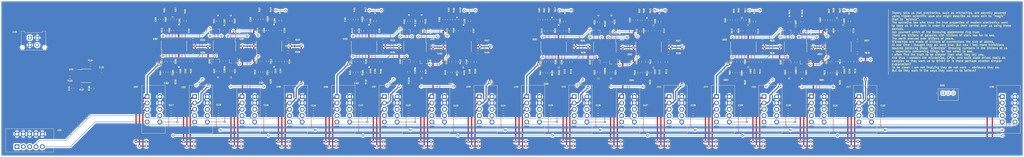
<source format=kicad_pcb>
(kicad_pcb (version 20171130) (host pcbnew 5.1.10)
  (title_block (title "OHMCODER MOTHERBOARD") (date 2021-06-19) (company OHMMUSICCOLLECTIVE))
  (layers (0 F.Cu signal) (31 B.Cu signal) (34 B.Paste user) (35 F.Paste user) (36 B.SilkS user) (37 F.SilkS user) (38 B.Mask user) (39 F.Mask user) (44 Edge.Cuts user))
  (net 0 "")
  (net 1 /MOD_CARRIER_BAND_1)
  (net 2 "Net-(C101-Pad1)")
  (net 3 /MOD_CARRIER_BAND_2)
  (net 4 "Net-(C102-Pad1)")
  (net 5 /MOD_CARRIER_BAND_3)
  (net 6 "Net-(C103-Pad1)")
  (net 7 /MOD_CARRIER_BAND_4)
  (net 8 "Net-(C104-Pad1)")
  (net 9 /MOD_CARRIER_BAND_5)
  (net 10 "Net-(C105-Pad1)")
  (net 11 /MOD_CARRIER_BAND_6)
  (net 12 "Net-(C106-Pad1)")
  (net 13 /MOD_CARRIER_BAND_7)
  (net 14 "Net-(C107-Pad1)")
  (net 15 /MOD_CARRIER_BAND_8)
  (net 16 "Net-(C108-Pad1)")
  (net 17 /MOD_CARRIER_BAND_9)
  (net 18 "Net-(C109-Pad1)")
  (net 19 /MOD_CARRIER_BAND_10)
  (net 20 "Net-(C110-Pad1)")
  (net 21 /MOD_CARRIER_BAND_11)
  (net 22 "Net-(C111-Pad1)")
  (net 23 /MOD_CARRIER_BAND_12)
  (net 24 "Net-(C112-Pad1)")
  (net 25 /MOD_CARRIER_BAND_13)
  (net 26 "Net-(C113-Pad1)")
  (net 27 /MOD_CARRIER_BAND_14)
  (net 28 "Net-(C114-Pad1)")
  (net 29 /MOD_CARRIER_BAND_15)
  (net 30 "Net-(C115-Pad1)")
  (net 31 /MOD_CARRIER_BAND_16)
  (net 32 "Net-(C116-Pad1)")
  (net 33 /PROGRAM_BAND_1)
  (net 34 "Net-(C117-Pad1)")
  (net 35 /PROGRAM_BAND_2)
  (net 36 "Net-(C118-Pad1)")
  (net 37 /PROGRAM_BAND_3)
  (net 38 "Net-(C119-Pad1)")
  (net 39 /PROGRAM_BAND_4)
  (net 40 "Net-(C120-Pad1)")
  (net 41 /PROGRAM_BAND_5)
  (net 42 "Net-(C121-Pad1)")
  (net 43 /PROGRAM_BAND_6)
  (net 44 "Net-(C122-Pad1)")
  (net 45 /PROGRAM_BAND_7)
  (net 46 "Net-(C123-Pad1)")
  (net 47 /PROGRAM_BAND_8)
  (net 48 "Net-(C124-Pad1)")
  (net 49 /PROGRAM_BAND_9)
  (net 50 "Net-(C125-Pad1)")
  (net 51 /PROGRAM_BAND_10)
  (net 52 "Net-(C126-Pad1)")
  (net 53 /PROGRAM_BAND_11)
  (net 54 "Net-(C127-Pad1)")
  (net 55 /PROGRAM_BAND_12)
  (net 56 "Net-(C128-Pad1)")
  (net 57 /PROGRAM_BAND_13)
  (net 58 "Net-(C129-Pad1)")
  (net 59 /PROGRAM_BAND_14)
  (net 60 "Net-(C130-Pad1)")
  (net 61 /PROGRAM_BAND_15)
  (net 62 "Net-(C131-Pad1)")
  (net 63 /PROGRAM_BAND_16)
  (net 64 "Net-(C132-Pad1)")
  (net 65 GND)
  (net 66 +12V)
  (net 67 -12V)
  (net 68 /CARRIER_BAND_1)
  (net 69 "Net-(C301-Pad1)")
  (net 70 /CARRIER_BAND_2)
  (net 71 "Net-(C302-Pad1)")
  (net 72 /CARRIER_BAND_3)
  (net 73 "Net-(C303-Pad1)")
  (net 74 /CARRIER_BAND_4)
  (net 75 "Net-(C304-Pad1)")
  (net 76 /CARRIER_BAND_5)
  (net 77 "Net-(C401-Pad1)")
  (net 78 /CARRIER_BAND_6)
  (net 79 "Net-(C402-Pad1)")
  (net 80 /CARRIER_BAND_7)
  (net 81 "Net-(C403-Pad1)")
  (net 82 /CARRIER_BAND_8)
  (net 83 "Net-(C404-Pad1)")
  (net 84 /CARRIER_BAND_9)
  (net 85 "Net-(C501-Pad1)")
  (net 86 /CARRIER_BAND_10)
  (net 87 "Net-(C502-Pad1)")
  (net 88 /CARRIER_BAND_11)
  (net 89 "Net-(C503-Pad1)")
  (net 90 /CARRIER_BAND_12)
  (net 91 "Net-(C504-Pad1)")
  (net 92 /CARRIER_BAND_13)
  (net 93 "Net-(C601-Pad1)")
  (net 94 /CARRIER_BAND_14)
  (net 95 "Net-(C602-Pad1)")
  (net 96 /CARRIER_BAND_15)
  (net 97 "Net-(C603-Pad1)")
  (net 98 /CARRIER_BAND_16)
  (net 99 "Net-(C604-Pad1)")
  (net 100 /PROGRAM)
  (net 101 +2V)
  (net 102 /CARRIER)
  (net 103 /PROGRAM_ENV_1)
  (net 104 -2V)
  (net 105 /PROGRAM_ENV_2)
  (net 106 /PROGRAM_ENV_3)
  (net 107 /PROGRAM_ENV_4)
  (net 108 /PROGRAM_ENV_5)
  (net 109 /PROGRAM_ENV_6)
  (net 110 /PROGRAM_ENV_7)
  (net 111 /PROGRAM_ENV_8)
  (net 112 /PROGRAM_ENV_9)
  (net 113 /PROGRAM_ENV_10)
  (net 114 /PROGRAM_ENV_11)
  (net 115 /PROGRAM_ENV_12)
  (net 116 /PROGRAM_ENV_13)
  (net 117 /PROGRAM_ENV_14)
  (net 118 /PROGRAM_ENV_15)
  (net 119 /PROGRAM_ENV_16)
  (net 120 /PROGRAM_BANDS_RIGHT)
  (net 121 /PROGRAM_BANDS_LEFT)
  (net 122 /MOD_CARRIER_BANDS_LEFT)
  (net 123 /MOD_CARRIER_BANDS_RIGHT)
  (net 124 "Net-(Q301-Pad3)")
  (net 125 "Net-(Q301-Pad2)")
  (net 126 "Net-(Q301-Pad1)")
  (net 127 "Net-(Q302-Pad3)")
  (net 128 "Net-(Q302-Pad2)")
  (net 129 "Net-(Q302-Pad1)")
  (net 130 "Net-(Q303-Pad3)")
  (net 131 "Net-(Q303-Pad2)")
  (net 132 "Net-(Q303-Pad1)")
  (net 133 "Net-(Q304-Pad3)")
  (net 134 "Net-(Q304-Pad2)")
  (net 135 "Net-(Q304-Pad1)")
  (net 136 "Net-(Q401-Pad3)")
  (net 137 "Net-(Q401-Pad2)")
  (net 138 "Net-(Q401-Pad1)")
  (net 139 "Net-(Q402-Pad3)")
  (net 140 "Net-(Q402-Pad2)")
  (net 141 "Net-(Q402-Pad1)")
  (net 142 "Net-(Q403-Pad3)")
  (net 143 "Net-(Q403-Pad2)")
  (net 144 "Net-(Q403-Pad1)")
  (net 145 "Net-(Q404-Pad3)")
  (net 146 "Net-(Q404-Pad2)")
  (net 147 "Net-(Q404-Pad1)")
  (net 148 "Net-(Q501-Pad3)")
  (net 149 "Net-(Q501-Pad2)")
  (net 150 "Net-(Q501-Pad1)")
  (net 151 "Net-(Q502-Pad3)")
  (net 152 "Net-(Q502-Pad2)")
  (net 153 "Net-(Q502-Pad1)")
  (net 154 "Net-(Q503-Pad3)")
  (net 155 "Net-(Q503-Pad2)")
  (net 156 "Net-(Q503-Pad1)")
  (net 157 "Net-(Q504-Pad3)")
  (net 158 "Net-(Q504-Pad2)")
  (net 159 "Net-(Q504-Pad1)")
  (net 160 "Net-(Q601-Pad3)")
  (net 161 "Net-(Q601-Pad2)")
  (net 162 "Net-(Q601-Pad1)")
  (net 163 "Net-(Q602-Pad3)")
  (net 164 "Net-(Q602-Pad2)")
  (net 165 "Net-(Q602-Pad1)")
  (net 166 "Net-(Q603-Pad3)")
  (net 167 "Net-(Q603-Pad2)")
  (net 168 "Net-(Q603-Pad1)")
  (net 169 "Net-(Q604-Pad3)")
  (net 170 "Net-(Q604-Pad2)")
  (net 171 "Net-(Q604-Pad1)")
  (net 172 "Net-(R301-Pad1)")
  (net 173 "Net-(R303-Pad1)")
  (net 174 "Net-(R304-Pad1)")
  (net 175 "Net-(R306-Pad1)")
  (net 176 "Net-(R307-Pad1)")
  (net 177 "Net-(R309-Pad1)")
  (net 178 "Net-(R310-Pad1)")
  (net 179 "Net-(R312-Pad1)")
  (net 180 "Net-(R313-Pad1)")
  (net 181 "Net-(R314-Pad1)")
  (net 182 "Net-(R315-Pad1)")
  (net 183 "Net-(R316-Pad1)")
  (net 184 "Net-(R317-Pad2)")
  (net 185 "Net-(R318-Pad2)")
  (net 186 "Net-(R319-Pad2)")
  (net 187 "Net-(R320-Pad2)")
  (net 188 "Net-(R401-Pad1)")
  (net 189 "Net-(R403-Pad1)")
  (net 190 "Net-(R404-Pad1)")
  (net 191 "Net-(R406-Pad1)")
  (net 192 "Net-(R407-Pad1)")
  (net 193 "Net-(R409-Pad1)")
  (net 194 "Net-(R410-Pad1)")
  (net 195 "Net-(R412-Pad1)")
  (net 196 "Net-(R413-Pad1)")
  (net 197 "Net-(R414-Pad1)")
  (net 198 "Net-(R415-Pad1)")
  (net 199 "Net-(R416-Pad1)")
  (net 200 "Net-(R417-Pad2)")
  (net 201 "Net-(R418-Pad2)")
  (net 202 "Net-(R419-Pad2)")
  (net 203 "Net-(R420-Pad2)")
  (net 204 "Net-(R501-Pad1)")
  (net 205 "Net-(R503-Pad1)")
  (net 206 "Net-(R504-Pad1)")
  (net 207 "Net-(R506-Pad1)")
  (net 208 "Net-(R507-Pad1)")
  (net 209 "Net-(R509-Pad1)")
  (net 210 "Net-(R510-Pad1)")
  (net 211 "Net-(R512-Pad1)")
  (net 212 "Net-(R513-Pad1)")
  (net 213 "Net-(R514-Pad1)")
  (net 214 "Net-(R515-Pad1)")
  (net 215 "Net-(R516-Pad1)")
  (net 216 "Net-(R517-Pad2)")
  (net 217 "Net-(R518-Pad2)")
  (net 218 "Net-(R519-Pad2)")
  (net 219 "Net-(R520-Pad2)")
  (net 220 "Net-(R601-Pad1)")
  (net 221 "Net-(R603-Pad1)")
  (net 222 "Net-(R604-Pad1)")
  (net 223 "Net-(R606-Pad1)")
  (net 224 "Net-(R607-Pad1)")
  (net 225 "Net-(R609-Pad1)")
  (net 226 "Net-(R610-Pad1)")
  (net 227 "Net-(R612-Pad1)")
  (net 228 "Net-(R613-Pad1)")
  (net 229 "Net-(R614-Pad1)")
  (net 230 "Net-(R615-Pad1)")
  (net 231 "Net-(R616-Pad1)")
  (net 232 "Net-(R617-Pad2)")
  (net 233 "Net-(R618-Pad2)")
  (net 234 "Net-(R619-Pad2)")
  (net 235 "Net-(R620-Pad2)")
  (net 236 "Net-(D101-Pad1)")
  (net 237 "Net-(R134-Pad2)")
  (net 238 "Net-(R136-Pad2)")
  (module OHMCODER:LM13700-SOIC-16 (layer F.Cu) (at 127.662 260.464)
    (fp_text reference U302 (at -7.462 -2.864 180) (layer F.SilkS) (effects (font (size 0.6 0.5))))
    (fp_text value LM13700)
    (pad 16 smd rect (at -4.445 -2.475) (size 0.6 1.55) (layers F.Cu F.Paste F.Mask) (net 124 "Net-(Q301-Pad3)"))
    (pad 15 smd rect (at -3.175 -2.475) (size 0.6 1.55) (layers F.Cu F.Paste F.Mask) (net 180 "Net-(R313-Pad1)"))
    (pad 8 smd rect (at 4.445 2.475) (size 0.6 1.55) (layers F.Cu F.Paste F.Mask) (net 3 /MOD_CARRIER_BAND_2))
    (pad 10 smd rect (at 3.175 -2.475) (size 0.6 1.55) (layers F.Cu F.Paste F.Mask) (net 184 "Net-(R317-Pad2)"))
    (pad 7 smd rect (at 3.175 2.475) (size 0.6 1.55) (layers F.Cu F.Paste F.Mask) (net 185 "Net-(R318-Pad2)"))
    (pad 13 smd rect (at -0.635 -2.475) (size 0.6 1.55) (layers F.Cu F.Paste F.Mask) (net 173 "Net-(R303-Pad1)"))
    (pad 12 smd rect (at 0.635 -2.475) (size 0.6 1.55) (layers F.Cu F.Paste F.Mask) (net 184 "Net-(R317-Pad2)"))
    (pad 11 smd rect (at 1.905 -2.475) (size 0.6 1.55) (layers F.Cu F.Paste F.Mask) (net 66 +12V))
    (pad 9 smd rect (at 4.445 -2.475) (size 0.6 1.55) (layers F.Cu F.Paste F.Mask) (net 1 /MOD_CARRIER_BAND_1))
    (pad 2 smd rect (at -3.175 2.475) (size 0.6 1.55) (layers F.Cu F.Paste F.Mask) (net 181 "Net-(R314-Pad1)"))
    (pad 1 smd rect (at -4.445 2.475) (size 0.6 1.55) (layers F.Cu F.Paste F.Mask) (net 127 "Net-(Q302-Pad3)"))
    (pad 3 smd rect (at -1.905 2.475) (size 0.6 1.55) (layers F.Cu F.Paste F.Mask) (net 174 "Net-(R304-Pad1)"))
    (pad 14 smd rect (at -1.905 -2.475) (size 0.6 1.55) (layers F.Cu F.Paste F.Mask) (net 172 "Net-(R301-Pad1)"))
    (pad 4 smd rect (at -0.635 2.475) (size 0.6 1.55) (layers F.Cu F.Paste F.Mask) (net 175 "Net-(R306-Pad1)"))
    (pad 6 smd rect (at 1.905 2.475) (size 0.6 1.55) (layers F.Cu F.Paste F.Mask) (net 67 -12V))
    (pad 5 smd rect (at 0.635 2.475) (size 0.6 1.55) (layers F.Cu F.Paste F.Mask) (net 185 "Net-(R318-Pad2)"))
  )
  (module OHMCODER:TL072-SOIC-8 (layer F.Cu) (at 92.4 272.4)
    (fp_text reference U101 (at -5.9 -2.5 180) (layer F.SilkS) (effects (font (size 0.6 0.5))))
    (fp_text value TL072)
    (pad 1 smd rect (at -2.7 -1.905) (size 1.55 0.6) (layers F.Cu F.Paste F.Mask) (net 101 +2V))
    (pad 2 smd rect (at -2.7 -0.635) (size 1.55 0.6) (layers F.Cu F.Paste F.Mask) (net 101 +2V))
    (pad 3 smd rect (at -2.7 0.635) (size 1.55 0.6) (layers F.Cu F.Paste F.Mask) (net 237 "Net-(R134-Pad2)"))
    (pad 4 smd rect (at -2.7 1.905) (size 1.55 0.6) (layers F.Cu F.Paste F.Mask) (net 67 -12V))
    (pad 8 smd rect (at 2.7 -1.905) (size 1.55 0.6) (layers F.Cu F.Paste F.Mask) (net 66 +12V))
    (pad 7 smd rect (at 2.7 -0.635) (size 1.55 0.6) (layers F.Cu F.Paste F.Mask) (net 104 -2V))
    (pad 6 smd rect (at 2.7 0.635) (size 1.55 0.6) (layers F.Cu F.Paste F.Mask) (net 104 -2V))
    (pad 5 smd rect (at 2.7 1.905) (size 1.55 0.6) (layers F.Cu F.Paste F.Mask) (net 238 "Net-(R136-Pad2)"))
  )
  (module Resistor_SMD:R_0603_1608Metric_Pad0.98x0.95mm_HandSolder (layer F.Cu) (at 90.7 276.6 180)
    (fp_text reference R137 (at 0 -1.43) (layer F.SilkS) (effects (font (size 0.6 0.5))))
    (fp_text value 82k)
    (pad 1 smd roundrect (at -0.9125 0 180) (size 0.975 0.95) (layers F.Cu F.Paste F.Mask) (net 238 "Net-(R136-Pad2)"))
    (pad 2 smd roundrect (at 0.9125 0 180) (size 0.975 0.95) (layers F.Cu F.Paste F.Mask) (net 67 -12V))
  )
  (module Resistor_SMD:R_0603_1608Metric_Pad0.98x0.95mm_HandSolder (layer F.Cu) (at 95.1 277.5 90)
    (fp_text reference R136 (at 0 -1.43 90) (layer F.SilkS) (effects (font (size 0.6 0.5))))
    (fp_text value 18k)
    (pad 1 smd roundrect (at -0.9125 0 90) (size 0.975 0.95) (layers F.Cu F.Paste F.Mask) (net 65 GND))
    (pad 2 smd roundrect (at 0.9125 0 90) (size 0.975 0.95) (layers F.Cu F.Paste F.Mask) (net 238 "Net-(R136-Pad2)"))
  )
  (module Resistor_SMD:R_0603_1608Metric_Pad0.98x0.95mm_HandSolder (layer F.Cu) (at 86 273 180)
    (fp_text reference R135 (at 0 -1.43) (layer F.SilkS) (effects (font (size 0.6 0.5))))
    (fp_text value 18k)
    (pad 1 smd roundrect (at -0.9125 0 180) (size 0.975 0.95) (layers F.Cu F.Paste F.Mask) (net 237 "Net-(R134-Pad2)"))
    (pad 2 smd roundrect (at 0.9125 0 180) (size 0.975 0.95) (layers F.Cu F.Paste F.Mask) (net 65 GND))
  )
  (module Resistor_SMD:R_0603_1608Metric_Pad0.98x0.95mm_HandSolder (layer F.Cu) (at 94.2 268.1 180)
    (fp_text reference R134 (at 0 1.8) (layer F.SilkS) (effects (font (size 0.6 0.5))))
    (fp_text value 82k)
    (pad 1 smd roundrect (at -0.9125 0 180) (size 0.975 0.95) (layers F.Cu F.Paste F.Mask) (net 66 +12V))
    (pad 2 smd roundrect (at 0.9125 0 180) (size 0.975 0.95) (layers F.Cu F.Paste F.Mask) (net 237 "Net-(R134-Pad2)"))
  )
  (module OHMCODER:TE-6-440054-3 (layer F.Cu) (at 435.675 279.36)
    (fp_text reference D101 (at -0.275 -3.06 180) (layer F.SilkS) (effects (font (size 0.6 0.5))))
    (fp_text value LED)
    (pad 3 thru_hole circle (at 4 0) (size 1.15 1.15) (drill 0.8) (layers *.Cu *.Mask))
    (pad 2 thru_hole circle (at 2 0) (size 1.15 1.15) (drill 0.8) (layers *.Cu *.Mask) (net 66 +12V))
    (pad 1 thru_hole rect (at 0 0) (size 1.15 1.15) (drill 0.8) (layers *.Cu *.Mask) (net 236 "Net-(D101-Pad1)"))
  )
  (module Capacitor_SMD:C_0603_1608Metric_Pad1.08x0.95mm_HandSolder (layer F.Cu) (at 87.1 277.5 90)
    (fp_text reference C134 (at 0 -1.43 90) (layer F.SilkS) (effects (font (size 0.6 0.5))))
    (fp_text value 100n)
    (pad 1 smd roundrect (at -0.8625 0 90) (size 1.075 0.95) (layers F.Cu F.Paste F.Mask) (net 65 GND))
    (pad 2 smd roundrect (at 0.8625 0 90) (size 1.075 0.95) (layers F.Cu F.Paste F.Mask) (net 67 -12V))
  )
  (module Capacitor_SMD:C_0603_1608Metric_Pad1.08x0.95mm_HandSolder (layer F.Cu) (at 98.6 270.5)
    (fp_text reference C133 (at 0 -1.43) (layer F.SilkS) (effects (font (size 0.6 0.5))))
    (fp_text value 100n)
    (pad 1 smd roundrect (at -0.8625 0) (size 1.075 0.95) (layers F.Cu F.Paste F.Mask) (net 66 +12V))
    (pad 2 smd roundrect (at 0.8625 0) (size 1.075 0.95) (layers F.Cu F.Paste F.Mask) (net 65 GND))
  )
  (module OHMCODER:Molex_Micro-Fit_3.0_43045-0412_2x02_P3.00mm_Vertical (layer F.Cu) (at 69.9 257.1)
    (fp_text reference J119 (at -6.1 -2.3) (layer F.SilkS) (effects (font (size 0.6 0.5))))
    (fp_text value Conn_02x02_Odd_Even)
    (pad "" np_thru_hole circle (at -3 3.94) (size 1 1) (drill 1) (layers *.Cu *.Mask))
    (pad "" np_thru_hole circle (at 6 3.94) (size 1 1) (drill 1) (layers *.Cu *.Mask))
    (pad 1 thru_hole roundrect (at 0 0) (size 1.5 1.5) (drill 1) (layers *.Cu *.Mask) (roundrect_rratio 0.1666666666666667) (net 66 +12V))
    (pad 2 thru_hole circle (at 3 0) (size 1.5 1.5) (drill 1) (layers *.Cu *.Mask) (net 65 GND))
    (pad 3 thru_hole circle (at 0 3) (size 1.5 1.5) (drill 1) (layers *.Cu *.Mask) (net 65 GND))
    (pad 4 thru_hole circle (at 3 3) (size 1.5 1.5) (drill 1) (layers *.Cu *.Mask) (net 67 -12V))
  )
  (module OHMCODER:345-010-521-201_Female (layer F.Cu) (at 404.44 285.88 270)
    (fp_text reference J117 (at -8.98 6.74 180) (layer F.SilkS) (effects (font (size 0.6 0.5))))
    (fp_text value Conn_02x05_Odd_Even)
    (pad 9 thru_hole circle (at 5.08 2.54 270) (size 1.905 1.905) (drill 1.143) (layers *.Cu *.Mask) (net 102 /CARRIER))
    (pad 7 thru_hole circle (at 2.54 2.54 270) (size 1.905 1.905) (drill 1.143) (layers *.Cu *.Mask) (net 100 /PROGRAM))
    (pad 5 thru_hole circle (at 0 2.54) (size 1.905 1.905) (drill 1.143) (layers *.Cu *.Mask) (net 104 -2V))
    (pad 3 thru_hole circle (at -2.54 2.54 270) (size 1.905 1.905) (drill 1.143) (layers *.Cu *.Mask) (net 67 -12V))
    (pad 1 thru_hole rect (at -5.08 2.54 270) (size 1.905 1.905) (drill 1.143) (layers *.Cu *.Mask) (net 66 +12V))
    (pad 2 thru_hole circle (at -5.08 -2.54 270) (size 1.905 1.905) (drill 1.143) (layers *.Cu *.Mask) (net 65 GND))
    (pad 4 thru_hole circle (at -2.54 -2.54 270) (size 1.905 1.905) (drill 1.143) (layers *.Cu *.Mask) (net 65 GND))
    (pad 6 thru_hole circle (at 0 -2.54 270) (size 1.905 1.905) (drill 1.143) (layers *.Cu *.Mask) (net 63 /PROGRAM_BAND_16))
    (pad 8 thru_hole circle (at 2.54 -2.54 270) (size 1.905 1.905) (drill 1.143) (layers *.Cu *.Mask) (net 98 /CARRIER_BAND_16))
    (pad 10 thru_hole circle (at 5.08 -2.54 270) (size 1.905 1.905) (drill 1.143) (layers *.Cu *.Mask) (net 119 /PROGRAM_ENV_16))
  )
  (module OHMCODER:345-010-521-201_Female (layer F.Cu) (at 461.84 285.88 270)
    (fp_text reference J118 (at -8.98 6.84 180) (layer F.SilkS) (effects (font (size 0.6 0.5))))
    (fp_text value Conn_02x05_Odd_Even)
    (pad 9 thru_hole circle (at 5.08 2.54 270) (size 1.905 1.905) (drill 1.143) (layers *.Cu *.Mask) (net 100 /PROGRAM))
    (pad 7 thru_hole circle (at 2.54 2.54 270) (size 1.905 1.905) (drill 1.143) (layers *.Cu *.Mask) (net 120 /PROGRAM_BANDS_RIGHT))
    (pad 5 thru_hole circle (at 0 2.54) (size 1.905 1.905) (drill 1.143) (layers *.Cu *.Mask) (net 121 /PROGRAM_BANDS_LEFT))
    (pad 3 thru_hole circle (at -2.54 2.54 270) (size 1.905 1.905) (drill 1.143) (layers *.Cu *.Mask) (net 67 -12V))
    (pad 1 thru_hole rect (at -5.08 2.54 270) (size 1.905 1.905) (drill 1.143) (layers *.Cu *.Mask) (net 66 +12V))
    (pad 2 thru_hole circle (at -5.08 -2.54 270) (size 1.905 1.905) (drill 1.143) (layers *.Cu *.Mask) (net 65 GND))
    (pad 4 thru_hole circle (at -2.54 -2.54 270) (size 1.905 1.905) (drill 1.143) (layers *.Cu *.Mask) (net 65 GND))
    (pad 6 thru_hole circle (at 0 -2.54 270) (size 1.905 1.905) (drill 1.143) (layers *.Cu *.Mask) (net 122 /MOD_CARRIER_BANDS_LEFT))
    (pad 8 thru_hole circle (at 2.54 -2.54 270) (size 1.905 1.905) (drill 1.143) (layers *.Cu *.Mask) (net 123 /MOD_CARRIER_BANDS_RIGHT))
    (pad 10 thru_hole circle (at 5.08 -2.54 270) (size 1.905 1.905) (drill 1.143) (layers *.Cu *.Mask) (net 102 /CARRIER))
  )
  (module OHMCODER:345-010-521-201_Female (layer F.Cu) (at 385.44 285.88 270)
    (fp_text reference J116 (at -9.08 7.04 180) (layer F.SilkS) (effects (font (size 0.6 0.5))))
    (fp_text value Conn_02x05_Odd_Even)
    (pad 9 thru_hole circle (at 5.08 2.54 270) (size 1.905 1.905) (drill 1.143) (layers *.Cu *.Mask) (net 102 /CARRIER))
    (pad 7 thru_hole circle (at 2.54 2.54 270) (size 1.905 1.905) (drill 1.143) (layers *.Cu *.Mask) (net 100 /PROGRAM))
    (pad 5 thru_hole circle (at 0 2.54) (size 1.905 1.905) (drill 1.143) (layers *.Cu *.Mask) (net 104 -2V))
    (pad 3 thru_hole circle (at -2.54 2.54 270) (size 1.905 1.905) (drill 1.143) (layers *.Cu *.Mask) (net 67 -12V))
    (pad 1 thru_hole rect (at -5.08 2.54 270) (size 1.905 1.905) (drill 1.143) (layers *.Cu *.Mask) (net 66 +12V))
    (pad 2 thru_hole circle (at -5.08 -2.54 270) (size 1.905 1.905) (drill 1.143) (layers *.Cu *.Mask) (net 65 GND))
    (pad 4 thru_hole circle (at -2.54 -2.54 270) (size 1.905 1.905) (drill 1.143) (layers *.Cu *.Mask) (net 65 GND))
    (pad 6 thru_hole circle (at 0 -2.54 270) (size 1.905 1.905) (drill 1.143) (layers *.Cu *.Mask) (net 61 /PROGRAM_BAND_15))
    (pad 8 thru_hole circle (at 2.54 -2.54 270) (size 1.905 1.905) (drill 1.143) (layers *.Cu *.Mask) (net 96 /CARRIER_BAND_15))
    (pad 10 thru_hole circle (at 5.08 -2.54 270) (size 1.905 1.905) (drill 1.143) (layers *.Cu *.Mask) (net 118 /PROGRAM_ENV_15))
  )
  (module OHMCODER:345-010-521-201_Female (layer F.Cu) (at 366.44 285.88 270)
    (fp_text reference J115 (at -8.98 6.74 180) (layer F.SilkS) (effects (font (size 0.6 0.5))))
    (fp_text value Conn_02x05_Odd_Even)
    (pad 9 thru_hole circle (at 5.08 2.54 270) (size 1.905 1.905) (drill 1.143) (layers *.Cu *.Mask) (net 102 /CARRIER))
    (pad 7 thru_hole circle (at 2.54 2.54 270) (size 1.905 1.905) (drill 1.143) (layers *.Cu *.Mask) (net 100 /PROGRAM))
    (pad 5 thru_hole circle (at 0 2.54) (size 1.905 1.905) (drill 1.143) (layers *.Cu *.Mask) (net 104 -2V))
    (pad 3 thru_hole circle (at -2.54 2.54 270) (size 1.905 1.905) (drill 1.143) (layers *.Cu *.Mask) (net 67 -12V))
    (pad 1 thru_hole rect (at -5.08 2.54 270) (size 1.905 1.905) (drill 1.143) (layers *.Cu *.Mask) (net 66 +12V))
    (pad 2 thru_hole circle (at -5.08 -2.54 270) (size 1.905 1.905) (drill 1.143) (layers *.Cu *.Mask) (net 65 GND))
    (pad 4 thru_hole circle (at -2.54 -2.54 270) (size 1.905 1.905) (drill 1.143) (layers *.Cu *.Mask) (net 65 GND))
    (pad 6 thru_hole circle (at 0 -2.54 270) (size 1.905 1.905) (drill 1.143) (layers *.Cu *.Mask) (net 59 /PROGRAM_BAND_14))
    (pad 8 thru_hole circle (at 2.54 -2.54 270) (size 1.905 1.905) (drill 1.143) (layers *.Cu *.Mask) (net 94 /CARRIER_BAND_14))
    (pad 10 thru_hole circle (at 5.08 -2.54 270) (size 1.905 1.905) (drill 1.143) (layers *.Cu *.Mask) (net 117 /PROGRAM_ENV_14))
  )
  (module OHMCODER:345-010-521-201_Female (layer F.Cu) (at 347.44 285.88 270)
    (fp_text reference J114 (at -9.08 6.84 180) (layer F.SilkS) (effects (font (size 0.6 0.5))))
    (fp_text value Conn_02x05_Odd_Even)
    (pad 9 thru_hole circle (at 5.08 2.54 270) (size 1.905 1.905) (drill 1.143) (layers *.Cu *.Mask) (net 102 /CARRIER))
    (pad 7 thru_hole circle (at 2.54 2.54 270) (size 1.905 1.905) (drill 1.143) (layers *.Cu *.Mask) (net 100 /PROGRAM))
    (pad 5 thru_hole circle (at 0 2.54) (size 1.905 1.905) (drill 1.143) (layers *.Cu *.Mask) (net 104 -2V))
    (pad 3 thru_hole circle (at -2.54 2.54 270) (size 1.905 1.905) (drill 1.143) (layers *.Cu *.Mask) (net 67 -12V))
    (pad 1 thru_hole rect (at -5.08 2.54 270) (size 1.905 1.905) (drill 1.143) (layers *.Cu *.Mask) (net 66 +12V))
    (pad 2 thru_hole circle (at -5.08 -2.54 270) (size 1.905 1.905) (drill 1.143) (layers *.Cu *.Mask) (net 65 GND))
    (pad 4 thru_hole circle (at -2.54 -2.54 270) (size 1.905 1.905) (drill 1.143) (layers *.Cu *.Mask) (net 65 GND))
    (pad 6 thru_hole circle (at 0 -2.54 270) (size 1.905 1.905) (drill 1.143) (layers *.Cu *.Mask) (net 57 /PROGRAM_BAND_13))
    (pad 8 thru_hole circle (at 2.54 -2.54 270) (size 1.905 1.905) (drill 1.143) (layers *.Cu *.Mask) (net 92 /CARRIER_BAND_13))
    (pad 10 thru_hole circle (at 5.08 -2.54 270) (size 1.905 1.905) (drill 1.143) (layers *.Cu *.Mask) (net 116 /PROGRAM_ENV_13))
  )
  (module OHMCODER:345-010-521-201_Female (layer F.Cu) (at 328.44 285.88 270)
    (fp_text reference J113 (at -8.98 6.64 180) (layer F.SilkS) (effects (font (size 0.6 0.5))))
    (fp_text value Conn_02x05_Odd_Even)
    (pad 9 thru_hole circle (at 5.08 2.54 270) (size 1.905 1.905) (drill 1.143) (layers *.Cu *.Mask) (net 102 /CARRIER))
    (pad 7 thru_hole circle (at 2.54 2.54 270) (size 1.905 1.905) (drill 1.143) (layers *.Cu *.Mask) (net 100 /PROGRAM))
    (pad 5 thru_hole circle (at 0 2.54) (size 1.905 1.905) (drill 1.143) (layers *.Cu *.Mask) (net 104 -2V))
    (pad 3 thru_hole circle (at -2.54 2.54 270) (size 1.905 1.905) (drill 1.143) (layers *.Cu *.Mask) (net 67 -12V))
    (pad 1 thru_hole rect (at -5.08 2.54 270) (size 1.905 1.905) (drill 1.143) (layers *.Cu *.Mask) (net 66 +12V))
    (pad 2 thru_hole circle (at -5.08 -2.54 270) (size 1.905 1.905) (drill 1.143) (layers *.Cu *.Mask) (net 65 GND))
    (pad 4 thru_hole circle (at -2.54 -2.54 270) (size 1.905 1.905) (drill 1.143) (layers *.Cu *.Mask) (net 65 GND))
    (pad 6 thru_hole circle (at 0 -2.54 270) (size 1.905 1.905) (drill 1.143) (layers *.Cu *.Mask) (net 55 /PROGRAM_BAND_12))
    (pad 8 thru_hole circle (at 2.54 -2.54 270) (size 1.905 1.905) (drill 1.143) (layers *.Cu *.Mask) (net 90 /CARRIER_BAND_12))
    (pad 10 thru_hole circle (at 5.08 -2.54 270) (size 1.905 1.905) (drill 1.143) (layers *.Cu *.Mask) (net 115 /PROGRAM_ENV_12))
  )
  (module OHMCODER:345-010-521-201_Female (layer F.Cu) (at 309.44 285.88 270)
    (fp_text reference J112 (at -9.08 6.84 180) (layer F.SilkS) (effects (font (size 0.6 0.5))))
    (fp_text value Conn_02x05_Odd_Even)
    (pad 9 thru_hole circle (at 5.08 2.54 270) (size 1.905 1.905) (drill 1.143) (layers *.Cu *.Mask) (net 102 /CARRIER))
    (pad 7 thru_hole circle (at 2.54 2.54 270) (size 1.905 1.905) (drill 1.143) (layers *.Cu *.Mask) (net 100 /PROGRAM))
    (pad 5 thru_hole circle (at 0 2.54) (size 1.905 1.905) (drill 1.143) (layers *.Cu *.Mask) (net 104 -2V))
    (pad 3 thru_hole circle (at -2.54 2.54 270) (size 1.905 1.905) (drill 1.143) (layers *.Cu *.Mask) (net 67 -12V))
    (pad 1 thru_hole rect (at -5.08 2.54 270) (size 1.905 1.905) (drill 1.143) (layers *.Cu *.Mask) (net 66 +12V))
    (pad 2 thru_hole circle (at -5.08 -2.54 270) (size 1.905 1.905) (drill 1.143) (layers *.Cu *.Mask) (net 65 GND))
    (pad 4 thru_hole circle (at -2.54 -2.54 270) (size 1.905 1.905) (drill 1.143) (layers *.Cu *.Mask) (net 65 GND))
    (pad 6 thru_hole circle (at 0 -2.54 270) (size 1.905 1.905) (drill 1.143) (layers *.Cu *.Mask) (net 53 /PROGRAM_BAND_11))
    (pad 8 thru_hole circle (at 2.54 -2.54 270) (size 1.905 1.905) (drill 1.143) (layers *.Cu *.Mask) (net 88 /CARRIER_BAND_11))
    (pad 10 thru_hole circle (at 5.08 -2.54 270) (size 1.905 1.905) (drill 1.143) (layers *.Cu *.Mask) (net 114 /PROGRAM_ENV_11))
  )
  (module OHMCODER:345-010-521-201_Female (layer F.Cu) (at 290.44 285.88 270)
    (fp_text reference J111 (at -9.08 6.74 180) (layer F.SilkS) (effects (font (size 0.6 0.5))))
    (fp_text value Conn_02x05_Odd_Even)
    (pad 9 thru_hole circle (at 5.08 2.54 270) (size 1.905 1.905) (drill 1.143) (layers *.Cu *.Mask) (net 102 /CARRIER))
    (pad 7 thru_hole circle (at 2.54 2.54 270) (size 1.905 1.905) (drill 1.143) (layers *.Cu *.Mask) (net 100 /PROGRAM))
    (pad 5 thru_hole circle (at 0 2.54) (size 1.905 1.905) (drill 1.143) (layers *.Cu *.Mask) (net 104 -2V))
    (pad 3 thru_hole circle (at -2.54 2.54 270) (size 1.905 1.905) (drill 1.143) (layers *.Cu *.Mask) (net 67 -12V))
    (pad 1 thru_hole rect (at -5.08 2.54 270) (size 1.905 1.905) (drill 1.143) (layers *.Cu *.Mask) (net 66 +12V))
    (pad 2 thru_hole circle (at -5.08 -2.54 270) (size 1.905 1.905) (drill 1.143) (layers *.Cu *.Mask) (net 65 GND))
    (pad 4 thru_hole circle (at -2.54 -2.54 270) (size 1.905 1.905) (drill 1.143) (layers *.Cu *.Mask) (net 65 GND))
    (pad 6 thru_hole circle (at 0 -2.54 270) (size 1.905 1.905) (drill 1.143) (layers *.Cu *.Mask) (net 51 /PROGRAM_BAND_10))
    (pad 8 thru_hole circle (at 2.54 -2.54 270) (size 1.905 1.905) (drill 1.143) (layers *.Cu *.Mask) (net 86 /CARRIER_BAND_10))
    (pad 10 thru_hole circle (at 5.08 -2.54 270) (size 1.905 1.905) (drill 1.143) (layers *.Cu *.Mask) (net 113 /PROGRAM_ENV_10))
  )
  (module OHMCODER:345-010-521-201_Female (layer F.Cu) (at 271.44 285.88 270)
    (fp_text reference J110 (at -8.98 6.84 180) (layer F.SilkS) (effects (font (size 0.6 0.5))))
    (fp_text value Conn_02x05_Odd_Even)
    (pad 9 thru_hole circle (at 5.08 2.54 270) (size 1.905 1.905) (drill 1.143) (layers *.Cu *.Mask) (net 102 /CARRIER))
    (pad 7 thru_hole circle (at 2.54 2.54 270) (size 1.905 1.905) (drill 1.143) (layers *.Cu *.Mask) (net 100 /PROGRAM))
    (pad 5 thru_hole circle (at 0 2.54) (size 1.905 1.905) (drill 1.143) (layers *.Cu *.Mask) (net 104 -2V))
    (pad 3 thru_hole circle (at -2.54 2.54 270) (size 1.905 1.905) (drill 1.143) (layers *.Cu *.Mask) (net 67 -12V))
    (pad 1 thru_hole rect (at -5.08 2.54 270) (size 1.905 1.905) (drill 1.143) (layers *.Cu *.Mask) (net 66 +12V))
    (pad 2 thru_hole circle (at -5.08 -2.54 270) (size 1.905 1.905) (drill 1.143) (layers *.Cu *.Mask) (net 65 GND))
    (pad 4 thru_hole circle (at -2.54 -2.54 270) (size 1.905 1.905) (drill 1.143) (layers *.Cu *.Mask) (net 65 GND))
    (pad 6 thru_hole circle (at 0 -2.54 270) (size 1.905 1.905) (drill 1.143) (layers *.Cu *.Mask) (net 49 /PROGRAM_BAND_9))
    (pad 8 thru_hole circle (at 2.54 -2.54 270) (size 1.905 1.905) (drill 1.143) (layers *.Cu *.Mask) (net 84 /CARRIER_BAND_9))
    (pad 10 thru_hole circle (at 5.08 -2.54 270) (size 1.905 1.905) (drill 1.143) (layers *.Cu *.Mask) (net 112 /PROGRAM_ENV_9))
  )
  (module OHMCODER:345-010-521-201_Female (layer F.Cu) (at 252.44 285.88 270)
    (fp_text reference J109 (at -9.08 6.94 180) (layer F.SilkS) (effects (font (size 0.6 0.5))))
    (fp_text value Conn_02x05_Odd_Even)
    (pad 9 thru_hole circle (at 5.08 2.54 270) (size 1.905 1.905) (drill 1.143) (layers *.Cu *.Mask) (net 102 /CARRIER))
    (pad 7 thru_hole circle (at 2.54 2.54 270) (size 1.905 1.905) (drill 1.143) (layers *.Cu *.Mask) (net 100 /PROGRAM))
    (pad 5 thru_hole circle (at 0 2.54) (size 1.905 1.905) (drill 1.143) (layers *.Cu *.Mask) (net 104 -2V))
    (pad 3 thru_hole circle (at -2.54 2.54 270) (size 1.905 1.905) (drill 1.143) (layers *.Cu *.Mask) (net 67 -12V))
    (pad 1 thru_hole rect (at -5.08 2.54 270) (size 1.905 1.905) (drill 1.143) (layers *.Cu *.Mask) (net 66 +12V))
    (pad 2 thru_hole circle (at -5.08 -2.54 270) (size 1.905 1.905) (drill 1.143) (layers *.Cu *.Mask) (net 65 GND))
    (pad 4 thru_hole circle (at -2.54 -2.54 270) (size 1.905 1.905) (drill 1.143) (layers *.Cu *.Mask) (net 65 GND))
    (pad 6 thru_hole circle (at 0 -2.54 270) (size 1.905 1.905) (drill 1.143) (layers *.Cu *.Mask) (net 47 /PROGRAM_BAND_8))
    (pad 8 thru_hole circle (at 2.54 -2.54 270) (size 1.905 1.905) (drill 1.143) (layers *.Cu *.Mask) (net 82 /CARRIER_BAND_8))
    (pad 10 thru_hole circle (at 5.08 -2.54 270) (size 1.905 1.905) (drill 1.143) (layers *.Cu *.Mask) (net 111 /PROGRAM_ENV_8))
  )
  (module OHMCODER:345-010-521-201_Female (layer F.Cu) (at 233.44 285.88 270)
    (fp_text reference J108 (at -9.08 6.94 180) (layer F.SilkS) (effects (font (size 0.6 0.5))))
    (fp_text value Conn_02x05_Odd_Even)
    (pad 9 thru_hole circle (at 5.08 2.54 270) (size 1.905 1.905) (drill 1.143) (layers *.Cu *.Mask) (net 102 /CARRIER))
    (pad 7 thru_hole circle (at 2.54 2.54 270) (size 1.905 1.905) (drill 1.143) (layers *.Cu *.Mask) (net 100 /PROGRAM))
    (pad 5 thru_hole circle (at 0 2.54) (size 1.905 1.905) (drill 1.143) (layers *.Cu *.Mask) (net 104 -2V))
    (pad 3 thru_hole circle (at -2.54 2.54 270) (size 1.905 1.905) (drill 1.143) (layers *.Cu *.Mask) (net 67 -12V))
    (pad 1 thru_hole rect (at -5.08 2.54 270) (size 1.905 1.905) (drill 1.143) (layers *.Cu *.Mask) (net 66 +12V))
    (pad 2 thru_hole circle (at -5.08 -2.54 270) (size 1.905 1.905) (drill 1.143) (layers *.Cu *.Mask) (net 65 GND))
    (pad 4 thru_hole circle (at -2.54 -2.54 270) (size 1.905 1.905) (drill 1.143) (layers *.Cu *.Mask) (net 65 GND))
    (pad 6 thru_hole circle (at 0 -2.54 270) (size 1.905 1.905) (drill 1.143) (layers *.Cu *.Mask) (net 45 /PROGRAM_BAND_7))
    (pad 8 thru_hole circle (at 2.54 -2.54 270) (size 1.905 1.905) (drill 1.143) (layers *.Cu *.Mask) (net 80 /CARRIER_BAND_7))
    (pad 10 thru_hole circle (at 5.08 -2.54 270) (size 1.905 1.905) (drill 1.143) (layers *.Cu *.Mask) (net 110 /PROGRAM_ENV_7))
  )
  (module OHMCODER:345-010-521-201_Female (layer F.Cu) (at 214.44 285.88 270)
    (fp_text reference J107 (at -9.08 6.74 180) (layer F.SilkS) (effects (font (size 0.6 0.5))))
    (fp_text value Conn_02x05_Odd_Even)
    (pad 9 thru_hole circle (at 5.08 2.54 270) (size 1.905 1.905) (drill 1.143) (layers *.Cu *.Mask) (net 102 /CARRIER))
    (pad 7 thru_hole circle (at 2.54 2.54 270) (size 1.905 1.905) (drill 1.143) (layers *.Cu *.Mask) (net 100 /PROGRAM))
    (pad 5 thru_hole circle (at 0 2.54) (size 1.905 1.905) (drill 1.143) (layers *.Cu *.Mask) (net 104 -2V))
    (pad 3 thru_hole circle (at -2.54 2.54 270) (size 1.905 1.905) (drill 1.143) (layers *.Cu *.Mask) (net 67 -12V))
    (pad 1 thru_hole rect (at -5.08 2.54 270) (size 1.905 1.905) (drill 1.143) (layers *.Cu *.Mask) (net 66 +12V))
    (pad 2 thru_hole circle (at -5.08 -2.54 270) (size 1.905 1.905) (drill 1.143) (layers *.Cu *.Mask) (net 65 GND))
    (pad 4 thru_hole circle (at -2.54 -2.54 270) (size 1.905 1.905) (drill 1.143) (layers *.Cu *.Mask) (net 65 GND))
    (pad 6 thru_hole circle (at 0 -2.54 270) (size 1.905 1.905) (drill 1.143) (layers *.Cu *.Mask) (net 43 /PROGRAM_BAND_6))
    (pad 8 thru_hole circle (at 2.54 -2.54 270) (size 1.905 1.905) (drill 1.143) (layers *.Cu *.Mask) (net 78 /CARRIER_BAND_6))
    (pad 10 thru_hole circle (at 5.08 -2.54 270) (size 1.905 1.905) (drill 1.143) (layers *.Cu *.Mask) (net 109 /PROGRAM_ENV_6))
  )
  (module OHMCODER:345-010-521-201_Female (layer F.Cu) (at 195.44 285.88 270)
    (fp_text reference J106 (at -8.98 7.04 180) (layer F.SilkS) (effects (font (size 0.6 0.5))))
    (fp_text value Conn_02x05_Odd_Even)
    (pad 9 thru_hole circle (at 5.08 2.54 270) (size 1.905 1.905) (drill 1.143) (layers *.Cu *.Mask) (net 102 /CARRIER))
    (pad 7 thru_hole circle (at 2.54 2.54 270) (size 1.905 1.905) (drill 1.143) (layers *.Cu *.Mask) (net 100 /PROGRAM))
    (pad 5 thru_hole circle (at 0 2.54) (size 1.905 1.905) (drill 1.143) (layers *.Cu *.Mask) (net 104 -2V))
    (pad 3 thru_hole circle (at -2.54 2.54 270) (size 1.905 1.905) (drill 1.143) (layers *.Cu *.Mask) (net 67 -12V))
    (pad 1 thru_hole rect (at -5.08 2.54 270) (size 1.905 1.905) (drill 1.143) (layers *.Cu *.Mask) (net 66 +12V))
    (pad 2 thru_hole circle (at -5.08 -2.54 270) (size 1.905 1.905) (drill 1.143) (layers *.Cu *.Mask) (net 65 GND))
    (pad 4 thru_hole circle (at -2.54 -2.54 270) (size 1.905 1.905) (drill 1.143) (layers *.Cu *.Mask) (net 65 GND))
    (pad 6 thru_hole circle (at 0 -2.54 270) (size 1.905 1.905) (drill 1.143) (layers *.Cu *.Mask) (net 41 /PROGRAM_BAND_5))
    (pad 8 thru_hole circle (at 2.54 -2.54 270) (size 1.905 1.905) (drill 1.143) (layers *.Cu *.Mask) (net 76 /CARRIER_BAND_5))
    (pad 10 thru_hole circle (at 5.08 -2.54 270) (size 1.905 1.905) (drill 1.143) (layers *.Cu *.Mask) (net 108 /PROGRAM_ENV_5))
  )
  (module OHMCODER:345-010-521-201_Female (layer F.Cu) (at 176.44 285.88 270)
    (fp_text reference J105 (at -9.08 6.94 180) (layer F.SilkS) (effects (font (size 0.6 0.5))))
    (fp_text value Conn_02x05_Odd_Even)
    (pad 9 thru_hole circle (at 5.08 2.54 270) (size 1.905 1.905) (drill 1.143) (layers *.Cu *.Mask) (net 102 /CARRIER))
    (pad 7 thru_hole circle (at 2.54 2.54 270) (size 1.905 1.905) (drill 1.143) (layers *.Cu *.Mask) (net 100 /PROGRAM))
    (pad 5 thru_hole circle (at 0 2.54) (size 1.905 1.905) (drill 1.143) (layers *.Cu *.Mask) (net 104 -2V))
    (pad 3 thru_hole circle (at -2.54 2.54 270) (size 1.905 1.905) (drill 1.143) (layers *.Cu *.Mask) (net 67 -12V))
    (pad 1 thru_hole rect (at -5.08 2.54 270) (size 1.905 1.905) (drill 1.143) (layers *.Cu *.Mask) (net 66 +12V))
    (pad 2 thru_hole circle (at -5.08 -2.54 270) (size 1.905 1.905) (drill 1.143) (layers *.Cu *.Mask) (net 65 GND))
    (pad 4 thru_hole circle (at -2.54 -2.54 270) (size 1.905 1.905) (drill 1.143) (layers *.Cu *.Mask) (net 65 GND))
    (pad 6 thru_hole circle (at 0 -2.54 270) (size 1.905 1.905) (drill 1.143) (layers *.Cu *.Mask) (net 39 /PROGRAM_BAND_4))
    (pad 8 thru_hole circle (at 2.54 -2.54 270) (size 1.905 1.905) (drill 1.143) (layers *.Cu *.Mask) (net 74 /CARRIER_BAND_4))
    (pad 10 thru_hole circle (at 5.08 -2.54 270) (size 1.905 1.905) (drill 1.143) (layers *.Cu *.Mask) (net 107 /PROGRAM_ENV_4))
  )
  (module OHMCODER:345-010-521-201_Female (layer F.Cu) (at 157.44 285.88 270)
    (fp_text reference J104 (at -8.78 6.94 180) (layer F.SilkS) (effects (font (size 0.6 0.5))))
    (fp_text value Conn_02x05_Odd_Even)
    (pad 9 thru_hole circle (at 5.08 2.54 270) (size 1.905 1.905) (drill 1.143) (layers *.Cu *.Mask) (net 102 /CARRIER))
    (pad 7 thru_hole circle (at 2.54 2.54 270) (size 1.905 1.905) (drill 1.143) (layers *.Cu *.Mask) (net 100 /PROGRAM))
    (pad 5 thru_hole circle (at 0 2.54) (size 1.905 1.905) (drill 1.143) (layers *.Cu *.Mask) (net 104 -2V))
    (pad 3 thru_hole circle (at -2.54 2.54 270) (size 1.905 1.905) (drill 1.143) (layers *.Cu *.Mask) (net 67 -12V))
    (pad 1 thru_hole rect (at -5.08 2.54 270) (size 1.905 1.905) (drill 1.143) (layers *.Cu *.Mask) (net 66 +12V))
    (pad 2 thru_hole circle (at -5.08 -2.54 270) (size 1.905 1.905) (drill 1.143) (layers *.Cu *.Mask) (net 65 GND))
    (pad 4 thru_hole circle (at -2.54 -2.54 270) (size 1.905 1.905) (drill 1.143) (layers *.Cu *.Mask) (net 65 GND))
    (pad 6 thru_hole circle (at 0 -2.54 270) (size 1.905 1.905) (drill 1.143) (layers *.Cu *.Mask) (net 37 /PROGRAM_BAND_3))
    (pad 8 thru_hole circle (at 2.54 -2.54 270) (size 1.905 1.905) (drill 1.143) (layers *.Cu *.Mask) (net 72 /CARRIER_BAND_3))
    (pad 10 thru_hole circle (at 5.08 -2.54 270) (size 1.905 1.905) (drill 1.143) (layers *.Cu *.Mask) (net 106 /PROGRAM_ENV_3))
  )
  (module OHMCODER:345-010-521-201_Female (layer F.Cu) (at 138.44 285.88 270)
    (fp_text reference J103 (at -8.88 7.04 180) (layer F.SilkS) (effects (font (size 0.6 0.5))))
    (fp_text value Conn_02x05_Odd_Even)
    (pad 9 thru_hole circle (at 5.08 2.54 270) (size 1.905 1.905) (drill 1.143) (layers *.Cu *.Mask) (net 102 /CARRIER))
    (pad 7 thru_hole circle (at 2.54 2.54 270) (size 1.905 1.905) (drill 1.143) (layers *.Cu *.Mask) (net 100 /PROGRAM))
    (pad 5 thru_hole circle (at 0 2.54) (size 1.905 1.905) (drill 1.143) (layers *.Cu *.Mask) (net 104 -2V))
    (pad 3 thru_hole circle (at -2.54 2.54 270) (size 1.905 1.905) (drill 1.143) (layers *.Cu *.Mask) (net 67 -12V))
    (pad 1 thru_hole rect (at -5.08 2.54 270) (size 1.905 1.905) (drill 1.143) (layers *.Cu *.Mask) (net 66 +12V))
    (pad 2 thru_hole circle (at -5.08 -2.54 270) (size 1.905 1.905) (drill 1.143) (layers *.Cu *.Mask) (net 65 GND))
    (pad 4 thru_hole circle (at -2.54 -2.54 270) (size 1.905 1.905) (drill 1.143) (layers *.Cu *.Mask) (net 65 GND))
    (pad 6 thru_hole circle (at 0 -2.54 270) (size 1.905 1.905) (drill 1.143) (layers *.Cu *.Mask) (net 35 /PROGRAM_BAND_2))
    (pad 8 thru_hole circle (at 2.54 -2.54 270) (size 1.905 1.905) (drill 1.143) (layers *.Cu *.Mask) (net 70 /CARRIER_BAND_2))
    (pad 10 thru_hole circle (at 5.08 -2.54 270) (size 1.905 1.905) (drill 1.143) (layers *.Cu *.Mask) (net 105 /PROGRAM_ENV_2))
  )
  (module OHMCODER:345-010-521-201_Female (layer F.Cu) (at 119.44 285.88 270)
    (fp_text reference J102 (at -8.98 7.14 180) (layer F.SilkS) (effects (font (size 0.6 0.5))))
    (fp_text value Conn_02x05_Odd_Even)
    (pad 9 thru_hole circle (at 5.08 2.54 270) (size 1.905 1.905) (drill 1.143) (layers *.Cu *.Mask) (net 102 /CARRIER))
    (pad 7 thru_hole circle (at 2.54 2.54 270) (size 1.905 1.905) (drill 1.143) (layers *.Cu *.Mask) (net 100 /PROGRAM))
    (pad 5 thru_hole circle (at 0 2.54) (size 1.905 1.905) (drill 1.143) (layers *.Cu *.Mask) (net 104 -2V))
    (pad 3 thru_hole circle (at -2.54 2.54 270) (size 1.905 1.905) (drill 1.143) (layers *.Cu *.Mask) (net 67 -12V))
    (pad 1 thru_hole rect (at -5.08 2.54 270) (size 1.905 1.905) (drill 1.143) (layers *.Cu *.Mask) (net 66 +12V))
    (pad 2 thru_hole circle (at -5.08 -2.54 270) (size 1.905 1.905) (drill 1.143) (layers *.Cu *.Mask) (net 65 GND))
    (pad 4 thru_hole circle (at -2.54 -2.54 270) (size 1.905 1.905) (drill 1.143) (layers *.Cu *.Mask) (net 65 GND))
    (pad 6 thru_hole circle (at 0 -2.54 270) (size 1.905 1.905) (drill 1.143) (layers *.Cu *.Mask) (net 33 /PROGRAM_BAND_1))
    (pad 8 thru_hole circle (at 2.54 -2.54 270) (size 1.905 1.905) (drill 1.143) (layers *.Cu *.Mask) (net 68 /CARRIER_BAND_1))
    (pad 10 thru_hole circle (at 5.08 -2.54 270) (size 1.905 1.905) (drill 1.143) (layers *.Cu *.Mask) (net 103 /PROGRAM_ENV_1))
  )
  (module OHMCODER:345-010-521-201_Female (layer F.Cu) (at 69.84 298.351)
    (fp_text reference J101 (at 11.96 -4.051) (layer F.SilkS) (effects (font (size 0.6 0.5))))
    (fp_text value Conn_02x05_Odd_Even)
    (pad 9 thru_hole circle (at 5.08 2.54) (size 1.905 1.905) (drill 1.143) (layers *.Cu *.Mask) (net 102 /CARRIER))
    (pad 7 thru_hole circle (at 2.54 2.54) (size 1.905 1.905) (drill 1.143) (layers *.Cu *.Mask) (net 100 /PROGRAM))
    (pad 5 thru_hole circle (at 0 2.54 90) (size 1.905 1.905) (drill 1.143) (layers *.Cu *.Mask) (net 101 +2V))
    (pad 3 thru_hole circle (at -2.54 2.54) (size 1.905 1.905) (drill 1.143) (layers *.Cu *.Mask) (net 67 -12V))
    (pad 1 thru_hole rect (at -5.08 2.54) (size 1.905 1.905) (drill 1.143) (layers *.Cu *.Mask) (net 66 +12V))
    (pad 2 thru_hole circle (at -5.08 -2.54) (size 1.905 1.905) (drill 1.143) (layers *.Cu *.Mask) (net 65 GND))
    (pad 4 thru_hole circle (at -2.54 -2.54) (size 1.905 1.905) (drill 1.143) (layers *.Cu *.Mask) (net 65 GND))
    (pad 6 thru_hole circle (at 0 -2.54) (size 1.905 1.905) (drill 1.143) (layers *.Cu *.Mask) (net 65 GND))
    (pad 8 thru_hole circle (at 2.54 -2.54) (size 1.905 1.905) (drill 1.143) (layers *.Cu *.Mask) (net 65 GND))
    (pad 10 thru_hole circle (at 5.08 -2.54) (size 1.905 1.905) (drill 1.143) (layers *.Cu *.Mask) (net 65 GND))
  )
  (module Capacitor_SMD:C_0603_1608Metric_Pad1.08x0.95mm_HandSolder (layer F.Cu) (at 395.58 266.79 90)
    (fp_text reference C610 (at -3.81 0.52 90) (layer F.SilkS) (effects (font (size 0.6 0.5))))
    (fp_text value 100n)
    (pad 2 smd roundrect (at 0.8625 0 90) (size 1.075 0.95) (layers F.Cu F.Paste F.Mask) (net 67 -12V))
    (pad 1 smd roundrect (at -0.8625 0 90) (size 1.075 0.95) (layers F.Cu F.Paste F.Mask) (net 65 GND))
  )
  (module Capacitor_SMD:C_0603_1608Metric_Pad1.08x0.95mm_HandSolder (layer F.Cu) (at 395.58 254.29 90)
    (fp_text reference C609 (at 3.89 0.42 90) (layer F.SilkS) (effects (font (size 0.6 0.5))))
    (fp_text value 100n)
    (pad 2 smd roundrect (at 0.8625 0 90) (size 1.075 0.95) (layers F.Cu F.Paste F.Mask) (net 65 GND))
    (pad 1 smd roundrect (at -0.8625 0 90) (size 1.075 0.95) (layers F.Cu F.Paste F.Mask) (net 66 +12V))
  )
  (module Capacitor_SMD:C_0603_1608Metric_Pad1.08x0.95mm_HandSolder (layer F.Cu) (at 376.63 266.94 90)
    (fp_text reference C608 (at -3.86 0.07 90) (layer F.SilkS) (effects (font (size 0.6 0.5))))
    (fp_text value 100n)
    (pad 2 smd roundrect (at 0.8625 0 90) (size 1.075 0.95) (layers F.Cu F.Paste F.Mask) (net 67 -12V))
    (pad 1 smd roundrect (at -0.8625 0 90) (size 1.075 0.95) (layers F.Cu F.Paste F.Mask) (net 65 GND))
  )
  (module Capacitor_SMD:C_0603_1608Metric_Pad1.08x0.95mm_HandSolder (layer F.Cu) (at 376.53 254.89 90)
    (fp_text reference C607 (at 3.99 0.07 90) (layer F.SilkS) (effects (font (size 0.6 0.5))))
    (fp_text value 100n)
    (pad 2 smd roundrect (at 0.8625 0 90) (size 1.075 0.95) (layers F.Cu F.Paste F.Mask) (net 65 GND))
    (pad 1 smd roundrect (at -0.8625 0 90) (size 1.075 0.95) (layers F.Cu F.Paste F.Mask) (net 66 +12V))
  )
  (module Capacitor_SMD:C_0603_1608Metric_Pad1.08x0.95mm_HandSolder (layer F.Cu) (at 357.53 266.84 90)
    (fp_text reference C606 (at -3.76 0.97 90) (layer F.SilkS) (effects (font (size 0.6 0.5))))
    (fp_text value 100n)
    (pad 2 smd roundrect (at 0.8625 0 90) (size 1.075 0.95) (layers F.Cu F.Paste F.Mask) (net 67 -12V))
    (pad 1 smd roundrect (at -0.8625 0 90) (size 1.075 0.95) (layers F.Cu F.Paste F.Mask) (net 65 GND))
  )
  (module Capacitor_SMD:C_0603_1608Metric_Pad1.08x0.95mm_HandSolder (layer F.Cu) (at 357.53 254.29 90)
    (fp_text reference C605 (at 3.89 0.57 90) (layer F.SilkS) (effects (font (size 0.6 0.5))))
    (fp_text value 100n)
    (pad 2 smd roundrect (at 0.8625 0 90) (size 1.075 0.95) (layers F.Cu F.Paste F.Mask) (net 65 GND))
    (pad 1 smd roundrect (at -0.8625 0 90) (size 1.075 0.95) (layers F.Cu F.Paste F.Mask) (net 66 +12V))
  )
  (module Capacitor_SMD:C_0603_1608Metric_Pad1.08x0.95mm_HandSolder (layer F.Cu) (at 319.58 266.89 90)
    (fp_text reference C510 (at -3.91 0.62 90) (layer F.SilkS) (effects (font (size 0.6 0.5))))
    (fp_text value 100n)
    (pad 2 smd roundrect (at 0.8625 0 90) (size 1.075 0.95) (layers F.Cu F.Paste F.Mask) (net 67 -12V))
    (pad 1 smd roundrect (at -0.8625 0 90) (size 1.075 0.95) (layers F.Cu F.Paste F.Mask) (net 65 GND))
  )
  (module Capacitor_SMD:C_0603_1608Metric_Pad1.08x0.95mm_HandSolder (layer F.Cu) (at 319.53 254.34 90)
    (fp_text reference C509 (at 3.84 0.77 90) (layer F.SilkS) (effects (font (size 0.6 0.5))))
    (fp_text value 100n)
    (pad 2 smd roundrect (at 0.8625 0 90) (size 1.075 0.95) (layers F.Cu F.Paste F.Mask) (net 65 GND))
    (pad 1 smd roundrect (at -0.8625 0 90) (size 1.075 0.95) (layers F.Cu F.Paste F.Mask) (net 66 +12V))
  )
  (module Capacitor_SMD:C_0603_1608Metric_Pad1.08x0.95mm_HandSolder (layer F.Cu) (at 300.18 267.04 90)
    (fp_text reference C508 (at -3.76 0.02 90) (layer F.SilkS) (effects (font (size 0.6 0.5))))
    (fp_text value 100n)
    (pad 2 smd roundrect (at 0.8625 0 90) (size 1.075 0.95) (layers F.Cu F.Paste F.Mask) (net 67 -12V))
    (pad 1 smd roundrect (at -0.8625 0 90) (size 1.075 0.95) (layers F.Cu F.Paste F.Mask) (net 65 GND))
  )
  (module Capacitor_SMD:C_0603_1608Metric_Pad1.08x0.95mm_HandSolder (layer F.Cu) (at 300.18 254.94 90)
    (fp_text reference C507 (at 3.84 0.12 90) (layer F.SilkS) (effects (font (size 0.6 0.5))))
    (fp_text value 100n)
    (pad 2 smd roundrect (at 0.8625 0 90) (size 1.075 0.95) (layers F.Cu F.Paste F.Mask) (net 65 GND))
    (pad 1 smd roundrect (at -0.8625 0 90) (size 1.075 0.95) (layers F.Cu F.Paste F.Mask) (net 66 +12V))
  )
  (module Capacitor_SMD:C_0603_1608Metric_Pad1.08x0.95mm_HandSolder (layer F.Cu) (at 281.58 266.89 90)
    (fp_text reference C506 (at -0.01 1.32 90) (layer F.SilkS) (effects (font (size 0.6 0.5))))
    (fp_text value 100n)
    (pad 2 smd roundrect (at 0.8625 0 90) (size 1.075 0.95) (layers F.Cu F.Paste F.Mask) (net 67 -12V))
    (pad 1 smd roundrect (at -0.8625 0 90) (size 1.075 0.95) (layers F.Cu F.Paste F.Mask) (net 65 GND))
  )
  (module Capacitor_SMD:C_0603_1608Metric_Pad1.08x0.95mm_HandSolder (layer F.Cu) (at 281.58 254.29 90)
    (fp_text reference C505 (at 3.89 0.62 90) (layer F.SilkS) (effects (font (size 0.6 0.5))))
    (fp_text value 100n)
    (pad 2 smd roundrect (at 0.8625 0 90) (size 1.075 0.95) (layers F.Cu F.Paste F.Mask) (net 65 GND))
    (pad 1 smd roundrect (at -0.8625 0 90) (size 1.075 0.95) (layers F.Cu F.Paste F.Mask) (net 66 +12V))
  )
  (module Capacitor_SMD:C_0603_1608Metric_Pad1.08x0.95mm_HandSolder (layer F.Cu) (at 243.48 266.84 90)
    (fp_text reference C410 (at 0 1.32 90) (layer F.SilkS) (effects (font (size 0.6 0.5))))
    (fp_text value 100n)
    (pad 2 smd roundrect (at 0.8625 0 90) (size 1.075 0.95) (layers F.Cu F.Paste F.Mask) (net 67 -12V))
    (pad 1 smd roundrect (at -0.8625 0 90) (size 1.075 0.95) (layers F.Cu F.Paste F.Mask) (net 65 GND))
  )
  (module Capacitor_SMD:C_0603_1608Metric_Pad1.08x0.95mm_HandSolder (layer F.Cu) (at 243.48 254.29 90)
    (fp_text reference C409 (at 3.79 0.52 90) (layer F.SilkS) (effects (font (size 0.6 0.5))))
    (fp_text value 100n)
    (pad 2 smd roundrect (at 0.8625 0 90) (size 1.075 0.95) (layers F.Cu F.Paste F.Mask) (net 65 GND))
    (pad 1 smd roundrect (at -0.8625 0 90) (size 1.075 0.95) (layers F.Cu F.Paste F.Mask) (net 66 +12V))
  )
  (module Capacitor_SMD:C_0603_1608Metric_Pad1.08x0.95mm_HandSolder (layer F.Cu) (at 224.23 266.84 90)
    (fp_text reference C408 (at -3.76 -0.03 90) (layer F.SilkS) (effects (font (size 0.6 0.5))))
    (fp_text value 100n)
    (pad 2 smd roundrect (at 0.8625 0 90) (size 1.075 0.95) (layers F.Cu F.Paste F.Mask) (net 67 -12V))
    (pad 1 smd roundrect (at -0.8625 0 90) (size 1.075 0.95) (layers F.Cu F.Paste F.Mask) (net 65 GND))
  )
  (module Capacitor_SMD:C_0603_1608Metric_Pad1.08x0.95mm_HandSolder (layer F.Cu) (at 224.23 254.64 90)
    (fp_text reference C407 (at 4.04 0.07 90) (layer F.SilkS) (effects (font (size 0.6 0.5))))
    (fp_text value 100n)
    (pad 2 smd roundrect (at 0.8625 0 90) (size 1.075 0.95) (layers F.Cu F.Paste F.Mask) (net 65 GND))
    (pad 1 smd roundrect (at -0.8625 0 90) (size 1.075 0.95) (layers F.Cu F.Paste F.Mask) (net 66 +12V))
  )
  (module Capacitor_SMD:C_0603_1608Metric_Pad1.08x0.95mm_HandSolder (layer F.Cu) (at 205.63 266.74 90)
    (fp_text reference C406 (at -3.76 0.67 90) (layer F.SilkS) (effects (font (size 0.6 0.5))))
    (fp_text value 100n)
    (pad 2 smd roundrect (at 0.8625 0 90) (size 1.075 0.95) (layers F.Cu F.Paste F.Mask) (net 67 -12V))
    (pad 1 smd roundrect (at -0.8625 0 90) (size 1.075 0.95) (layers F.Cu F.Paste F.Mask) (net 65 GND))
  )
  (module Capacitor_SMD:C_0603_1608Metric_Pad1.08x0.95mm_HandSolder (layer F.Cu) (at 205.68 254.24 90)
    (fp_text reference C405 (at 3.84 0.62 90) (layer F.SilkS) (effects (font (size 0.6 0.5))))
    (fp_text value 100n)
    (pad 2 smd roundrect (at 0.8625 0 90) (size 1.075 0.95) (layers F.Cu F.Paste F.Mask) (net 65 GND))
    (pad 1 smd roundrect (at -0.8625 0 90) (size 1.075 0.95) (layers F.Cu F.Paste F.Mask) (net 66 +12V))
  )
  (module Capacitor_SMD:C_0603_1608Metric_Pad1.08x0.95mm_HandSolder (layer F.Cu) (at 167.63 266.64 90)
    (fp_text reference C310 (at -3.86 0.67 90) (layer F.SilkS) (effects (font (size 0.6 0.5))))
    (fp_text value 100n)
    (pad 2 smd roundrect (at 0.8625 0 90) (size 1.075 0.95) (layers F.Cu F.Paste F.Mask) (net 67 -12V))
    (pad 1 smd roundrect (at -0.8625 0 90) (size 1.075 0.95) (layers F.Cu F.Paste F.Mask) (net 65 GND))
  )
  (module Capacitor_SMD:C_0603_1608Metric_Pad1.08x0.95mm_HandSolder (layer F.Cu) (at 167.63 254.14 90)
    (fp_text reference C309 (at 3.84 0.37 90) (layer F.SilkS) (effects (font (size 0.6 0.5))))
    (fp_text value 100n)
    (pad 2 smd roundrect (at 0.8625 0 90) (size 1.075 0.95) (layers F.Cu F.Paste F.Mask) (net 65 GND))
    (pad 1 smd roundrect (at -0.8625 0 90) (size 1.075 0.95) (layers F.Cu F.Paste F.Mask) (net 66 +12V))
  )
  (module Capacitor_SMD:C_0603_1608Metric_Pad1.08x0.95mm_HandSolder (layer F.Cu) (at 147.88 266.49 90)
    (fp_text reference C308 (at -3.81 0.02 90) (layer F.SilkS) (effects (font (size 0.6 0.5))))
    (fp_text value 100n)
    (pad 2 smd roundrect (at 0.8625 0 90) (size 1.075 0.95) (layers F.Cu F.Paste F.Mask) (net 67 -12V))
    (pad 1 smd roundrect (at -0.8625 0 90) (size 1.075 0.95) (layers F.Cu F.Paste F.Mask) (net 65 GND))
  )
  (module Capacitor_SMD:C_0603_1608Metric_Pad1.08x0.95mm_HandSolder (layer F.Cu) (at 147.83 254.29 90)
    (fp_text reference C307 (at 3.79 0.07 90) (layer F.SilkS) (effects (font (size 0.6 0.5))))
    (fp_text value 100n)
    (pad 2 smd roundrect (at 0.8625 0 90) (size 1.075 0.95) (layers F.Cu F.Paste F.Mask) (net 65 GND))
    (pad 1 smd roundrect (at -0.8625 0 90) (size 1.075 0.95) (layers F.Cu F.Paste F.Mask) (net 66 +12V))
  )
  (module Capacitor_SMD:C_0603_1608Metric_Pad1.08x0.95mm_HandSolder (layer F.Cu) (at 129.58 266.74 90)
    (fp_text reference C306 (at -3.76 0.62 90) (layer F.SilkS) (effects (font (size 0.6 0.5))))
    (fp_text value 100n)
    (pad 2 smd roundrect (at 0.8625 0 90) (size 1.075 0.95) (layers F.Cu F.Paste F.Mask) (net 67 -12V))
    (pad 1 smd roundrect (at -0.8625 0 90) (size 1.075 0.95) (layers F.Cu F.Paste F.Mask) (net 65 GND))
  )
  (module Capacitor_SMD:C_0603_1608Metric_Pad1.08x0.95mm_HandSolder (layer F.Cu) (at 129.58 254.19 90)
    (fp_text reference C305 (at 3.79 0.32 90) (layer F.SilkS) (effects (font (size 0.6 0.5))))
    (fp_text value 100n)
    (pad 2 smd roundrect (at 0.8625 0 90) (size 1.075 0.95) (layers F.Cu F.Paste F.Mask) (net 65 GND))
    (pad 1 smd roundrect (at -0.8625 0 90) (size 1.075 0.95) (layers F.Cu F.Paste F.Mask) (net 66 +12V))
  )
  (module OHMCODER:LM13700-SOIC-16 (layer F.Cu) (at 393.68 260.79)
    (fp_text reference U603 (at -7.48 2.91 180) (layer F.SilkS) (effects (font (size 0.6 0.5))))
    (fp_text value LM13700)
    (pad 16 smd rect (at -4.445 -2.475) (size 0.6 1.55) (layers F.Cu F.Paste F.Mask) (net 166 "Net-(Q603-Pad3)"))
    (pad 15 smd rect (at -3.175 -2.475) (size 0.6 1.55) (layers F.Cu F.Paste F.Mask) (net 230 "Net-(R615-Pad1)"))
    (pad 8 smd rect (at 4.445 2.475) (size 0.6 1.55) (layers F.Cu F.Paste F.Mask) (net 31 /MOD_CARRIER_BAND_16))
    (pad 10 smd rect (at 3.175 -2.475) (size 0.6 1.55) (layers F.Cu F.Paste F.Mask) (net 234 "Net-(R619-Pad2)"))
    (pad 7 smd rect (at 3.175 2.475) (size 0.6 1.55) (layers F.Cu F.Paste F.Mask) (net 235 "Net-(R620-Pad2)"))
    (pad 13 smd rect (at -0.635 -2.475) (size 0.6 1.55) (layers F.Cu F.Paste F.Mask) (net 225 "Net-(R609-Pad1)"))
    (pad 12 smd rect (at 0.635 -2.475) (size 0.6 1.55) (layers F.Cu F.Paste F.Mask) (net 234 "Net-(R619-Pad2)"))
    (pad 11 smd rect (at 1.905 -2.475) (size 0.6 1.55) (layers F.Cu F.Paste F.Mask) (net 66 +12V))
    (pad 9 smd rect (at 4.445 -2.475) (size 0.6 1.55) (layers F.Cu F.Paste F.Mask) (net 29 /MOD_CARRIER_BAND_15))
    (pad 2 smd rect (at -3.175 2.475) (size 0.6 1.55) (layers F.Cu F.Paste F.Mask) (net 231 "Net-(R616-Pad1)"))
    (pad 1 smd rect (at -4.445 2.475) (size 0.6 1.55) (layers F.Cu F.Paste F.Mask) (net 169 "Net-(Q604-Pad3)"))
    (pad 3 smd rect (at -1.905 2.475) (size 0.6 1.55) (layers F.Cu F.Paste F.Mask) (net 226 "Net-(R610-Pad1)"))
    (pad 14 smd rect (at -1.905 -2.475) (size 0.6 1.55) (layers F.Cu F.Paste F.Mask) (net 224 "Net-(R607-Pad1)"))
    (pad 4 smd rect (at -0.635 2.475) (size 0.6 1.55) (layers F.Cu F.Paste F.Mask) (net 227 "Net-(R612-Pad1)"))
    (pad 6 smd rect (at 1.905 2.475) (size 0.6 1.55) (layers F.Cu F.Paste F.Mask) (net 67 -12V))
    (pad 5 smd rect (at 0.635 2.475) (size 0.6 1.55) (layers F.Cu F.Paste F.Mask) (net 235 "Net-(R620-Pad2)"))
  )
  (module OHMCODER:LM13700-SOIC-16 (layer F.Cu) (at 355.63 260.79)
    (fp_text reference U602 (at -7.53 -2.89 180) (layer F.SilkS) (effects (font (size 0.6 0.5))))
    (fp_text value LM13700)
    (pad 16 smd rect (at -4.445 -2.475) (size 0.6 1.55) (layers F.Cu F.Paste F.Mask) (net 160 "Net-(Q601-Pad3)"))
    (pad 15 smd rect (at -3.175 -2.475) (size 0.6 1.55) (layers F.Cu F.Paste F.Mask) (net 228 "Net-(R613-Pad1)"))
    (pad 8 smd rect (at 4.445 2.475) (size 0.6 1.55) (layers F.Cu F.Paste F.Mask) (net 27 /MOD_CARRIER_BAND_14))
    (pad 10 smd rect (at 3.175 -2.475) (size 0.6 1.55) (layers F.Cu F.Paste F.Mask) (net 232 "Net-(R617-Pad2)"))
    (pad 7 smd rect (at 3.175 2.475) (size 0.6 1.55) (layers F.Cu F.Paste F.Mask) (net 233 "Net-(R618-Pad2)"))
    (pad 13 smd rect (at -0.635 -2.475) (size 0.6 1.55) (layers F.Cu F.Paste F.Mask) (net 221 "Net-(R603-Pad1)"))
    (pad 12 smd rect (at 0.635 -2.475) (size 0.6 1.55) (layers F.Cu F.Paste F.Mask) (net 232 "Net-(R617-Pad2)"))
    (pad 11 smd rect (at 1.905 -2.475) (size 0.6 1.55) (layers F.Cu F.Paste F.Mask) (net 66 +12V))
    (pad 9 smd rect (at 4.445 -2.475) (size 0.6 1.55) (layers F.Cu F.Paste F.Mask) (net 25 /MOD_CARRIER_BAND_13))
    (pad 2 smd rect (at -3.175 2.475) (size 0.6 1.55) (layers F.Cu F.Paste F.Mask) (net 229 "Net-(R614-Pad1)"))
    (pad 1 smd rect (at -4.445 2.475) (size 0.6 1.55) (layers F.Cu F.Paste F.Mask) (net 163 "Net-(Q602-Pad3)"))
    (pad 3 smd rect (at -1.905 2.475) (size 0.6 1.55) (layers F.Cu F.Paste F.Mask) (net 222 "Net-(R604-Pad1)"))
    (pad 14 smd rect (at -1.905 -2.475) (size 0.6 1.55) (layers F.Cu F.Paste F.Mask) (net 220 "Net-(R601-Pad1)"))
    (pad 4 smd rect (at -0.635 2.475) (size 0.6 1.55) (layers F.Cu F.Paste F.Mask) (net 223 "Net-(R606-Pad1)"))
    (pad 6 smd rect (at 1.905 2.475) (size 0.6 1.55) (layers F.Cu F.Paste F.Mask) (net 67 -12V))
    (pad 5 smd rect (at 0.635 2.475) (size 0.6 1.55) (layers F.Cu F.Paste F.Mask) (net 233 "Net-(R618-Pad2)"))
  )
  (module OHMCODER:TL074-SOIC-14 (layer F.Cu) (at 376.58 260.79 180)
    (fp_text reference U601 (at -6.92 2.99 180) (layer F.SilkS) (effects (font (size 0.6 0.5))))
    (fp_text value TL074)
    (pad 8 smd rect (at 3.81 -2.475 180) (size 0.6 1.55) (layers F.Cu F.Paste F.Mask) (net 165 "Net-(Q602-Pad1)"))
    (pad 9 smd rect (at 2.54 -2.475 180) (size 0.6 1.55) (layers F.Cu F.Paste F.Mask) (net 164 "Net-(Q602-Pad2)"))
    (pad 10 smd rect (at 1.27 -2.475 180) (size 0.6 1.55) (layers F.Cu F.Paste F.Mask) (net 117 /PROGRAM_ENV_14))
    (pad 11 smd rect (at 0 -2.475 180) (size 0.6 1.55) (layers F.Cu F.Paste F.Mask) (net 67 -12V))
    (pad 12 smd rect (at -1.27 -2.475 180) (size 0.6 1.55) (layers F.Cu F.Paste F.Mask) (net 119 /PROGRAM_ENV_16))
    (pad 13 smd rect (at -2.54 -2.475 180) (size 0.6 1.55) (layers F.Cu F.Paste F.Mask) (net 170 "Net-(Q604-Pad2)"))
    (pad 14 smd rect (at -3.81 -2.475 180) (size 0.6 1.55) (layers F.Cu F.Paste F.Mask) (net 171 "Net-(Q604-Pad1)"))
    (pad 7 smd rect (at 3.81 2.475 180) (size 0.6 1.55) (layers F.Cu F.Paste F.Mask) (net 162 "Net-(Q601-Pad1)"))
    (pad 6 smd rect (at 2.54 2.475 180) (size 0.6 1.55) (layers F.Cu F.Paste F.Mask) (net 161 "Net-(Q601-Pad2)"))
    (pad 5 smd rect (at 1.27 2.475 180) (size 0.6 1.55) (layers F.Cu F.Paste F.Mask) (net 116 /PROGRAM_ENV_13))
    (pad 4 smd rect (at 0 2.475 180) (size 0.6 1.55) (layers F.Cu F.Paste F.Mask) (net 66 +12V))
    (pad 3 smd rect (at -1.27 2.475 180) (size 0.6 1.55) (layers F.Cu F.Paste F.Mask) (net 118 /PROGRAM_ENV_15))
    (pad 2 smd rect (at -2.54 2.475 180) (size 0.6 1.55) (layers F.Cu F.Paste F.Mask) (net 167 "Net-(Q603-Pad2)"))
    (pad 1 smd rect (at -3.81 2.475 180) (size 0.6 1.55) (layers F.Cu F.Paste F.Mask) (net 168 "Net-(Q603-Pad1)"))
  )
  (module OHMCODER:LM13700-SOIC-16 (layer F.Cu) (at 317.654 260.84)
    (fp_text reference U503 (at -7.554 2.96 180) (layer F.SilkS) (effects (font (size 0.6 0.5))))
    (fp_text value LM13700)
    (pad 16 smd rect (at -4.445 -2.475) (size 0.6 1.55) (layers F.Cu F.Paste F.Mask) (net 154 "Net-(Q503-Pad3)"))
    (pad 15 smd rect (at -3.175 -2.475) (size 0.6 1.55) (layers F.Cu F.Paste F.Mask) (net 214 "Net-(R515-Pad1)"))
    (pad 8 smd rect (at 4.445 2.475) (size 0.6 1.55) (layers F.Cu F.Paste F.Mask) (net 23 /MOD_CARRIER_BAND_12))
    (pad 10 smd rect (at 3.175 -2.475) (size 0.6 1.55) (layers F.Cu F.Paste F.Mask) (net 218 "Net-(R519-Pad2)"))
    (pad 7 smd rect (at 3.175 2.475) (size 0.6 1.55) (layers F.Cu F.Paste F.Mask) (net 219 "Net-(R520-Pad2)"))
    (pad 13 smd rect (at -0.635 -2.475) (size 0.6 1.55) (layers F.Cu F.Paste F.Mask) (net 209 "Net-(R509-Pad1)"))
    (pad 12 smd rect (at 0.635 -2.475) (size 0.6 1.55) (layers F.Cu F.Paste F.Mask) (net 218 "Net-(R519-Pad2)"))
    (pad 11 smd rect (at 1.905 -2.475) (size 0.6 1.55) (layers F.Cu F.Paste F.Mask) (net 66 +12V))
    (pad 9 smd rect (at 4.445 -2.475) (size 0.6 1.55) (layers F.Cu F.Paste F.Mask) (net 21 /MOD_CARRIER_BAND_11))
    (pad 2 smd rect (at -3.175 2.475) (size 0.6 1.55) (layers F.Cu F.Paste F.Mask) (net 215 "Net-(R516-Pad1)"))
    (pad 1 smd rect (at -4.445 2.475) (size 0.6 1.55) (layers F.Cu F.Paste F.Mask) (net 157 "Net-(Q504-Pad3)"))
    (pad 3 smd rect (at -1.905 2.475) (size 0.6 1.55) (layers F.Cu F.Paste F.Mask) (net 210 "Net-(R510-Pad1)"))
    (pad 14 smd rect (at -1.905 -2.475) (size 0.6 1.55) (layers F.Cu F.Paste F.Mask) (net 208 "Net-(R507-Pad1)"))
    (pad 4 smd rect (at -0.635 2.475) (size 0.6 1.55) (layers F.Cu F.Paste F.Mask) (net 211 "Net-(R512-Pad1)"))
    (pad 6 smd rect (at 1.905 2.475) (size 0.6 1.55) (layers F.Cu F.Paste F.Mask) (net 67 -12V))
    (pad 5 smd rect (at 0.635 2.475) (size 0.6 1.55) (layers F.Cu F.Paste F.Mask) (net 219 "Net-(R520-Pad2)"))
  )
  (module OHMCODER:LM13700-SOIC-16 (layer F.Cu) (at 279.68 260.79)
    (fp_text reference U502 (at -7.58 -2.99 180) (layer F.SilkS) (effects (font (size 0.6 0.5))))
    (fp_text value LM13700)
    (pad 16 smd rect (at -4.445 -2.475) (size 0.6 1.55) (layers F.Cu F.Paste F.Mask) (net 148 "Net-(Q501-Pad3)"))
    (pad 15 smd rect (at -3.175 -2.475) (size 0.6 1.55) (layers F.Cu F.Paste F.Mask) (net 212 "Net-(R513-Pad1)"))
    (pad 8 smd rect (at 4.445 2.475) (size 0.6 1.55) (layers F.Cu F.Paste F.Mask) (net 19 /MOD_CARRIER_BAND_10))
    (pad 10 smd rect (at 3.175 -2.475) (size 0.6 1.55) (layers F.Cu F.Paste F.Mask) (net 216 "Net-(R517-Pad2)"))
    (pad 7 smd rect (at 3.175 2.475) (size 0.6 1.55) (layers F.Cu F.Paste F.Mask) (net 217 "Net-(R518-Pad2)"))
    (pad 13 smd rect (at -0.635 -2.475) (size 0.6 1.55) (layers F.Cu F.Paste F.Mask) (net 205 "Net-(R503-Pad1)"))
    (pad 12 smd rect (at 0.635 -2.475) (size 0.6 1.55) (layers F.Cu F.Paste F.Mask) (net 216 "Net-(R517-Pad2)"))
    (pad 11 smd rect (at 1.905 -2.475) (size 0.6 1.55) (layers F.Cu F.Paste F.Mask) (net 66 +12V))
    (pad 9 smd rect (at 4.445 -2.475) (size 0.6 1.55) (layers F.Cu F.Paste F.Mask) (net 17 /MOD_CARRIER_BAND_9))
    (pad 2 smd rect (at -3.175 2.475) (size 0.6 1.55) (layers F.Cu F.Paste F.Mask) (net 213 "Net-(R514-Pad1)"))
    (pad 1 smd rect (at -4.445 2.475) (size 0.6 1.55) (layers F.Cu F.Paste F.Mask) (net 151 "Net-(Q502-Pad3)"))
    (pad 3 smd rect (at -1.905 2.475) (size 0.6 1.55) (layers F.Cu F.Paste F.Mask) (net 206 "Net-(R504-Pad1)"))
    (pad 14 smd rect (at -1.905 -2.475) (size 0.6 1.55) (layers F.Cu F.Paste F.Mask) (net 204 "Net-(R501-Pad1)"))
    (pad 4 smd rect (at -0.635 2.475) (size 0.6 1.55) (layers F.Cu F.Paste F.Mask) (net 207 "Net-(R506-Pad1)"))
    (pad 6 smd rect (at 1.905 2.475) (size 0.6 1.55) (layers F.Cu F.Paste F.Mask) (net 67 -12V))
    (pad 5 smd rect (at 0.635 2.475) (size 0.6 1.55) (layers F.Cu F.Paste F.Mask) (net 217 "Net-(R518-Pad2)"))
  )
  (module OHMCODER:TL074-SOIC-14 (layer F.Cu) (at 300.18 260.89 180)
    (fp_text reference U501 (at -6.92 2.99 180) (layer F.SilkS) (effects (font (size 0.6 0.5))))
    (fp_text value TL074)
    (pad 8 smd rect (at 3.81 -2.475 180) (size 0.6 1.55) (layers F.Cu F.Paste F.Mask) (net 153 "Net-(Q502-Pad1)"))
    (pad 9 smd rect (at 2.54 -2.475 180) (size 0.6 1.55) (layers F.Cu F.Paste F.Mask) (net 152 "Net-(Q502-Pad2)"))
    (pad 10 smd rect (at 1.27 -2.475 180) (size 0.6 1.55) (layers F.Cu F.Paste F.Mask) (net 113 /PROGRAM_ENV_10))
    (pad 11 smd rect (at 0 -2.475 180) (size 0.6 1.55) (layers F.Cu F.Paste F.Mask) (net 67 -12V))
    (pad 12 smd rect (at -1.27 -2.475 180) (size 0.6 1.55) (layers F.Cu F.Paste F.Mask) (net 115 /PROGRAM_ENV_12))
    (pad 13 smd rect (at -2.54 -2.475 180) (size 0.6 1.55) (layers F.Cu F.Paste F.Mask) (net 158 "Net-(Q504-Pad2)"))
    (pad 14 smd rect (at -3.81 -2.475 180) (size 0.6 1.55) (layers F.Cu F.Paste F.Mask) (net 159 "Net-(Q504-Pad1)"))
    (pad 7 smd rect (at 3.81 2.475 180) (size 0.6 1.55) (layers F.Cu F.Paste F.Mask) (net 150 "Net-(Q501-Pad1)"))
    (pad 6 smd rect (at 2.54 2.475 180) (size 0.6 1.55) (layers F.Cu F.Paste F.Mask) (net 149 "Net-(Q501-Pad2)"))
    (pad 5 smd rect (at 1.27 2.475 180) (size 0.6 1.55) (layers F.Cu F.Paste F.Mask) (net 112 /PROGRAM_ENV_9))
    (pad 4 smd rect (at 0 2.475 180) (size 0.6 1.55) (layers F.Cu F.Paste F.Mask) (net 66 +12V))
    (pad 3 smd rect (at -1.27 2.475 180) (size 0.6 1.55) (layers F.Cu F.Paste F.Mask) (net 114 /PROGRAM_ENV_11))
    (pad 2 smd rect (at -2.54 2.475 180) (size 0.6 1.55) (layers F.Cu F.Paste F.Mask) (net 155 "Net-(Q503-Pad2)"))
    (pad 1 smd rect (at -3.81 2.475 180) (size 0.6 1.55) (layers F.Cu F.Paste F.Mask) (net 156 "Net-(Q503-Pad1)"))
  )
  (module OHMCODER:LM13700-SOIC-16 (layer F.Cu) (at 241.58 260.64)
    (fp_text reference U403 (at -7.48 2.86 180) (layer F.SilkS) (effects (font (size 0.6 0.5))))
    (fp_text value LM13700)
    (pad 16 smd rect (at -4.445 -2.475) (size 0.6 1.55) (layers F.Cu F.Paste F.Mask) (net 142 "Net-(Q403-Pad3)"))
    (pad 15 smd rect (at -3.175 -2.475) (size 0.6 1.55) (layers F.Cu F.Paste F.Mask) (net 198 "Net-(R415-Pad1)"))
    (pad 8 smd rect (at 4.445 2.475) (size 0.6 1.55) (layers F.Cu F.Paste F.Mask) (net 15 /MOD_CARRIER_BAND_8))
    (pad 10 smd rect (at 3.175 -2.475) (size 0.6 1.55) (layers F.Cu F.Paste F.Mask) (net 202 "Net-(R419-Pad2)"))
    (pad 7 smd rect (at 3.175 2.475) (size 0.6 1.55) (layers F.Cu F.Paste F.Mask) (net 203 "Net-(R420-Pad2)"))
    (pad 13 smd rect (at -0.635 -2.475) (size 0.6 1.55) (layers F.Cu F.Paste F.Mask) (net 193 "Net-(R409-Pad1)"))
    (pad 12 smd rect (at 0.635 -2.475) (size 0.6 1.55) (layers F.Cu F.Paste F.Mask) (net 202 "Net-(R419-Pad2)"))
    (pad 11 smd rect (at 1.905 -2.475) (size 0.6 1.55) (layers F.Cu F.Paste F.Mask) (net 66 +12V))
    (pad 9 smd rect (at 4.445 -2.475) (size 0.6 1.55) (layers F.Cu F.Paste F.Mask) (net 13 /MOD_CARRIER_BAND_7))
    (pad 2 smd rect (at -3.175 2.475) (size 0.6 1.55) (layers F.Cu F.Paste F.Mask) (net 199 "Net-(R416-Pad1)"))
    (pad 1 smd rect (at -4.445 2.475) (size 0.6 1.55) (layers F.Cu F.Paste F.Mask) (net 145 "Net-(Q404-Pad3)"))
    (pad 3 smd rect (at -1.905 2.475) (size 0.6 1.55) (layers F.Cu F.Paste F.Mask) (net 194 "Net-(R410-Pad1)"))
    (pad 14 smd rect (at -1.905 -2.475) (size 0.6 1.55) (layers F.Cu F.Paste F.Mask) (net 192 "Net-(R407-Pad1)"))
    (pad 4 smd rect (at -0.635 2.475) (size 0.6 1.55) (layers F.Cu F.Paste F.Mask) (net 195 "Net-(R412-Pad1)"))
    (pad 6 smd rect (at 1.905 2.475) (size 0.6 1.55) (layers F.Cu F.Paste F.Mask) (net 67 -12V))
    (pad 5 smd rect (at 0.635 2.475) (size 0.6 1.55) (layers F.Cu F.Paste F.Mask) (net 203 "Net-(R420-Pad2)"))
  )
  (module OHMCODER:LM13700-SOIC-16 (layer F.Cu) (at 203.752 260.59)
    (fp_text reference U402 (at -7.552 -2.99 180) (layer F.SilkS) (effects (font (size 0.6 0.5))))
    (fp_text value LM13700)
    (pad 16 smd rect (at -4.445 -2.475) (size 0.6 1.55) (layers F.Cu F.Paste F.Mask) (net 136 "Net-(Q401-Pad3)"))
    (pad 15 smd rect (at -3.175 -2.475) (size 0.6 1.55) (layers F.Cu F.Paste F.Mask) (net 196 "Net-(R413-Pad1)"))
    (pad 8 smd rect (at 4.445 2.475) (size 0.6 1.55) (layers F.Cu F.Paste F.Mask) (net 11 /MOD_CARRIER_BAND_6))
    (pad 10 smd rect (at 3.175 -2.475) (size 0.6 1.55) (layers F.Cu F.Paste F.Mask) (net 200 "Net-(R417-Pad2)"))
    (pad 7 smd rect (at 3.175 2.475) (size 0.6 1.55) (layers F.Cu F.Paste F.Mask) (net 201 "Net-(R418-Pad2)"))
    (pad 13 smd rect (at -0.635 -2.475) (size 0.6 1.55) (layers F.Cu F.Paste F.Mask) (net 189 "Net-(R403-Pad1)"))
    (pad 12 smd rect (at 0.635 -2.475) (size 0.6 1.55) (layers F.Cu F.Paste F.Mask) (net 200 "Net-(R417-Pad2)"))
    (pad 11 smd rect (at 1.905 -2.475) (size 0.6 1.55) (layers F.Cu F.Paste F.Mask) (net 66 +12V))
    (pad 9 smd rect (at 4.445 -2.475) (size 0.6 1.55) (layers F.Cu F.Paste F.Mask) (net 9 /MOD_CARRIER_BAND_5))
    (pad 2 smd rect (at -3.175 2.475) (size 0.6 1.55) (layers F.Cu F.Paste F.Mask) (net 197 "Net-(R414-Pad1)"))
    (pad 1 smd rect (at -4.445 2.475) (size 0.6 1.55) (layers F.Cu F.Paste F.Mask) (net 139 "Net-(Q402-Pad3)"))
    (pad 3 smd rect (at -1.905 2.475) (size 0.6 1.55) (layers F.Cu F.Paste F.Mask) (net 190 "Net-(R404-Pad1)"))
    (pad 14 smd rect (at -1.905 -2.475) (size 0.6 1.55) (layers F.Cu F.Paste F.Mask) (net 188 "Net-(R401-Pad1)"))
    (pad 4 smd rect (at -0.635 2.475) (size 0.6 1.55) (layers F.Cu F.Paste F.Mask) (net 191 "Net-(R406-Pad1)"))
    (pad 6 smd rect (at 1.905 2.475) (size 0.6 1.55) (layers F.Cu F.Paste F.Mask) (net 67 -12V))
    (pad 5 smd rect (at 0.635 2.475) (size 0.6 1.55) (layers F.Cu F.Paste F.Mask) (net 201 "Net-(R418-Pad2)"))
  )
  (module OHMCODER:TL074-SOIC-14 (layer F.Cu) (at 224.23 260.64 180)
    (fp_text reference U401 (at -6.97 2.94 180) (layer F.SilkS) (effects (font (size 0.6 0.5))))
    (fp_text value TL074)
    (pad 8 smd rect (at 3.81 -2.475 180) (size 0.6 1.55) (layers F.Cu F.Paste F.Mask) (net 141 "Net-(Q402-Pad1)"))
    (pad 9 smd rect (at 2.54 -2.475 180) (size 0.6 1.55) (layers F.Cu F.Paste F.Mask) (net 140 "Net-(Q402-Pad2)"))
    (pad 10 smd rect (at 1.27 -2.475 180) (size 0.6 1.55) (layers F.Cu F.Paste F.Mask) (net 109 /PROGRAM_ENV_6))
    (pad 11 smd rect (at 0 -2.475 180) (size 0.6 1.55) (layers F.Cu F.Paste F.Mask) (net 67 -12V))
    (pad 12 smd rect (at -1.27 -2.475 180) (size 0.6 1.55) (layers F.Cu F.Paste F.Mask) (net 111 /PROGRAM_ENV_8))
    (pad 13 smd rect (at -2.54 -2.475 180) (size 0.6 1.55) (layers F.Cu F.Paste F.Mask) (net 146 "Net-(Q404-Pad2)"))
    (pad 14 smd rect (at -3.81 -2.475 180) (size 0.6 1.55) (layers F.Cu F.Paste F.Mask) (net 147 "Net-(Q404-Pad1)"))
    (pad 7 smd rect (at 3.81 2.475 180) (size 0.6 1.55) (layers F.Cu F.Paste F.Mask) (net 138 "Net-(Q401-Pad1)"))
    (pad 6 smd rect (at 2.54 2.475 180) (size 0.6 1.55) (layers F.Cu F.Paste F.Mask) (net 137 "Net-(Q401-Pad2)"))
    (pad 5 smd rect (at 1.27 2.475 180) (size 0.6 1.55) (layers F.Cu F.Paste F.Mask) (net 108 /PROGRAM_ENV_5))
    (pad 4 smd rect (at 0 2.475 180) (size 0.6 1.55) (layers F.Cu F.Paste F.Mask) (net 66 +12V))
    (pad 3 smd rect (at -1.27 2.475 180) (size 0.6 1.55) (layers F.Cu F.Paste F.Mask) (net 110 /PROGRAM_ENV_7))
    (pad 2 smd rect (at -2.54 2.475 180) (size 0.6 1.55) (layers F.Cu F.Paste F.Mask) (net 143 "Net-(Q403-Pad2)"))
    (pad 1 smd rect (at -3.81 2.475 180) (size 0.6 1.55) (layers F.Cu F.Paste F.Mask) (net 144 "Net-(Q403-Pad1)"))
  )
  (module OHMCODER:LM13700-SOIC-16 (layer F.Cu) (at 165.718 260.44)
    (fp_text reference U303 (at 7.382 -0.04 180) (layer F.SilkS) (effects (font (size 0.6 0.5))))
    (fp_text value LM13700)
    (pad 16 smd rect (at -4.445 -2.475) (size 0.6 1.55) (layers F.Cu F.Paste F.Mask) (net 130 "Net-(Q303-Pad3)"))
    (pad 15 smd rect (at -3.175 -2.475) (size 0.6 1.55) (layers F.Cu F.Paste F.Mask) (net 182 "Net-(R315-Pad1)"))
    (pad 8 smd rect (at 4.445 2.475) (size 0.6 1.55) (layers F.Cu F.Paste F.Mask) (net 7 /MOD_CARRIER_BAND_4))
    (pad 10 smd rect (at 3.175 -2.475) (size 0.6 1.55) (layers F.Cu F.Paste F.Mask) (net 186 "Net-(R319-Pad2)"))
    (pad 7 smd rect (at 3.175 2.475) (size 0.6 1.55) (layers F.Cu F.Paste F.Mask) (net 187 "Net-(R320-Pad2)"))
    (pad 13 smd rect (at -0.635 -2.475) (size 0.6 1.55) (layers F.Cu F.Paste F.Mask) (net 177 "Net-(R309-Pad1)"))
    (pad 12 smd rect (at 0.635 -2.475) (size 0.6 1.55) (layers F.Cu F.Paste F.Mask) (net 186 "Net-(R319-Pad2)"))
    (pad 11 smd rect (at 1.905 -2.475) (size 0.6 1.55) (layers F.Cu F.Paste F.Mask) (net 66 +12V))
    (pad 9 smd rect (at 4.445 -2.475) (size 0.6 1.55) (layers F.Cu F.Paste F.Mask) (net 5 /MOD_CARRIER_BAND_3))
    (pad 2 smd rect (at -3.175 2.475) (size 0.6 1.55) (layers F.Cu F.Paste F.Mask) (net 183 "Net-(R316-Pad1)"))
    (pad 1 smd rect (at -4.445 2.475) (size 0.6 1.55) (layers F.Cu F.Paste F.Mask) (net 133 "Net-(Q304-Pad3)"))
    (pad 3 smd rect (at -1.905 2.475) (size 0.6 1.55) (layers F.Cu F.Paste F.Mask) (net 178 "Net-(R310-Pad1)"))
    (pad 14 smd rect (at -1.905 -2.475) (size 0.6 1.55) (layers F.Cu F.Paste F.Mask) (net 176 "Net-(R307-Pad1)"))
    (pad 4 smd rect (at -0.635 2.475) (size 0.6 1.55) (layers F.Cu F.Paste F.Mask) (net 179 "Net-(R312-Pad1)"))
    (pad 6 smd rect (at 1.905 2.475) (size 0.6 1.55) (layers F.Cu F.Paste F.Mask) (net 67 -12V))
    (pad 5 smd rect (at 0.635 2.475) (size 0.6 1.55) (layers F.Cu F.Paste F.Mask) (net 187 "Net-(R320-Pad2)"))
  )
  (module OHMCODER:TL074-SOIC-14 (layer F.Cu) (at 147.858 260.456 180)
    (fp_text reference U301 (at -6.942 2.856 180) (layer F.SilkS) (effects (font (size 0.6 0.5))))
    (fp_text value TL074)
    (pad 8 smd rect (at 3.81 -2.475 180) (size 0.6 1.55) (layers F.Cu F.Paste F.Mask) (net 129 "Net-(Q302-Pad1)"))
    (pad 9 smd rect (at 2.54 -2.475 180) (size 0.6 1.55) (layers F.Cu F.Paste F.Mask) (net 128 "Net-(Q302-Pad2)"))
    (pad 10 smd rect (at 1.27 -2.475 180) (size 0.6 1.55) (layers F.Cu F.Paste F.Mask) (net 105 /PROGRAM_ENV_2))
    (pad 11 smd rect (at 0 -2.475 180) (size 0.6 1.55) (layers F.Cu F.Paste F.Mask) (net 67 -12V))
    (pad 12 smd rect (at -1.27 -2.475 180) (size 0.6 1.55) (layers F.Cu F.Paste F.Mask) (net 107 /PROGRAM_ENV_4))
    (pad 13 smd rect (at -2.54 -2.475 180) (size 0.6 1.55) (layers F.Cu F.Paste F.Mask) (net 134 "Net-(Q304-Pad2)"))
    (pad 14 smd rect (at -3.81 -2.475 180) (size 0.6 1.55) (layers F.Cu F.Paste F.Mask) (net 135 "Net-(Q304-Pad1)"))
    (pad 7 smd rect (at 3.81 2.475 180) (size 0.6 1.55) (layers F.Cu F.Paste F.Mask) (net 126 "Net-(Q301-Pad1)"))
    (pad 6 smd rect (at 2.54 2.475 180) (size 0.6 1.55) (layers F.Cu F.Paste F.Mask) (net 125 "Net-(Q301-Pad2)"))
    (pad 5 smd rect (at 1.27 2.475 180) (size 0.6 1.55) (layers F.Cu F.Paste F.Mask) (net 103 /PROGRAM_ENV_1))
    (pad 4 smd rect (at 0 2.475 180) (size 0.6 1.55) (layers F.Cu F.Paste F.Mask) (net 66 +12V))
    (pad 3 smd rect (at -1.27 2.475 180) (size 0.6 1.55) (layers F.Cu F.Paste F.Mask) (net 106 /PROGRAM_ENV_3))
    (pad 2 smd rect (at -2.54 2.475 180) (size 0.6 1.55) (layers F.Cu F.Paste F.Mask) (net 131 "Net-(Q303-Pad2)"))
    (pad 1 smd rect (at -3.81 2.475 180) (size 0.6 1.55) (layers F.Cu F.Paste F.Mask) (net 132 "Net-(Q303-Pad1)"))
  )
  (module Resistor_SMD:R_0603_1608Metric_Pad0.98x0.95mm_HandSolder (layer F.Cu) (at 401.28 263.24 180)
    (fp_text reference R628 (at -3.92 0.04) (layer F.SilkS) (effects (font (size 0.6 0.5))))
    (fp_text value 33k)
    (pad 2 smd roundrect (at 0.9125 0 180) (size 0.975 0.95) (layers F.Cu F.Paste F.Mask) (net 31 /MOD_CARRIER_BAND_16))
    (pad 1 smd roundrect (at -0.9125 0 180) (size 0.975 0.95) (layers F.Cu F.Paste F.Mask) (net 67 -12V))
  )
  (module Resistor_SMD:R_0603_1608Metric_Pad0.98x0.95mm_HandSolder (layer F.Cu) (at 401.28 258.29 180)
    (fp_text reference R627 (at -3.82 -0.01) (layer F.SilkS) (effects (font (size 0.6 0.5))))
    (fp_text value 33k)
    (pad 2 smd roundrect (at 0.9125 0 180) (size 0.975 0.95) (layers F.Cu F.Paste F.Mask) (net 29 /MOD_CARRIER_BAND_15))
    (pad 1 smd roundrect (at -0.9125 0 180) (size 0.975 0.95) (layers F.Cu F.Paste F.Mask) (net 67 -12V))
  )
  (module Resistor_SMD:R_0603_1608Metric_Pad0.98x0.95mm_HandSolder (layer F.Cu) (at 363.23 263.29 180)
    (fp_text reference R626 (at -3.97 -0.01) (layer F.SilkS) (effects (font (size 0.6 0.5))))
    (fp_text value 33k)
    (pad 2 smd roundrect (at 0.9125 0 180) (size 0.975 0.95) (layers F.Cu F.Paste F.Mask) (net 27 /MOD_CARRIER_BAND_14))
    (pad 1 smd roundrect (at -0.9125 0 180) (size 0.975 0.95) (layers F.Cu F.Paste F.Mask) (net 67 -12V))
  )
  (module Resistor_SMD:R_0603_1608Metric_Pad0.98x0.95mm_HandSolder (layer F.Cu) (at 363.23 258.29 180)
    (fp_text reference R625 (at -3.97 -0.01) (layer F.SilkS) (effects (font (size 0.6 0.5))))
    (fp_text value 33k)
    (pad 2 smd roundrect (at 0.9125 0 180) (size 0.975 0.95) (layers F.Cu F.Paste F.Mask) (net 25 /MOD_CARRIER_BAND_13))
    (pad 1 smd roundrect (at -0.9125 0 180) (size 0.975 0.95) (layers F.Cu F.Paste F.Mask) (net 67 -12V))
  )
  (module Resistor_SMD:R_0603_1608Metric_Pad0.98x0.95mm_HandSolder (layer F.Cu) (at 379.08 270.99 90)
    (fp_text reference R624 (at -0.01 1.72 90) (layer F.SilkS) (effects (font (size 0.6 0.5))))
    (fp_text value 2.2k)
    (pad 2 smd roundrect (at 0.9125 0 90) (size 0.975 0.95) (layers F.Cu F.Paste F.Mask) (net 170 "Net-(Q604-Pad2)"))
    (pad 1 smd roundrect (at -0.9125 0 90) (size 0.975 0.95) (layers F.Cu F.Paste F.Mask) (net 65 GND))
  )
  (module Resistor_SMD:R_0603_1608Metric_Pad0.98x0.95mm_HandSolder (layer F.Cu) (at 379.13 250.79 270)
    (fp_text reference R623 (at -3.99 -0.07 90) (layer F.SilkS) (effects (font (size 0.6 0.5))))
    (fp_text value 2.2k)
    (pad 2 smd roundrect (at 0.9125 0 270) (size 0.975 0.95) (layers F.Cu F.Paste F.Mask) (net 167 "Net-(Q603-Pad2)"))
    (pad 1 smd roundrect (at -0.9125 0 270) (size 0.975 0.95) (layers F.Cu F.Paste F.Mask) (net 65 GND))
  )
  (module Resistor_SMD:R_0603_1608Metric_Pad0.98x0.95mm_HandSolder (layer F.Cu) (at 374.03 270.99 90)
    (fp_text reference R622 (at 0 -1.63 90) (layer F.SilkS) (effects (font (size 0.6 0.5))))
    (fp_text value 2.2k)
    (pad 2 smd roundrect (at 0.9125 0 90) (size 0.975 0.95) (layers F.Cu F.Paste F.Mask) (net 164 "Net-(Q602-Pad2)"))
    (pad 1 smd roundrect (at -0.9125 0 90) (size 0.975 0.95) (layers F.Cu F.Paste F.Mask) (net 65 GND))
  )
  (module Resistor_SMD:R_0603_1608Metric_Pad0.98x0.95mm_HandSolder (layer F.Cu) (at 374.08 250.79 270)
    (fp_text reference R621 (at -3.99 -0.02 90) (layer F.SilkS) (effects (font (size 0.6 0.5))))
    (fp_text value 2.2k)
    (pad 2 smd roundrect (at 0.9125 0 270) (size 0.975 0.95) (layers F.Cu F.Paste F.Mask) (net 161 "Net-(Q601-Pad2)"))
    (pad 1 smd roundrect (at -0.9125 0 270) (size 0.975 0.95) (layers F.Cu F.Paste F.Mask) (net 65 GND))
  )
  (module Resistor_SMD:R_0603_1608Metric_Pad0.98x0.95mm_HandSolder (layer F.Cu) (at 394.33 271.09 90)
    (fp_text reference R620 (at -4.01 -0.03 90) (layer F.SilkS) (effects (font (size 0.6 0.5))))
    (fp_text value 33k)
    (pad 2 smd roundrect (at 0.9125 0 90) (size 0.975 0.95) (layers F.Cu F.Paste F.Mask) (net 235 "Net-(R620-Pad2)"))
    (pad 1 smd roundrect (at -0.9125 0 90) (size 0.975 0.95) (layers F.Cu F.Paste F.Mask) (net 65 GND))
  )
  (module Resistor_SMD:R_0603_1608Metric_Pad0.98x0.95mm_HandSolder (layer F.Cu) (at 394.28 250.04 270)
    (fp_text reference R619 (at -3.84 -0.02 90) (layer F.SilkS) (effects (font (size 0.6 0.5))))
    (fp_text value 33k)
    (pad 2 smd roundrect (at 0.9125 0 270) (size 0.975 0.95) (layers F.Cu F.Paste F.Mask) (net 234 "Net-(R619-Pad2)"))
    (pad 1 smd roundrect (at -0.9125 0 270) (size 0.975 0.95) (layers F.Cu F.Paste F.Mask) (net 65 GND))
  )
  (module Resistor_SMD:R_0603_1608Metric_Pad0.98x0.95mm_HandSolder (layer F.Cu) (at 356.28 271.14 90)
    (fp_text reference R618 (at -3.96 0.02 90) (layer F.SilkS) (effects (font (size 0.6 0.5))))
    (fp_text value 33k)
    (pad 2 smd roundrect (at 0.9125 0 90) (size 0.975 0.95) (layers F.Cu F.Paste F.Mask) (net 233 "Net-(R618-Pad2)"))
    (pad 1 smd roundrect (at -0.9125 0 90) (size 0.975 0.95) (layers F.Cu F.Paste F.Mask) (net 65 GND))
  )
  (module Resistor_SMD:R_0603_1608Metric_Pad0.98x0.95mm_HandSolder (layer F.Cu) (at 356.33 250.04 270)
    (fp_text reference R617 (at -3.94 -0.07 90) (layer F.SilkS) (effects (font (size 0.6 0.5))))
    (fp_text value 33k)
    (pad 2 smd roundrect (at 0.9125 0 270) (size 0.975 0.95) (layers F.Cu F.Paste F.Mask) (net 232 "Net-(R617-Pad2)"))
    (pad 1 smd roundrect (at -0.9125 0 270) (size 0.975 0.95) (layers F.Cu F.Paste F.Mask) (net 65 GND))
  )
  (module Resistor_SMD:R_0603_1608Metric_Pad0.98x0.95mm_HandSolder (layer F.Cu) (at 390.48 266.74 270)
    (fp_text reference R616 (at 0 1.58 90) (layer F.SilkS) (effects (font (size 0.6 0.5))))
    (fp_text value 10k)
    (pad 2 smd roundrect (at 0.9125 0 270) (size 0.975 0.95) (layers F.Cu F.Paste F.Mask) (net 66 +12V))
    (pad 1 smd roundrect (at -0.9125 0 270) (size 0.975 0.95) (layers F.Cu F.Paste F.Mask) (net 231 "Net-(R616-Pad1)"))
  )
  (module Resistor_SMD:R_0603_1608Metric_Pad0.98x0.95mm_HandSolder (layer F.Cu) (at 390.48 254.44 90)
    (fp_text reference R615 (at 0 -1.43 90) (layer F.SilkS) (effects (font (size 0.6 0.5))))
    (fp_text value 10k)
    (pad 2 smd roundrect (at 0.9125 0 90) (size 0.975 0.95) (layers F.Cu F.Paste F.Mask) (net 66 +12V))
    (pad 1 smd roundrect (at -0.9125 0 90) (size 0.975 0.95) (layers F.Cu F.Paste F.Mask) (net 230 "Net-(R615-Pad1)"))
  )
  (module Resistor_SMD:R_0603_1608Metric_Pad0.98x0.95mm_HandSolder (layer F.Cu) (at 352.442 266.74 270)
    (fp_text reference R614 (at 0.06 1.642 90) (layer F.SilkS) (effects (font (size 0.6 0.5))))
    (fp_text value 10k)
    (pad 2 smd roundrect (at 0.9125 0 270) (size 0.975 0.95) (layers F.Cu F.Paste F.Mask) (net 66 +12V))
    (pad 1 smd roundrect (at -0.9125 0 270) (size 0.975 0.95) (layers F.Cu F.Paste F.Mask) (net 229 "Net-(R614-Pad1)"))
  )
  (module Resistor_SMD:R_0603_1608Metric_Pad0.98x0.95mm_HandSolder (layer F.Cu) (at 352.422 254.44 90)
    (fp_text reference R613 (at 0 -1.43 90) (layer F.SilkS) (effects (font (size 0.6 0.5))))
    (fp_text value 10k)
    (pad 2 smd roundrect (at 0.9125 0 90) (size 0.975 0.95) (layers F.Cu F.Paste F.Mask) (net 66 +12V))
    (pad 1 smd roundrect (at -0.9125 0 90) (size 0.975 0.95) (layers F.Cu F.Paste F.Mask) (net 228 "Net-(R613-Pad1)"))
  )
  (module Resistor_SMD:R_0603_1608Metric_Pad0.98x0.95mm_HandSolder (layer F.Cu) (at 393.08 266.74 270)
    (fp_text reference R612 (at 0 -1.22 90) (layer F.SilkS) (effects (font (size 0.6 0.5))))
    (fp_text value 470)
    (pad 2 smd roundrect (at 0.9125 0 270) (size 0.975 0.95) (layers F.Cu F.Paste F.Mask) (net 65 GND))
    (pad 1 smd roundrect (at -0.9125 0 270) (size 0.975 0.95) (layers F.Cu F.Paste F.Mask) (net 227 "Net-(R612-Pad1)"))
  )
  (module Resistor_SMD:R_0603_1608Metric_Pad0.98x0.95mm_HandSolder (layer F.Cu) (at 391.78 271.14 270)
    (fp_text reference R611 (at 0 -1.32 90) (layer F.SilkS) (effects (font (size 0.6 0.5))))
    (fp_text value 470)
    (pad 2 smd roundrect (at 0.9125 0 270) (size 0.975 0.95) (layers F.Cu F.Paste F.Mask) (net 65 GND))
    (pad 1 smd roundrect (at -0.9125 0 270) (size 0.975 0.95) (layers F.Cu F.Paste F.Mask) (net 226 "Net-(R610-Pad1)"))
  )
  (module Resistor_SMD:R_0603_1608Metric_Pad0.98x0.95mm_HandSolder (layer F.Cu) (at 389.88 271.14 270)
    (fp_text reference R610 (at 0 1.68 90) (layer F.SilkS) (effects (font (size 0.6 0.5))))
    (fp_text value 10k)
    (pad 2 smd roundrect (at 0.9125 0 270) (size 0.975 0.95) (layers F.Cu F.Paste F.Mask) (net 99 "Net-(C604-Pad1)"))
    (pad 1 smd roundrect (at -0.9125 0 270) (size 0.975 0.95) (layers F.Cu F.Paste F.Mask) (net 226 "Net-(R610-Pad1)"))
  )
  (module Resistor_SMD:R_0603_1608Metric_Pad0.98x0.95mm_HandSolder (layer F.Cu) (at 393.03 254.34 90)
    (fp_text reference R609 (at 0 -1.23 90) (layer F.SilkS) (effects (font (size 0.6 0.5))))
    (fp_text value 470)
    (pad 2 smd roundrect (at 0.9125 0 90) (size 0.975 0.95) (layers F.Cu F.Paste F.Mask) (net 65 GND))
    (pad 1 smd roundrect (at -0.9125 0 90) (size 0.975 0.95) (layers F.Cu F.Paste F.Mask) (net 225 "Net-(R609-Pad1)"))
  )
  (module Resistor_SMD:R_0603_1608Metric_Pad0.98x0.95mm_HandSolder (layer F.Cu) (at 391.78 250.04 90)
    (fp_text reference R608 (at 3.94 0.02 90) (layer F.SilkS) (effects (font (size 0.6 0.5))))
    (fp_text value 470)
    (pad 2 smd roundrect (at 0.9125 0 90) (size 0.975 0.95) (layers F.Cu F.Paste F.Mask) (net 65 GND))
    (pad 1 smd roundrect (at -0.9125 0 90) (size 0.975 0.95) (layers F.Cu F.Paste F.Mask) (net 224 "Net-(R607-Pad1)"))
  )
  (module Resistor_SMD:R_0603_1608Metric_Pad0.98x0.95mm_HandSolder (layer F.Cu) (at 389.88 250.04 90)
    (fp_text reference R607 (at 3.74 0.02 90) (layer F.SilkS) (effects (font (size 0.6 0.5))))
    (fp_text value 10k)
    (pad 2 smd roundrect (at 0.9125 0 90) (size 0.975 0.95) (layers F.Cu F.Paste F.Mask) (net 97 "Net-(C603-Pad1)"))
    (pad 1 smd roundrect (at -0.9125 0 90) (size 0.975 0.95) (layers F.Cu F.Paste F.Mask) (net 224 "Net-(R607-Pad1)"))
  )
  (module Resistor_SMD:R_0603_1608Metric_Pad0.98x0.95mm_HandSolder (layer F.Cu) (at 354.98 266.79 270)
    (fp_text reference R606 (at 0.01 -1.32 90) (layer F.SilkS) (effects (font (size 0.6 0.5))))
    (fp_text value 470)
    (pad 2 smd roundrect (at 0.9125 0 270) (size 0.975 0.95) (layers F.Cu F.Paste F.Mask) (net 65 GND))
    (pad 1 smd roundrect (at -0.9125 0 270) (size 0.975 0.95) (layers F.Cu F.Paste F.Mask) (net 223 "Net-(R606-Pad1)"))
  )
  (module Resistor_SMD:R_0603_1608Metric_Pad0.98x0.95mm_HandSolder (layer F.Cu) (at 353.73 271.14 270)
    (fp_text reference R605 (at 0.06 -1.27 90) (layer F.SilkS) (effects (font (size 0.6 0.5))))
    (fp_text value 470)
    (pad 2 smd roundrect (at 0.9125 0 270) (size 0.975 0.95) (layers F.Cu F.Paste F.Mask) (net 65 GND))
    (pad 1 smd roundrect (at -0.9125 0 270) (size 0.975 0.95) (layers F.Cu F.Paste F.Mask) (net 222 "Net-(R604-Pad1)"))
  )
  (module Resistor_SMD:R_0603_1608Metric_Pad0.98x0.95mm_HandSolder (layer F.Cu) (at 351.83 271.14 270)
    (fp_text reference R604 (at -0.14 1.63 90) (layer F.SilkS) (effects (font (size 0.6 0.5))))
    (fp_text value 10k)
    (pad 2 smd roundrect (at 0.9125 0 270) (size 0.975 0.95) (layers F.Cu F.Paste F.Mask) (net 95 "Net-(C602-Pad1)"))
    (pad 1 smd roundrect (at -0.9125 0 270) (size 0.975 0.95) (layers F.Cu F.Paste F.Mask) (net 222 "Net-(R604-Pad1)"))
  )
  (module Resistor_SMD:R_0603_1608Metric_Pad0.98x0.95mm_HandSolder (layer F.Cu) (at 354.98 254.34 90)
    (fp_text reference R603 (at 0 -1.28 90) (layer F.SilkS) (effects (font (size 0.6 0.5))))
    (fp_text value 470)
    (pad 2 smd roundrect (at 0.9125 0 90) (size 0.975 0.95) (layers F.Cu F.Paste F.Mask) (net 65 GND))
    (pad 1 smd roundrect (at -0.9125 0 90) (size 0.975 0.95) (layers F.Cu F.Paste F.Mask) (net 221 "Net-(R603-Pad1)"))
  )
  (module Resistor_SMD:R_0603_1608Metric_Pad0.98x0.95mm_HandSolder (layer F.Cu) (at 353.73 250.04 90)
    (fp_text reference R602 (at 3.94 -0.03 90) (layer F.SilkS) (effects (font (size 0.6 0.5))))
    (fp_text value 470)
    (pad 2 smd roundrect (at 0.9125 0 90) (size 0.975 0.95) (layers F.Cu F.Paste F.Mask) (net 65 GND))
    (pad 1 smd roundrect (at -0.9125 0 90) (size 0.975 0.95) (layers F.Cu F.Paste F.Mask) (net 220 "Net-(R601-Pad1)"))
  )
  (module Resistor_SMD:R_0603_1608Metric_Pad0.98x0.95mm_HandSolder (layer F.Cu) (at 351.83 250.04 90)
    (fp_text reference R601 (at 3.74 -0.03 90) (layer F.SilkS) (effects (font (size 0.6 0.5))))
    (fp_text value 10k)
    (pad 2 smd roundrect (at 0.9125 0 90) (size 0.975 0.95) (layers F.Cu F.Paste F.Mask) (net 93 "Net-(C601-Pad1)"))
    (pad 1 smd roundrect (at -0.9125 0 90) (size 0.975 0.95) (layers F.Cu F.Paste F.Mask) (net 220 "Net-(R601-Pad1)"))
  )
  (module Resistor_SMD:R_0603_1608Metric_Pad0.98x0.95mm_HandSolder (layer F.Cu) (at 325.6675 263.34 180)
    (fp_text reference R528 (at -3.9325 -0.06) (layer F.SilkS) (effects (font (size 0.6 0.5))))
    (fp_text value 33k)
    (pad 2 smd roundrect (at 0.9125 0 180) (size 0.975 0.95) (layers F.Cu F.Paste F.Mask) (net 23 /MOD_CARRIER_BAND_12))
    (pad 1 smd roundrect (at -0.9125 0 180) (size 0.975 0.95) (layers F.Cu F.Paste F.Mask) (net 67 -12V))
  )
  (module Resistor_SMD:R_0603_1608Metric_Pad0.98x0.95mm_HandSolder (layer F.Cu) (at 325.68 258.34 180)
    (fp_text reference R527 (at -3.92 -0.06) (layer F.SilkS) (effects (font (size 0.6 0.5))))
    (fp_text value 33k)
    (pad 2 smd roundrect (at 0.9125 0 180) (size 0.975 0.95) (layers F.Cu F.Paste F.Mask) (net 21 /MOD_CARRIER_BAND_11))
    (pad 1 smd roundrect (at -0.9125 0 180) (size 0.975 0.95) (layers F.Cu F.Paste F.Mask) (net 67 -12V))
  )
  (module Resistor_SMD:R_0603_1608Metric_Pad0.98x0.95mm_HandSolder (layer F.Cu) (at 287.53 263.24 180)
    (fp_text reference R526 (at -3.97 0.14) (layer F.SilkS) (effects (font (size 0.6 0.5))))
    (fp_text value 33k)
    (pad 2 smd roundrect (at 0.9125 0 180) (size 0.975 0.95) (layers F.Cu F.Paste F.Mask) (net 19 /MOD_CARRIER_BAND_10))
    (pad 1 smd roundrect (at -0.9125 0 180) (size 0.975 0.95) (layers F.Cu F.Paste F.Mask) (net 67 -12V))
  )
  (module Resistor_SMD:R_0603_1608Metric_Pad0.98x0.95mm_HandSolder (layer F.Cu) (at 287.53 258.29 180)
    (fp_text reference R525 (at -3.77 -0.01) (layer F.SilkS) (effects (font (size 0.6 0.5))))
    (fp_text value 33k)
    (pad 2 smd roundrect (at 0.9125 0 180) (size 0.975 0.95) (layers F.Cu F.Paste F.Mask) (net 17 /MOD_CARRIER_BAND_9))
    (pad 1 smd roundrect (at -0.9125 0 180) (size 0.975 0.95) (layers F.Cu F.Paste F.Mask) (net 67 -12V))
  )
  (module Resistor_SMD:R_0603_1608Metric_Pad0.98x0.95mm_HandSolder (layer F.Cu) (at 302.73 270.99 90)
    (fp_text reference R524 (at -0.01 1.77 90) (layer F.SilkS) (effects (font (size 0.6 0.5))))
    (fp_text value 2.2k)
    (pad 2 smd roundrect (at 0.9125 0 90) (size 0.975 0.95) (layers F.Cu F.Paste F.Mask) (net 158 "Net-(Q504-Pad2)"))
    (pad 1 smd roundrect (at -0.9125 0 90) (size 0.975 0.95) (layers F.Cu F.Paste F.Mask) (net 65 GND))
  )
  (module Resistor_SMD:R_0603_1608Metric_Pad0.98x0.95mm_HandSolder (layer F.Cu) (at 302.68 250.84 270)
    (fp_text reference R523 (at 0 -1.43 90) (layer F.SilkS) (effects (font (size 0.6 0.5))))
    (fp_text value 2.2k)
    (pad 2 smd roundrect (at 0.9125 0 270) (size 0.975 0.95) (layers F.Cu F.Paste F.Mask) (net 155 "Net-(Q503-Pad2)"))
    (pad 1 smd roundrect (at -0.9125 0 270) (size 0.975 0.95) (layers F.Cu F.Paste F.Mask) (net 65 GND))
  )
  (module Resistor_SMD:R_0603_1608Metric_Pad0.98x0.95mm_HandSolder (layer F.Cu) (at 297.63 271.04 90)
    (fp_text reference R522 (at 0 -1.53 90) (layer F.SilkS) (effects (font (size 0.6 0.5))))
    (fp_text value 2.2k)
    (pad 2 smd roundrect (at 0.9125 0 90) (size 0.975 0.95) (layers F.Cu F.Paste F.Mask) (net 152 "Net-(Q502-Pad2)"))
    (pad 1 smd roundrect (at -0.9125 0 90) (size 0.975 0.95) (layers F.Cu F.Paste F.Mask) (net 65 GND))
  )
  (module Resistor_SMD:R_0603_1608Metric_Pad0.98x0.95mm_HandSolder (layer F.Cu) (at 297.63 250.84 270)
    (fp_text reference R521 (at 0 1.53 90) (layer F.SilkS) (effects (font (size 0.6 0.5))))
    (fp_text value 2.2k)
    (pad 2 smd roundrect (at 0.9125 0 270) (size 0.975 0.95) (layers F.Cu F.Paste F.Mask) (net 149 "Net-(Q501-Pad2)"))
    (pad 1 smd roundrect (at -0.9125 0 270) (size 0.975 0.95) (layers F.Cu F.Paste F.Mask) (net 65 GND))
  )
  (module Resistor_SMD:R_0603_1608Metric_Pad0.98x0.95mm_HandSolder (layer F.Cu) (at 318.28 271.19 90)
    (fp_text reference R520 (at -3.81 0.02 90) (layer F.SilkS) (effects (font (size 0.6 0.5))))
    (fp_text value 33k)
    (pad 2 smd roundrect (at 0.9125 0 90) (size 0.975 0.95) (layers F.Cu F.Paste F.Mask) (net 219 "Net-(R520-Pad2)"))
    (pad 1 smd roundrect (at -0.9125 0 90) (size 0.975 0.95) (layers F.Cu F.Paste F.Mask) (net 65 GND))
  )
  (module Resistor_SMD:R_0603_1608Metric_Pad0.98x0.95mm_HandSolder (layer F.Cu) (at 318.33 250.09 270)
    (fp_text reference R519 (at -3.79 -0.07 90) (layer F.SilkS) (effects (font (size 0.6 0.5))))
    (fp_text value 33k)
    (pad 2 smd roundrect (at 0.9125 0 270) (size 0.975 0.95) (layers F.Cu F.Paste F.Mask) (net 218 "Net-(R519-Pad2)"))
    (pad 1 smd roundrect (at -0.9125 0 270) (size 0.975 0.95) (layers F.Cu F.Paste F.Mask) (net 65 GND))
  )
  (module Resistor_SMD:R_0603_1608Metric_Pad0.98x0.95mm_HandSolder (layer F.Cu) (at 280.33 271.19 90)
    (fp_text reference R518 (at 0 1.57 90) (layer F.SilkS) (effects (font (size 0.6 0.5))))
    (fp_text value 33k)
    (pad 2 smd roundrect (at 0.9125 0 90) (size 0.975 0.95) (layers F.Cu F.Paste F.Mask) (net 217 "Net-(R518-Pad2)"))
    (pad 1 smd roundrect (at -0.9125 0 90) (size 0.975 0.95) (layers F.Cu F.Paste F.Mask) (net 65 GND))
  )
  (module Resistor_SMD:R_0603_1608Metric_Pad0.98x0.95mm_HandSolder (layer F.Cu) (at 280.33 249.94 270)
    (fp_text reference R517 (at -4.14 0.03 90) (layer F.SilkS) (effects (font (size 0.6 0.5))))
    (fp_text value 33k)
    (pad 2 smd roundrect (at 0.9125 0 270) (size 0.975 0.95) (layers F.Cu F.Paste F.Mask) (net 216 "Net-(R517-Pad2)"))
    (pad 1 smd roundrect (at -0.9125 0 270) (size 0.975 0.95) (layers F.Cu F.Paste F.Mask) (net 65 GND))
  )
  (module Resistor_SMD:R_0603_1608Metric_Pad0.98x0.95mm_HandSolder (layer F.Cu) (at 314.48 266.79 270)
    (fp_text reference R516 (at 0.01 1.58 90) (layer F.SilkS) (effects (font (size 0.6 0.5))))
    (fp_text value 10k)
    (pad 2 smd roundrect (at 0.9125 0 270) (size 0.975 0.95) (layers F.Cu F.Paste F.Mask) (net 66 +12V))
    (pad 1 smd roundrect (at -0.9125 0 270) (size 0.975 0.95) (layers F.Cu F.Paste F.Mask) (net 215 "Net-(R516-Pad1)"))
  )
  (module Resistor_SMD:R_0603_1608Metric_Pad0.98x0.95mm_HandSolder (layer F.Cu) (at 314.48 254.49 90)
    (fp_text reference R515 (at 0 -1.58 90) (layer F.SilkS) (effects (font (size 0.6 0.5))))
    (fp_text value 10k)
    (pad 2 smd roundrect (at 0.9125 0 90) (size 0.975 0.95) (layers F.Cu F.Paste F.Mask) (net 66 +12V))
    (pad 1 smd roundrect (at -0.9125 0 90) (size 0.975 0.95) (layers F.Cu F.Paste F.Mask) (net 214 "Net-(R515-Pad1)"))
  )
  (module Resistor_SMD:R_0603_1608Metric_Pad0.98x0.95mm_HandSolder (layer F.Cu) (at 276.43 266.79 270)
    (fp_text reference R514 (at 0.01 1.83 90) (layer F.SilkS) (effects (font (size 0.6 0.5))))
    (fp_text value 10k)
    (pad 2 smd roundrect (at 0.9125 0 270) (size 0.975 0.95) (layers F.Cu F.Paste F.Mask) (net 66 +12V))
    (pad 1 smd roundrect (at -0.9125 0 270) (size 0.975 0.95) (layers F.Cu F.Paste F.Mask) (net 213 "Net-(R514-Pad1)"))
  )
  (module Resistor_SMD:R_0603_1608Metric_Pad0.98x0.95mm_HandSolder (layer F.Cu) (at 276.53 254.39 90)
    (fp_text reference R513 (at -0.01 -1.63 90) (layer F.SilkS) (effects (font (size 0.6 0.5))))
    (fp_text value 10k)
    (pad 2 smd roundrect (at 0.9125 0 90) (size 0.975 0.95) (layers F.Cu F.Paste F.Mask) (net 66 +12V))
    (pad 1 smd roundrect (at -0.9125 0 90) (size 0.975 0.95) (layers F.Cu F.Paste F.Mask) (net 212 "Net-(R513-Pad1)"))
  )
  (module Resistor_SMD:R_0603_1608Metric_Pad0.98x0.95mm_HandSolder (layer F.Cu) (at 317.03 266.84 270)
    (fp_text reference R512 (at -0.04 -1.37 90) (layer F.SilkS) (effects (font (size 0.6 0.5))))
    (fp_text value 470)
    (pad 2 smd roundrect (at 0.9125 0 270) (size 0.975 0.95) (layers F.Cu F.Paste F.Mask) (net 65 GND))
    (pad 1 smd roundrect (at -0.9125 0 270) (size 0.975 0.95) (layers F.Cu F.Paste F.Mask) (net 211 "Net-(R512-Pad1)"))
  )
  (module Resistor_SMD:R_0603_1608Metric_Pad0.98x0.95mm_HandSolder (layer F.Cu) (at 315.73 271.19 270)
    (fp_text reference R511 (at 0 -1.37 90) (layer F.SilkS) (effects (font (size 0.6 0.5))))
    (fp_text value 470)
    (pad 2 smd roundrect (at 0.9125 0 270) (size 0.975 0.95) (layers F.Cu F.Paste F.Mask) (net 65 GND))
    (pad 1 smd roundrect (at -0.9125 0 270) (size 0.975 0.95) (layers F.Cu F.Paste F.Mask) (net 210 "Net-(R510-Pad1)"))
  )
  (module Resistor_SMD:R_0603_1608Metric_Pad0.98x0.95mm_HandSolder (layer F.Cu) (at 313.83 271.19 270)
    (fp_text reference R510 (at 0.01 1.63 90) (layer F.SilkS) (effects (font (size 0.6 0.5))))
    (fp_text value 10k)
    (pad 2 smd roundrect (at 0.9125 0 270) (size 0.975 0.95) (layers F.Cu F.Paste F.Mask) (net 91 "Net-(C504-Pad1)"))
    (pad 1 smd roundrect (at -0.9125 0 270) (size 0.975 0.95) (layers F.Cu F.Paste F.Mask) (net 210 "Net-(R510-Pad1)"))
  )
  (module Resistor_SMD:R_0603_1608Metric_Pad0.98x0.95mm_HandSolder (layer F.Cu) (at 317.03 254.39 90)
    (fp_text reference R509 (at -0.01 -1.23 90) (layer F.SilkS) (effects (font (size 0.6 0.5))))
    (fp_text value 470)
    (pad 2 smd roundrect (at 0.9125 0 90) (size 0.975 0.95) (layers F.Cu F.Paste F.Mask) (net 65 GND))
    (pad 1 smd roundrect (at -0.9125 0 90) (size 0.975 0.95) (layers F.Cu F.Paste F.Mask) (net 209 "Net-(R509-Pad1)"))
  )
  (module Resistor_SMD:R_0603_1608Metric_Pad0.98x0.95mm_HandSolder (layer F.Cu) (at 315.78 250.09 90)
    (fp_text reference R508 (at 3.79 0.02 90) (layer F.SilkS) (effects (font (size 0.6 0.5))))
    (fp_text value 470)
    (pad 2 smd roundrect (at 0.9125 0 90) (size 0.975 0.95) (layers F.Cu F.Paste F.Mask) (net 65 GND))
    (pad 1 smd roundrect (at -0.9125 0 90) (size 0.975 0.95) (layers F.Cu F.Paste F.Mask) (net 208 "Net-(R507-Pad1)"))
  )
  (module Resistor_SMD:R_0603_1608Metric_Pad0.98x0.95mm_HandSolder (layer F.Cu) (at 313.88 250.09 90)
    (fp_text reference R507 (at 3.79 0.12 90) (layer F.SilkS) (effects (font (size 0.6 0.5))))
    (fp_text value 10k)
    (pad 2 smd roundrect (at 0.9125 0 90) (size 0.975 0.95) (layers F.Cu F.Paste F.Mask) (net 89 "Net-(C503-Pad1)"))
    (pad 1 smd roundrect (at -0.9125 0 90) (size 0.975 0.95) (layers F.Cu F.Paste F.Mask) (net 208 "Net-(R507-Pad1)"))
  )
  (module Resistor_SMD:R_0603_1608Metric_Pad0.98x0.95mm_HandSolder (layer F.Cu) (at 279.03 266.84 270)
    (fp_text reference R506 (at 0 -1.43 90) (layer F.SilkS) (effects (font (size 0.6 0.5))))
    (fp_text value 470)
    (pad 2 smd roundrect (at 0.9125 0 270) (size 0.975 0.95) (layers F.Cu F.Paste F.Mask) (net 65 GND))
    (pad 1 smd roundrect (at -0.9125 0 270) (size 0.975 0.95) (layers F.Cu F.Paste F.Mask) (net 207 "Net-(R506-Pad1)"))
  )
  (module Resistor_SMD:R_0603_1608Metric_Pad0.98x0.95mm_HandSolder (layer F.Cu) (at 277.78 271.19 270)
    (fp_text reference R505 (at 0 -1.32 90) (layer F.SilkS) (effects (font (size 0.6 0.5))))
    (fp_text value 470)
    (pad 2 smd roundrect (at 0.9125 0 270) (size 0.975 0.95) (layers F.Cu F.Paste F.Mask) (net 65 GND))
    (pad 1 smd roundrect (at -0.9125 0 270) (size 0.975 0.95) (layers F.Cu F.Paste F.Mask) (net 206 "Net-(R504-Pad1)"))
  )
  (module Resistor_SMD:R_0603_1608Metric_Pad0.98x0.95mm_HandSolder (layer F.Cu) (at 275.93 271.19 270)
    (fp_text reference R504 (at 0.01 1.63 90) (layer F.SilkS) (effects (font (size 0.6 0.5))))
    (fp_text value 10k)
    (pad 2 smd roundrect (at 0.9125 0 270) (size 0.975 0.95) (layers F.Cu F.Paste F.Mask) (net 87 "Net-(C502-Pad1)"))
    (pad 1 smd roundrect (at -0.9125 0 270) (size 0.975 0.95) (layers F.Cu F.Paste F.Mask) (net 206 "Net-(R504-Pad1)"))
  )
  (module Resistor_SMD:R_0603_1608Metric_Pad0.98x0.95mm_HandSolder (layer F.Cu) (at 279.03 254.34 90)
    (fp_text reference R503 (at 0 1.27 90) (layer F.SilkS) (effects (font (size 0.6 0.5))))
    (fp_text value 470)
    (pad 2 smd roundrect (at 0.9125 0 90) (size 0.975 0.95) (layers F.Cu F.Paste F.Mask) (net 65 GND))
    (pad 1 smd roundrect (at -0.9125 0 90) (size 0.975 0.95) (layers F.Cu F.Paste F.Mask) (net 205 "Net-(R503-Pad1)"))
  )
  (module Resistor_SMD:R_0603_1608Metric_Pad0.98x0.95mm_HandSolder (layer F.Cu) (at 277.78 249.94 90)
    (fp_text reference R502 (at 3.94 0.02 90) (layer F.SilkS) (effects (font (size 0.6 0.5))))
    (fp_text value 470)
    (pad 2 smd roundrect (at 0.9125 0 90) (size 0.975 0.95) (layers F.Cu F.Paste F.Mask) (net 65 GND))
    (pad 1 smd roundrect (at -0.9125 0 90) (size 0.975 0.95) (layers F.Cu F.Paste F.Mask) (net 204 "Net-(R501-Pad1)"))
  )
  (module Resistor_SMD:R_0603_1608Metric_Pad0.98x0.95mm_HandSolder (layer F.Cu) (at 275.83 249.94 90)
    (fp_text reference R501 (at 3.94 0.07 90) (layer F.SilkS) (effects (font (size 0.6 0.5))))
    (fp_text value 10k)
    (pad 2 smd roundrect (at 0.9125 0 90) (size 0.975 0.95) (layers F.Cu F.Paste F.Mask) (net 85 "Net-(C501-Pad1)"))
    (pad 1 smd roundrect (at -0.9125 0 90) (size 0.975 0.95) (layers F.Cu F.Paste F.Mask) (net 204 "Net-(R501-Pad1)"))
  )
  (module Resistor_SMD:R_0603_1608Metric_Pad0.98x0.95mm_HandSolder (layer F.Cu) (at 249.18 263.09 180)
    (fp_text reference R428 (at -3.72 -0.01) (layer F.SilkS) (effects (font (size 0.6 0.5))))
    (fp_text value 33k)
    (pad 2 smd roundrect (at 0.9125 0 180) (size 0.975 0.95) (layers F.Cu F.Paste F.Mask) (net 15 /MOD_CARRIER_BAND_8))
    (pad 1 smd roundrect (at -0.9125 0 180) (size 0.975 0.95) (layers F.Cu F.Paste F.Mask) (net 67 -12V))
  )
  (module Resistor_SMD:R_0603_1608Metric_Pad0.98x0.95mm_HandSolder (layer F.Cu) (at 249.18 258.19 180)
    (fp_text reference R427 (at -3.82 -0.11) (layer F.SilkS) (effects (font (size 0.6 0.5))))
    (fp_text value 33k)
    (pad 2 smd roundrect (at 0.9125 0 180) (size 0.975 0.95) (layers F.Cu F.Paste F.Mask) (net 13 /MOD_CARRIER_BAND_7))
    (pad 1 smd roundrect (at -0.9125 0 180) (size 0.975 0.95) (layers F.Cu F.Paste F.Mask) (net 67 -12V))
  )
  (module Resistor_SMD:R_0603_1608Metric_Pad0.98x0.95mm_HandSolder (layer F.Cu) (at 211.38 263.04 180)
    (fp_text reference R426 (at -3.82 0.04) (layer F.SilkS) (effects (font (size 0.6 0.5))))
    (fp_text value 33k)
    (pad 2 smd roundrect (at 0.9125 0 180) (size 0.975 0.95) (layers F.Cu F.Paste F.Mask) (net 11 /MOD_CARRIER_BAND_6))
    (pad 1 smd roundrect (at -0.9125 0 180) (size 0.975 0.95) (layers F.Cu F.Paste F.Mask) (net 67 -12V))
  )
  (module Resistor_SMD:R_0603_1608Metric_Pad0.98x0.95mm_HandSolder (layer F.Cu) (at 211.38 258.14 180)
    (fp_text reference R425 (at -3.82 -0.06) (layer F.SilkS) (effects (font (size 0.6 0.5))))
    (fp_text value 33k)
    (pad 2 smd roundrect (at 0.9125 0 180) (size 0.975 0.95) (layers F.Cu F.Paste F.Mask) (net 9 /MOD_CARRIER_BAND_5))
    (pad 1 smd roundrect (at -0.9125 0 180) (size 0.975 0.95) (layers F.Cu F.Paste F.Mask) (net 67 -12V))
  )
  (module Resistor_SMD:R_0603_1608Metric_Pad0.98x0.95mm_HandSolder (layer F.Cu) (at 226.78 270.74 90)
    (fp_text reference R424 (at 0.04 1.72 90) (layer F.SilkS) (effects (font (size 0.6 0.5))))
    (fp_text value 2.2k)
    (pad 2 smd roundrect (at 0.9125 0 90) (size 0.975 0.95) (layers F.Cu F.Paste F.Mask) (net 146 "Net-(Q404-Pad2)"))
    (pad 1 smd roundrect (at -0.9125 0 90) (size 0.975 0.95) (layers F.Cu F.Paste F.Mask) (net 65 GND))
  )
  (module Resistor_SMD:R_0603_1608Metric_Pad0.98x0.95mm_HandSolder (layer F.Cu) (at 226.78 250.59 270)
    (fp_text reference R423 (at 0 -1.62 90) (layer F.SilkS) (effects (font (size 0.6 0.5))))
    (fp_text value 2.2k)
    (pad 2 smd roundrect (at 0.9125 0 270) (size 0.975 0.95) (layers F.Cu F.Paste F.Mask) (net 143 "Net-(Q403-Pad2)"))
    (pad 1 smd roundrect (at -0.9125 0 270) (size 0.975 0.95) (layers F.Cu F.Paste F.Mask) (net 65 GND))
  )
  (module Resistor_SMD:R_0603_1608Metric_Pad0.98x0.95mm_HandSolder (layer F.Cu) (at 221.68 270.79 90)
    (fp_text reference R422 (at -4.01 0.02 90) (layer F.SilkS) (effects (font (size 0.6 0.5))))
    (fp_text value 2.2k)
    (pad 2 smd roundrect (at 0.9125 0 90) (size 0.975 0.95) (layers F.Cu F.Paste F.Mask) (net 140 "Net-(Q402-Pad2)"))
    (pad 1 smd roundrect (at -0.9125 0 90) (size 0.975 0.95) (layers F.Cu F.Paste F.Mask) (net 65 GND))
  )
  (module Resistor_SMD:R_0603_1608Metric_Pad0.98x0.95mm_HandSolder (layer F.Cu) (at 221.68 250.59 270)
    (fp_text reference R421 (at 0.01 1.78 90) (layer F.SilkS) (effects (font (size 0.6 0.5))))
    (fp_text value 2.2k)
    (pad 2 smd roundrect (at 0.9125 0 270) (size 0.975 0.95) (layers F.Cu F.Paste F.Mask) (net 137 "Net-(Q401-Pad2)"))
    (pad 1 smd roundrect (at -0.9125 0 270) (size 0.975 0.95) (layers F.Cu F.Paste F.Mask) (net 65 GND))
  )
  (module Resistor_SMD:R_0603_1608Metric_Pad0.98x0.95mm_HandSolder (layer F.Cu) (at 242.18 271.14 90)
    (fp_text reference R420 (at -0.06 1.72 90) (layer F.SilkS) (effects (font (size 0.6 0.5))))
    (fp_text value 33k)
    (pad 2 smd roundrect (at 0.9125 0 90) (size 0.975 0.95) (layers F.Cu F.Paste F.Mask) (net 203 "Net-(R420-Pad2)"))
    (pad 1 smd roundrect (at -0.9125 0 90) (size 0.975 0.95) (layers F.Cu F.Paste F.Mask) (net 65 GND))
  )
  (module Resistor_SMD:R_0603_1608Metric_Pad0.98x0.95mm_HandSolder (layer F.Cu) (at 242.23 249.89 270)
    (fp_text reference R419 (at -3.89 -0.07 90) (layer F.SilkS) (effects (font (size 0.6 0.5))))
    (fp_text value 33k)
    (pad 2 smd roundrect (at 0.9125 0 270) (size 0.975 0.95) (layers F.Cu F.Paste F.Mask) (net 202 "Net-(R419-Pad2)"))
    (pad 1 smd roundrect (at -0.9125 0 270) (size 0.975 0.95) (layers F.Cu F.Paste F.Mask) (net 65 GND))
  )
  (module Resistor_SMD:R_0603_1608Metric_Pad0.98x0.95mm_HandSolder (layer F.Cu) (at 204.38 271.04 90)
    (fp_text reference R418 (at -3.86 0.12 90) (layer F.SilkS) (effects (font (size 0.6 0.5))))
    (fp_text value 33k)
    (pad 2 smd roundrect (at 0.9125 0 90) (size 0.975 0.95) (layers F.Cu F.Paste F.Mask) (net 201 "Net-(R418-Pad2)"))
    (pad 1 smd roundrect (at -0.9125 0 90) (size 0.975 0.95) (layers F.Cu F.Paste F.Mask) (net 65 GND))
  )
  (module Resistor_SMD:R_0603_1608Metric_Pad0.98x0.95mm_HandSolder (layer F.Cu) (at 204.38 249.84 270)
    (fp_text reference R417 (at -4.04 -0.02 90) (layer F.SilkS) (effects (font (size 0.6 0.5))))
    (fp_text value 33k)
    (pad 2 smd roundrect (at 0.9125 0 270) (size 0.975 0.95) (layers F.Cu F.Paste F.Mask) (net 200 "Net-(R417-Pad2)"))
    (pad 1 smd roundrect (at -0.9125 0 270) (size 0.975 0.95) (layers F.Cu F.Paste F.Mask) (net 65 GND))
  )
  (module Resistor_SMD:R_0603_1608Metric_Pad0.98x0.95mm_HandSolder (layer F.Cu) (at 238.38 266.74 270)
    (fp_text reference R416 (at 0.06 1.58 90) (layer F.SilkS) (effects (font (size 0.6 0.5))))
    (fp_text value 10k)
    (pad 2 smd roundrect (at 0.9125 0 270) (size 0.975 0.95) (layers F.Cu F.Paste F.Mask) (net 66 +12V))
    (pad 1 smd roundrect (at -0.9125 0 270) (size 0.975 0.95) (layers F.Cu F.Paste F.Mask) (net 199 "Net-(R416-Pad1)"))
  )
  (module Resistor_SMD:R_0603_1608Metric_Pad0.98x0.95mm_HandSolder (layer F.Cu) (at 238.43 254.34 90)
    (fp_text reference R415 (at 0 -1.43 90) (layer F.SilkS) (effects (font (size 0.6 0.5))))
    (fp_text value 10k)
    (pad 2 smd roundrect (at 0.9125 0 90) (size 0.975 0.95) (layers F.Cu F.Paste F.Mask) (net 66 +12V))
    (pad 1 smd roundrect (at -0.9125 0 90) (size 0.975 0.95) (layers F.Cu F.Paste F.Mask) (net 198 "Net-(R415-Pad1)"))
  )
  (module Resistor_SMD:R_0603_1608Metric_Pad0.98x0.95mm_HandSolder (layer F.Cu) (at 200.58 266.69 270)
    (fp_text reference R414 (at 0.01 1.78 90) (layer F.SilkS) (effects (font (size 0.6 0.5))))
    (fp_text value 10k)
    (pad 2 smd roundrect (at 0.9125 0 270) (size 0.975 0.95) (layers F.Cu F.Paste F.Mask) (net 66 +12V))
    (pad 1 smd roundrect (at -0.9125 0 270) (size 0.975 0.95) (layers F.Cu F.Paste F.Mask) (net 197 "Net-(R414-Pad1)"))
  )
  (module Resistor_SMD:R_0603_1608Metric_Pad0.98x0.95mm_HandSolder (layer F.Cu) (at 200.53 254.29 90)
    (fp_text reference R413 (at 0 -1.53 90) (layer F.SilkS) (effects (font (size 0.6 0.5))))
    (fp_text value 10k)
    (pad 2 smd roundrect (at 0.9125 0 90) (size 0.975 0.95) (layers F.Cu F.Paste F.Mask) (net 66 +12V))
    (pad 1 smd roundrect (at -0.9125 0 90) (size 0.975 0.95) (layers F.Cu F.Paste F.Mask) (net 196 "Net-(R413-Pad1)"))
  )
  (module Resistor_SMD:R_0603_1608Metric_Pad0.98x0.95mm_HandSolder (layer F.Cu) (at 240.93 266.79 270)
    (fp_text reference R412 (at 0 -1.37 90) (layer F.SilkS) (effects (font (size 0.6 0.5))))
    (fp_text value 470)
    (pad 2 smd roundrect (at 0.9125 0 270) (size 0.975 0.95) (layers F.Cu F.Paste F.Mask) (net 65 GND))
    (pad 1 smd roundrect (at -0.9125 0 270) (size 0.975 0.95) (layers F.Cu F.Paste F.Mask) (net 195 "Net-(R412-Pad1)"))
  )
  (module Resistor_SMD:R_0603_1608Metric_Pad0.98x0.95mm_HandSolder (layer F.Cu) (at 239.68 271.14 270)
    (fp_text reference R411 (at 0.06 -1.32 90) (layer F.SilkS) (effects (font (size 0.6 0.5))))
    (fp_text value 470)
    (pad 2 smd roundrect (at 0.9125 0 270) (size 0.975 0.95) (layers F.Cu F.Paste F.Mask) (net 65 GND))
    (pad 1 smd roundrect (at -0.9125 0 270) (size 0.975 0.95) (layers F.Cu F.Paste F.Mask) (net 194 "Net-(R410-Pad1)"))
  )
  (module Resistor_SMD:R_0603_1608Metric_Pad0.98x0.95mm_HandSolder (layer F.Cu) (at 237.83 271.14 270)
    (fp_text reference R410 (at 0 1.53 90) (layer F.SilkS) (effects (font (size 0.6 0.5))))
    (fp_text value 10k)
    (pad 2 smd roundrect (at 0.9125 0 270) (size 0.975 0.95) (layers F.Cu F.Paste F.Mask) (net 83 "Net-(C404-Pad1)"))
    (pad 1 smd roundrect (at -0.9125 0 270) (size 0.975 0.95) (layers F.Cu F.Paste F.Mask) (net 194 "Net-(R410-Pad1)"))
  )
  (module Resistor_SMD:R_0603_1608Metric_Pad0.98x0.95mm_HandSolder (layer F.Cu) (at 240.926 254.34 90)
    (fp_text reference R409 (at 0.14 -1.226 90) (layer F.SilkS) (effects (font (size 0.6 0.5))))
    (fp_text value 470)
    (pad 2 smd roundrect (at 0.9125 0 90) (size 0.975 0.95) (layers F.Cu F.Paste F.Mask) (net 65 GND))
    (pad 1 smd roundrect (at -0.9125 0 90) (size 0.975 0.95) (layers F.Cu F.Paste F.Mask) (net 193 "Net-(R409-Pad1)"))
  )
  (module Resistor_SMD:R_0603_1608Metric_Pad0.98x0.95mm_HandSolder (layer F.Cu) (at 239.68 249.89 90)
    (fp_text reference R408 (at 3.79 0.02 90) (layer F.SilkS) (effects (font (size 0.6 0.5))))
    (fp_text value 470)
    (pad 2 smd roundrect (at 0.9125 0 90) (size 0.975 0.95) (layers F.Cu F.Paste F.Mask) (net 65 GND))
    (pad 1 smd roundrect (at -0.9125 0 90) (size 0.975 0.95) (layers F.Cu F.Paste F.Mask) (net 192 "Net-(R407-Pad1)"))
  )
  (module Resistor_SMD:R_0603_1608Metric_Pad0.98x0.95mm_HandSolder (layer F.Cu) (at 237.73 249.89 90)
    (fp_text reference R407 (at 3.99 -0.03 90) (layer F.SilkS) (effects (font (size 0.6 0.5))))
    (fp_text value 10k)
    (pad 2 smd roundrect (at 0.9125 0 90) (size 0.975 0.95) (layers F.Cu F.Paste F.Mask) (net 81 "Net-(C403-Pad1)"))
    (pad 1 smd roundrect (at -0.9125 0 90) (size 0.975 0.95) (layers F.Cu F.Paste F.Mask) (net 192 "Net-(R407-Pad1)"))
  )
  (module Resistor_SMD:R_0603_1608Metric_Pad0.98x0.95mm_HandSolder (layer F.Cu) (at 203.08 266.69 270)
    (fp_text reference R406 (at 0 -1.43 90) (layer F.SilkS) (effects (font (size 0.6 0.5))))
    (fp_text value 470)
    (pad 2 smd roundrect (at 0.9125 0 270) (size 0.975 0.95) (layers F.Cu F.Paste F.Mask) (net 65 GND))
    (pad 1 smd roundrect (at -0.9125 0 270) (size 0.975 0.95) (layers F.Cu F.Paste F.Mask) (net 191 "Net-(R406-Pad1)"))
  )
  (module Resistor_SMD:R_0603_1608Metric_Pad0.98x0.95mm_HandSolder (layer F.Cu) (at 201.83 271.04 270)
    (fp_text reference R405 (at 0 -1.37 90) (layer F.SilkS) (effects (font (size 0.6 0.5))))
    (fp_text value 470)
    (pad 2 smd roundrect (at 0.9125 0 270) (size 0.975 0.95) (layers F.Cu F.Paste F.Mask) (net 65 GND))
    (pad 1 smd roundrect (at -0.9125 0 270) (size 0.975 0.95) (layers F.Cu F.Paste F.Mask) (net 190 "Net-(R404-Pad1)"))
  )
  (module Resistor_SMD:R_0603_1608Metric_Pad0.98x0.95mm_HandSolder (layer F.Cu) (at 199.88 271.04 270)
    (fp_text reference R404 (at 0.06 1.68 90) (layer F.SilkS) (effects (font (size 0.6 0.5))))
    (fp_text value 10k)
    (pad 2 smd roundrect (at 0.9125 0 270) (size 0.975 0.95) (layers F.Cu F.Paste F.Mask) (net 79 "Net-(C402-Pad1)"))
    (pad 1 smd roundrect (at -0.9125 0 270) (size 0.975 0.95) (layers F.Cu F.Paste F.Mask) (net 190 "Net-(R404-Pad1)"))
  )
  (module Resistor_SMD:R_0603_1608Metric_Pad0.98x0.95mm_HandSolder (layer F.Cu) (at 203.08 254.29 90)
    (fp_text reference R403 (at 0 -1.28 90) (layer F.SilkS) (effects (font (size 0.6 0.5))))
    (fp_text value 470)
    (pad 2 smd roundrect (at 0.9125 0 90) (size 0.975 0.95) (layers F.Cu F.Paste F.Mask) (net 65 GND))
    (pad 1 smd roundrect (at -0.9125 0 90) (size 0.975 0.95) (layers F.Cu F.Paste F.Mask) (net 189 "Net-(R403-Pad1)"))
  )
  (module Resistor_SMD:R_0603_1608Metric_Pad0.98x0.95mm_HandSolder (layer F.Cu) (at 201.88 249.84 90)
    (fp_text reference R402 (at 0 1.22 90) (layer F.SilkS) (effects (font (size 0.6 0.5))))
    (fp_text value 470)
    (pad 2 smd roundrect (at 0.9125 0 90) (size 0.975 0.95) (layers F.Cu F.Paste F.Mask) (net 65 GND))
    (pad 1 smd roundrect (at -0.9125 0 90) (size 0.975 0.95) (layers F.Cu F.Paste F.Mask) (net 188 "Net-(R401-Pad1)"))
  )
  (module Resistor_SMD:R_0603_1608Metric_Pad0.98x0.95mm_HandSolder (layer F.Cu) (at 199.93 249.84 90)
    (fp_text reference R401 (at 3.94 -0.03 90) (layer F.SilkS) (effects (font (size 0.6 0.5))))
    (fp_text value 10k)
    (pad 2 smd roundrect (at 0.9125 0 90) (size 0.975 0.95) (layers F.Cu F.Paste F.Mask) (net 77 "Net-(C401-Pad1)"))
    (pad 1 smd roundrect (at -0.9125 0 90) (size 0.975 0.95) (layers F.Cu F.Paste F.Mask) (net 188 "Net-(R401-Pad1)"))
  )
  (module Resistor_SMD:R_0603_1608Metric_Pad0.98x0.95mm_HandSolder (layer F.Cu) (at 173.28 262.89 180)
    (fp_text reference R328 (at -3.82 -0.01) (layer F.SilkS) (effects (font (size 0.6 0.5))))
    (fp_text value 33k)
    (pad 2 smd roundrect (at 0.9125 0 180) (size 0.975 0.95) (layers F.Cu F.Paste F.Mask) (net 7 /MOD_CARRIER_BAND_4))
    (pad 1 smd roundrect (at -0.9125 0 180) (size 0.975 0.95) (layers F.Cu F.Paste F.Mask) (net 67 -12V))
  )
  (module Resistor_SMD:R_0603_1608Metric_Pad0.98x0.95mm_HandSolder (layer F.Cu) (at 173.28 257.99 180)
    (fp_text reference R327 (at -3.92 -0.01) (layer F.SilkS) (effects (font (size 0.6 0.5))))
    (fp_text value 33k)
    (pad 2 smd roundrect (at 0.9125 0 180) (size 0.975 0.95) (layers F.Cu F.Paste F.Mask) (net 5 /MOD_CARRIER_BAND_3))
    (pad 1 smd roundrect (at -0.9125 0 180) (size 0.975 0.95) (layers F.Cu F.Paste F.Mask) (net 67 -12V))
  )
  (module Resistor_SMD:R_0603_1608Metric_Pad0.98x0.95mm_HandSolder (layer F.Cu) (at 135.28 262.94 180)
    (fp_text reference R326 (at -3.92 -0.16) (layer F.SilkS) (effects (font (size 0.6 0.5))))
    (fp_text value 33k)
    (pad 2 smd roundrect (at 0.9125 0 180) (size 0.975 0.95) (layers F.Cu F.Paste F.Mask) (net 3 /MOD_CARRIER_BAND_2))
    (pad 1 smd roundrect (at -0.9125 0 180) (size 0.975 0.95) (layers F.Cu F.Paste F.Mask) (net 67 -12V))
  )
  (module Resistor_SMD:R_0603_1608Metric_Pad0.98x0.95mm_HandSolder (layer F.Cu) (at 135.28 257.99 180)
    (fp_text reference R325 (at -3.82 -0.11) (layer F.SilkS) (effects (font (size 0.6 0.5))))
    (fp_text value 33k)
    (pad 2 smd roundrect (at 0.9125 0 180) (size 0.975 0.95) (layers F.Cu F.Paste F.Mask) (net 1 /MOD_CARRIER_BAND_1))
    (pad 1 smd roundrect (at -0.9125 0 180) (size 0.975 0.95) (layers F.Cu F.Paste F.Mask) (net 67 -12V))
  )
  (module Resistor_SMD:R_0603_1608Metric_Pad0.98x0.95mm_HandSolder (layer F.Cu) (at 150.43 270.54 90)
    (fp_text reference R324 (at 0.04 1.67 90) (layer F.SilkS) (effects (font (size 0.6 0.5))))
    (fp_text value 2.2k)
    (pad 2 smd roundrect (at 0.9125 0 90) (size 0.975 0.95) (layers F.Cu F.Paste F.Mask) (net 134 "Net-(Q304-Pad2)"))
    (pad 1 smd roundrect (at -0.9125 0 90) (size 0.975 0.95) (layers F.Cu F.Paste F.Mask) (net 65 GND))
  )
  (module Resistor_SMD:R_0603_1608Metric_Pad0.98x0.95mm_HandSolder (layer F.Cu) (at 150.43 250.44 270)
    (fp_text reference R323 (at 0 -1.57 90) (layer F.SilkS) (effects (font (size 0.6 0.5))))
    (fp_text value 2.2k)
    (pad 2 smd roundrect (at 0.9125 0 270) (size 0.975 0.95) (layers F.Cu F.Paste F.Mask) (net 131 "Net-(Q303-Pad2)"))
    (pad 1 smd roundrect (at -0.9125 0 270) (size 0.975 0.95) (layers F.Cu F.Paste F.Mask) (net 65 GND))
  )
  (module Resistor_SMD:R_0603_1608Metric_Pad0.98x0.95mm_HandSolder (layer F.Cu) (at 145.28 270.54 90)
    (fp_text reference R322 (at 0.04 -1.48 90) (layer F.SilkS) (effects (font (size 0.6 0.5))))
    (fp_text value 2.2k)
    (pad 2 smd roundrect (at 0.9125 0 90) (size 0.975 0.95) (layers F.Cu F.Paste F.Mask) (net 128 "Net-(Q302-Pad2)"))
    (pad 1 smd roundrect (at -0.9125 0 90) (size 0.975 0.95) (layers F.Cu F.Paste F.Mask) (net 65 GND))
  )
  (module Resistor_SMD:R_0603_1608Metric_Pad0.98x0.95mm_HandSolder (layer F.Cu) (at 145.28 250.44 270)
    (fp_text reference R321 (at -0.04 1.58 90) (layer F.SilkS) (effects (font (size 0.6 0.5))))
    (fp_text value 2.2k)
    (pad 2 smd roundrect (at 0.9125 0 270) (size 0.975 0.95) (layers F.Cu F.Paste F.Mask) (net 125 "Net-(Q301-Pad2)"))
    (pad 1 smd roundrect (at -0.9125 0 270) (size 0.975 0.95) (layers F.Cu F.Paste F.Mask) (net 65 GND))
  )
  (module Resistor_SMD:R_0603_1608Metric_Pad0.98x0.95mm_HandSolder (layer F.Cu) (at 166.38 270.94 90)
    (fp_text reference R320 (at -3.76 0.02 90) (layer F.SilkS) (effects (font (size 0.6 0.5))))
    (fp_text value 33k)
    (pad 2 smd roundrect (at 0.9125 0 90) (size 0.975 0.95) (layers F.Cu F.Paste F.Mask) (net 187 "Net-(R320-Pad2)"))
    (pad 1 smd roundrect (at -0.9125 0 90) (size 0.975 0.95) (layers F.Cu F.Paste F.Mask) (net 65 GND))
  )
  (module Resistor_SMD:R_0603_1608Metric_Pad0.98x0.95mm_HandSolder (layer F.Cu) (at 166.38 249.74 270)
    (fp_text reference R319 (at -3.84 -0.02 90) (layer F.SilkS) (effects (font (size 0.6 0.5))))
    (fp_text value 33k)
    (pad 2 smd roundrect (at 0.9125 0 270) (size 0.975 0.95) (layers F.Cu F.Paste F.Mask) (net 186 "Net-(R319-Pad2)"))
    (pad 1 smd roundrect (at -0.9125 0 270) (size 0.975 0.95) (layers F.Cu F.Paste F.Mask) (net 65 GND))
  )
  (module Resistor_SMD:R_0603_1608Metric_Pad0.98x0.95mm_HandSolder (layer F.Cu) (at 128.28 271.04 90)
    (fp_text reference R318 (at -3.86 0.02 90) (layer F.SilkS) (effects (font (size 0.6 0.5))))
    (fp_text value 33k)
    (pad 2 smd roundrect (at 0.9125 0 90) (size 0.975 0.95) (layers F.Cu F.Paste F.Mask) (net 185 "Net-(R318-Pad2)"))
    (pad 1 smd roundrect (at -0.9125 0 90) (size 0.975 0.95) (layers F.Cu F.Paste F.Mask) (net 65 GND))
  )
  (module Resistor_SMD:R_0603_1608Metric_Pad0.98x0.95mm_HandSolder (layer F.Cu) (at 128.28 249.79 270)
    (fp_text reference R317 (at -3.99 -0.02 90) (layer F.SilkS) (effects (font (size 0.6 0.5))))
    (fp_text value 33k)
    (pad 2 smd roundrect (at 0.9125 0 270) (size 0.975 0.95) (layers F.Cu F.Paste F.Mask) (net 184 "Net-(R317-Pad2)"))
    (pad 1 smd roundrect (at -0.9125 0 270) (size 0.975 0.95) (layers F.Cu F.Paste F.Mask) (net 65 GND))
  )
  (module Resistor_SMD:R_0603_1608Metric_Pad0.98x0.95mm_HandSolder (layer F.Cu) (at 162.53 266.59 270)
    (fp_text reference R316 (at 0 1.83 90) (layer F.SilkS) (effects (font (size 0.6 0.5))))
    (fp_text value 10k)
    (pad 2 smd roundrect (at 0.9125 0 270) (size 0.975 0.95) (layers F.Cu F.Paste F.Mask) (net 66 +12V))
    (pad 1 smd roundrect (at -0.9125 0 270) (size 0.975 0.95) (layers F.Cu F.Paste F.Mask) (net 183 "Net-(R316-Pad1)"))
  )
  (module Resistor_SMD:R_0603_1608Metric_Pad0.98x0.95mm_HandSolder (layer F.Cu) (at 162.53 254.14 90)
    (fp_text reference R315 (at 0 -1.43 90) (layer F.SilkS) (effects (font (size 0.6 0.5))))
    (fp_text value 10k)
    (pad 2 smd roundrect (at 0.9125 0 90) (size 0.975 0.95) (layers F.Cu F.Paste F.Mask) (net 66 +12V))
    (pad 1 smd roundrect (at -0.9125 0 90) (size 0.975 0.95) (layers F.Cu F.Paste F.Mask) (net 182 "Net-(R315-Pad1)"))
  )
  (module Resistor_SMD:R_0603_1608Metric_Pad0.98x0.95mm_HandSolder (layer F.Cu) (at 124.48 266.74 270)
    (fp_text reference R314 (at 0 1.78 90) (layer F.SilkS) (effects (font (size 0.6 0.5))))
    (fp_text value 10k)
    (pad 2 smd roundrect (at 0.9125 0 270) (size 0.975 0.95) (layers F.Cu F.Paste F.Mask) (net 66 +12V))
    (pad 1 smd roundrect (at -0.9125 0 270) (size 0.975 0.95) (layers F.Cu F.Paste F.Mask) (net 181 "Net-(R314-Pad1)"))
  )
  (module Resistor_SMD:R_0603_1608Metric_Pad0.98x0.95mm_HandSolder (layer F.Cu) (at 124.48 254.14 90)
    (fp_text reference R313 (at 0 -1.68 90) (layer F.SilkS) (effects (font (size 0.6 0.5))))
    (fp_text value 10k)
    (pad 2 smd roundrect (at 0.9125 0 90) (size 0.975 0.95) (layers F.Cu F.Paste F.Mask) (net 66 +12V))
    (pad 1 smd roundrect (at -0.9125 0 90) (size 0.975 0.95) (layers F.Cu F.Paste F.Mask) (net 180 "Net-(R313-Pad1)"))
  )
  (module Resistor_SMD:R_0603_1608Metric_Pad0.98x0.95mm_HandSolder (layer F.Cu) (at 165.08 266.59 270)
    (fp_text reference R312 (at 0 -1.43 90) (layer F.SilkS) (effects (font (size 0.6 0.5))))
    (fp_text value 470)
    (pad 2 smd roundrect (at 0.9125 0 270) (size 0.975 0.95) (layers F.Cu F.Paste F.Mask) (net 65 GND))
    (pad 1 smd roundrect (at -0.9125 0 270) (size 0.975 0.95) (layers F.Cu F.Paste F.Mask) (net 179 "Net-(R312-Pad1)"))
  )
  (module Resistor_SMD:R_0603_1608Metric_Pad0.98x0.95mm_HandSolder (layer F.Cu) (at 163.78 270.94 270)
    (fp_text reference R311 (at 0.06 -1.32 90) (layer F.SilkS) (effects (font (size 0.6 0.5))))
    (fp_text value 470)
    (pad 2 smd roundrect (at 0.9125 0 270) (size 0.975 0.95) (layers F.Cu F.Paste F.Mask) (net 65 GND))
    (pad 1 smd roundrect (at -0.9125 0 270) (size 0.975 0.95) (layers F.Cu F.Paste F.Mask) (net 178 "Net-(R310-Pad1)"))
  )
  (module Resistor_SMD:R_0603_1608Metric_Pad0.98x0.95mm_HandSolder (layer F.Cu) (at 161.88 270.94 270)
    (fp_text reference R310 (at 0 1.78 90) (layer F.SilkS) (effects (font (size 0.6 0.5))))
    (fp_text value 10k)
    (pad 2 smd roundrect (at 0.9125 0 270) (size 0.975 0.95) (layers F.Cu F.Paste F.Mask) (net 75 "Net-(C304-Pad1)"))
    (pad 1 smd roundrect (at -0.9125 0 270) (size 0.975 0.95) (layers F.Cu F.Paste F.Mask) (net 178 "Net-(R310-Pad1)"))
  )
  (module Resistor_SMD:R_0603_1608Metric_Pad0.98x0.95mm_HandSolder (layer F.Cu) (at 165.08 254.19 90)
    (fp_text reference R309 (at 0 -1.28 90) (layer F.SilkS) (effects (font (size 0.6 0.5))))
    (fp_text value 470)
    (pad 2 smd roundrect (at 0.9125 0 90) (size 0.975 0.95) (layers F.Cu F.Paste F.Mask) (net 65 GND))
    (pad 1 smd roundrect (at -0.9125 0 90) (size 0.975 0.95) (layers F.Cu F.Paste F.Mask) (net 177 "Net-(R309-Pad1)"))
  )
  (module Resistor_SMD:R_0603_1608Metric_Pad0.98x0.95mm_HandSolder (layer F.Cu) (at 163.83 249.74 90)
    (fp_text reference R308 (at 0 1.37 90) (layer F.SilkS) (effects (font (size 0.6 0.5))))
    (fp_text value 470)
    (pad 2 smd roundrect (at 0.9125 0 90) (size 0.975 0.95) (layers F.Cu F.Paste F.Mask) (net 65 GND))
    (pad 1 smd roundrect (at -0.9125 0 90) (size 0.975 0.95) (layers F.Cu F.Paste F.Mask) (net 176 "Net-(R307-Pad1)"))
  )
  (module Resistor_SMD:R_0603_1608Metric_Pad0.98x0.95mm_HandSolder (layer F.Cu) (at 161.88 249.74 90)
    (fp_text reference R307 (at 3.84 0.02 90) (layer F.SilkS) (effects (font (size 0.6 0.5))))
    (fp_text value 10k)
    (pad 2 smd roundrect (at 0.9125 0 90) (size 0.975 0.95) (layers F.Cu F.Paste F.Mask) (net 73 "Net-(C303-Pad1)"))
    (pad 1 smd roundrect (at -0.9125 0 90) (size 0.975 0.95) (layers F.Cu F.Paste F.Mask) (net 176 "Net-(R307-Pad1)"))
  )
  (module Resistor_SMD:R_0603_1608Metric_Pad0.98x0.95mm_HandSolder (layer F.Cu) (at 126.98 266.69 270)
    (fp_text reference R306 (at 0 -1.32 90) (layer F.SilkS) (effects (font (size 0.6 0.5))))
    (fp_text value 470)
    (pad 2 smd roundrect (at 0.9125 0 270) (size 0.975 0.95) (layers F.Cu F.Paste F.Mask) (net 65 GND))
    (pad 1 smd roundrect (at -0.9125 0 270) (size 0.975 0.95) (layers F.Cu F.Paste F.Mask) (net 175 "Net-(R306-Pad1)"))
  )
  (module Resistor_SMD:R_0603_1608Metric_Pad0.98x0.95mm_HandSolder (layer F.Cu) (at 125.78 271.04 270)
    (fp_text reference R305 (at 0 -1.43 90) (layer F.SilkS) (effects (font (size 0.6 0.5))))
    (fp_text value 470)
    (pad 2 smd roundrect (at 0.9125 0 270) (size 0.975 0.95) (layers F.Cu F.Paste F.Mask) (net 65 GND))
    (pad 1 smd roundrect (at -0.9125 0 270) (size 0.975 0.95) (layers F.Cu F.Paste F.Mask) (net 174 "Net-(R304-Pad1)"))
  )
  (module Resistor_SMD:R_0603_1608Metric_Pad0.98x0.95mm_HandSolder (layer F.Cu) (at 123.88 271.04 270)
    (fp_text reference R304 (at 0.16 1.68 90) (layer F.SilkS) (effects (font (size 0.6 0.5))))
    (fp_text value 10k)
    (pad 2 smd roundrect (at 0.9125 0 270) (size 0.975 0.95) (layers F.Cu F.Paste F.Mask) (net 71 "Net-(C302-Pad1)"))
    (pad 1 smd roundrect (at -0.9125 0 270) (size 0.975 0.95) (layers F.Cu F.Paste F.Mask) (net 174 "Net-(R304-Pad1)"))
  )
  (module Resistor_SMD:R_0603_1608Metric_Pad0.98x0.95mm_HandSolder (layer F.Cu) (at 127.03 254.24 90)
    (fp_text reference R303 (at 0.14 -1.23 90) (layer F.SilkS) (effects (font (size 0.6 0.5))))
    (fp_text value 470)
    (pad 2 smd roundrect (at 0.9125 0 90) (size 0.975 0.95) (layers F.Cu F.Paste F.Mask) (net 65 GND))
    (pad 1 smd roundrect (at -0.9125 0 90) (size 0.975 0.95) (layers F.Cu F.Paste F.Mask) (net 173 "Net-(R303-Pad1)"))
  )
  (module Resistor_SMD:R_0603_1608Metric_Pad0.98x0.95mm_HandSolder (layer F.Cu) (at 125.78 249.79 90)
    (fp_text reference R302 (at 0 -1.43 90) (layer F.SilkS) (effects (font (size 0.6 0.5))))
    (fp_text value 470)
    (pad 2 smd roundrect (at 0.9125 0 90) (size 0.975 0.95) (layers F.Cu F.Paste F.Mask) (net 65 GND))
    (pad 1 smd roundrect (at -0.9125 0 90) (size 0.975 0.95) (layers F.Cu F.Paste F.Mask) (net 172 "Net-(R301-Pad1)"))
  )
  (module Resistor_SMD:R_0603_1608Metric_Pad0.98x0.95mm_HandSolder (layer F.Cu) (at 123.83 249.79 90)
    (fp_text reference R301 (at 3.79 -0.03 90) (layer F.SilkS) (effects (font (size 0.6 0.5))))
    (fp_text value 10k)
    (pad 2 smd roundrect (at 0.9125 0 90) (size 0.975 0.95) (layers F.Cu F.Paste F.Mask) (net 69 "Net-(C301-Pad1)"))
    (pad 1 smd roundrect (at -0.9125 0 90) (size 0.975 0.95) (layers F.Cu F.Paste F.Mask) (net 172 "Net-(R301-Pad1)"))
  )
  (module Resistor_SMD:R_0603_1608Metric_Pad0.98x0.95mm_HandSolder (layer F.Cu) (at 411.5 288)
    (fp_text reference R132 (at 0 1.7) (layer F.SilkS) (effects (font (size 0.6 0.5))))
    (fp_text value 10k)
    (pad 2 smd roundrect (at 0.9125 0) (size 0.975 0.95) (layers F.Cu F.Paste F.Mask) (net 64 "Net-(C132-Pad1)"))
    (pad 1 smd roundrect (at -0.9125 0) (size 0.975 0.95) (layers F.Cu F.Paste F.Mask) (net 120 /PROGRAM_BANDS_RIGHT))
  )
  (module Resistor_SMD:R_0603_1608Metric_Pad0.98x0.95mm_HandSolder (layer F.Cu) (at 392.5 288)
    (fp_text reference R131 (at 0 1.7) (layer F.SilkS) (effects (font (size 0.6 0.5))))
    (fp_text value 10k)
    (pad 2 smd roundrect (at 0.9125 0) (size 0.975 0.95) (layers F.Cu F.Paste F.Mask) (net 62 "Net-(C131-Pad1)"))
    (pad 1 smd roundrect (at -0.9125 0) (size 0.975 0.95) (layers F.Cu F.Paste F.Mask) (net 121 /PROGRAM_BANDS_LEFT))
  )
  (module Resistor_SMD:R_0603_1608Metric_Pad0.98x0.95mm_HandSolder (layer F.Cu) (at 373.5 288)
    (fp_text reference R130 (at 0 1.7) (layer F.SilkS) (effects (font (size 0.6 0.5))))
    (fp_text value 10k)
    (pad 2 smd roundrect (at 0.9125 0) (size 0.975 0.95) (layers F.Cu F.Paste F.Mask) (net 60 "Net-(C130-Pad1)"))
    (pad 1 smd roundrect (at -0.9125 0) (size 0.975 0.95) (layers F.Cu F.Paste F.Mask) (net 120 /PROGRAM_BANDS_RIGHT))
  )
  (module Resistor_SMD:R_0603_1608Metric_Pad0.98x0.95mm_HandSolder (layer F.Cu) (at 354.5 288)
    (fp_text reference R129 (at 0.1 1.7) (layer F.SilkS) (effects (font (size 0.6 0.5))))
    (fp_text value 10k)
    (pad 2 smd roundrect (at 0.9125 0) (size 0.975 0.95) (layers F.Cu F.Paste F.Mask) (net 58 "Net-(C129-Pad1)"))
    (pad 1 smd roundrect (at -0.9125 0) (size 0.975 0.95) (layers F.Cu F.Paste F.Mask) (net 121 /PROGRAM_BANDS_LEFT))
  )
  (module Resistor_SMD:R_0603_1608Metric_Pad0.98x0.95mm_HandSolder (layer F.Cu) (at 335.5 288)
    (fp_text reference R128 (at 0 1.7) (layer F.SilkS) (effects (font (size 0.6 0.5))))
    (fp_text value 10k)
    (pad 2 smd roundrect (at 0.9125 0) (size 0.975 0.95) (layers F.Cu F.Paste F.Mask) (net 56 "Net-(C128-Pad1)"))
    (pad 1 smd roundrect (at -0.9125 0) (size 0.975 0.95) (layers F.Cu F.Paste F.Mask) (net 120 /PROGRAM_BANDS_RIGHT))
  )
  (module Resistor_SMD:R_0603_1608Metric_Pad0.98x0.95mm_HandSolder (layer F.Cu) (at 316.5 288)
    (fp_text reference R127 (at 0 1.6) (layer F.SilkS) (effects (font (size 0.6 0.5))))
    (fp_text value 10k)
    (pad 2 smd roundrect (at 0.9125 0) (size 0.975 0.95) (layers F.Cu F.Paste F.Mask) (net 54 "Net-(C127-Pad1)"))
    (pad 1 smd roundrect (at -0.9125 0) (size 0.975 0.95) (layers F.Cu F.Paste F.Mask) (net 121 /PROGRAM_BANDS_LEFT))
  )
  (module Resistor_SMD:R_0603_1608Metric_Pad0.98x0.95mm_HandSolder (layer F.Cu) (at 297.5 288)
    (fp_text reference R126 (at 0 1.7) (layer F.SilkS) (effects (font (size 0.6 0.5))))
    (fp_text value 10k)
    (pad 2 smd roundrect (at 0.9125 0) (size 0.975 0.95) (layers F.Cu F.Paste F.Mask) (net 52 "Net-(C126-Pad1)"))
    (pad 1 smd roundrect (at -0.9125 0) (size 0.975 0.95) (layers F.Cu F.Paste F.Mask) (net 120 /PROGRAM_BANDS_RIGHT))
  )
  (module Resistor_SMD:R_0603_1608Metric_Pad0.98x0.95mm_HandSolder (layer F.Cu) (at 278.5 288)
    (fp_text reference R125 (at 0 1.7) (layer F.SilkS) (effects (font (size 0.6 0.5))))
    (fp_text value 10k)
    (pad 2 smd roundrect (at 0.9125 0) (size 0.975 0.95) (layers F.Cu F.Paste F.Mask) (net 50 "Net-(C125-Pad1)"))
    (pad 1 smd roundrect (at -0.9125 0) (size 0.975 0.95) (layers F.Cu F.Paste F.Mask) (net 121 /PROGRAM_BANDS_LEFT))
  )
  (module Resistor_SMD:R_0603_1608Metric_Pad0.98x0.95mm_HandSolder (layer F.Cu) (at 259.5 288)
    (fp_text reference R124 (at 0 1.6) (layer F.SilkS) (effects (font (size 0.6 0.5))))
    (fp_text value 10k)
    (pad 2 smd roundrect (at 0.9125 0) (size 0.975 0.95) (layers F.Cu F.Paste F.Mask) (net 48 "Net-(C124-Pad1)"))
    (pad 1 smd roundrect (at -0.9125 0) (size 0.975 0.95) (layers F.Cu F.Paste F.Mask) (net 120 /PROGRAM_BANDS_RIGHT))
  )
  (module Resistor_SMD:R_0603_1608Metric_Pad0.98x0.95mm_HandSolder (layer F.Cu) (at 240.5 288)
    (fp_text reference R123 (at 0 1.6) (layer F.SilkS) (effects (font (size 0.6 0.5))))
    (fp_text value 10k)
    (pad 2 smd roundrect (at 0.9125 0) (size 0.975 0.95) (layers F.Cu F.Paste F.Mask) (net 46 "Net-(C123-Pad1)"))
    (pad 1 smd roundrect (at -0.9125 0) (size 0.975 0.95) (layers F.Cu F.Paste F.Mask) (net 121 /PROGRAM_BANDS_LEFT))
  )
  (module Resistor_SMD:R_0603_1608Metric_Pad0.98x0.95mm_HandSolder (layer F.Cu) (at 221.5 288)
    (fp_text reference R122 (at 0 1.7) (layer F.SilkS) (effects (font (size 0.6 0.5))))
    (fp_text value 10k)
    (pad 2 smd roundrect (at 0.9125 0) (size 0.975 0.95) (layers F.Cu F.Paste F.Mask) (net 44 "Net-(C122-Pad1)"))
    (pad 1 smd roundrect (at -0.9125 0) (size 0.975 0.95) (layers F.Cu F.Paste F.Mask) (net 120 /PROGRAM_BANDS_RIGHT))
  )
  (module Resistor_SMD:R_0603_1608Metric_Pad0.98x0.95mm_HandSolder (layer F.Cu) (at 202.5 288)
    (fp_text reference R121 (at 0 1.6) (layer F.SilkS) (effects (font (size 0.6 0.5))))
    (fp_text value 10k)
    (pad 2 smd roundrect (at 0.9125 0) (size 0.975 0.95) (layers F.Cu F.Paste F.Mask) (net 42 "Net-(C121-Pad1)"))
    (pad 1 smd roundrect (at -0.9125 0) (size 0.975 0.95) (layers F.Cu F.Paste F.Mask) (net 121 /PROGRAM_BANDS_LEFT))
  )
  (module Resistor_SMD:R_0603_1608Metric_Pad0.98x0.95mm_HandSolder (layer F.Cu) (at 183.5 288)
    (fp_text reference R120 (at 0 1.7) (layer F.SilkS) (effects (font (size 0.6 0.5))))
    (fp_text value 10k)
    (pad 2 smd roundrect (at 0.9125 0) (size 0.975 0.95) (layers F.Cu F.Paste F.Mask) (net 40 "Net-(C120-Pad1)"))
    (pad 1 smd roundrect (at -0.9125 0) (size 0.975 0.95) (layers F.Cu F.Paste F.Mask) (net 120 /PROGRAM_BANDS_RIGHT))
  )
  (module Resistor_SMD:R_0603_1608Metric_Pad0.98x0.95mm_HandSolder (layer F.Cu) (at 164.5 288)
    (fp_text reference R119 (at 0 1.8) (layer F.SilkS) (effects (font (size 0.6 0.5))))
    (fp_text value 10k)
    (pad 2 smd roundrect (at 0.9125 0) (size 0.975 0.95) (layers F.Cu F.Paste F.Mask) (net 38 "Net-(C119-Pad1)"))
    (pad 1 smd roundrect (at -0.9125 0) (size 0.975 0.95) (layers F.Cu F.Paste F.Mask) (net 121 /PROGRAM_BANDS_LEFT))
  )
  (module Resistor_SMD:R_0603_1608Metric_Pad0.98x0.95mm_HandSolder (layer F.Cu) (at 145.5 288)
    (fp_text reference R118 (at 0 1.8) (layer F.SilkS) (effects (font (size 0.6 0.5))))
    (fp_text value 10k)
    (pad 2 smd roundrect (at 0.9125 0) (size 0.975 0.95) (layers F.Cu F.Paste F.Mask) (net 36 "Net-(C118-Pad1)"))
    (pad 1 smd roundrect (at -0.9125 0) (size 0.975 0.95) (layers F.Cu F.Paste F.Mask) (net 120 /PROGRAM_BANDS_RIGHT))
  )
  (module Resistor_SMD:R_0603_1608Metric_Pad0.98x0.95mm_HandSolder (layer F.Cu) (at 126.5 288)
    (fp_text reference R117 (at 0 1.8) (layer F.SilkS) (effects (font (size 0.6 0.5))))
    (fp_text value 10k)
    (pad 2 smd roundrect (at 0.9125 0) (size 0.975 0.95) (layers F.Cu F.Paste F.Mask) (net 34 "Net-(C117-Pad1)"))
    (pad 1 smd roundrect (at -0.9125 0) (size 0.975 0.95) (layers F.Cu F.Paste F.Mask) (net 121 /PROGRAM_BANDS_LEFT))
  )
  (module Resistor_SMD:R_0603_1608Metric_Pad0.98x0.95mm_HandSolder (layer F.Cu) (at 400.4 266.8 270)
    (fp_text reference R116 (at 3.7 0 90) (layer F.SilkS) (effects (font (size 0.6 0.5))))
    (fp_text value 10k)
    (pad 2 smd roundrect (at 0.9125 0 270) (size 0.975 0.95) (layers F.Cu F.Paste F.Mask) (net 32 "Net-(C116-Pad1)"))
    (pad 1 smd roundrect (at -0.9125 0 270) (size 0.975 0.95) (layers F.Cu F.Paste F.Mask) (net 123 /MOD_CARRIER_BANDS_RIGHT))
  )
  (module Resistor_SMD:R_0603_1608Metric_Pad0.98x0.95mm_HandSolder (layer F.Cu) (at 398.1 250.6 270)
    (fp_text reference R115 (at -3.7 0.1 90) (layer F.SilkS) (effects (font (size 0.6 0.5))))
    (fp_text value 10k)
    (pad 2 smd roundrect (at 0.9125 0 270) (size 0.975 0.95) (layers F.Cu F.Paste F.Mask) (net 30 "Net-(C115-Pad1)"))
    (pad 1 smd roundrect (at -0.9125 0 270) (size 0.975 0.95) (layers F.Cu F.Paste F.Mask) (net 122 /MOD_CARRIER_BANDS_LEFT))
  )
  (module Resistor_SMD:R_0603_1608Metric_Pad0.98x0.95mm_HandSolder (layer F.Cu) (at 362.3 266.9 270)
    (fp_text reference R114 (at 3.7 -0.01 90) (layer F.SilkS) (effects (font (size 0.6 0.5))))
    (fp_text value 10k)
    (pad 2 smd roundrect (at 0.9125 0 270) (size 0.975 0.95) (layers F.Cu F.Paste F.Mask) (net 28 "Net-(C114-Pad1)"))
    (pad 1 smd roundrect (at -0.9125 0 270) (size 0.975 0.95) (layers F.Cu F.Paste F.Mask) (net 123 /MOD_CARRIER_BANDS_RIGHT))
  )
  (module Resistor_SMD:R_0603_1608Metric_Pad0.98x0.95mm_HandSolder (layer F.Cu) (at 360.1 250.7 270)
    (fp_text reference R113 (at -4 0.1 90) (layer F.SilkS) (effects (font (size 0.6 0.5))))
    (fp_text value 10k)
    (pad 2 smd roundrect (at 0.9125 0 270) (size 0.975 0.95) (layers F.Cu F.Paste F.Mask) (net 26 "Net-(C113-Pad1)"))
    (pad 1 smd roundrect (at -0.9125 0 270) (size 0.975 0.95) (layers F.Cu F.Paste F.Mask) (net 122 /MOD_CARRIER_BANDS_LEFT))
  )
  (module Resistor_SMD:R_0603_1608Metric_Pad0.98x0.95mm_HandSolder (layer F.Cu) (at 324.8 266.9 270)
    (fp_text reference R112 (at 3.8 0 90) (layer F.SilkS) (effects (font (size 0.6 0.5))))
    (fp_text value 10k)
    (pad 2 smd roundrect (at 0.9125 0 270) (size 0.975 0.95) (layers F.Cu F.Paste F.Mask) (net 24 "Net-(C112-Pad1)"))
    (pad 1 smd roundrect (at -0.9125 0 270) (size 0.975 0.95) (layers F.Cu F.Paste F.Mask) (net 123 /MOD_CARRIER_BANDS_RIGHT))
  )
  (module Resistor_SMD:R_0603_1608Metric_Pad0.98x0.95mm_HandSolder (layer F.Cu) (at 322.1 250.7 270)
    (fp_text reference R111 (at -3.9 0 90) (layer F.SilkS) (effects (font (size 0.6 0.5))))
    (fp_text value 10k)
    (pad 2 smd roundrect (at 0.9125 0 270) (size 0.975 0.95) (layers F.Cu F.Paste F.Mask) (net 22 "Net-(C111-Pad1)"))
    (pad 1 smd roundrect (at -0.9125 0 270) (size 0.975 0.95) (layers F.Cu F.Paste F.Mask) (net 122 /MOD_CARRIER_BANDS_LEFT))
  )
  (module Resistor_SMD:R_0603_1608Metric_Pad0.98x0.95mm_HandSolder (layer F.Cu) (at 286.6 266.9 270)
    (fp_text reference R110 (at 3.8 -0.02 90) (layer F.SilkS) (effects (font (size 0.6 0.5))))
    (fp_text value 10k)
    (pad 2 smd roundrect (at 0.9125 0 270) (size 0.975 0.95) (layers F.Cu F.Paste F.Mask) (net 20 "Net-(C110-Pad1)"))
    (pad 1 smd roundrect (at -0.9125 0 270) (size 0.975 0.95) (layers F.Cu F.Paste F.Mask) (net 123 /MOD_CARRIER_BANDS_RIGHT))
  )
  (module Resistor_SMD:R_0603_1608Metric_Pad0.98x0.95mm_HandSolder (layer F.Cu) (at 284.1 250.7 270)
    (fp_text reference R109 (at -4 -0.1 90) (layer F.SilkS) (effects (font (size 0.6 0.5))))
    (fp_text value 10k)
    (pad 2 smd roundrect (at 0.9125 0 270) (size 0.975 0.95) (layers F.Cu F.Paste F.Mask) (net 18 "Net-(C109-Pad1)"))
    (pad 1 smd roundrect (at -0.9125 0 270) (size 0.975 0.95) (layers F.Cu F.Paste F.Mask) (net 122 /MOD_CARRIER_BANDS_LEFT))
  )
  (module Resistor_SMD:R_0603_1608Metric_Pad0.98x0.95mm_HandSolder (layer F.Cu) (at 248.3 266.8 270)
    (fp_text reference R108 (at 3.8 -0.01 90) (layer F.SilkS) (effects (font (size 0.6 0.5))))
    (fp_text value 10k)
    (pad 2 smd roundrect (at 0.9125 0 270) (size 0.975 0.95) (layers F.Cu F.Paste F.Mask) (net 16 "Net-(C108-Pad1)"))
    (pad 1 smd roundrect (at -0.9125 0 270) (size 0.975 0.95) (layers F.Cu F.Paste F.Mask) (net 123 /MOD_CARRIER_BANDS_RIGHT))
  )
  (module Resistor_SMD:R_0603_1608Metric_Pad0.98x0.95mm_HandSolder (layer F.Cu) (at 246 250.5 270)
    (fp_text reference R107 (at -4 0 90) (layer F.SilkS) (effects (font (size 0.6 0.5))))
    (fp_text value 10k)
    (pad 2 smd roundrect (at 0.9125 0 270) (size 0.975 0.95) (layers F.Cu F.Paste F.Mask) (net 14 "Net-(C107-Pad1)"))
    (pad 1 smd roundrect (at -0.9125 0 270) (size 0.975 0.95) (layers F.Cu F.Paste F.Mask) (net 122 /MOD_CARRIER_BANDS_LEFT))
  )
  (module Resistor_SMD:R_0603_1608Metric_Pad0.98x0.95mm_HandSolder (layer F.Cu) (at 210.5 266.8 270)
    (fp_text reference R106 (at 3.8 0.01 90) (layer F.SilkS) (effects (font (size 0.6 0.5))))
    (fp_text value 10k)
    (pad 2 smd roundrect (at 0.9125 0 270) (size 0.975 0.95) (layers F.Cu F.Paste F.Mask) (net 12 "Net-(C106-Pad1)"))
    (pad 1 smd roundrect (at -0.9125 0 270) (size 0.975 0.95) (layers F.Cu F.Paste F.Mask) (net 123 /MOD_CARRIER_BANDS_RIGHT))
  )
  (module Resistor_SMD:R_0603_1608Metric_Pad0.98x0.95mm_HandSolder (layer F.Cu) (at 208.2 250.5 270)
    (fp_text reference R105 (at -3.9 0 90) (layer F.SilkS) (effects (font (size 0.6 0.5))))
    (fp_text value 10k)
    (pad 2 smd roundrect (at 0.9125 0 270) (size 0.975 0.95) (layers F.Cu F.Paste F.Mask) (net 10 "Net-(C105-Pad1)"))
    (pad 1 smd roundrect (at -0.9125 0 270) (size 0.975 0.95) (layers F.Cu F.Paste F.Mask) (net 122 /MOD_CARRIER_BANDS_LEFT))
  )
  (module Resistor_SMD:R_0603_1608Metric_Pad0.98x0.95mm_HandSolder (layer F.Cu) (at 172.4 266.7 270)
    (fp_text reference R104 (at 0 -1.5 90) (layer F.SilkS) (effects (font (size 0.6 0.5))))
    (fp_text value 10k)
    (pad 2 smd roundrect (at 0.9125 0 270) (size 0.975 0.95) (layers F.Cu F.Paste F.Mask) (net 8 "Net-(C104-Pad1)"))
    (pad 1 smd roundrect (at -0.9125 0 270) (size 0.975 0.95) (layers F.Cu F.Paste F.Mask) (net 123 /MOD_CARRIER_BANDS_RIGHT))
  )
  (module Resistor_SMD:R_0603_1608Metric_Pad0.98x0.95mm_HandSolder (layer F.Cu) (at 170.2 250.3 270)
    (fp_text reference R103 (at -3.7 0.1 90) (layer F.SilkS) (effects (font (size 0.6 0.5))))
    (fp_text value 10k)
    (pad 2 smd roundrect (at 0.9125 0 270) (size 0.975 0.95) (layers F.Cu F.Paste F.Mask) (net 6 "Net-(C103-Pad1)"))
    (pad 1 smd roundrect (at -0.9125 0 270) (size 0.975 0.95) (layers F.Cu F.Paste F.Mask) (net 122 /MOD_CARRIER_BANDS_LEFT))
  )
  (module Resistor_SMD:R_0603_1608Metric_Pad0.98x0.95mm_HandSolder (layer F.Cu) (at 134.4 266.7 270)
    (fp_text reference R102 (at 3.8 -0.01 90) (layer F.SilkS) (effects (font (size 0.6 0.5))))
    (fp_text value 10k)
    (pad 2 smd roundrect (at 0.9125 0 270) (size 0.975 0.95) (layers F.Cu F.Paste F.Mask) (net 4 "Net-(C102-Pad1)"))
    (pad 1 smd roundrect (at -0.9125 0 270) (size 0.975 0.95) (layers F.Cu F.Paste F.Mask) (net 123 /MOD_CARRIER_BANDS_RIGHT))
  )
  (module Resistor_SMD:R_0603_1608Metric_Pad0.98x0.95mm_HandSolder (layer F.Cu) (at 132.1 250.4 270)
    (fp_text reference R101 (at -3.9 0.01 90) (layer F.SilkS) (effects (font (size 0.6 0.5))))
    (fp_text value 10k)
    (pad 2 smd roundrect (at 0.9125 0 270) (size 0.975 0.95) (layers F.Cu F.Paste F.Mask) (net 2 "Net-(C101-Pad1)"))
    (pad 1 smd roundrect (at -0.9125 0 270) (size 0.975 0.95) (layers F.Cu F.Paste F.Mask) (net 122 /MOD_CARRIER_BANDS_LEFT))
  )
  (module Package_TO_SOT_SMD:SOT-23 (layer F.Cu) (at 380.03 266.94 270)
    (fp_text reference Q604 (at 0 -2.5 90) (layer F.SilkS) (effects (font (size 0.6 0.5))))
    (fp_text value MMBTA92)
    (pad 3 smd rect (at 1 0 270) (size 0.9 0.8) (layers F.Cu F.Paste F.Mask) (net 169 "Net-(Q604-Pad3)"))
    (pad 2 smd rect (at -1 0.95 270) (size 0.9 0.8) (layers F.Cu F.Paste F.Mask) (net 170 "Net-(Q604-Pad2)"))
    (pad 1 smd rect (at -1 -0.95 270) (size 0.9 0.8) (layers F.Cu F.Paste F.Mask) (net 171 "Net-(Q604-Pad1)"))
  )
  (module Package_TO_SOT_SMD:SOT-23 (layer F.Cu) (at 380.08 254.79 270)
    (fp_text reference Q603 (at 0 -2.62 90) (layer F.SilkS) (effects (font (size 0.6 0.5))))
    (fp_text value MMBTA92)
    (pad 3 smd rect (at 1 0 270) (size 0.9 0.8) (layers F.Cu F.Paste F.Mask) (net 166 "Net-(Q603-Pad3)"))
    (pad 2 smd rect (at -1 0.95 270) (size 0.9 0.8) (layers F.Cu F.Paste F.Mask) (net 167 "Net-(Q603-Pad2)"))
    (pad 1 smd rect (at -1 -0.95 270) (size 0.9 0.8) (layers F.Cu F.Paste F.Mask) (net 168 "Net-(Q603-Pad1)"))
  )
  (module Package_TO_SOT_SMD:SOT-23 (layer F.Cu) (at 373.08 266.89 90)
    (fp_text reference Q602 (at 0 -2.5 90) (layer F.SilkS) (effects (font (size 0.6 0.5))))
    (fp_text value MMBTA92)
    (pad 3 smd rect (at 1 0 90) (size 0.9 0.8) (layers F.Cu F.Paste F.Mask) (net 163 "Net-(Q602-Pad3)"))
    (pad 2 smd rect (at -1 0.95 90) (size 0.9 0.8) (layers F.Cu F.Paste F.Mask) (net 164 "Net-(Q602-Pad2)"))
    (pad 1 smd rect (at -1 -0.95 90) (size 0.9 0.8) (layers F.Cu F.Paste F.Mask) (net 165 "Net-(Q602-Pad1)"))
  )
  (module Package_TO_SOT_SMD:SOT-23 (layer F.Cu) (at 373.13 254.79 90)
    (fp_text reference Q601 (at 0 -2.63 90) (layer F.SilkS) (effects (font (size 0.6 0.5))))
    (fp_text value MMBTA92)
    (pad 3 smd rect (at 1 0 90) (size 0.9 0.8) (layers F.Cu F.Paste F.Mask) (net 160 "Net-(Q601-Pad3)"))
    (pad 2 smd rect (at -1 0.95 90) (size 0.9 0.8) (layers F.Cu F.Paste F.Mask) (net 161 "Net-(Q601-Pad2)"))
    (pad 1 smd rect (at -1 -0.95 90) (size 0.9 0.8) (layers F.Cu F.Paste F.Mask) (net 162 "Net-(Q601-Pad1)"))
  )
  (module Package_TO_SOT_SMD:SOT-23 (layer F.Cu) (at 303.68 266.99 270)
    (fp_text reference Q504 (at 0 -2.5 90) (layer F.SilkS) (effects (font (size 0.6 0.5))))
    (fp_text value MMBTA92)
    (pad 3 smd rect (at 1 0 270) (size 0.9 0.8) (layers F.Cu F.Paste F.Mask) (net 157 "Net-(Q504-Pad3)"))
    (pad 2 smd rect (at -1 0.95 270) (size 0.9 0.8) (layers F.Cu F.Paste F.Mask) (net 158 "Net-(Q504-Pad2)"))
    (pad 1 smd rect (at -1 -0.95 270) (size 0.9 0.8) (layers F.Cu F.Paste F.Mask) (net 159 "Net-(Q504-Pad1)"))
  )
  (module Package_TO_SOT_SMD:SOT-23 (layer F.Cu) (at 303.63 254.84 270)
    (fp_text reference Q503 (at 0 -2.5 90) (layer F.SilkS) (effects (font (size 0.6 0.5))))
    (fp_text value MMBTA92)
    (pad 3 smd rect (at 1 0 270) (size 0.9 0.8) (layers F.Cu F.Paste F.Mask) (net 154 "Net-(Q503-Pad3)"))
    (pad 2 smd rect (at -1 0.95 270) (size 0.9 0.8) (layers F.Cu F.Paste F.Mask) (net 155 "Net-(Q503-Pad2)"))
    (pad 1 smd rect (at -1 -0.95 270) (size 0.9 0.8) (layers F.Cu F.Paste F.Mask) (net 156 "Net-(Q503-Pad1)"))
  )
  (module Package_TO_SOT_SMD:SOT-23 (layer F.Cu) (at 296.68 266.89 90)
    (fp_text reference Q502 (at 0 -2.5 90) (layer F.SilkS) (effects (font (size 0.6 0.5))))
    (fp_text value MMBTA92)
    (pad 3 smd rect (at 1 0 90) (size 0.9 0.8) (layers F.Cu F.Paste F.Mask) (net 151 "Net-(Q502-Pad3)"))
    (pad 2 smd rect (at -1 0.95 90) (size 0.9 0.8) (layers F.Cu F.Paste F.Mask) (net 152 "Net-(Q502-Pad2)"))
    (pad 1 smd rect (at -1 -0.95 90) (size 0.9 0.8) (layers F.Cu F.Paste F.Mask) (net 153 "Net-(Q502-Pad1)"))
  )
  (module Package_TO_SOT_SMD:SOT-23 (layer F.Cu) (at 296.68 254.84 90)
    (fp_text reference Q501 (at 0 -2.5 90) (layer F.SilkS) (effects (font (size 0.6 0.5))))
    (fp_text value MMBTA92)
    (pad 3 smd rect (at 1 0 90) (size 0.9 0.8) (layers F.Cu F.Paste F.Mask) (net 148 "Net-(Q501-Pad3)"))
    (pad 2 smd rect (at -1 0.95 90) (size 0.9 0.8) (layers F.Cu F.Paste F.Mask) (net 149 "Net-(Q501-Pad2)"))
    (pad 1 smd rect (at -1 -0.95 90) (size 0.9 0.8) (layers F.Cu F.Paste F.Mask) (net 150 "Net-(Q501-Pad1)"))
  )
  (module Package_TO_SOT_SMD:SOT-23 (layer F.Cu) (at 227.73 266.74 270)
    (fp_text reference Q404 (at 0 -2.57 90) (layer F.SilkS) (effects (font (size 0.6 0.5))))
    (fp_text value MMBTA92)
    (pad 3 smd rect (at 1 0 270) (size 0.9 0.8) (layers F.Cu F.Paste F.Mask) (net 145 "Net-(Q404-Pad3)"))
    (pad 2 smd rect (at -1 0.95 270) (size 0.9 0.8) (layers F.Cu F.Paste F.Mask) (net 146 "Net-(Q404-Pad2)"))
    (pad 1 smd rect (at -1 -0.95 270) (size 0.9 0.8) (layers F.Cu F.Paste F.Mask) (net 147 "Net-(Q404-Pad1)"))
  )
  (module Package_TO_SOT_SMD:SOT-23 (layer F.Cu) (at 227.73 254.59 270)
    (fp_text reference Q403 (at 0 -2.67 90) (layer F.SilkS) (effects (font (size 0.6 0.5))))
    (fp_text value MMBTA92)
    (pad 3 smd rect (at 1 0 270) (size 0.9 0.8) (layers F.Cu F.Paste F.Mask) (net 142 "Net-(Q403-Pad3)"))
    (pad 2 smd rect (at -1 0.95 270) (size 0.9 0.8) (layers F.Cu F.Paste F.Mask) (net 143 "Net-(Q403-Pad2)"))
    (pad 1 smd rect (at -1 -0.95 270) (size 0.9 0.8) (layers F.Cu F.Paste F.Mask) (net 144 "Net-(Q403-Pad1)"))
  )
  (module Package_TO_SOT_SMD:SOT-23 (layer F.Cu) (at 220.73 266.64 90)
    (fp_text reference Q402 (at 0 -2.5 90) (layer F.SilkS) (effects (font (size 0.6 0.5))))
    (fp_text value MMBTA92)
    (pad 3 smd rect (at 1 0 90) (size 0.9 0.8) (layers F.Cu F.Paste F.Mask) (net 139 "Net-(Q402-Pad3)"))
    (pad 2 smd rect (at -1 0.95 90) (size 0.9 0.8) (layers F.Cu F.Paste F.Mask) (net 140 "Net-(Q402-Pad2)"))
    (pad 1 smd rect (at -1 -0.95 90) (size 0.9 0.8) (layers F.Cu F.Paste F.Mask) (net 141 "Net-(Q402-Pad1)"))
  )
  (module Package_TO_SOT_SMD:SOT-23 (layer F.Cu) (at 220.73 254.59 90)
    (fp_text reference Q401 (at 0 -2.5 90) (layer F.SilkS) (effects (font (size 0.6 0.5))))
    (fp_text value MMBTA92)
    (pad 3 smd rect (at 1 0 90) (size 0.9 0.8) (layers F.Cu F.Paste F.Mask) (net 136 "Net-(Q401-Pad3)"))
    (pad 2 smd rect (at -1 0.95 90) (size 0.9 0.8) (layers F.Cu F.Paste F.Mask) (net 137 "Net-(Q401-Pad2)"))
    (pad 1 smd rect (at -1 -0.95 90) (size 0.9 0.8) (layers F.Cu F.Paste F.Mask) (net 138 "Net-(Q401-Pad1)"))
  )
  (module Package_TO_SOT_SMD:SOT-23 (layer F.Cu) (at 151.38 266.54 270)
    (fp_text reference Q304 (at 0 -2.5 90) (layer F.SilkS) (effects (font (size 0.6 0.5))))
    (fp_text value MMBTA92)
    (pad 3 smd rect (at 1 0 270) (size 0.9 0.8) (layers F.Cu F.Paste F.Mask) (net 133 "Net-(Q304-Pad3)"))
    (pad 2 smd rect (at -1 0.95 270) (size 0.9 0.8) (layers F.Cu F.Paste F.Mask) (net 134 "Net-(Q304-Pad2)"))
    (pad 1 smd rect (at -1 -0.95 270) (size 0.9 0.8) (layers F.Cu F.Paste F.Mask) (net 135 "Net-(Q304-Pad1)"))
  )
  (module Package_TO_SOT_SMD:SOT-23 (layer F.Cu) (at 151.38 254.44 270)
    (fp_text reference Q303 (at 0 -2.5 90) (layer F.SilkS) (effects (font (size 0.6 0.5))))
    (fp_text value MMBTA92)
    (pad 3 smd rect (at 1 0 270) (size 0.9 0.8) (layers F.Cu F.Paste F.Mask) (net 130 "Net-(Q303-Pad3)"))
    (pad 2 smd rect (at -1 0.95 270) (size 0.9 0.8) (layers F.Cu F.Paste F.Mask) (net 131 "Net-(Q303-Pad2)"))
    (pad 1 smd rect (at -1 -0.95 270) (size 0.9 0.8) (layers F.Cu F.Paste F.Mask) (net 132 "Net-(Q303-Pad1)"))
  )
  (module Package_TO_SOT_SMD:SOT-23 (layer F.Cu) (at 144.33 266.54 90)
    (fp_text reference Q302 (at 0 -2.5 90) (layer F.SilkS) (effects (font (size 0.6 0.5))))
    (fp_text value MMBTA92)
    (pad 3 smd rect (at 1 0 90) (size 0.9 0.8) (layers F.Cu F.Paste F.Mask) (net 127 "Net-(Q302-Pad3)"))
    (pad 2 smd rect (at -1 0.95 90) (size 0.9 0.8) (layers F.Cu F.Paste F.Mask) (net 128 "Net-(Q302-Pad2)"))
    (pad 1 smd rect (at -1 -0.95 90) (size 0.9 0.8) (layers F.Cu F.Paste F.Mask) (net 129 "Net-(Q302-Pad1)"))
  )
  (module Package_TO_SOT_SMD:SOT-23 (layer F.Cu) (at 144.33 254.39 90)
    (fp_text reference Q301 (at 0.09 -2.53 90) (layer F.SilkS) (effects (font (size 0.6 0.5))))
    (fp_text value MMBTA92)
    (pad 3 smd rect (at 1 0 90) (size 0.9 0.8) (layers F.Cu F.Paste F.Mask) (net 124 "Net-(Q301-Pad3)"))
    (pad 2 smd rect (at -1 0.95 90) (size 0.9 0.8) (layers F.Cu F.Paste F.Mask) (net 125 "Net-(Q301-Pad2)"))
    (pad 1 smd rect (at -1 -0.95 90) (size 0.9 0.8) (layers F.Cu F.Paste F.Mask) (net 126 "Net-(Q301-Pad1)"))
  )
  (module Capacitor_SMD:C_0603_1608Metric_Pad1.08x0.95mm_HandSolder (layer F.Cu) (at 390.73 274.04)
    (fp_text reference C604 (at -3.73 0.06) (layer F.SilkS) (effects (font (size 0.6 0.5))))
    (fp_text value 10u)
    (pad 2 smd roundrect (at 0.8625 0) (size 1.075 0.95) (layers F.Cu F.Paste F.Mask) (net 98 /CARRIER_BAND_16))
    (pad 1 smd roundrect (at -0.8625 0) (size 1.075 0.95) (layers F.Cu F.Paste F.Mask) (net 99 "Net-(C604-Pad1)"))
  )
  (module Capacitor_SMD:C_0603_1608Metric_Pad1.08x0.95mm_HandSolder (layer F.Cu) (at 387.98 250.04 270)
    (fp_text reference C603 (at -0.04 1.58 90) (layer F.SilkS) (effects (font (size 0.6 0.5))))
    (fp_text value 10u)
    (pad 2 smd roundrect (at 0.8625 0 270) (size 1.075 0.95) (layers F.Cu F.Paste F.Mask) (net 96 /CARRIER_BAND_15))
    (pad 1 smd roundrect (at -0.8625 0 270) (size 1.075 0.95) (layers F.Cu F.Paste F.Mask) (net 97 "Net-(C603-Pad1)"))
  )
  (module Capacitor_SMD:C_0603_1608Metric_Pad1.08x0.95mm_HandSolder (layer F.Cu) (at 352.68 274.04)
    (fp_text reference C602 (at -3.98 0.06) (layer F.SilkS) (effects (font (size 0.6 0.5))))
    (fp_text value 10u)
    (pad 2 smd roundrect (at 0.8625 0) (size 1.075 0.95) (layers F.Cu F.Paste F.Mask) (net 94 /CARRIER_BAND_14))
    (pad 1 smd roundrect (at -0.8625 0) (size 1.075 0.95) (layers F.Cu F.Paste F.Mask) (net 95 "Net-(C602-Pad1)"))
  )
  (module Capacitor_SMD:C_0603_1608Metric_Pad1.08x0.95mm_HandSolder (layer F.Cu) (at 349.93 249.99 270)
    (fp_text reference C601 (at 0.01 1.53 90) (layer F.SilkS) (effects (font (size 0.6 0.5))))
    (fp_text value 10u)
    (pad 2 smd roundrect (at 0.8625 0 270) (size 1.075 0.95) (layers F.Cu F.Paste F.Mask) (net 92 /CARRIER_BAND_13))
    (pad 1 smd roundrect (at -0.8625 0 270) (size 1.075 0.95) (layers F.Cu F.Paste F.Mask) (net 93 "Net-(C601-Pad1)"))
  )
  (module Capacitor_SMD:C_0603_1608Metric_Pad1.08x0.95mm_HandSolder (layer F.Cu) (at 314.68 274.19)
    (fp_text reference C504 (at -3.78 0.01) (layer F.SilkS) (effects (font (size 0.6 0.5))))
    (fp_text value 10u)
    (pad 2 smd roundrect (at 0.8625 0) (size 1.075 0.95) (layers F.Cu F.Paste F.Mask) (net 90 /CARRIER_BAND_12))
    (pad 1 smd roundrect (at -0.8625 0) (size 1.075 0.95) (layers F.Cu F.Paste F.Mask) (net 91 "Net-(C504-Pad1)"))
  )
  (module Capacitor_SMD:C_0603_1608Metric_Pad1.08x0.95mm_HandSolder (layer F.Cu) (at 311.98 250.04 270)
    (fp_text reference C503 (at 0 1.78 90) (layer F.SilkS) (effects (font (size 0.6 0.5))))
    (fp_text value 10u)
    (pad 2 smd roundrect (at 0.8625 0 270) (size 1.075 0.95) (layers F.Cu F.Paste F.Mask) (net 88 /CARRIER_BAND_11))
    (pad 1 smd roundrect (at -0.8625 0 270) (size 1.075 0.95) (layers F.Cu F.Paste F.Mask) (net 89 "Net-(C503-Pad1)"))
  )
  (module Capacitor_SMD:C_0603_1608Metric_Pad1.08x0.95mm_HandSolder (layer F.Cu) (at 276.78 274.09)
    (fp_text reference C502 (at -0.08 1.61) (layer F.SilkS) (effects (font (size 0.6 0.5))))
    (fp_text value 10u)
    (pad 2 smd roundrect (at 0.8625 0) (size 1.075 0.95) (layers F.Cu F.Paste F.Mask) (net 86 /CARRIER_BAND_10))
    (pad 1 smd roundrect (at -0.8625 0) (size 1.075 0.95) (layers F.Cu F.Paste F.Mask) (net 87 "Net-(C502-Pad1)"))
  )
  (module Capacitor_SMD:C_0603_1608Metric_Pad1.08x0.95mm_HandSolder (layer F.Cu) (at 273.88 249.89 270)
    (fp_text reference C501 (at -3.89 -0.02 90) (layer F.SilkS) (effects (font (size 0.6 0.5))))
    (fp_text value 10u)
    (pad 2 smd roundrect (at 0.8625 0 270) (size 1.075 0.95) (layers F.Cu F.Paste F.Mask) (net 84 /CARRIER_BAND_9))
    (pad 1 smd roundrect (at -0.8625 0 270) (size 1.075 0.95) (layers F.Cu F.Paste F.Mask) (net 85 "Net-(C501-Pad1)"))
  )
  (module Capacitor_SMD:C_0603_1608Metric_Pad1.08x0.95mm_HandSolder (layer F.Cu) (at 238.68 273.94)
    (fp_text reference C404 (at -0.08 1.66) (layer F.SilkS) (effects (font (size 0.6 0.5))))
    (fp_text value 10u)
    (pad 2 smd roundrect (at 0.8625 0) (size 1.075 0.95) (layers F.Cu F.Paste F.Mask) (net 82 /CARRIER_BAND_8))
    (pad 1 smd roundrect (at -0.8625 0) (size 1.075 0.95) (layers F.Cu F.Paste F.Mask) (net 83 "Net-(C404-Pad1)"))
  )
  (module Capacitor_SMD:C_0603_1608Metric_Pad1.08x0.95mm_HandSolder (layer F.Cu) (at 235.73 249.84 270)
    (fp_text reference C403 (at -0.04 1.83 90) (layer F.SilkS) (effects (font (size 0.6 0.5))))
    (fp_text value 10u)
    (pad 2 smd roundrect (at 0.8625 0 270) (size 1.075 0.95) (layers F.Cu F.Paste F.Mask) (net 80 /CARRIER_BAND_7))
    (pad 1 smd roundrect (at -0.8625 0 270) (size 1.075 0.95) (layers F.Cu F.Paste F.Mask) (net 81 "Net-(C403-Pad1)"))
  )
  (module Capacitor_SMD:C_0603_1608Metric_Pad1.08x0.95mm_HandSolder (layer F.Cu) (at 200.73 273.89)
    (fp_text reference C402 (at 0 1.51) (layer F.SilkS) (effects (font (size 0.6 0.5))))
    (fp_text value 10u)
    (pad 2 smd roundrect (at 0.8625 0) (size 1.075 0.95) (layers F.Cu F.Paste F.Mask) (net 78 /CARRIER_BAND_6))
    (pad 1 smd roundrect (at -0.8625 0) (size 1.075 0.95) (layers F.Cu F.Paste F.Mask) (net 79 "Net-(C402-Pad1)"))
  )
  (module Capacitor_SMD:C_0603_1608Metric_Pad1.08x0.95mm_HandSolder (layer F.Cu) (at 197.88 249.79 270)
    (fp_text reference C401 (at 0 1.68 90) (layer F.SilkS) (effects (font (size 0.6 0.5))))
    (fp_text value 10u)
    (pad 2 smd roundrect (at 0.8625 0 270) (size 1.075 0.95) (layers F.Cu F.Paste F.Mask) (net 76 /CARRIER_BAND_5))
    (pad 1 smd roundrect (at -0.8625 0 270) (size 1.075 0.95) (layers F.Cu F.Paste F.Mask) (net 77 "Net-(C401-Pad1)"))
  )
  (module Capacitor_SMD:C_0603_1608Metric_Pad1.08x0.95mm_HandSolder (layer F.Cu) (at 162.73 273.79)
    (fp_text reference C304 (at -0.13 1.41) (layer F.SilkS) (effects (font (size 0.6 0.5))))
    (fp_text value 10u)
    (pad 2 smd roundrect (at 0.8625 0) (size 1.075 0.95) (layers F.Cu F.Paste F.Mask) (net 74 /CARRIER_BAND_4))
    (pad 1 smd roundrect (at -0.8625 0) (size 1.075 0.95) (layers F.Cu F.Paste F.Mask) (net 75 "Net-(C304-Pad1)"))
  )
  (module Capacitor_SMD:C_0603_1608Metric_Pad1.08x0.95mm_HandSolder (layer F.Cu) (at 159.88 249.74 270)
    (fp_text reference C303 (at 0 1.58 90) (layer F.SilkS) (effects (font (size 0.6 0.5))))
    (fp_text value 10u)
    (pad 2 smd roundrect (at 0.8625 0 270) (size 1.075 0.95) (layers F.Cu F.Paste F.Mask) (net 72 /CARRIER_BAND_3))
    (pad 1 smd roundrect (at -0.8625 0 270) (size 1.075 0.95) (layers F.Cu F.Paste F.Mask) (net 73 "Net-(C303-Pad1)"))
  )
  (module Capacitor_SMD:C_0603_1608Metric_Pad1.08x0.95mm_HandSolder (layer F.Cu) (at 124.73 273.94)
    (fp_text reference C302 (at -0.13 1.46) (layer F.SilkS) (effects (font (size 0.6 0.5))))
    (fp_text value 10u)
    (pad 2 smd roundrect (at 0.8625 0) (size 1.075 0.95) (layers F.Cu F.Paste F.Mask) (net 70 /CARRIER_BAND_2))
    (pad 1 smd roundrect (at -0.8625 0) (size 1.075 0.95) (layers F.Cu F.Paste F.Mask) (net 71 "Net-(C302-Pad1)"))
  )
  (module Capacitor_SMD:C_0603_1608Metric_Pad1.08x0.95mm_HandSolder (layer F.Cu) (at 121.88 249.74 270)
    (fp_text reference C301 (at 0 1.58 90) (layer F.SilkS) (effects (font (size 0.6 0.5))))
    (fp_text value 10u)
    (pad 2 smd roundrect (at 0.8625 0 270) (size 1.075 0.95) (layers F.Cu F.Paste F.Mask) (net 68 /CARRIER_BAND_1))
    (pad 1 smd roundrect (at -0.8625 0 270) (size 1.075 0.95) (layers F.Cu F.Paste F.Mask) (net 69 "Net-(C301-Pad1)"))
  )
  (module Capacitor_SMD:C_0603_1608Metric_Pad1.08x0.95mm_HandSolder (layer F.Cu) (at 411.5 286 180)
    (fp_text reference C132 (at 0 1.6) (layer F.SilkS) (effects (font (size 0.6 0.5))))
    (fp_text value 10u)
    (pad 2 smd roundrect (at 0.8625 0 180) (size 1.075 0.95) (layers F.Cu F.Paste F.Mask) (net 63 /PROGRAM_BAND_16))
    (pad 1 smd roundrect (at -0.8625 0 180) (size 1.075 0.95) (layers F.Cu F.Paste F.Mask) (net 64 "Net-(C132-Pad1)"))
  )
  (module Capacitor_SMD:C_0603_1608Metric_Pad1.08x0.95mm_HandSolder (layer F.Cu) (at 392.5 286 180)
    (fp_text reference C131 (at 0 1.6) (layer F.SilkS) (effects (font (size 0.6 0.5))))
    (fp_text value 10u)
    (pad 2 smd roundrect (at 0.8625 0 180) (size 1.075 0.95) (layers F.Cu F.Paste F.Mask) (net 61 /PROGRAM_BAND_15))
    (pad 1 smd roundrect (at -0.8625 0 180) (size 1.075 0.95) (layers F.Cu F.Paste F.Mask) (net 62 "Net-(C131-Pad1)"))
  )
  (module Capacitor_SMD:C_0603_1608Metric_Pad1.08x0.95mm_HandSolder (layer F.Cu) (at 373.6375 286 180)
    (fp_text reference C130 (at -0.0625 1.7) (layer F.SilkS) (effects (font (size 0.6 0.5))))
    (fp_text value 10u)
    (pad 2 smd roundrect (at 0.8625 0 180) (size 1.075 0.95) (layers F.Cu F.Paste F.Mask) (net 59 /PROGRAM_BAND_14))
    (pad 1 smd roundrect (at -0.8625 0 180) (size 1.075 0.95) (layers F.Cu F.Paste F.Mask) (net 60 "Net-(C130-Pad1)"))
  )
  (module Capacitor_SMD:C_0603_1608Metric_Pad1.08x0.95mm_HandSolder (layer F.Cu) (at 354.5 286 180)
    (fp_text reference C129 (at 0 1.7) (layer F.SilkS) (effects (font (size 0.6 0.5))))
    (fp_text value 10u)
    (pad 2 smd roundrect (at 0.8625 0 180) (size 1.075 0.95) (layers F.Cu F.Paste F.Mask) (net 57 /PROGRAM_BAND_13))
    (pad 1 smd roundrect (at -0.8625 0 180) (size 1.075 0.95) (layers F.Cu F.Paste F.Mask) (net 58 "Net-(C129-Pad1)"))
  )
  (module Capacitor_SMD:C_0603_1608Metric_Pad1.08x0.95mm_HandSolder (layer F.Cu) (at 335.5 286 180)
    (fp_text reference C128 (at 0 1.7) (layer F.SilkS) (effects (font (size 0.6 0.5))))
    (fp_text value 10u)
    (pad 2 smd roundrect (at 0.8625 0 180) (size 1.075 0.95) (layers F.Cu F.Paste F.Mask) (net 55 /PROGRAM_BAND_12))
    (pad 1 smd roundrect (at -0.8625 0 180) (size 1.075 0.95) (layers F.Cu F.Paste F.Mask) (net 56 "Net-(C128-Pad1)"))
  )
  (module Capacitor_SMD:C_0603_1608Metric_Pad1.08x0.95mm_HandSolder (layer F.Cu) (at 316.5 286 180)
    (fp_text reference C127 (at 0 1.7) (layer F.SilkS) (effects (font (size 0.6 0.5))))
    (fp_text value 10u)
    (pad 2 smd roundrect (at 0.8625 0 180) (size 1.075 0.95) (layers F.Cu F.Paste F.Mask) (net 53 /PROGRAM_BAND_11))
    (pad 1 smd roundrect (at -0.8625 0 180) (size 1.075 0.95) (layers F.Cu F.Paste F.Mask) (net 54 "Net-(C127-Pad1)"))
  )
  (module Capacitor_SMD:C_0603_1608Metric_Pad1.08x0.95mm_HandSolder (layer F.Cu) (at 297.5 286 180)
    (fp_text reference C126 (at 0 1.7) (layer F.SilkS) (effects (font (size 0.6 0.5))))
    (fp_text value 10u)
    (pad 2 smd roundrect (at 0.8625 0 180) (size 1.075 0.95) (layers F.Cu F.Paste F.Mask) (net 51 /PROGRAM_BAND_10))
    (pad 1 smd roundrect (at -0.8625 0 180) (size 1.075 0.95) (layers F.Cu F.Paste F.Mask) (net 52 "Net-(C126-Pad1)"))
  )
  (module Capacitor_SMD:C_0603_1608Metric_Pad1.08x0.95mm_HandSolder (layer F.Cu) (at 278.5 286 180)
    (fp_text reference C125 (at 0 1.7) (layer F.SilkS) (effects (font (size 0.6 0.5))))
    (fp_text value 10u)
    (pad 2 smd roundrect (at 0.8625 0 180) (size 1.075 0.95) (layers F.Cu F.Paste F.Mask) (net 49 /PROGRAM_BAND_9))
    (pad 1 smd roundrect (at -0.8625 0 180) (size 1.075 0.95) (layers F.Cu F.Paste F.Mask) (net 50 "Net-(C125-Pad1)"))
  )
  (module Capacitor_SMD:C_0603_1608Metric_Pad1.08x0.95mm_HandSolder (layer F.Cu) (at 259.5 286 180)
    (fp_text reference C124 (at 0 1.6) (layer F.SilkS) (effects (font (size 0.6 0.5))))
    (fp_text value 10u)
    (pad 2 smd roundrect (at 0.8625 0 180) (size 1.075 0.95) (layers F.Cu F.Paste F.Mask) (net 47 /PROGRAM_BAND_8))
    (pad 1 smd roundrect (at -0.8625 0 180) (size 1.075 0.95) (layers F.Cu F.Paste F.Mask) (net 48 "Net-(C124-Pad1)"))
  )
  (module Capacitor_SMD:C_0603_1608Metric_Pad1.08x0.95mm_HandSolder (layer F.Cu) (at 240.5 286 180)
    (fp_text reference C123 (at 0 1.6) (layer F.SilkS) (effects (font (size 0.6 0.5))))
    (fp_text value 10u)
    (pad 2 smd roundrect (at 0.8625 0 180) (size 1.075 0.95) (layers F.Cu F.Paste F.Mask) (net 45 /PROGRAM_BAND_7))
    (pad 1 smd roundrect (at -0.8625 0 180) (size 1.075 0.95) (layers F.Cu F.Paste F.Mask) (net 46 "Net-(C123-Pad1)"))
  )
  (module Capacitor_SMD:C_0603_1608Metric_Pad1.08x0.95mm_HandSolder (layer F.Cu) (at 221.5 286 180)
    (fp_text reference C122 (at 0 1.7) (layer F.SilkS) (effects (font (size 0.6 0.5))))
    (fp_text value 10u)
    (pad 2 smd roundrect (at 0.8625 0 180) (size 1.075 0.95) (layers F.Cu F.Paste F.Mask) (net 43 /PROGRAM_BAND_6))
    (pad 1 smd roundrect (at -0.8625 0 180) (size 1.075 0.95) (layers F.Cu F.Paste F.Mask) (net 44 "Net-(C122-Pad1)"))
  )
  (module Capacitor_SMD:C_0603_1608Metric_Pad1.08x0.95mm_HandSolder (layer F.Cu) (at 202.5 286 180)
    (fp_text reference C121 (at 0 1.7) (layer F.SilkS) (effects (font (size 0.6 0.5))))
    (fp_text value 10u)
    (pad 2 smd roundrect (at 0.8625 0 180) (size 1.075 0.95) (layers F.Cu F.Paste F.Mask) (net 41 /PROGRAM_BAND_5))
    (pad 1 smd roundrect (at -0.8625 0 180) (size 1.075 0.95) (layers F.Cu F.Paste F.Mask) (net 42 "Net-(C121-Pad1)"))
  )
  (module Capacitor_SMD:C_0603_1608Metric_Pad1.08x0.95mm_HandSolder (layer F.Cu) (at 183.5 286 180)
    (fp_text reference C120 (at 0 1.6) (layer F.SilkS) (effects (font (size 0.6 0.5))))
    (fp_text value 10u)
    (pad 2 smd roundrect (at 0.8625 0 180) (size 1.075 0.95) (layers F.Cu F.Paste F.Mask) (net 39 /PROGRAM_BAND_4))
    (pad 1 smd roundrect (at -0.8625 0 180) (size 1.075 0.95) (layers F.Cu F.Paste F.Mask) (net 40 "Net-(C120-Pad1)"))
  )
  (module Capacitor_SMD:C_0603_1608Metric_Pad1.08x0.95mm_HandSolder (layer F.Cu) (at 164.5 286 180)
    (fp_text reference C119 (at 0 1.8) (layer F.SilkS) (effects (font (size 0.6 0.5))))
    (fp_text value 10u)
    (pad 2 smd roundrect (at 0.8625 0 180) (size 1.075 0.95) (layers F.Cu F.Paste F.Mask) (net 37 /PROGRAM_BAND_3))
    (pad 1 smd roundrect (at -0.8625 0 180) (size 1.075 0.95) (layers F.Cu F.Paste F.Mask) (net 38 "Net-(C119-Pad1)"))
  )
  (module Capacitor_SMD:C_0603_1608Metric_Pad1.08x0.95mm_HandSolder (layer F.Cu) (at 145.446 285.900304 180)
    (fp_text reference C118 (at -0.054 1.800304) (layer F.SilkS) (effects (font (size 0.6 0.5))))
    (fp_text value 10u)
    (pad 2 smd roundrect (at 0.8625 0 180) (size 1.075 0.95) (layers F.Cu F.Paste F.Mask) (net 35 /PROGRAM_BAND_2))
    (pad 1 smd roundrect (at -0.8625 0 180) (size 1.075 0.95) (layers F.Cu F.Paste F.Mask) (net 36 "Net-(C118-Pad1)"))
  )
  (module Capacitor_SMD:C_0603_1608Metric_Pad1.08x0.95mm_HandSolder (layer F.Cu) (at 126.5 286 180)
    (fp_text reference C117 (at 0 1.8) (layer F.SilkS) (effects (font (size 0.6 0.5))))
    (fp_text value 10u)
    (pad 2 smd roundrect (at 0.8625 0 180) (size 1.075 0.95) (layers F.Cu F.Paste F.Mask) (net 33 /PROGRAM_BAND_1))
    (pad 1 smd roundrect (at -0.8625 0 180) (size 1.075 0.95) (layers F.Cu F.Paste F.Mask) (net 34 "Net-(C117-Pad1)"))
  )
  (module Capacitor_SMD:C_0603_1608Metric_Pad1.08x0.95mm_HandSolder (layer F.Cu) (at 398.1 266.8 90)
    (fp_text reference C116 (at -3.8 0 90) (layer F.SilkS) (effects (font (size 0.6 0.5))))
    (fp_text value 10u)
    (pad 2 smd roundrect (at 0.8625 0 90) (size 1.075 0.95) (layers F.Cu F.Paste F.Mask) (net 31 /MOD_CARRIER_BAND_16))
    (pad 1 smd roundrect (at -0.8625 0 90) (size 1.075 0.95) (layers F.Cu F.Paste F.Mask) (net 32 "Net-(C116-Pad1)"))
  )
  (module Capacitor_SMD:C_0603_1608Metric_Pad1.08x0.95mm_HandSolder (layer F.Cu) (at 398.1 254.3 270)
    (fp_text reference C115 (at 0 -1.6 90) (layer F.SilkS) (effects (font (size 0.6 0.5))))
    (fp_text value 10u)
    (pad 2 smd roundrect (at 0.8625 0 270) (size 1.075 0.95) (layers F.Cu F.Paste F.Mask) (net 29 /MOD_CARRIER_BAND_15))
    (pad 1 smd roundrect (at -0.8625 0 270) (size 1.075 0.95) (layers F.Cu F.Paste F.Mask) (net 30 "Net-(C115-Pad1)"))
  )
  (module Capacitor_SMD:C_0603_1608Metric_Pad1.08x0.95mm_HandSolder (layer F.Cu) (at 360.1 266.9 90)
    (fp_text reference C114 (at -3.7 0 90) (layer F.SilkS) (effects (font (size 0.6 0.5))))
    (fp_text value 10u)
    (pad 2 smd roundrect (at 0.8625 0 90) (size 1.075 0.95) (layers F.Cu F.Paste F.Mask) (net 27 /MOD_CARRIER_BAND_14))
    (pad 1 smd roundrect (at -0.8625 0 90) (size 1.075 0.95) (layers F.Cu F.Paste F.Mask) (net 28 "Net-(C114-Pad1)"))
  )
  (module Capacitor_SMD:C_0603_1608Metric_Pad1.08x0.95mm_HandSolder (layer F.Cu) (at 360.1 254.4 270)
    (fp_text reference C113 (at 0.1 -1.4 90) (layer F.SilkS) (effects (font (size 0.6 0.5))))
    (fp_text value 10u)
    (pad 2 smd roundrect (at 0.8625 0 270) (size 1.075 0.95) (layers F.Cu F.Paste F.Mask) (net 25 /MOD_CARRIER_BAND_13))
    (pad 1 smd roundrect (at -0.8625 0 270) (size 1.075 0.95) (layers F.Cu F.Paste F.Mask) (net 26 "Net-(C113-Pad1)"))
  )
  (module Capacitor_SMD:C_0603_1608Metric_Pad1.08x0.95mm_HandSolder (layer F.Cu) (at 322.1 266.9 90)
    (fp_text reference C112 (at -4 0 90) (layer F.SilkS) (effects (font (size 0.6 0.5))))
    (fp_text value 10u)
    (pad 2 smd roundrect (at 0.8625 0 90) (size 1.075 0.95) (layers F.Cu F.Paste F.Mask) (net 23 /MOD_CARRIER_BAND_12))
    (pad 1 smd roundrect (at -0.8625 0 90) (size 1.075 0.95) (layers F.Cu F.Paste F.Mask) (net 24 "Net-(C112-Pad1)"))
  )
  (module Capacitor_SMD:C_0603_1608Metric_Pad1.08x0.95mm_HandSolder (layer F.Cu) (at 322.1 254.4 270)
    (fp_text reference C111 (at -0.1 -1.8 90) (layer F.SilkS) (effects (font (size 0.6 0.5))))
    (fp_text value 10u)
    (pad 2 smd roundrect (at 0.8625 0 270) (size 1.075 0.95) (layers F.Cu F.Paste F.Mask) (net 21 /MOD_CARRIER_BAND_11))
    (pad 1 smd roundrect (at -0.8625 0 270) (size 1.075 0.95) (layers F.Cu F.Paste F.Mask) (net 22 "Net-(C111-Pad1)"))
  )
  (module Capacitor_SMD:C_0603_1608Metric_Pad1.08x0.95mm_HandSolder (layer F.Cu) (at 284.1 266.9 90)
    (fp_text reference C110 (at -3.8 0 90) (layer F.SilkS) (effects (font (size 0.6 0.5))))
    (fp_text value 10u)
    (pad 2 smd roundrect (at 0.8625 0 90) (size 1.075 0.95) (layers F.Cu F.Paste F.Mask) (net 19 /MOD_CARRIER_BAND_10))
    (pad 1 smd roundrect (at -0.8625 0 90) (size 1.075 0.95) (layers F.Cu F.Paste F.Mask) (net 20 "Net-(C110-Pad1)"))
  )
  (module Capacitor_SMD:C_0603_1608Metric_Pad1.08x0.95mm_HandSolder (layer F.Cu) (at 284.1 254.3 270)
    (fp_text reference C109 (at -0.1 -1.8 90) (layer F.SilkS) (effects (font (size 0.6 0.5))))
    (fp_text value 10u)
    (pad 2 smd roundrect (at 0.8625 0 270) (size 1.075 0.95) (layers F.Cu F.Paste F.Mask) (net 17 /MOD_CARRIER_BAND_9))
    (pad 1 smd roundrect (at -0.8625 0 270) (size 1.075 0.95) (layers F.Cu F.Paste F.Mask) (net 18 "Net-(C109-Pad1)"))
  )
  (module Capacitor_SMD:C_0603_1608Metric_Pad1.08x0.95mm_HandSolder (layer F.Cu) (at 246 266.8 90)
    (fp_text reference C108 (at -3.9 0.01 90) (layer F.SilkS) (effects (font (size 0.6 0.5))))
    (fp_text value 10u)
    (pad 2 smd roundrect (at 0.8625 0 90) (size 1.075 0.95) (layers F.Cu F.Paste F.Mask) (net 15 /MOD_CARRIER_BAND_8))
    (pad 1 smd roundrect (at -0.8625 0 90) (size 1.075 0.95) (layers F.Cu F.Paste F.Mask) (net 16 "Net-(C108-Pad1)"))
  )
  (module Capacitor_SMD:C_0603_1608Metric_Pad1.08x0.95mm_HandSolder (layer F.Cu) (at 246 254.3 270)
    (fp_text reference C107 (at 0 -1.6 90) (layer F.SilkS) (effects (font (size 0.6 0.5))))
    (fp_text value 10u)
    (pad 2 smd roundrect (at 0.8625 0 270) (size 1.075 0.95) (layers F.Cu F.Paste F.Mask) (net 13 /MOD_CARRIER_BAND_7))
    (pad 1 smd roundrect (at -0.8625 0 270) (size 1.075 0.95) (layers F.Cu F.Paste F.Mask) (net 14 "Net-(C107-Pad1)"))
  )
  (module Capacitor_SMD:C_0603_1608Metric_Pad1.08x0.95mm_HandSolder (layer F.Cu) (at 208.2 266.8 90)
    (fp_text reference C106 (at -3.8 0 90) (layer F.SilkS) (effects (font (size 0.6 0.5))))
    (fp_text value 10u)
    (pad 2 smd roundrect (at 0.8625 0 90) (size 1.075 0.95) (layers F.Cu F.Paste F.Mask) (net 11 /MOD_CARRIER_BAND_6))
    (pad 1 smd roundrect (at -0.8625 0 90) (size 1.075 0.95) (layers F.Cu F.Paste F.Mask) (net 12 "Net-(C106-Pad1)"))
  )
  (module Capacitor_SMD:C_0603_1608Metric_Pad1.08x0.95mm_HandSolder (layer F.Cu) (at 208.2 254.3 270)
    (fp_text reference C105 (at 0 -1.7 90) (layer F.SilkS) (effects (font (size 0.6 0.5))))
    (fp_text value 10u)
    (pad 2 smd roundrect (at 0.8625 0 270) (size 1.075 0.95) (layers F.Cu F.Paste F.Mask) (net 9 /MOD_CARRIER_BAND_5))
    (pad 1 smd roundrect (at -0.8625 0 270) (size 1.075 0.95) (layers F.Cu F.Paste F.Mask) (net 10 "Net-(C105-Pad1)"))
  )
  (module Capacitor_SMD:C_0603_1608Metric_Pad1.08x0.95mm_HandSolder (layer F.Cu) (at 170.2 266.7 90)
    (fp_text reference C104 (at -3.7 0.1 90) (layer F.SilkS) (effects (font (size 0.6 0.5))))
    (fp_text value 10u)
    (pad 2 smd roundrect (at 0.8625 0 90) (size 1.075 0.95) (layers F.Cu F.Paste F.Mask) (net 7 /MOD_CARRIER_BAND_4))
    (pad 1 smd roundrect (at -0.8625 0 90) (size 1.075 0.95) (layers F.Cu F.Paste F.Mask) (net 8 "Net-(C104-Pad1)"))
  )
  (module Capacitor_SMD:C_0603_1608Metric_Pad1.08x0.95mm_HandSolder (layer F.Cu) (at 170.2 254.2 270)
    (fp_text reference C103 (at 0 -1.7 90) (layer F.SilkS) (effects (font (size 0.6 0.5))))
    (fp_text value 10u)
    (pad 2 smd roundrect (at 0.8625 0 270) (size 1.075 0.95) (layers F.Cu F.Paste F.Mask) (net 5 /MOD_CARRIER_BAND_3))
    (pad 1 smd roundrect (at -0.8625 0 270) (size 1.075 0.95) (layers F.Cu F.Paste F.Mask) (net 6 "Net-(C103-Pad1)"))
  )
  (module Capacitor_SMD:C_0603_1608Metric_Pad1.08x0.95mm_HandSolder (layer F.Cu) (at 132.1 266.7 90)
    (fp_text reference C102 (at -3.8 0.1 90) (layer F.SilkS) (effects (font (size 0.6 0.5))))
    (fp_text value 10u)
    (pad 2 smd roundrect (at 0.8625 0 90) (size 1.075 0.95) (layers F.Cu F.Paste F.Mask) (net 3 /MOD_CARRIER_BAND_2))
    (pad 1 smd roundrect (at -0.8625 0 90) (size 1.075 0.95) (layers F.Cu F.Paste F.Mask) (net 4 "Net-(C102-Pad1)"))
  )
  (module Capacitor_SMD:C_0603_1608Metric_Pad1.08x0.95mm_HandSolder (layer F.Cu) (at 132.1 254.3 270)
    (fp_text reference C101 (at 0 -1.5 90) (layer F.SilkS) (effects (font (size 0.6 0.5))))
    (fp_text value 10u)
    (pad 2 smd roundrect (at 0.8625 0 270) (size 1.075 0.95) (layers F.Cu F.Paste F.Mask) (net 1 /MOD_CARRIER_BAND_1))
    (pad 1 smd roundrect (at -0.8625 0 270) (size 1.075 0.95) (layers F.Cu F.Paste F.Mask) (net 2 "Net-(C101-Pad1)"))
  )
  (gr_line (start 413.75 245.65) (end 413.75 271.9) (layer F.SilkS) (width 0.1524))
  (gr_text "Theory tells us that electronics, such as microchips, are secretly powered\nusing hidden scientific laws one might describe as more akin to “magic”\nthan to “science”.\nThe secretive few who know the true properties of modern electronics want \nto keep us in the dark in order to continue their control over us using these \ndevices.\nAsk yourself which of the following statements ring true:\nThere are billions of galaxies with trillions of stars too far to see.\nThe earth evolved over billions of years.\nMicrochips are made of billions of connections the size of atoms.\nAt one time I thought they all were true. But now I feel more inhibitions\ntowards believing these “scientists” throwing numbers in the billions at us \n- especially concerning things far too small to see.\nI often find the truth to be simpler than what they tell you. \nAnd thus I wonder: Are microchips, CPUs, and solid state drives really as \ncomplex as they want us to think? Or is there perhaps another simpler \nexplanation?\nTo be clear: I am not implying they do not work - obviously they do. \nBut do they work in the ways they want us to believe?" (at 415 258.7135) (layer F.SilkS) (effects (font (size 0.8 0.8)) (justify left)))
  (gr_line (start 58 242) (end 58 305) (layer Edge.Cuts) (width 0.0508))
  (gr_line (start 468 242) (end 58 242) (layer Edge.Cuts) (width 0.0508))
  (gr_line (start 468 305) (end 468 242) (layer Edge.Cuts) (width 0.0508))
  (gr_line (start 58 305) (end 468 305) (layer Edge.Cuts) (width 0.0508))
  (segment (start 132.108 257.99) (end 132.107 257.989) (width 0.1524) (layer F.Cu) (net 1))
  (segment (start 134.3675 257.99) (end 132.108 257.99) (width 0.1524) (layer F.Cu) (net 1))
  (segment (start 132.107 255.1695) (end 132.1 255.1625) (width 0.1524) (layer F.Cu) (net 1))
  (segment (start 132.107 257.989) (end 132.107 255.1695) (width 0.1524) (layer F.Cu) (net 1))
  (segment (start 132.1 251.3125) (end 132.1 253.4375) (width 0.1524) (layer F.Cu) (net 2))
  (segment (start 132.107 265.8305) (end 132.1 265.8375) (width 0.1524) (layer F.Cu) (net 3))
  (segment (start 132.107 262.939) (end 132.107 265.8305) (width 0.1524) (layer F.Cu) (net 3))
  (segment (start 134.3665 262.939) (end 134.3675 262.94) (width 0.1524) (layer F.Cu) (net 3))
  (segment (start 132.107 262.939) (end 134.3665 262.939) (width 0.1524) (layer F.Cu) (net 3))
  (segment (start 134.35 267.5625) (end 134.4 267.6125) (width 0.1524) (layer F.Cu) (net 4))
  (segment (start 132.1 267.5625) (end 134.35 267.5625) (width 0.1524) (layer F.Cu) (net 4))
  (segment (start 170.163 255.0995) (end 170.2 255.0625) (width 0.1524) (layer F.Cu) (net 5))
  (segment (start 170.163 257.965) (end 170.163 255.0995) (width 0.1524) (layer F.Cu) (net 5))
  (segment (start 170.188 257.99) (end 170.163 257.965) (width 0.1524) (layer F.Cu) (net 5))
  (segment (start 172.3675 257.99) (end 170.188 257.99) (width 0.1524) (layer F.Cu) (net 5))
  (segment (start 170.2 251.2125) (end 170.2 253.3375) (width 0.1524) (layer F.Cu) (net 6))
  (segment (start 170.2 262.952) (end 170.163 262.915) (width 0.1524) (layer F.Cu) (net 7))
  (segment (start 170.2 265.8375) (end 170.2 262.952) (width 0.1524) (layer F.Cu) (net 7))
  (segment (start 170.188 262.89) (end 170.163 262.915) (width 0.1524) (layer F.Cu) (net 7))
  (segment (start 172.3675 262.89) (end 170.188 262.89) (width 0.1524) (layer F.Cu) (net 7))
  (segment (start 172.35 267.5625) (end 172.4 267.6125) (width 0.1524) (layer F.Cu) (net 8))
  (segment (start 170.2 267.5625) (end 172.35 267.5625) (width 0.1524) (layer F.Cu) (net 8))
  (segment (start 208.197 255.1655) (end 208.2 255.1625) (width 0.1524) (layer F.Cu) (net 9))
  (segment (start 208.197 258.115) (end 208.197 255.1655) (width 0.1524) (layer F.Cu) (net 9))
  (segment (start 210.4425 258.115) (end 210.4675 258.14) (width 0.1524) (layer F.Cu) (net 9))
  (segment (start 208.197 258.115) (end 210.4425 258.115) (width 0.1524) (layer F.Cu) (net 9))
  (segment (start 208.2 251.4125) (end 208.2 253.4375) (width 0.1524) (layer F.Cu) (net 10))
  (segment (start 208.222 263.04) (end 208.197 263.065) (width 0.1524) (layer F.Cu) (net 11))
  (segment (start 210.4675 263.04) (end 208.222 263.04) (width 0.1524) (layer F.Cu) (net 11))
  (segment (start 208.197 265.9345) (end 208.2 265.9375) (width 0.1524) (layer F.Cu) (net 11))
  (segment (start 208.197 263.065) (end 208.197 265.9345) (width 0.1524) (layer F.Cu) (net 11))
  (segment (start 210.45 267.6625) (end 210.5 267.7125) (width 0.1524) (layer F.Cu) (net 12))
  (segment (start 208.2 267.6625) (end 210.45 267.6625) (width 0.1524) (layer F.Cu) (net 12))
  (segment (start 246.025 255.1875) (end 246 255.1625) (width 0.1524) (layer F.Cu) (net 13))
  (segment (start 246.025 258.165) (end 246.025 255.1875) (width 0.1524) (layer F.Cu) (net 13))
  (segment (start 246.05 258.19) (end 246.025 258.165) (width 0.1524) (layer F.Cu) (net 13))
  (segment (start 248.2675 258.19) (end 246.05 258.19) (width 0.1524) (layer F.Cu) (net 13))
  (segment (start 246 251.4125) (end 246 253.4375) (width 0.1524) (layer F.Cu) (net 14))
  (segment (start 246 263.14) (end 246.025 263.115) (width 0.1524) (layer F.Cu) (net 15))
  (segment (start 246 265.9375) (end 246 263.14) (width 0.1524) (layer F.Cu) (net 15))
  (segment (start 246.05 263.09) (end 246.025 263.115) (width 0.1524) (layer F.Cu) (net 15))
  (segment (start 248.2675 263.09) (end 246.05 263.09) (width 0.1524) (layer F.Cu) (net 15))
  (segment (start 248.25 267.6625) (end 248.3 267.7125) (width 0.1524) (layer F.Cu) (net 16))
  (segment (start 246 267.6625) (end 248.25 267.6625) (width 0.1524) (layer F.Cu) (net 16))
  (segment (start 284.125 255.1875) (end 284.1 255.1625) (width 0.1524) (layer F.Cu) (net 17))
  (segment (start 284.125 258.315) (end 284.125 255.1875) (width 0.1524) (layer F.Cu) (net 17))
  (segment (start 284.15 258.29) (end 284.125 258.315) (width 0.1524) (layer F.Cu) (net 17))
  (segment (start 286.6175 258.29) (end 284.15 258.29) (width 0.1524) (layer F.Cu) (net 17))
  (segment (start 284.15 253.3875) (end 284.1 253.4375) (width 0.1524) (layer F.Cu) (net 18))
  (segment (start 284.1 251.6125) (end 284.1 253.4375) (width 0.1524) (layer F.Cu) (net 18))
  (segment (start 284.125 266.0125) (end 284.1 266.0375) (width 0.1524) (layer F.Cu) (net 19))
  (segment (start 284.125 263.265) (end 284.125 266.0125) (width 0.1524) (layer F.Cu) (net 19))
  (segment (start 284.15 263.24) (end 284.125 263.265) (width 0.1524) (layer F.Cu) (net 19))
  (segment (start 286.6175 263.24) (end 284.15 263.24) (width 0.1524) (layer F.Cu) (net 19))
  (segment (start 286.55 267.7625) (end 286.6 267.8125) (width 0.1524) (layer F.Cu) (net 20))
  (segment (start 284.1 267.7625) (end 286.55 267.7625) (width 0.1524) (layer F.Cu) (net 20))
  (segment (start 322.099 255.2635) (end 322.1 255.2625) (width 0.1524) (layer F.Cu) (net 21))
  (segment (start 322.099 258.365) (end 322.099 255.2635) (width 0.1524) (layer F.Cu) (net 21))
  (segment (start 322.124 258.34) (end 322.099 258.365) (width 0.1524) (layer F.Cu) (net 21))
  (segment (start 324.7675 258.34) (end 322.124 258.34) (width 0.1524) (layer F.Cu) (net 21))
  (segment (start 322.15 253.4875) (end 322.1 253.5375) (width 0.1524) (layer F.Cu) (net 22))
  (segment (start 322.1 251.6125) (end 322.1 253.5375) (width 0.1524) (layer F.Cu) (net 22))
  (segment (start 322.124 263.34) (end 322.099 263.315) (width 0.1524) (layer F.Cu) (net 23))
  (segment (start 324.755 263.34) (end 322.124 263.34) (width 0.1524) (layer F.Cu) (net 23))
  (segment (start 322.099 266.0365) (end 322.1 266.0375) (width 0.1524) (layer F.Cu) (net 23))
  (segment (start 322.099 263.315) (end 322.099 266.0365) (width 0.1524) (layer F.Cu) (net 23))
  (segment (start 322.15 267.8125) (end 322.1 267.7625) (width 0.1524) (layer F.Cu) (net 24))
  (segment (start 324.8 267.8125) (end 322.15 267.8125) (width 0.1524) (layer F.Cu) (net 24))
  (segment (start 360.075 255.2875) (end 360.1 255.2625) (width 0.1524) (layer F.Cu) (net 25))
  (segment (start 360.075 258.315) (end 360.075 255.2875) (width 0.1524) (layer F.Cu) (net 25))
  (segment (start 360.1 258.29) (end 360.075 258.315) (width 0.1524) (layer F.Cu) (net 25))
  (segment (start 362.3175 258.29) (end 360.1 258.29) (width 0.1524) (layer F.Cu) (net 25))
  (segment (start 360.1 251.6125) (end 360.1 253.5375) (width 0.1524) (layer F.Cu) (net 26))
  (segment (start 362.3175 263.29) (end 360.1 263.29) (width 0.1524) (layer F.Cu) (net 27))
  (segment (start 360.1 263.29) (end 360.075 263.265) (width 0.1524) (layer F.Cu) (net 27))
  (segment (start 360.1 266.0375) (end 360.1 263.29) (width 0.1524) (layer F.Cu) (net 27))
  (segment (start 360.15 267.8125) (end 360.1 267.7625) (width 0.1524) (layer F.Cu) (net 28))
  (segment (start 362.3 267.8125) (end 360.15 267.8125) (width 0.1524) (layer F.Cu) (net 28))
  (segment (start 398.1 258.29) (end 398.125 258.315) (width 0.1524) (layer F.Cu) (net 29))
  (segment (start 398.1 255.1625) (end 398.1 258.29) (width 0.1524) (layer F.Cu) (net 29))
  (segment (start 398.15 258.29) (end 398.125 258.315) (width 0.1524) (layer F.Cu) (net 29))
  (segment (start 400.3675 258.29) (end 398.15 258.29) (width 0.1524) (layer F.Cu) (net 29))
  (segment (start 398.1 251.5125) (end 398.1 253.4375) (width 0.1524) (layer F.Cu) (net 30))
  (segment (start 398.125 265.9125) (end 398.1 265.9375) (width 0.1524) (layer F.Cu) (net 31))
  (segment (start 398.125 263.265) (end 398.125 265.9125) (width 0.1524) (layer F.Cu) (net 31))
  (segment (start 398.15 263.24) (end 398.125 263.265) (width 0.1524) (layer F.Cu) (net 31))
  (segment (start 400.3675 263.24) (end 398.15 263.24) (width 0.1524) (layer F.Cu) (net 31))
  (segment (start 400.35 267.6625) (end 400.4 267.7125) (width 0.1524) (layer F.Cu) (net 32))
  (segment (start 398.1 267.6625) (end 400.35 267.6625) (width 0.1524) (layer F.Cu) (net 32))
  (segment (start 122.1 286) (end 121.98 285.88) (width 0.1524) (layer F.Cu) (net 33))
  (segment (start 125.6375 286) (end 122.1 286) (width 0.1524) (layer F.Cu) (net 33))
  (segment (start 127.3625 287.95) (end 127.4125 288) (width 0.1524) (layer F.Cu) (net 34))
  (segment (start 127.3625 286) (end 127.3625 287.95) (width 0.1524) (layer F.Cu) (net 34))
  (segment (start 144.563196 285.88) (end 144.5835 285.900304) (width 0.1524) (layer F.Cu) (net 35))
  (segment (start 140.98 285.88) (end 144.563196 285.88) (width 0.1524) (layer F.Cu) (net 35))
  (segment (start 146.3085 287.896) (end 146.4125 288) (width 0.1524) (layer F.Cu) (net 36))
  (segment (start 146.3085 285.900304) (end 146.3085 287.896) (width 0.1524) (layer F.Cu) (net 36))
  (segment (start 163.5175 285.88) (end 163.6375 286) (width 0.1524) (layer F.Cu) (net 37))
  (segment (start 159.98 285.88) (end 163.5175 285.88) (width 0.1524) (layer F.Cu) (net 37))
  (segment (start 165.3625 287.95) (end 165.4125 288) (width 0.1524) (layer F.Cu) (net 38))
  (segment (start 165.3625 286) (end 165.3625 287.95) (width 0.1524) (layer F.Cu) (net 38))
  (segment (start 179.1 286) (end 178.98 285.88) (width 0.1524) (layer F.Cu) (net 39))
  (segment (start 182.6375 286) (end 179.1 286) (width 0.1524) (layer F.Cu) (net 39))
  (segment (start 184.3625 287.95) (end 184.4125 288) (width 0.1524) (layer F.Cu) (net 40))
  (segment (start 184.3625 286) (end 184.3625 287.95) (width 0.1524) (layer F.Cu) (net 40))
  (segment (start 201.5175 285.88) (end 201.6375 286) (width 0.1524) (layer F.Cu) (net 41))
  (segment (start 197.98 285.88) (end 201.5175 285.88) (width 0.1524) (layer F.Cu) (net 41))
  (segment (start 203.3625 287.95) (end 203.4125 288) (width 0.1524) (layer F.Cu) (net 42))
  (segment (start 203.3625 286) (end 203.3625 287.95) (width 0.1524) (layer F.Cu) (net 42))
  (segment (start 220.5175 285.88) (end 220.6375 286) (width 0.1524) (layer F.Cu) (net 43))
  (segment (start 216.98 285.88) (end 220.5175 285.88) (width 0.1524) (layer F.Cu) (net 43))
  (segment (start 222.3625 287.95) (end 222.4125 288) (width 0.1524) (layer F.Cu) (net 44))
  (segment (start 222.3625 286) (end 222.3625 287.95) (width 0.1524) (layer F.Cu) (net 44))
  (segment (start 236.1 286) (end 235.98 285.88) (width 0.1524) (layer F.Cu) (net 45))
  (segment (start 239.6375 286) (end 236.1 286) (width 0.1524) (layer F.Cu) (net 45))
  (segment (start 241.3625 287.95) (end 241.4125 288) (width 0.1524) (layer F.Cu) (net 46))
  (segment (start 241.3625 286) (end 241.3625 287.95) (width 0.1524) (layer F.Cu) (net 46))
  (segment (start 255.1 286) (end 254.98 285.88) (width 0.1524) (layer F.Cu) (net 47))
  (segment (start 258.6375 286) (end 255.1 286) (width 0.1524) (layer F.Cu) (net 47))
  (segment (start 260.3625 287.95) (end 260.4125 288) (width 0.1524) (layer F.Cu) (net 48))
  (segment (start 260.3625 286) (end 260.3625 287.95) (width 0.1524) (layer F.Cu) (net 48))
  (segment (start 274.1 286) (end 273.98 285.88) (width 0.1524) (layer F.Cu) (net 49))
  (segment (start 277.6375 286) (end 274.1 286) (width 0.1524) (layer F.Cu) (net 49))
  (segment (start 279.3625 287.95) (end 279.4125 288) (width 0.1524) (layer F.Cu) (net 50))
  (segment (start 279.3625 286) (end 279.3625 287.95) (width 0.1524) (layer F.Cu) (net 50))
  (segment (start 296.5175 285.88) (end 296.6375 286) (width 0.1524) (layer F.Cu) (net 51))
  (segment (start 292.98 285.88) (end 296.5175 285.88) (width 0.1524) (layer F.Cu) (net 51))
  (segment (start 298.3625 287.95) (end 298.4125 288) (width 0.1524) (layer F.Cu) (net 52))
  (segment (start 298.3625 286) (end 298.3625 287.95) (width 0.1524) (layer F.Cu) (net 52))
  (segment (start 315.5175 285.88) (end 315.6375 286) (width 0.1524) (layer F.Cu) (net 53))
  (segment (start 311.98 285.88) (end 315.5175 285.88) (width 0.1524) (layer F.Cu) (net 53))
  (segment (start 317.3625 287.95) (end 317.4125 288) (width 0.1524) (layer F.Cu) (net 54))
  (segment (start 317.3625 286) (end 317.3625 287.95) (width 0.1524) (layer F.Cu) (net 54))
  (segment (start 334.5175 285.88) (end 334.6375 286) (width 0.1524) (layer F.Cu) (net 55))
  (segment (start 330.98 285.88) (end 334.5175 285.88) (width 0.1524) (layer F.Cu) (net 55))
  (segment (start 336.3625 287.95) (end 336.4125 288) (width 0.1524) (layer F.Cu) (net 56))
  (segment (start 336.3625 286) (end 336.3625 287.95) (width 0.1524) (layer F.Cu) (net 56))
  (segment (start 353.5175 285.88) (end 353.6375 286) (width 0.1524) (layer F.Cu) (net 57))
  (segment (start 349.98 285.88) (end 353.5175 285.88) (width 0.1524) (layer F.Cu) (net 57))
  (segment (start 355.3625 287.95) (end 355.4125 288) (width 0.1524) (layer F.Cu) (net 58))
  (segment (start 355.3625 286) (end 355.3625 287.95) (width 0.1524) (layer F.Cu) (net 58))
  (segment (start 372.655 285.88) (end 372.775 286) (width 0.1524) (layer F.Cu) (net 59))
  (segment (start 368.98 285.88) (end 372.655 285.88) (width 0.1524) (layer F.Cu) (net 59))
  (segment (start 374.5 287.9125) (end 374.4125 288) (width 0.1524) (layer F.Cu) (net 60))
  (segment (start 374.5 286) (end 374.5 287.9125) (width 0.1524) (layer F.Cu) (net 60))
  (segment (start 391.5175 285.88) (end 391.6375 286) (width 0.1524) (layer F.Cu) (net 61))
  (segment (start 387.98 285.88) (end 391.5175 285.88) (width 0.1524) (layer F.Cu) (net 61))
  (segment (start 393.3625 287.95) (end 393.4125 288) (width 0.1524) (layer F.Cu) (net 62))
  (segment (start 393.3625 286) (end 393.3625 287.95) (width 0.1524) (layer F.Cu) (net 62))
  (segment (start 410.5175 285.88) (end 410.6375 286) (width 0.1524) (layer F.Cu) (net 63))
  (segment (start 406.98 285.88) (end 410.5175 285.88) (width 0.1524) (layer F.Cu) (net 63))
  (segment (start 412.3625 287.95) (end 412.4125 288) (width 0.1524) (layer F.Cu) (net 64))
  (segment (start 412.3625 286) (end 412.3625 287.95) (width 0.1524) (layer F.Cu) (net 64))
  (via (at 129.6 251.8867) (size 1.2) (drill 0.6) (layers F.Cu B.Cu) (net 65))
  (segment (start 129.58 251.9067) (end 129.6 251.8867) (width 0.508) (layer F.Cu) (net 65))
  (segment (start 129.58 253.3275) (end 129.58 251.9067) (width 0.508) (layer F.Cu) (net 65))
  (via (at 129.6 268.9) (size 1.2) (drill 0.6) (layers F.Cu B.Cu) (net 65))
  (segment (start 129.58 268.88) (end 129.6 268.9) (width 0.508) (layer F.Cu) (net 65))
  (segment (start 129.58 267.6025) (end 129.58 268.88) (width 0.508) (layer F.Cu) (net 65))
  (via (at 127.0475 271.9525) (size 1.2) (drill 0.6) (layers F.Cu B.Cu) (net 65))
  (segment (start 127.01701 271.92201) (end 127.0475 271.9525) (width 0.508) (layer F.Cu) (net 65))
  (segment (start 127.01701 267.63951) (end 127.01701 271.92201) (width 0.508) (layer F.Cu) (net 65))
  (segment (start 126.98 267.6025) (end 127.01701 267.63951) (width 0.508) (layer F.Cu) (net 65))
  (segment (start 127.0475 271.9525) (end 125.78 271.9525) (width 0.508) (layer F.Cu) (net 65))
  (segment (start 128.28 271.9525) (end 127.0475 271.9525) (width 0.508) (layer F.Cu) (net 65))
  (via (at 127.0775 248.8775) (size 1.2) (drill 0.6) (layers F.Cu B.Cu) (net 65))
  (segment (start 127.03 248.925) (end 127.0775 248.8775) (width 0.508) (layer F.Cu) (net 65))
  (segment (start 127.0775 248.8775) (end 125.78 248.8775) (width 0.508) (layer F.Cu) (net 65))
  (segment (start 127.03 253.3275) (end 127.03 248.925) (width 0.508) (layer F.Cu) (net 65))
  (segment (start 128.28 248.8775) (end 127.0775 248.8775) (width 0.508) (layer F.Cu) (net 65))
  (via (at 147.8 252.1) (size 1.2) (drill 0.6) (layers F.Cu B.Cu) (net 65))
  (segment (start 147.83 252.13) (end 147.8 252.1) (width 0.508) (layer F.Cu) (net 65))
  (segment (start 147.83 253.4275) (end 147.83 252.13) (width 0.508) (layer F.Cu) (net 65))
  (segment (start 145.28 248.22) (end 145.3 248.2) (width 0.508) (layer F.Cu) (net 65))
  (via (at 145.3 248.2) (size 1.2) (drill 0.6) (layers F.Cu B.Cu) (net 65))
  (segment (start 145.28 249.5275) (end 145.28 248.22) (width 0.508) (layer F.Cu) (net 65))
  (via (at 150.4 248.2) (size 1.2) (drill 0.6) (layers F.Cu B.Cu) (net 65))
  (segment (start 150.43 248.23) (end 150.4 248.2) (width 0.508) (layer F.Cu) (net 65))
  (segment (start 150.43 249.5275) (end 150.43 248.23) (width 0.508) (layer F.Cu) (net 65))
  (segment (start 147.88 268.88) (end 147.9 268.9) (width 0.508) (layer F.Cu) (net 65))
  (via (at 147.9 268.9) (size 1.2) (drill 0.6) (layers F.Cu B.Cu) (net 65))
  (segment (start 147.88 267.3525) (end 147.88 268.88) (width 0.508) (layer F.Cu) (net 65))
  (via (at 145.3 273.1) (size 1.2) (drill 0.6) (layers F.Cu B.Cu) (net 65))
  (segment (start 145.28 273.08) (end 145.3 273.1) (width 0.508) (layer F.Cu) (net 65))
  (segment (start 145.28 271.4525) (end 145.28 273.08) (width 0.508) (layer F.Cu) (net 65))
  (via (at 150.4 273.1) (size 1.2) (drill 0.6) (layers F.Cu B.Cu) (net 65))
  (segment (start 150.43 273.07) (end 150.4 273.1) (width 0.508) (layer F.Cu) (net 65))
  (segment (start 150.43 271.4525) (end 150.43 273.07) (width 0.508) (layer F.Cu) (net 65))
  (via (at 165.0525 271.8525) (size 1.2) (drill 0.6) (layers F.Cu B.Cu) (net 65))
  (segment (start 165.08 271.825) (end 165.0525 271.8525) (width 0.508) (layer F.Cu) (net 65))
  (segment (start 165.0525 271.8525) (end 166.38 271.8525) (width 0.508) (layer F.Cu) (net 65))
  (segment (start 165.08 267.5025) (end 165.08 271.825) (width 0.508) (layer F.Cu) (net 65))
  (segment (start 163.78 271.8525) (end 165.0525 271.8525) (width 0.508) (layer F.Cu) (net 65))
  (via (at 167.7 268.8) (size 1.2) (drill 0.6) (layers F.Cu B.Cu) (net 65))
  (segment (start 167.63 268.73) (end 167.7 268.8) (width 0.508) (layer F.Cu) (net 65))
  (segment (start 167.63 267.5025) (end 167.63 268.73) (width 0.508) (layer F.Cu) (net 65))
  (via (at 167.7 251.8367) (size 1.2) (drill 0.6) (layers F.Cu B.Cu) (net 65))
  (segment (start 167.63 251.9067) (end 167.7 251.8367) (width 0.508) (layer F.Cu) (net 65))
  (segment (start 167.63 253.2775) (end 167.63 251.9067) (width 0.508) (layer F.Cu) (net 65))
  (segment (start 165.08 248.835) (end 165.0725 248.8275) (width 0.508) (layer F.Cu) (net 65))
  (segment (start 165.08 253.2775) (end 165.08 248.835) (width 0.508) (layer F.Cu) (net 65))
  (via (at 165.0725 248.8275) (size 1.2) (drill 0.6) (layers F.Cu B.Cu) (net 65))
  (segment (start 165.0725 248.8275) (end 163.83 248.8275) (width 0.508) (layer F.Cu) (net 65))
  (segment (start 166.38 248.8275) (end 165.0725 248.8275) (width 0.508) (layer F.Cu) (net 65))
  (via (at 203.0725 248.9275) (size 1.2) (drill 0.6) (layers F.Cu B.Cu) (net 65))
  (segment (start 203.11701 248.97201) (end 203.0725 248.9275) (width 0.508) (layer F.Cu) (net 65))
  (segment (start 201.88 248.9275) (end 203.0725 248.9275) (width 0.508) (layer F.Cu) (net 65))
  (segment (start 203.0725 248.9275) (end 204.38 248.9275) (width 0.508) (layer F.Cu) (net 65))
  (segment (start 203.11701 253.34049) (end 203.11701 248.97201) (width 0.508) (layer F.Cu) (net 65))
  (segment (start 203.08 253.3775) (end 203.11701 253.34049) (width 0.508) (layer F.Cu) (net 65))
  (via (at 205.7428 251.9367) (size 1.2) (drill 0.6) (layers F.Cu B.Cu) (net 65))
  (segment (start 205.68 251.9995) (end 205.7428 251.9367) (width 0.508) (layer F.Cu) (net 65))
  (segment (start 205.68 253.3775) (end 205.68 251.9995) (width 0.508) (layer F.Cu) (net 65))
  (via (at 205.7428 268.9433) (size 1.2) (drill 0.6) (layers F.Cu B.Cu) (net 65))
  (segment (start 205.63 268.8305) (end 205.7428 268.9433) (width 0.508) (layer F.Cu) (net 65))
  (segment (start 205.63 267.6025) (end 205.63 268.8305) (width 0.508) (layer F.Cu) (net 65))
  (via (at 203.0525 271.9525) (size 1.2) (drill 0.6) (layers F.Cu B.Cu) (net 65))
  (segment (start 203.08 271.925) (end 203.0525 271.9525) (width 0.508) (layer F.Cu) (net 65))
  (segment (start 203.08 267.6025) (end 203.08 271.925) (width 0.508) (layer F.Cu) (net 65))
  (segment (start 203.0525 271.9525) (end 204.38 271.9525) (width 0.508) (layer F.Cu) (net 65))
  (segment (start 201.83 271.9525) (end 203.0525 271.9525) (width 0.508) (layer F.Cu) (net 65))
  (via (at 224.2 269.3) (size 1.2) (drill 0.6) (layers F.Cu B.Cu) (net 65))
  (segment (start 224.23 269.27) (end 224.2 269.3) (width 0.508) (layer F.Cu) (net 65))
  (segment (start 224.23 267.7025) (end 224.23 269.27) (width 0.508) (layer F.Cu) (net 65))
  (via (at 221.7 273.4) (size 1.2) (drill 0.6) (layers F.Cu B.Cu) (net 65))
  (segment (start 221.68 273.38) (end 221.7 273.4) (width 0.508) (layer F.Cu) (net 65))
  (segment (start 221.68 271.7025) (end 221.68 273.38) (width 0.508) (layer F.Cu) (net 65))
  (via (at 226.8 273.4) (size 1.2) (drill 0.6) (layers F.Cu B.Cu) (net 65))
  (segment (start 226.78 273.38) (end 226.8 273.4) (width 0.508) (layer F.Cu) (net 65))
  (segment (start 226.78 271.6525) (end 226.78 273.38) (width 0.508) (layer F.Cu) (net 65))
  (via (at 224.2 252.3) (size 1.2) (drill 0.6) (layers F.Cu B.Cu) (net 65))
  (segment (start 224.23 252.33) (end 224.2 252.3) (width 0.508) (layer F.Cu) (net 65))
  (segment (start 224.23 253.7775) (end 224.23 252.33) (width 0.508) (layer F.Cu) (net 65))
  (via (at 221.7 248) (size 1.2) (drill 0.6) (layers F.Cu B.Cu) (net 65))
  (segment (start 221.68 248.02) (end 221.7 248) (width 0.508) (layer F.Cu) (net 65))
  (segment (start 221.68 249.6775) (end 221.68 248.02) (width 0.508) (layer F.Cu) (net 65))
  (via (at 226.8 248) (size 1.2) (drill 0.6) (layers F.Cu B.Cu) (net 65))
  (segment (start 226.78 248.02) (end 226.8 248) (width 0.508) (layer F.Cu) (net 65))
  (segment (start 226.78 249.6775) (end 226.78 248.02) (width 0.508) (layer F.Cu) (net 65))
  (segment (start 240.926 249.029) (end 240.9775 248.9775) (width 0.508) (layer F.Cu) (net 65))
  (segment (start 240.9775 248.9775) (end 242.23 248.9775) (width 0.508) (layer F.Cu) (net 65))
  (via (at 240.9775 248.9775) (size 1.2) (drill 0.6) (layers F.Cu B.Cu) (net 65))
  (segment (start 240.926 253.4275) (end 240.926 249.029) (width 0.508) (layer F.Cu) (net 65))
  (segment (start 239.68 248.9775) (end 240.9775 248.9775) (width 0.508) (layer F.Cu) (net 65))
  (via (at 243.5708 251.9867) (size 1.2) (drill 0.6) (layers F.Cu B.Cu) (net 65))
  (segment (start 243.48 252.0775) (end 243.5708 251.9867) (width 0.508) (layer F.Cu) (net 65))
  (segment (start 243.48 253.4275) (end 243.48 252.0775) (width 0.508) (layer F.Cu) (net 65))
  (via (at 243.5 269.0433) (size 1.2) (drill 0.6) (layers F.Cu B.Cu) (net 65))
  (segment (start 243.48 269.0233) (end 243.5 269.0433) (width 0.508) (layer F.Cu) (net 65))
  (segment (start 243.48 267.7025) (end 243.48 269.0233) (width 0.508) (layer F.Cu) (net 65))
  (segment (start 240.93 267.7025) (end 240.93 272.03) (width 0.508) (layer F.Cu) (net 65))
  (segment (start 240.9525 272.0525) (end 239.68 272.0525) (width 0.508) (layer F.Cu) (net 65))
  (via (at 240.9525 272.0525) (size 1.2) (drill 0.6) (layers F.Cu B.Cu) (net 65))
  (segment (start 240.93 272.03) (end 240.9525 272.0525) (width 0.508) (layer F.Cu) (net 65))
  (segment (start 242.18 272.0525) (end 240.9525 272.0525) (width 0.508) (layer F.Cu) (net 65))
  (via (at 281.6708 252.0367) (size 1.2) (drill 0.6) (layers F.Cu B.Cu) (net 65))
  (segment (start 281.58 252.1275) (end 281.6708 252.0367) (width 0.508) (layer F.Cu) (net 65))
  (segment (start 281.58 253.4275) (end 281.58 252.1275) (width 0.508) (layer F.Cu) (net 65))
  (via (at 279.0275 249.0275) (size 1.2) (drill 0.6) (layers F.Cu B.Cu) (net 65))
  (segment (start 279.03 249.03) (end 279.0275 249.0275) (width 0.508) (layer F.Cu) (net 65))
  (segment (start 279.03 253.4275) (end 279.03 249.03) (width 0.508) (layer F.Cu) (net 65))
  (segment (start 279.0275 249.0275) (end 277.78 249.0275) (width 0.508) (layer F.Cu) (net 65))
  (segment (start 280.33 249.0275) (end 279.0275 249.0275) (width 0.508) (layer F.Cu) (net 65))
  (segment (start 279.03 267.7525) (end 279.03 272.075) (width 0.508) (layer F.Cu) (net 65))
  (via (at 279.0025 272.1025) (size 1.2) (drill 0.6) (layers F.Cu B.Cu) (net 65))
  (segment (start 279.03 272.075) (end 279.0025 272.1025) (width 0.508) (layer F.Cu) (net 65))
  (segment (start 279.0025 272.1025) (end 277.78 272.1025) (width 0.508) (layer F.Cu) (net 65))
  (segment (start 280.33 272.1025) (end 279.0025 272.1025) (width 0.508) (layer F.Cu) (net 65))
  (via (at 281.6708 269.0933) (size 1.2) (drill 0.6) (layers F.Cu B.Cu) (net 65))
  (segment (start 281.58 269.0025) (end 281.6708 269.0933) (width 0.508) (layer F.Cu) (net 65))
  (segment (start 281.58 267.7525) (end 281.58 269.0025) (width 0.508) (layer F.Cu) (net 65))
  (segment (start 300.18 269.48) (end 300.2 269.5) (width 0.508) (layer F.Cu) (net 65))
  (via (at 300.2 269.5) (size 1.2) (drill 0.6) (layers F.Cu B.Cu) (net 65))
  (segment (start 300.18 267.9025) (end 300.18 269.48) (width 0.508) (layer F.Cu) (net 65))
  (via (at 302.7 273.5) (size 1.2) (drill 0.6) (layers F.Cu B.Cu) (net 65))
  (segment (start 302.73 273.47) (end 302.7 273.5) (width 0.508) (layer F.Cu) (net 65))
  (segment (start 302.73 271.9025) (end 302.73 273.47) (width 0.508) (layer F.Cu) (net 65))
  (via (at 300.2 252.4) (size 1.2) (drill 0.6) (layers F.Cu B.Cu) (net 65))
  (segment (start 300.18 252.42) (end 300.2 252.4) (width 0.508) (layer F.Cu) (net 65))
  (segment (start 300.18 254.0775) (end 300.18 252.42) (width 0.508) (layer F.Cu) (net 65))
  (via (at 297.6 248.2) (size 1.2) (drill 0.6) (layers F.Cu B.Cu) (net 65))
  (segment (start 297.63 248.23) (end 297.6 248.2) (width 0.508) (layer F.Cu) (net 65))
  (segment (start 297.63 249.9275) (end 297.63 248.23) (width 0.508) (layer F.Cu) (net 65))
  (via (at 302.8 248.2) (size 1.2) (drill 0.6) (layers F.Cu B.Cu) (net 65))
  (segment (start 302.68 248.32) (end 302.8 248.2) (width 0.508) (layer F.Cu) (net 65))
  (segment (start 302.68 249.9275) (end 302.68 248.32) (width 0.508) (layer F.Cu) (net 65))
  (segment (start 317.0225 249.1775) (end 318.33 249.1775) (width 0.508) (layer F.Cu) (net 65))
  (via (at 317.0225 249.1775) (size 1.2) (drill 0.6) (layers F.Cu B.Cu) (net 65))
  (segment (start 317.03 249.185) (end 317.0225 249.1775) (width 0.508) (layer F.Cu) (net 65))
  (segment (start 317.03 253.4775) (end 317.03 249.185) (width 0.508) (layer F.Cu) (net 65))
  (segment (start 315.78 249.1775) (end 317.0225 249.1775) (width 0.508) (layer F.Cu) (net 65))
  (via (at 319.6448 252.1867) (size 1.2) (drill 0.6) (layers F.Cu B.Cu) (net 65))
  (segment (start 319.53 252.3015) (end 319.6448 252.1867) (width 0.508) (layer F.Cu) (net 65))
  (segment (start 319.53 253.4775) (end 319.53 252.3015) (width 0.508) (layer F.Cu) (net 65))
  (via (at 316.9975 272.1025) (size 1.2) (drill 0.6) (layers F.Cu B.Cu) (net 65))
  (segment (start 316.9975 272.1025) (end 318.28 272.1025) (width 0.508) (layer F.Cu) (net 65))
  (segment (start 317.03 272.07) (end 316.9975 272.1025) (width 0.508) (layer F.Cu) (net 65))
  (segment (start 317.03 267.7525) (end 317.03 272.07) (width 0.508) (layer F.Cu) (net 65))
  (segment (start 315.73 272.1025) (end 316.9975 272.1025) (width 0.508) (layer F.Cu) (net 65))
  (segment (start 319.58 269.0285) (end 319.6448 269.0933) (width 0.508) (layer F.Cu) (net 65))
  (via (at 319.6448 269.0933) (size 1.2) (drill 0.6) (layers F.Cu B.Cu) (net 65))
  (segment (start 319.58 267.7525) (end 319.58 269.0285) (width 0.508) (layer F.Cu) (net 65))
  (via (at 354.9725 249.1275) (size 1.2) (drill 0.6) (layers F.Cu B.Cu) (net 65))
  (segment (start 354.98 249.135) (end 354.9725 249.1275) (width 0.508) (layer F.Cu) (net 65))
  (segment (start 354.98 253.4275) (end 354.98 249.135) (width 0.508) (layer F.Cu) (net 65))
  (segment (start 354.9725 249.1275) (end 353.73 249.1275) (width 0.508) (layer F.Cu) (net 65))
  (segment (start 356.33 249.1275) (end 354.9725 249.1275) (width 0.508) (layer F.Cu) (net 65))
  (via (at 357.6208 252.1367) (size 1.2) (drill 0.6) (layers F.Cu B.Cu) (net 65))
  (segment (start 357.53 252.2275) (end 357.6208 252.1367) (width 0.508) (layer F.Cu) (net 65))
  (segment (start 357.53 253.4275) (end 357.53 252.2275) (width 0.508) (layer F.Cu) (net 65))
  (via (at 357.6208 269.0433) (size 1.2) (drill 0.6) (layers F.Cu B.Cu) (net 65))
  (segment (start 357.53 268.9525) (end 357.6208 269.0433) (width 0.508) (layer F.Cu) (net 65))
  (segment (start 357.53 267.7025) (end 357.53 268.9525) (width 0.508) (layer F.Cu) (net 65))
  (segment (start 354.98 272.02) (end 354.9475 272.0525) (width 0.508) (layer F.Cu) (net 65))
  (segment (start 354.98 267.7025) (end 354.98 272.02) (width 0.508) (layer F.Cu) (net 65))
  (segment (start 354.9475 272.0525) (end 353.73 272.0525) (width 0.508) (layer F.Cu) (net 65))
  (via (at 354.9475 272.0525) (size 1.2) (drill 0.6) (layers F.Cu B.Cu) (net 65))
  (segment (start 356.28 272.0525) (end 354.9475 272.0525) (width 0.508) (layer F.Cu) (net 65))
  (segment (start 297.63 273.47) (end 297.6 273.5) (width 0.508) (layer F.Cu) (net 65))
  (via (at 297.6 273.5) (size 1.2) (drill 0.6) (layers F.Cu B.Cu) (net 65))
  (segment (start 297.63 271.9525) (end 297.63 273.47) (width 0.508) (layer F.Cu) (net 65))
  (via (at 376.6 269.2) (size 1.2) (drill 0.6) (layers F.Cu B.Cu) (net 65))
  (segment (start 376.63 269.17) (end 376.6 269.2) (width 0.508) (layer F.Cu) (net 65))
  (segment (start 376.63 267.8025) (end 376.63 269.17) (width 0.508) (layer F.Cu) (net 65))
  (via (at 374 273.5) (size 1.2) (drill 0.6) (layers F.Cu B.Cu) (net 65))
  (segment (start 374.03 273.47) (end 374 273.5) (width 0.508) (layer F.Cu) (net 65))
  (segment (start 374.03 271.9025) (end 374.03 273.47) (width 0.508) (layer F.Cu) (net 65))
  (via (at 379.1 273.5) (size 1.2) (drill 0.6) (layers F.Cu B.Cu) (net 65))
  (segment (start 379.08 273.48) (end 379.1 273.5) (width 0.508) (layer F.Cu) (net 65))
  (segment (start 379.08 271.9025) (end 379.08 273.48) (width 0.508) (layer F.Cu) (net 65))
  (via (at 376.5 252.6) (size 1.2) (drill 0.6) (layers F.Cu B.Cu) (net 65))
  (segment (start 376.53 252.63) (end 376.5 252.6) (width 0.508) (layer F.Cu) (net 65))
  (segment (start 376.53 254.0275) (end 376.53 252.63) (width 0.508) (layer F.Cu) (net 65))
  (via (at 379.1 248.5) (size 1.2) (drill 0.6) (layers F.Cu B.Cu) (net 65))
  (segment (start 379.13 248.53) (end 379.1 248.5) (width 0.508) (layer F.Cu) (net 65))
  (segment (start 379.13 249.8775) (end 379.13 248.53) (width 0.508) (layer F.Cu) (net 65))
  (via (at 374.1 248.5) (size 1.2) (drill 0.6) (layers F.Cu B.Cu) (net 65))
  (segment (start 374.08 248.52) (end 374.1 248.5) (width 0.508) (layer F.Cu) (net 65))
  (segment (start 374.08 249.8775) (end 374.08 248.52) (width 0.508) (layer F.Cu) (net 65))
  (via (at 393.0275 249.1275) (size 1.2) (drill 0.6) (layers F.Cu B.Cu) (net 65))
  (segment (start 393.03 249.13) (end 393.0275 249.1275) (width 0.508) (layer F.Cu) (net 65))
  (segment (start 393.03 253.4275) (end 393.03 249.13) (width 0.508) (layer F.Cu) (net 65))
  (segment (start 393.0275 249.1275) (end 391.78 249.1275) (width 0.508) (layer F.Cu) (net 65))
  (segment (start 394.28 249.1275) (end 393.0275 249.1275) (width 0.508) (layer F.Cu) (net 65))
  (via (at 395.6708 252.1367) (size 1.2) (drill 0.6) (layers F.Cu B.Cu) (net 65))
  (segment (start 395.58 252.2275) (end 395.6708 252.1367) (width 0.508) (layer F.Cu) (net 65))
  (segment (start 395.58 253.4275) (end 395.58 252.2275) (width 0.508) (layer F.Cu) (net 65))
  (segment (start 391.83 272.0025) (end 391.78 272.0525) (width 0.508) (layer F.Cu) (net 65))
  (segment (start 393.08 271.985) (end 393.0975 272.0025) (width 0.508) (layer F.Cu) (net 65))
  (segment (start 393.08 267.6525) (end 393.08 271.985) (width 0.508) (layer F.Cu) (net 65))
  (segment (start 393.0975 272.0025) (end 391.83 272.0025) (width 0.508) (layer F.Cu) (net 65))
  (via (at 393.0975 272.0025) (size 1.2) (drill 0.6) (layers F.Cu B.Cu) (net 65))
  (segment (start 394.33 272.0025) (end 393.0975 272.0025) (width 0.508) (layer F.Cu) (net 65))
  (via (at 395.6708 268.9933) (size 1.2) (drill 0.6) (layers F.Cu B.Cu) (net 65))
  (segment (start 395.58 268.9025) (end 395.6708 268.9933) (width 0.508) (layer F.Cu) (net 65))
  (segment (start 395.58 267.6525) (end 395.58 268.9025) (width 0.508) (layer F.Cu) (net 65))
  (segment (start 129.567 255.0655) (end 129.58 255.0525) (width 0.508) (layer F.Cu) (net 66))
  (segment (start 129.567 257.989) (end 129.567 255.0655) (width 0.508) (layer F.Cu) (net 66))
  (segment (start 147.858 255.1805) (end 147.83 255.1525) (width 0.508) (layer F.Cu) (net 66))
  (segment (start 167.623 255.0095) (end 167.63 255.0025) (width 0.508) (layer F.Cu) (net 66))
  (segment (start 167.623 257.965) (end 167.623 255.0095) (width 0.508) (layer F.Cu) (net 66))
  (segment (start 205.68 258.092) (end 205.657 258.115) (width 0.508) (layer F.Cu) (net 66))
  (segment (start 205.68 255.1025) (end 205.68 258.092) (width 0.508) (layer F.Cu) (net 66))
  (segment (start 224.23 258.165) (end 224.23 255.5025) (width 0.508) (layer F.Cu) (net 66))
  (segment (start 243.48 258.16) (end 243.485 258.165) (width 0.508) (layer F.Cu) (net 66))
  (segment (start 243.48 255.1525) (end 243.48 258.16) (width 0.508) (layer F.Cu) (net 66))
  (segment (start 281.585 255.1575) (end 281.58 255.1525) (width 0.508) (layer F.Cu) (net 66))
  (segment (start 281.585 258.315) (end 281.585 255.1575) (width 0.508) (layer F.Cu) (net 66))
  (segment (start 300.18 258.415) (end 300.18 255.8025) (width 0.508) (layer F.Cu) (net 66))
  (segment (start 319.53 258.336) (end 319.559 258.365) (width 0.508) (layer F.Cu) (net 66))
  (segment (start 319.53 255.2025) (end 319.53 258.336) (width 0.508) (layer F.Cu) (net 66))
  (segment (start 357.53 258.31) (end 357.535 258.315) (width 0.508) (layer F.Cu) (net 66))
  (segment (start 357.53 255.1525) (end 357.53 258.31) (width 0.508) (layer F.Cu) (net 66))
  (segment (start 376.53 258.265) (end 376.58 258.315) (width 0.508) (layer F.Cu) (net 66))
  (segment (start 376.53 255.7525) (end 376.53 258.265) (width 0.508) (layer F.Cu) (net 66))
  (segment (start 395.58 258.31) (end 395.585 258.315) (width 0.508) (layer F.Cu) (net 66))
  (segment (start 395.58 255.1525) (end 395.58 258.31) (width 0.508) (layer F.Cu) (net 66))
  (segment (start 95.105 270.5) (end 95.1 270.495) (width 0.508) (layer F.Cu) (net 66))
  (segment (start 97.7375 270.5) (end 95.105 270.5) (width 0.508) (layer F.Cu) (net 66))
  (segment (start 147.858 257.981) (end 147.858 255.1805) (width 0.508) (layer F.Cu) (net 66))
  (segment (start 135.9 280.8) (end 135.9 280.802538) (width 0.508) (layer F.Cu) (net 66))
  (segment (start 192.9 280.8) (end 192.9 280.802538) (width 0.508) (layer F.Cu) (net 66))
  (segment (start 249.9 280.8) (end 249.9 280.802538) (width 0.508) (layer F.Cu) (net 66))
  (via (at 135.547499 298.929997) (size 1.2) (drill 0.6) (layers F.Cu B.Cu) (net 66))
  (segment (start 150.431502 298.929997) (end 150.461499 298.9) (width 0.508) (layer F.Cu) (net 66))
  (via (at 150.461499 298.9) (size 1.2) (drill 0.6) (layers F.Cu B.Cu) (net 66))
  (segment (start 135.547499 298.929997) (end 150.431502 298.929997) (width 0.508) (layer F.Cu) (net 66))
  (via (at 154.547499 298.9) (size 1.2) (drill 0.6) (layers F.Cu B.Cu) (net 66))
  (segment (start 150.461499 298.9) (end 154.547499 298.9) (width 0.508) (layer B.Cu) (net 66))
  (via (at 169.461499 298.9) (size 1.2) (drill 0.6) (layers F.Cu B.Cu) (net 66))
  (segment (start 154.547499 298.9) (end 169.461499 298.9) (width 0.508) (layer F.Cu) (net 66))
  (via (at 173.547499 298.9) (size 1.2) (drill 0.6) (layers F.Cu B.Cu) (net 66))
  (segment (start 169.461499 298.9) (end 173.547499 298.9) (width 0.508) (layer B.Cu) (net 66))
  (via (at 188.461499 298.9) (size 1.2) (drill 0.6) (layers F.Cu B.Cu) (net 66))
  (segment (start 173.547499 298.9) (end 188.461499 298.9) (width 0.508) (layer F.Cu) (net 66))
  (via (at 192.547499 298.9) (size 1.2) (drill 0.6) (layers F.Cu B.Cu) (net 66))
  (segment (start 188.461499 298.9) (end 192.547499 298.9) (width 0.508) (layer B.Cu) (net 66))
  (via (at 207.461499 298.9) (size 1.2) (drill 0.6) (layers F.Cu B.Cu) (net 66))
  (segment (start 192.547499 298.9) (end 207.461499 298.9) (width 0.508) (layer F.Cu) (net 66))
  (via (at 211.547499 298.9) (size 1.2) (drill 0.6) (layers F.Cu B.Cu) (net 66))
  (segment (start 207.461499 298.9) (end 211.547499 298.9) (width 0.508) (layer B.Cu) (net 66))
  (via (at 226.461499 298.9) (size 1.2) (drill 0.6) (layers F.Cu B.Cu) (net 66))
  (segment (start 211.547499 298.9) (end 226.461499 298.9) (width 0.508) (layer F.Cu) (net 66))
  (via (at 230.547499 298.9) (size 1.2) (drill 0.6) (layers F.Cu B.Cu) (net 66))
  (segment (start 226.461499 298.9) (end 230.547499 298.9) (width 0.508) (layer B.Cu) (net 66))
  (via (at 245.461499 298.9) (size 1.2) (drill 0.6) (layers F.Cu B.Cu) (net 66))
  (segment (start 230.547499 298.9) (end 245.461499 298.9) (width 0.508) (layer F.Cu) (net 66))
  (via (at 249.547499 298.9) (size 1.2) (drill 0.6) (layers F.Cu B.Cu) (net 66))
  (segment (start 245.461499 298.9) (end 249.547499 298.9) (width 0.508) (layer B.Cu) (net 66))
  (via (at 264.461499 298.9) (size 1.2) (drill 0.6) (layers F.Cu B.Cu) (net 66))
  (segment (start 249.547499 298.9) (end 264.461499 298.9) (width 0.508) (layer F.Cu) (net 66))
  (via (at 268.547499 298.9) (size 1.2) (drill 0.6) (layers F.Cu B.Cu) (net 66))
  (segment (start 264.461499 298.9) (end 268.547499 298.9) (width 0.508) (layer B.Cu) (net 66))
  (via (at 283.461499 298.9) (size 1.2) (drill 0.6) (layers F.Cu B.Cu) (net 66))
  (segment (start 268.547499 298.9) (end 283.461499 298.9) (width 0.508) (layer F.Cu) (net 66))
  (via (at 287.547499 298.9) (size 1.2) (drill 0.6) (layers F.Cu B.Cu) (net 66))
  (segment (start 283.461499 298.9) (end 287.547499 298.9) (width 0.508) (layer B.Cu) (net 66))
  (via (at 302.461499 298.9) (size 1.2) (drill 0.6) (layers F.Cu B.Cu) (net 66))
  (segment (start 287.547499 298.9) (end 302.461499 298.9) (width 0.508) (layer F.Cu) (net 66))
  (via (at 306.547499 298.9) (size 1.2) (drill 0.6) (layers F.Cu B.Cu) (net 66))
  (segment (start 302.461499 298.9) (end 306.547499 298.9) (width 0.508) (layer B.Cu) (net 66))
  (via (at 321.226 298.9) (size 1.2) (drill 0.6) (layers F.Cu B.Cu) (net 66))
  (segment (start 306.547499 298.9) (end 321.226 298.9) (width 0.508) (layer F.Cu) (net 66))
  (via (at 325.312 298.9) (size 1.2) (drill 0.6) (layers F.Cu B.Cu) (net 66))
  (segment (start 321.226 298.9) (end 325.312 298.9) (width 0.508) (layer B.Cu) (net 66))
  (via (at 340.461499 298.9) (size 1.2) (drill 0.6) (layers F.Cu B.Cu) (net 66))
  (segment (start 325.312 298.9) (end 340.461499 298.9) (width 0.508) (layer F.Cu) (net 66))
  (via (at 344.55 298.9) (size 1.2) (drill 0.6) (layers F.Cu B.Cu) (net 66))
  (segment (start 340.461499 298.9) (end 344.55 298.9) (width 0.508) (layer B.Cu) (net 66))
  (via (at 359.461499 298.9) (size 1.2) (drill 0.6) (layers F.Cu B.Cu) (net 66))
  (segment (start 344.55 298.9) (end 359.461499 298.9) (width 0.508) (layer F.Cu) (net 66))
  (via (at 363.547499 298.9) (size 1.2) (drill 0.6) (layers F.Cu B.Cu) (net 66))
  (segment (start 359.461499 298.9) (end 363.547499 298.9) (width 0.508) (layer B.Cu) (net 66))
  (segment (start 378.411499 298.9) (end 378.461499 298.85) (width 0.508) (layer F.Cu) (net 66))
  (via (at 378.461499 298.85) (size 1.2) (drill 0.6) (layers F.Cu B.Cu) (net 66))
  (segment (start 363.547499 298.9) (end 378.411499 298.9) (width 0.508) (layer F.Cu) (net 66))
  (via (at 382.547499 298.85) (size 1.2) (drill 0.6) (layers F.Cu B.Cu) (net 66))
  (segment (start 378.461499 298.85) (end 382.547499 298.85) (width 0.508) (layer B.Cu) (net 66))
  (via (at 131.461499 298.9) (size 1.2) (drill 0.6) (layers F.Cu B.Cu) (net 66))
  (segment (start 131.491496 298.929997) (end 131.461499 298.9) (width 0.508) (layer B.Cu) (net 66))
  (segment (start 135.547499 298.929997) (end 131.491496 298.929997) (width 0.508) (layer B.Cu) (net 66))
  (via (at 116.547499 298.9) (size 1.2) (drill 0.6) (layers F.Cu B.Cu) (net 66))
  (segment (start 131.461499 298.9) (end 116.547499 298.9) (width 0.508) (layer F.Cu) (net 66))
  (via (at 397.461499 298.8) (size 1.2) (drill 0.6) (layers F.Cu B.Cu) (net 66))
  (segment (start 397.411499 298.85) (end 397.461499 298.8) (width 0.508) (layer F.Cu) (net 66))
  (segment (start 382.547499 298.85) (end 397.411499 298.85) (width 0.508) (layer F.Cu) (net 66))
  (via (at 112.461499 298.9) (size 1.2) (drill 0.6) (layers F.Cu B.Cu) (net 66))
  (segment (start 116.547499 298.9) (end 112.461499 298.9) (width 0.508) (layer B.Cu) (net 66))
  (segment (start 116.2 280.8) (end 116.9 280.8) (width 0.508) (layer F.Cu) (net 66))
  (segment (start 112.461499 284.538501) (end 116.2 280.8) (width 0.508) (layer F.Cu) (net 66))
  (segment (start 112.461499 298.9) (end 112.461499 284.538501) (width 0.508) (layer F.Cu) (net 66))
  (segment (start 131.461499 284.538501) (end 131.461499 298.9) (width 0.508) (layer F.Cu) (net 66))
  (segment (start 135.2 280.8) (end 131.461499 284.538501) (width 0.508) (layer F.Cu) (net 66))
  (segment (start 135.9 280.8) (end 135.2 280.8) (width 0.508) (layer F.Cu) (net 66))
  (segment (start 150.461499 284.538501) (end 150.461499 298.9) (width 0.508) (layer F.Cu) (net 66))
  (segment (start 154.2 280.8) (end 150.461499 284.538501) (width 0.508) (layer F.Cu) (net 66))
  (segment (start 154.9 280.8) (end 154.2 280.8) (width 0.508) (layer F.Cu) (net 66))
  (segment (start 173.2 280.8) (end 169.461499 284.538501) (width 0.508) (layer F.Cu) (net 66))
  (segment (start 169.461499 284.538501) (end 169.461499 298.9) (width 0.508) (layer F.Cu) (net 66))
  (segment (start 173.9 280.8) (end 173.2 280.8) (width 0.508) (layer F.Cu) (net 66))
  (segment (start 188.461499 284.488501) (end 188.461499 298.9) (width 0.508) (layer F.Cu) (net 66))
  (segment (start 192.15 280.8) (end 188.461499 284.488501) (width 0.508) (layer F.Cu) (net 66))
  (segment (start 192.9 280.8) (end 192.15 280.8) (width 0.508) (layer F.Cu) (net 66))
  (segment (start 207.461499 284.538501) (end 207.461499 298.9) (width 0.508) (layer F.Cu) (net 66))
  (segment (start 211.2 280.8) (end 207.461499 284.538501) (width 0.508) (layer F.Cu) (net 66))
  (segment (start 211.9 280.8) (end 211.2 280.8) (width 0.508) (layer F.Cu) (net 66))
  (segment (start 230.25 280.8) (end 226.461499 284.588501) (width 0.508) (layer F.Cu) (net 66))
  (segment (start 226.461499 284.588501) (end 226.461499 298.9) (width 0.508) (layer F.Cu) (net 66))
  (segment (start 230.9 280.8) (end 230.25 280.8) (width 0.508) (layer F.Cu) (net 66))
  (segment (start 245.461499 284.488501) (end 245.461499 298.9) (width 0.508) (layer F.Cu) (net 66))
  (segment (start 249.15 280.8) (end 245.461499 284.488501) (width 0.508) (layer F.Cu) (net 66))
  (segment (start 249.9 280.8) (end 249.15 280.8) (width 0.508) (layer F.Cu) (net 66))
  (segment (start 264.461499 284.638501) (end 264.461499 298.9) (width 0.508) (layer F.Cu) (net 66))
  (segment (start 268.3 280.8) (end 264.461499 284.638501) (width 0.508) (layer F.Cu) (net 66))
  (segment (start 268.9 280.8) (end 268.3 280.8) (width 0.508) (layer F.Cu) (net 66))
  (segment (start 283.461499 284.588501) (end 283.461499 298.9) (width 0.508) (layer F.Cu) (net 66))
  (segment (start 287.25 280.8) (end 283.461499 284.588501) (width 0.508) (layer F.Cu) (net 66))
  (segment (start 287.9 280.8) (end 287.25 280.8) (width 0.508) (layer F.Cu) (net 66))
  (segment (start 302.461499 284.538501) (end 302.461499 298.9) (width 0.508) (layer F.Cu) (net 66))
  (segment (start 306.2 280.8) (end 302.461499 284.538501) (width 0.508) (layer F.Cu) (net 66))
  (segment (start 306.9 280.8) (end 306.2 280.8) (width 0.508) (layer F.Cu) (net 66))
  (segment (start 321.226 284.774) (end 321.226 298.9) (width 0.508) (layer F.Cu) (net 66))
  (segment (start 325.2 280.8) (end 321.226 284.774) (width 0.508) (layer F.Cu) (net 66))
  (segment (start 325.9 280.8) (end 325.2 280.8) (width 0.508) (layer F.Cu) (net 66))
  (segment (start 340.461499 284.638501) (end 340.461499 298.9) (width 0.508) (layer F.Cu) (net 66))
  (segment (start 344.3 280.8) (end 340.461499 284.638501) (width 0.508) (layer F.Cu) (net 66))
  (segment (start 344.9 280.8) (end 344.3 280.8) (width 0.508) (layer F.Cu) (net 66))
  (segment (start 359.461499 284.538501) (end 359.461499 298.9) (width 0.508) (layer F.Cu) (net 66))
  (segment (start 363.2 280.8) (end 359.461499 284.538501) (width 0.508) (layer F.Cu) (net 66))
  (segment (start 363.9 280.8) (end 363.2 280.8) (width 0.508) (layer F.Cu) (net 66))
  (segment (start 378.461499 284.488501) (end 378.461499 298.85) (width 0.508) (layer F.Cu) (net 66))
  (segment (start 382.15 280.8) (end 378.461499 284.488501) (width 0.508) (layer F.Cu) (net 66))
  (segment (start 382.9 280.8) (end 382.15 280.8) (width 0.508) (layer F.Cu) (net 66))
  (segment (start 397.461499 284.588501) (end 397.461499 298.8) (width 0.508) (layer F.Cu) (net 66))
  (segment (start 401.25 280.8) (end 397.461499 284.588501) (width 0.508) (layer F.Cu) (net 66))
  (segment (start 401.9 280.8) (end 401.25 280.8) (width 0.508) (layer F.Cu) (net 66))
  (segment (start 116.9 272.45) (end 121.65 267.7) (width 0.508) (layer B.Cu) (net 66))
  (via (at 121.65 267.7) (size 1.2) (drill 0.6) (layers F.Cu B.Cu) (net 66))
  (segment (start 116.9 280.8) (end 116.9 272.45) (width 0.508) (layer B.Cu) (net 66))
  (segment (start 124.4325 267.7) (end 124.48 267.6525) (width 0.508) (layer F.Cu) (net 66))
  (segment (start 121.65 267.7) (end 124.4325 267.7) (width 0.508) (layer F.Cu) (net 66))
  (segment (start 122.6725 253.2275) (end 124.48 253.2275) (width 0.508) (layer F.Cu) (net 66))
  (segment (start 121.65 254.25) (end 122.6725 253.2275) (width 0.508) (layer F.Cu) (net 66))
  (segment (start 128.332602 260.4) (end 121.65 260.4) (width 0.508) (layer F.Cu) (net 66))
  (segment (start 129.567 259.165602) (end 128.332602 260.4) (width 0.508) (layer F.Cu) (net 66))
  (segment (start 129.567 257.989) (end 129.567 259.165602) (width 0.508) (layer F.Cu) (net 66))
  (segment (start 121.65 260.4) (end 121.65 254.25) (width 0.508) (layer F.Cu) (net 66))
  (segment (start 121.65 267.7) (end 121.65 260.4) (width 0.508) (layer F.Cu) (net 66))
  (via (at 197.55 267.65) (size 1.2) (drill 0.6) (layers F.Cu B.Cu) (net 66))
  (segment (start 192.9 272.3) (end 197.55 267.65) (width 0.508) (layer B.Cu) (net 66))
  (segment (start 192.9 280.8) (end 192.9 272.3) (width 0.508) (layer B.Cu) (net 66))
  (segment (start 200.5325 267.65) (end 200.58 267.6025) (width 0.508) (layer F.Cu) (net 66))
  (segment (start 197.55 267.65) (end 200.5325 267.65) (width 0.508) (layer F.Cu) (net 66))
  (segment (start 199.4725 253.3775) (end 200.53 253.3775) (width 0.508) (layer F.Cu) (net 66))
  (segment (start 197.55 255.3) (end 199.4725 253.3775) (width 0.508) (layer F.Cu) (net 66))
  (segment (start 204.248602 260.7) (end 197.55 260.7) (width 0.508) (layer F.Cu) (net 66))
  (segment (start 205.657 259.291602) (end 204.248602 260.7) (width 0.508) (layer F.Cu) (net 66))
  (segment (start 205.657 258.115) (end 205.657 259.291602) (width 0.508) (layer F.Cu) (net 66))
  (segment (start 197.55 260.7) (end 197.55 255.3) (width 0.508) (layer F.Cu) (net 66))
  (segment (start 197.55 267.65) (end 197.55 260.7) (width 0.508) (layer F.Cu) (net 66))
  (segment (start 268.9 272.5) (end 273.7 267.7) (width 0.508) (layer B.Cu) (net 66))
  (via (at 273.7 267.7) (size 1.2) (drill 0.6) (layers F.Cu B.Cu) (net 66))
  (segment (start 268.9 280.8) (end 268.9 272.5) (width 0.508) (layer B.Cu) (net 66))
  (segment (start 276.4275 267.7) (end 276.43 267.7025) (width 0.508) (layer F.Cu) (net 66))
  (segment (start 273.7 267.7) (end 276.4275 267.7) (width 0.508) (layer F.Cu) (net 66))
  (segment (start 275.1725 253.4775) (end 276.53 253.4775) (width 0.508) (layer F.Cu) (net 66))
  (segment (start 273.7 254.95) (end 275.1725 253.4775) (width 0.508) (layer F.Cu) (net 66))
  (segment (start 281.585 259.598) (end 280.533 260.65) (width 0.508) (layer F.Cu) (net 66))
  (segment (start 280.533 260.65) (end 273.7 260.65) (width 0.508) (layer F.Cu) (net 66))
  (segment (start 281.585 258.315) (end 281.585 259.598) (width 0.508) (layer F.Cu) (net 66))
  (segment (start 273.7 260.65) (end 273.7 254.95) (width 0.508) (layer F.Cu) (net 66))
  (segment (start 273.7 267.7) (end 273.7 260.65) (width 0.508) (layer F.Cu) (net 66))
  (via (at 349.55 267.75) (size 1.2) (drill 0.6) (layers F.Cu B.Cu) (net 66))
  (segment (start 344.9 272.4) (end 349.55 267.75) (width 0.508) (layer B.Cu) (net 66))
  (segment (start 344.9 280.8) (end 344.9 272.4) (width 0.508) (layer B.Cu) (net 66))
  (segment (start 352.3445 267.75) (end 352.442 267.6525) (width 0.508) (layer F.Cu) (net 66))
  (segment (start 349.55 267.75) (end 352.3445 267.75) (width 0.508) (layer F.Cu) (net 66))
  (segment (start 350.4725 253.5275) (end 352.422 253.5275) (width 0.508) (layer F.Cu) (net 66))
  (segment (start 349.55 254.45) (end 350.4725 253.5275) (width 0.508) (layer F.Cu) (net 66))
  (segment (start 357.535 259.598) (end 356.433 260.7) (width 0.508) (layer F.Cu) (net 66))
  (segment (start 357.535 258.315) (end 357.535 259.598) (width 0.508) (layer F.Cu) (net 66))
  (segment (start 356.433 260.7) (end 349.55 260.7) (width 0.508) (layer F.Cu) (net 66))
  (segment (start 349.55 260.7) (end 349.55 254.45) (width 0.508) (layer F.Cu) (net 66))
  (segment (start 349.55 267.75) (end 349.55 260.7) (width 0.508) (layer F.Cu) (net 66))
  (segment (start 147.858 259.157602) (end 147.858 257.981) (width 0.508) (layer F.Cu) (net 66))
  (segment (start 149.200398 260.5) (end 147.858 259.157602) (width 0.508) (layer F.Cu) (net 66))
  (segment (start 155.062001 260.5) (end 149.200398 260.5) (width 0.508) (layer F.Cu) (net 66))
  (segment (start 155.062001 280.637999) (end 155.062001 260.5) (width 0.508) (layer F.Cu) (net 66))
  (segment (start 154.9 280.8) (end 155.062001 280.637999) (width 0.508) (layer F.Cu) (net 66))
  (via (at 155.062001 260.5) (size 1.2) (drill 0.6) (layers F.Cu B.Cu) (net 66))
  (via (at 159.6 260.5) (size 1.2) (drill 0.6) (layers F.Cu B.Cu) (net 66))
  (segment (start 155.062001 260.5) (end 159.6 260.5) (width 0.508) (layer B.Cu) (net 66))
  (segment (start 159.6 260.5) (end 159.6 254.25) (width 0.508) (layer F.Cu) (net 66))
  (segment (start 160.6225 253.2275) (end 162.53 253.2275) (width 0.508) (layer F.Cu) (net 66))
  (segment (start 159.6 254.25) (end 160.6225 253.2275) (width 0.508) (layer F.Cu) (net 66))
  (segment (start 159.6 260.5) (end 159.6 266.6) (width 0.508) (layer F.Cu) (net 66))
  (segment (start 160.5025 267.5025) (end 162.53 267.5025) (width 0.508) (layer F.Cu) (net 66))
  (segment (start 159.6 266.6) (end 160.5025 267.5025) (width 0.508) (layer F.Cu) (net 66))
  (segment (start 167.623 259.141602) (end 167.623 257.965) (width 0.508) (layer F.Cu) (net 66))
  (segment (start 166.264602 260.5) (end 167.623 259.141602) (width 0.508) (layer F.Cu) (net 66))
  (segment (start 159.6 260.5) (end 166.264602 260.5) (width 0.508) (layer F.Cu) (net 66))
  (segment (start 231.362001 280.337999) (end 231.362001 260.9) (width 0.508) (layer F.Cu) (net 66))
  (segment (start 224.23 259.341602) (end 224.23 258.165) (width 0.508) (layer F.Cu) (net 66))
  (segment (start 225.788398 260.9) (end 224.23 259.341602) (width 0.508) (layer F.Cu) (net 66))
  (segment (start 231.362001 260.9) (end 225.788398 260.9) (width 0.508) (layer F.Cu) (net 66))
  (segment (start 230.9 280.8) (end 231.362001 280.337999) (width 0.508) (layer F.Cu) (net 66))
  (via (at 231.362001 260.9) (size 1.2) (drill 0.6) (layers F.Cu B.Cu) (net 66))
  (via (at 235.45 260.9) (size 1.2) (drill 0.6) (layers F.Cu B.Cu) (net 66))
  (segment (start 231.362001 260.9) (end 235.45 260.9) (width 0.508) (layer B.Cu) (net 66))
  (segment (start 235.45 260.9) (end 235.45 254.75) (width 0.508) (layer F.Cu) (net 66))
  (segment (start 236.7725 253.4275) (end 238.43 253.4275) (width 0.508) (layer F.Cu) (net 66))
  (segment (start 235.45 254.75) (end 236.7725 253.4275) (width 0.508) (layer F.Cu) (net 66))
  (segment (start 235.45 260.9) (end 235.45 266.7) (width 0.508) (layer F.Cu) (net 66))
  (segment (start 236.4025 267.6525) (end 238.38 267.6525) (width 0.508) (layer F.Cu) (net 66))
  (segment (start 235.45 266.7) (end 236.4025 267.6525) (width 0.508) (layer F.Cu) (net 66))
  (segment (start 243.485 259.448) (end 243.485 258.165) (width 0.508) (layer F.Cu) (net 66))
  (segment (start 242.033 260.9) (end 243.485 259.448) (width 0.508) (layer F.Cu) (net 66))
  (segment (start 235.45 260.9) (end 242.033 260.9) (width 0.508) (layer F.Cu) (net 66))
  (segment (start 307.362001 261.05) (end 301.638398 261.05) (width 0.508) (layer F.Cu) (net 66))
  (segment (start 300.18 259.591602) (end 300.18 258.415) (width 0.508) (layer F.Cu) (net 66))
  (segment (start 301.638398 261.05) (end 300.18 259.591602) (width 0.508) (layer F.Cu) (net 66))
  (segment (start 307.362001 280.337999) (end 307.362001 261.05) (width 0.508) (layer F.Cu) (net 66))
  (segment (start 306.9 280.8) (end 307.362001 280.337999) (width 0.508) (layer F.Cu) (net 66))
  (via (at 307.362001 261.05) (size 1.2) (drill 0.6) (layers F.Cu B.Cu) (net 66))
  (via (at 311.6 261.05) (size 1.2) (drill 0.6) (layers F.Cu B.Cu) (net 66))
  (segment (start 307.362001 261.05) (end 311.6 261.05) (width 0.508) (layer B.Cu) (net 66))
  (segment (start 311.6 261.05) (end 311.6 266.5) (width 0.508) (layer F.Cu) (net 66))
  (segment (start 312.8025 267.7025) (end 314.48 267.7025) (width 0.508) (layer F.Cu) (net 66))
  (segment (start 311.6 266.5) (end 312.8025 267.7025) (width 0.508) (layer F.Cu) (net 66))
  (segment (start 311.6 261.05) (end 311.6 254.95) (width 0.508) (layer F.Cu) (net 66))
  (segment (start 312.9725 253.5775) (end 314.48 253.5775) (width 0.508) (layer F.Cu) (net 66))
  (segment (start 311.6 254.95) (end 312.9725 253.5775) (width 0.508) (layer F.Cu) (net 66))
  (segment (start 319.559 259.541602) (end 319.559 258.365) (width 0.508) (layer F.Cu) (net 66))
  (segment (start 318.050602 261.05) (end 319.559 259.541602) (width 0.508) (layer F.Cu) (net 66))
  (segment (start 311.6 261.05) (end 318.050602 261.05) (width 0.508) (layer F.Cu) (net 66))
  (segment (start 376.58 259.491602) (end 376.58 258.315) (width 0.508) (layer F.Cu) (net 66))
  (segment (start 383.662001 260.9) (end 377.988398 260.9) (width 0.508) (layer F.Cu) (net 66))
  (segment (start 383.662001 280.037999) (end 383.662001 260.9) (width 0.508) (layer F.Cu) (net 66))
  (segment (start 377.988398 260.9) (end 376.58 259.491602) (width 0.508) (layer F.Cu) (net 66))
  (segment (start 382.9 280.8) (end 383.662001 280.037999) (width 0.508) (layer F.Cu) (net 66))
  (via (at 383.662001 260.9) (size 1.2) (drill 0.6) (layers F.Cu B.Cu) (net 66))
  (via (at 387.5 260.9) (size 1.2) (drill 0.6) (layers F.Cu B.Cu) (net 66))
  (segment (start 383.662001 260.9) (end 387.5 260.9) (width 0.508) (layer B.Cu) (net 66))
  (segment (start 387.5 260.9) (end 387.5 266.55) (width 0.508) (layer F.Cu) (net 66))
  (segment (start 388.6025 267.6525) (end 390.48 267.6525) (width 0.508) (layer F.Cu) (net 66))
  (segment (start 387.5 266.55) (end 388.6025 267.6525) (width 0.508) (layer F.Cu) (net 66))
  (segment (start 387.5 260.9) (end 387.5 254.7) (width 0.508) (layer F.Cu) (net 66))
  (segment (start 388.6725 253.5275) (end 390.48 253.5275) (width 0.508) (layer F.Cu) (net 66))
  (segment (start 387.5 254.7) (end 388.6725 253.5275) (width 0.508) (layer F.Cu) (net 66))
  (segment (start 395.585 259.465) (end 395.585 258.315) (width 0.508) (layer F.Cu) (net 66))
  (segment (start 394.15 260.9) (end 395.585 259.465) (width 0.508) (layer F.Cu) (net 66))
  (segment (start 387.5 260.9) (end 394.15 260.9) (width 0.508) (layer F.Cu) (net 66))
  (via (at 401.547499 298.8) (size 1.2) (drill 0.6) (layers F.Cu B.Cu) (net 66))
  (segment (start 397.461499 298.8) (end 401.547499 298.8) (width 0.508) (layer B.Cu) (net 66))
  (segment (start 453.25 283.4) (end 455.85 280.8) (width 0.508) (layer F.Cu) (net 66))
  (segment (start 453.25 297.45) (end 453.25 283.4) (width 0.508) (layer F.Cu) (net 66))
  (segment (start 455.85 280.8) (end 459.3 280.8) (width 0.508) (layer F.Cu) (net 66))
  (segment (start 451.9 298.8) (end 453.25 297.45) (width 0.508) (layer F.Cu) (net 66))
  (segment (start 401.547499 298.8) (end 451.9 298.8) (width 0.508) (layer F.Cu) (net 66))
  (segment (start 129.567 265.8645) (end 129.58 265.8775) (width 0.508) (layer F.Cu) (net 67))
  (segment (start 129.567 262.939) (end 129.567 265.8645) (width 0.508) (layer F.Cu) (net 67))
  (segment (start 147.858 265.6055) (end 147.88 265.6275) (width 0.508) (layer F.Cu) (net 67))
  (segment (start 147.858 262.931) (end 147.858 265.6055) (width 0.508) (layer F.Cu) (net 67))
  (segment (start 167.623 265.7705) (end 167.63 265.7775) (width 0.508) (layer F.Cu) (net 67))
  (segment (start 167.623 262.915) (end 167.623 265.7705) (width 0.508) (layer F.Cu) (net 67))
  (segment (start 205.657 265.8505) (end 205.63 265.8775) (width 0.508) (layer F.Cu) (net 67))
  (segment (start 205.657 263.065) (end 205.657 265.8505) (width 0.508) (layer F.Cu) (net 67))
  (segment (start 224.23 265.9775) (end 224.23 263.115) (width 0.508) (layer F.Cu) (net 67))
  (segment (start 243.48 263.12) (end 243.485 263.115) (width 0.508) (layer F.Cu) (net 67))
  (segment (start 243.48 265.9775) (end 243.48 263.12) (width 0.508) (layer F.Cu) (net 67))
  (segment (start 281.585 266.0225) (end 281.58 266.0275) (width 0.508) (layer F.Cu) (net 67))
  (segment (start 281.585 263.265) (end 281.585 266.0225) (width 0.508) (layer F.Cu) (net 67))
  (segment (start 300.18 266.1775) (end 300.18 263.365) (width 0.508) (layer F.Cu) (net 67))
  (segment (start 319.58 263.336) (end 319.559 263.315) (width 0.508) (layer F.Cu) (net 67))
  (segment (start 319.58 266.0275) (end 319.58 263.336) (width 0.508) (layer F.Cu) (net 67))
  (segment (start 326.58 258.3525) (end 326.5925 258.34) (width 0.508) (layer F.Cu) (net 67))
  (segment (start 357.53 263.27) (end 357.535 263.265) (width 0.508) (layer F.Cu) (net 67))
  (segment (start 357.53 265.9775) (end 357.53 263.27) (width 0.508) (layer F.Cu) (net 67))
  (segment (start 376.63 263.315) (end 376.58 263.265) (width 0.508) (layer F.Cu) (net 67))
  (segment (start 376.63 266.0775) (end 376.63 263.315) (width 0.508) (layer F.Cu) (net 67))
  (segment (start 395.585 265.9225) (end 395.58 265.9275) (width 0.508) (layer F.Cu) (net 67))
  (segment (start 395.585 263.265) (end 395.585 265.9225) (width 0.508) (layer F.Cu) (net 67))
  (segment (start 89.7 276.5125) (end 89.7875 276.6) (width 0.508) (layer F.Cu) (net 67))
  (segment (start 89.7 274.305) (end 89.7 276.5125) (width 0.508) (layer F.Cu) (net 67))
  (segment (start 89.75 276.6375) (end 89.7875 276.6) (width 0.508) (layer F.Cu) (net 67))
  (segment (start 87.1 276.6375) (end 89.75 276.6375) (width 0.508) (layer F.Cu) (net 67))
  (segment (start 136.1925 261.1575) (end 136.1925 257.99) (width 0.508) (layer F.Cu) (net 67))
  (segment (start 136.1925 262.94) (end 136.1925 261.1575) (width 0.508) (layer F.Cu) (net 67))
  (segment (start 174.1925 261.2425) (end 174.1925 262.89) (width 0.508) (layer F.Cu) (net 67))
  (segment (start 174.1925 257.99) (end 174.1925 261.2425) (width 0.508) (layer F.Cu) (net 67))
  (segment (start 212.2925 261.5925) (end 212.2925 263.04) (width 0.508) (layer F.Cu) (net 67))
  (segment (start 212.2925 258.14) (end 212.2925 261.5925) (width 0.508) (layer F.Cu) (net 67))
  (segment (start 250.0925 263.09) (end 250.0925 261.6425) (width 0.508) (layer F.Cu) (net 67))
  (segment (start 288.4425 261.6425) (end 288.4425 263.24) (width 0.508) (layer F.Cu) (net 67))
  (segment (start 288.4425 258.29) (end 288.4425 261.6425) (width 0.508) (layer F.Cu) (net 67))
  (segment (start 326.58 263.34) (end 326.58 261.53) (width 0.508) (layer F.Cu) (net 67))
  (segment (start 364.1425 261.5425) (end 364.1425 258.29) (width 0.508) (layer F.Cu) (net 67))
  (segment (start 364.1425 263.29) (end 364.1425 261.5425) (width 0.508) (layer F.Cu) (net 67))
  (segment (start 402.1925 261.5425) (end 402.1925 263.24) (width 0.508) (layer F.Cu) (net 67))
  (segment (start 192.9 283.34) (end 192.9 283.342538) (width 0.508) (layer F.Cu) (net 67))
  (segment (start 230.9 283.34) (end 230.9 283.342538) (width 0.508) (layer F.Cu) (net 67))
  (via (at 132.823499 300.638) (size 1.2) (drill 0.6) (layers F.Cu B.Cu) (net 67))
  (via (at 151.823499 300.638) (size 1.2) (drill 0.6) (layers F.Cu B.Cu) (net 67))
  (via (at 170.823499 300.638) (size 1.2) (drill 0.6) (layers F.Cu B.Cu) (net 67))
  (via (at 189.823499 300.638) (size 1.2) (drill 0.6) (layers F.Cu B.Cu) (net 67))
  (via (at 208.823499 300.638) (size 1.2) (drill 0.6) (layers F.Cu B.Cu) (net 67))
  (via (at 227.823499 300.638) (size 1.2) (drill 0.6) (layers F.Cu B.Cu) (net 67))
  (via (at 246.823499 300.638) (size 1.2) (drill 0.6) (layers F.Cu B.Cu) (net 67))
  (via (at 265.823499 300.638) (size 1.2) (drill 0.6) (layers F.Cu B.Cu) (net 67))
  (via (at 284.823499 300.638) (size 1.2) (drill 0.6) (layers F.Cu B.Cu) (net 67))
  (via (at 303.823499 300.638) (size 1.2) (drill 0.6) (layers F.Cu B.Cu) (net 67))
  (via (at 322.588 300.638) (size 1.2) (drill 0.6) (layers F.Cu B.Cu) (net 67))
  (via (at 341.823499 300.638) (size 1.2) (drill 0.6) (layers F.Cu B.Cu) (net 67))
  (via (at 360.823499 300.638) (size 1.2) (drill 0.6) (layers F.Cu B.Cu) (net 67))
  (via (at 379.823499 300.638) (size 1.2) (drill 0.6) (layers F.Cu B.Cu) (net 67))
  (via (at 398.823499 300.638) (size 1.2) (drill 0.6) (layers F.Cu B.Cu) (net 67))
  (via (at 135.547499 300.638) (size 1.2) (drill 0.6) (layers F.Cu B.Cu) (net 67))
  (segment (start 132.823499 300.638) (end 135.547499 300.638) (width 0.508) (layer B.Cu) (net 67))
  (segment (start 135.738 300.638) (end 151.823499 300.638) (width 0.508) (layer F.Cu) (net 67))
  (segment (start 135.547499 300.638) (end 135.738 300.638) (width 0.508) (layer F.Cu) (net 67))
  (via (at 154.547499 300.638) (size 1.2) (drill 0.6) (layers F.Cu B.Cu) (net 67))
  (segment (start 151.823499 300.638) (end 154.547499 300.638) (width 0.508) (layer B.Cu) (net 67))
  (segment (start 154.547499 300.638) (end 170.823499 300.638) (width 0.508) (layer F.Cu) (net 67))
  (via (at 173.547499 300.638) (size 1.2) (drill 0.6) (layers F.Cu B.Cu) (net 67))
  (segment (start 170.823499 300.638) (end 173.547499 300.638) (width 0.508) (layer B.Cu) (net 67))
  (segment (start 173.547499 300.638) (end 189.823499 300.638) (width 0.508) (layer F.Cu) (net 67))
  (via (at 192.547499 300.638) (size 1.2) (drill 0.6) (layers F.Cu B.Cu) (net 67))
  (segment (start 189.823499 300.638) (end 192.547499 300.638) (width 0.508) (layer B.Cu) (net 67))
  (segment (start 192.547499 300.638) (end 208.823499 300.638) (width 0.508) (layer F.Cu) (net 67))
  (via (at 211.547499 300.638) (size 1.2) (drill 0.6) (layers F.Cu B.Cu) (net 67))
  (segment (start 208.823499 300.638) (end 211.547499 300.638) (width 0.508) (layer B.Cu) (net 67))
  (segment (start 211.547499 300.638) (end 227.823499 300.638) (width 0.508) (layer F.Cu) (net 67))
  (via (at 230.547499 300.638) (size 1.2) (drill 0.6) (layers F.Cu B.Cu) (net 67))
  (segment (start 227.823499 300.638) (end 230.547499 300.638) (width 0.508) (layer B.Cu) (net 67))
  (segment (start 230.547499 300.638) (end 246.823499 300.638) (width 0.508) (layer F.Cu) (net 67))
  (via (at 249.547499 300.638) (size 1.2) (drill 0.6) (layers F.Cu B.Cu) (net 67))
  (segment (start 246.823499 300.638) (end 249.547499 300.638) (width 0.508) (layer B.Cu) (net 67))
  (segment (start 249.547499 300.638) (end 265.823499 300.638) (width 0.508) (layer F.Cu) (net 67))
  (via (at 268.547499 300.638) (size 1.2) (drill 0.6) (layers F.Cu B.Cu) (net 67))
  (segment (start 265.823499 300.638) (end 268.547499 300.638) (width 0.508) (layer B.Cu) (net 67))
  (segment (start 268.547499 300.638) (end 284.823499 300.638) (width 0.508) (layer F.Cu) (net 67))
  (via (at 287.547499 300.638) (size 1.2) (drill 0.6) (layers F.Cu B.Cu) (net 67))
  (segment (start 284.823499 300.638) (end 287.547499 300.638) (width 0.508) (layer B.Cu) (net 67))
  (segment (start 287.547499 300.638) (end 303.823499 300.638) (width 0.508) (layer F.Cu) (net 67))
  (via (at 306.547499 300.638) (size 1.2) (drill 0.6) (layers F.Cu B.Cu) (net 67))
  (segment (start 303.823499 300.638) (end 306.547499 300.638) (width 0.508) (layer B.Cu) (net 67))
  (segment (start 306.547499 300.638) (end 322.588 300.638) (width 0.508) (layer F.Cu) (net 67))
  (via (at 325.312 300.638) (size 1.2) (drill 0.6) (layers F.Cu B.Cu) (net 67))
  (segment (start 322.588 300.638) (end 325.312 300.638) (width 0.508) (layer B.Cu) (net 67))
  (segment (start 325.312 300.638) (end 341.823499 300.638) (width 0.508) (layer F.Cu) (net 67))
  (via (at 344.547499 300.638) (size 1.2) (drill 0.6) (layers F.Cu B.Cu) (net 67))
  (segment (start 341.823499 300.638) (end 344.547499 300.638) (width 0.508) (layer B.Cu) (net 67))
  (segment (start 344.547499 300.638) (end 360.823499 300.638) (width 0.508) (layer F.Cu) (net 67))
  (via (at 363.547499 300.638) (size 1.2) (drill 0.6) (layers F.Cu B.Cu) (net 67))
  (segment (start 360.823499 300.638) (end 363.547499 300.638) (width 0.508) (layer B.Cu) (net 67))
  (segment (start 363.547499 300.638) (end 379.823499 300.638) (width 0.508) (layer F.Cu) (net 67))
  (via (at 382.547499 300.638) (size 1.2) (drill 0.6) (layers F.Cu B.Cu) (net 67))
  (segment (start 379.823499 300.638) (end 382.547499 300.638) (width 0.508) (layer B.Cu) (net 67))
  (segment (start 382.547499 300.638) (end 398.823499 300.638) (width 0.508) (layer F.Cu) (net 67))
  (via (at 116.547499 300.638) (size 1.2) (drill 0.6) (layers F.Cu B.Cu) (net 67))
  (segment (start 132.823499 300.638) (end 116.547499 300.638) (width 0.508) (layer F.Cu) (net 67))
  (via (at 113.823499 300.65) (size 1.2) (drill 0.6) (layers F.Cu B.Cu) (net 67))
  (segment (start 113.835499 300.638) (end 113.823499 300.65) (width 0.508) (layer B.Cu) (net 67))
  (segment (start 116.547499 300.638) (end 113.835499 300.638) (width 0.508) (layer B.Cu) (net 67))
  (segment (start 116.16 283.34) (end 116.9 283.34) (width 0.508) (layer F.Cu) (net 67))
  (segment (start 113.823499 285.676501) (end 116.16 283.34) (width 0.508) (layer F.Cu) (net 67))
  (segment (start 113.823499 300.65) (end 113.823499 285.676501) (width 0.508) (layer F.Cu) (net 67))
  (segment (start 135.9 283.34) (end 135.21 283.34) (width 0.508) (layer F.Cu) (net 67))
  (segment (start 151.823499 285.776501) (end 151.823499 300.638) (width 0.508) (layer F.Cu) (net 67))
  (segment (start 154.26 283.34) (end 151.823499 285.776501) (width 0.508) (layer F.Cu) (net 67))
  (segment (start 154.9 283.34) (end 154.26 283.34) (width 0.508) (layer F.Cu) (net 67))
  (segment (start 170.823499 285.726501) (end 170.823499 300.638) (width 0.508) (layer F.Cu) (net 67))
  (segment (start 173.21 283.34) (end 170.823499 285.726501) (width 0.508) (layer F.Cu) (net 67))
  (segment (start 173.9 283.34) (end 173.21 283.34) (width 0.508) (layer F.Cu) (net 67))
  (segment (start 192.26 283.34) (end 189.823499 285.776501) (width 0.508) (layer F.Cu) (net 67))
  (segment (start 189.823499 285.776501) (end 189.823499 300.638) (width 0.508) (layer F.Cu) (net 67))
  (segment (start 192.9 283.34) (end 192.26 283.34) (width 0.508) (layer F.Cu) (net 67))
  (segment (start 211.21 283.34) (end 208.823499 285.726501) (width 0.508) (layer F.Cu) (net 67))
  (segment (start 208.823499 285.726501) (end 208.823499 300.638) (width 0.508) (layer F.Cu) (net 67))
  (segment (start 211.9 283.34) (end 211.21 283.34) (width 0.508) (layer F.Cu) (net 67))
  (segment (start 227.823499 285.746501) (end 227.823499 300.638) (width 0.508) (layer F.Cu) (net 67))
  (segment (start 230.23 283.34) (end 227.823499 285.746501) (width 0.508) (layer F.Cu) (net 67))
  (segment (start 230.9 283.34) (end 230.23 283.34) (width 0.508) (layer F.Cu) (net 67))
  (segment (start 246.823499 285.576501) (end 246.823499 300.638) (width 0.508) (layer F.Cu) (net 67))
  (segment (start 249.06 283.34) (end 246.823499 285.576501) (width 0.508) (layer F.Cu) (net 67))
  (segment (start 249.9 283.34) (end 249.06 283.34) (width 0.508) (layer F.Cu) (net 67))
  (segment (start 265.823499 285.826501) (end 265.823499 300.638) (width 0.508) (layer F.Cu) (net 67))
  (segment (start 268.31 283.34) (end 265.823499 285.826501) (width 0.508) (layer F.Cu) (net 67))
  (segment (start 268.9 283.34) (end 268.31 283.34) (width 0.508) (layer F.Cu) (net 67))
  (segment (start 287.31 283.34) (end 284.823499 285.826501) (width 0.508) (layer F.Cu) (net 67))
  (segment (start 284.823499 285.826501) (end 284.823499 300.638) (width 0.508) (layer F.Cu) (net 67))
  (segment (start 287.9 283.34) (end 287.31 283.34) (width 0.508) (layer F.Cu) (net 67))
  (segment (start 303.823499 285.726501) (end 303.823499 300.638) (width 0.508) (layer F.Cu) (net 67))
  (segment (start 306.21 283.34) (end 303.823499 285.726501) (width 0.508) (layer F.Cu) (net 67))
  (segment (start 306.9 283.34) (end 306.21 283.34) (width 0.508) (layer F.Cu) (net 67))
  (segment (start 322.588 286.112) (end 322.588 300.638) (width 0.508) (layer F.Cu) (net 67))
  (segment (start 325.36 283.34) (end 322.588 286.112) (width 0.508) (layer F.Cu) (net 67))
  (segment (start 325.9 283.34) (end 325.36 283.34) (width 0.508) (layer F.Cu) (net 67))
  (segment (start 341.823499 285.726501) (end 341.823499 300.638) (width 0.508) (layer F.Cu) (net 67))
  (segment (start 344.21 283.34) (end 341.823499 285.726501) (width 0.508) (layer F.Cu) (net 67))
  (segment (start 344.9 283.34) (end 344.21 283.34) (width 0.508) (layer F.Cu) (net 67))
  (segment (start 360.823499 285.721501) (end 360.823499 300.638) (width 0.508) (layer F.Cu) (net 67))
  (segment (start 363.205 283.34) (end 360.823499 285.721501) (width 0.508) (layer F.Cu) (net 67))
  (segment (start 363.9 283.34) (end 363.205 283.34) (width 0.508) (layer F.Cu) (net 67))
  (segment (start 379.823499 285.776501) (end 379.823499 300.638) (width 0.508) (layer F.Cu) (net 67))
  (segment (start 382.26 283.34) (end 379.823499 285.776501) (width 0.508) (layer F.Cu) (net 67))
  (segment (start 382.9 283.34) (end 382.26 283.34) (width 0.508) (layer F.Cu) (net 67))
  (segment (start 398.823499 285.726501) (end 398.823499 300.638) (width 0.508) (layer F.Cu) (net 67))
  (segment (start 401.21 283.34) (end 398.823499 285.726501) (width 0.508) (layer F.Cu) (net 67))
  (segment (start 401.9 283.34) (end 401.21 283.34) (width 0.508) (layer F.Cu) (net 67))
  (segment (start 132.823499 285.726501) (end 132.823499 300.638) (width 0.508) (layer F.Cu) (net 67))
  (segment (start 132.823499 285.626501) (end 132.823499 285.726501) (width 0.508) (layer F.Cu) (net 67))
  (segment (start 135.11 283.34) (end 132.823499 285.626501) (width 0.508) (layer F.Cu) (net 67))
  (segment (start 135.9 283.34) (end 135.11 283.34) (width 0.508) (layer F.Cu) (net 67))
  (segment (start 282.973398 260.7) (end 288.4425 260.7) (width 0.508) (layer F.Cu) (net 67))
  (segment (start 281.585 262.088398) (end 282.973398 260.7) (width 0.508) (layer F.Cu) (net 67))
  (segment (start 288.4425 260.7) (end 288.4425 261.6425) (width 0.508) (layer F.Cu) (net 67))
  (segment (start 281.585 263.265) (end 281.585 262.088398) (width 0.508) (layer F.Cu) (net 67))
  (segment (start 326.56 260.9) (end 326.58 260.92) (width 0.508) (layer F.Cu) (net 67))
  (segment (start 326.58 260.92) (end 326.58 261.53) (width 0.508) (layer F.Cu) (net 67))
  (segment (start 320.691 260.9) (end 326.56 260.9) (width 0.508) (layer F.Cu) (net 67))
  (segment (start 319.559 262.032) (end 320.691 260.9) (width 0.508) (layer F.Cu) (net 67))
  (segment (start 319.559 263.315) (end 319.559 262.032) (width 0.508) (layer F.Cu) (net 67))
  (segment (start 358.873398 260.75) (end 364.085 260.75) (width 0.508) (layer F.Cu) (net 67))
  (segment (start 364.1425 260.8075) (end 364.1425 261.5425) (width 0.508) (layer F.Cu) (net 67))
  (segment (start 357.535 262.088398) (end 358.873398 260.75) (width 0.508) (layer F.Cu) (net 67))
  (segment (start 357.535 263.265) (end 357.535 262.088398) (width 0.508) (layer F.Cu) (net 67))
  (segment (start 402.1925 260.85) (end 402.1925 261.5425) (width 0.508) (layer F.Cu) (net 67))
  (segment (start 396.823398 260.85) (end 402.1925 260.85) (width 0.508) (layer F.Cu) (net 67))
  (segment (start 395.585 262.088398) (end 396.823398 260.85) (width 0.508) (layer F.Cu) (net 67))
  (segment (start 395.585 263.265) (end 395.585 262.088398) (width 0.508) (layer F.Cu) (net 67))
  (segment (start 244.673398 260.75) (end 250.0925 260.75) (width 0.508) (layer F.Cu) (net 67))
  (segment (start 243.485 261.938398) (end 244.673398 260.75) (width 0.508) (layer F.Cu) (net 67))
  (segment (start 250.0925 260.75) (end 250.0925 261.6425) (width 0.508) (layer F.Cu) (net 67))
  (segment (start 243.485 263.115) (end 243.485 261.938398) (width 0.508) (layer F.Cu) (net 67))
  (segment (start 212.2925 260.6575) (end 212.2925 261.5925) (width 0.508) (layer F.Cu) (net 67))
  (segment (start 212.285 260.65) (end 212.2925 260.6575) (width 0.508) (layer F.Cu) (net 67))
  (segment (start 205.657 261.782) (end 206.789 260.65) (width 0.508) (layer F.Cu) (net 67))
  (segment (start 206.789 260.65) (end 212.285 260.65) (width 0.508) (layer F.Cu) (net 67))
  (segment (start 205.657 263.065) (end 205.657 261.782) (width 0.508) (layer F.Cu) (net 67))
  (segment (start 168.705 260.55) (end 174.15 260.55) (width 0.508) (layer F.Cu) (net 67))
  (segment (start 174.1925 260.5075) (end 174.1925 261.2425) (width 0.508) (layer F.Cu) (net 67))
  (segment (start 167.623 261.632) (end 168.705 260.55) (width 0.508) (layer F.Cu) (net 67))
  (segment (start 174.15 260.55) (end 174.1925 260.5075) (width 0.508) (layer F.Cu) (net 67))
  (segment (start 167.623 262.915) (end 167.623 261.632) (width 0.508) (layer F.Cu) (net 67))
  (segment (start 130.673 260.55) (end 136.1925 260.55) (width 0.508) (layer F.Cu) (net 67))
  (segment (start 136.1925 260.55) (end 136.1925 261.1575) (width 0.508) (layer F.Cu) (net 67))
  (segment (start 129.567 261.656) (end 130.673 260.55) (width 0.508) (layer F.Cu) (net 67))
  (segment (start 129.567 262.939) (end 129.567 261.656) (width 0.508) (layer F.Cu) (net 67))
  (via (at 288.4425 260.7) (size 1.2) (drill 0.6) (layers F.Cu B.Cu) (net 67))
  (via (at 293.45 260.7) (size 1.2) (drill 0.6) (layers F.Cu B.Cu) (net 67))
  (segment (start 288.4425 260.7) (end 293.45 260.7) (width 0.508) (layer B.Cu) (net 67))
  (segment (start 300.18 262.188398) (end 300.18 263.365) (width 0.508) (layer F.Cu) (net 67))
  (segment (start 298.691602 260.7) (end 300.18 262.188398) (width 0.508) (layer F.Cu) (net 67))
  (segment (start 293.45 260.7) (end 298.691602 260.7) (width 0.508) (layer F.Cu) (net 67))
  (via (at 364.1425 260.8075) (size 1.2) (drill 0.6) (layers F.Cu B.Cu) (net 67))
  (segment (start 364.085 260.75) (end 364.1425 260.8075) (width 0.508) (layer F.Cu) (net 67))
  (via (at 370.15 260.8) (size 1.2) (drill 0.6) (layers F.Cu B.Cu) (net 67))
  (segment (start 370.1425 260.8075) (end 370.15 260.8) (width 0.508) (layer B.Cu) (net 67))
  (segment (start 364.1425 260.8075) (end 370.1425 260.8075) (width 0.508) (layer B.Cu) (net 67))
  (segment (start 376.58 262.088398) (end 376.58 263.265) (width 0.508) (layer F.Cu) (net 67))
  (segment (start 375.291602 260.8) (end 376.58 262.088398) (width 0.508) (layer F.Cu) (net 67))
  (segment (start 370.15 260.8) (end 375.291602 260.8) (width 0.508) (layer F.Cu) (net 67))
  (via (at 212.2925 260.6575) (size 1.2) (drill 0.6) (layers F.Cu B.Cu) (net 67))
  (segment (start 217.7425 260.6575) (end 217.75 260.65) (width 0.508) (layer B.Cu) (net 67))
  (via (at 217.75 260.65) (size 1.2) (drill 0.6) (layers F.Cu B.Cu) (net 67))
  (segment (start 212.2925 260.6575) (end 217.7425 260.6575) (width 0.508) (layer B.Cu) (net 67))
  (segment (start 224.23 261.938398) (end 224.23 263.115) (width 0.508) (layer F.Cu) (net 67))
  (segment (start 222.941602 260.65) (end 224.23 261.938398) (width 0.508) (layer F.Cu) (net 67))
  (segment (start 217.75 260.65) (end 222.941602 260.65) (width 0.508) (layer F.Cu) (net 67))
  (via (at 136.1925 260.55) (size 1.2) (drill 0.6) (layers F.Cu B.Cu) (net 67))
  (via (at 141.3 260.55) (size 1.2) (drill 0.6) (layers F.Cu B.Cu) (net 67))
  (segment (start 136.1925 260.55) (end 141.3 260.55) (width 0.508) (layer B.Cu) (net 67))
  (segment (start 147.858 261.754398) (end 147.858 262.931) (width 0.508) (layer F.Cu) (net 67))
  (segment (start 146.653602 260.55) (end 147.858 261.754398) (width 0.508) (layer F.Cu) (net 67))
  (segment (start 141.3 260.55) (end 146.653602 260.55) (width 0.508) (layer F.Cu) (net 67))
  (segment (start 141.25 260.6) (end 141.3 260.55) (width 0.508) (layer F.Cu) (net 67))
  (via (at 141.3 276.6) (size 1.2) (drill 0.6) (layers F.Cu B.Cu) (net 67))
  (segment (start 141.3 276.6) (end 141.3 260.55) (width 0.508) (layer F.Cu) (net 67))
  (via (at 217.75 276.7) (size 1.2) (drill 0.6) (layers F.Cu B.Cu) (net 67))
  (segment (start 217.75 276.7) (end 217.75 260.65) (width 0.508) (layer F.Cu) (net 67))
  (via (at 293.45 277.1) (size 1.2) (drill 0.6) (layers F.Cu B.Cu) (net 67))
  (segment (start 293.45 277.1) (end 293.45 260.7) (width 0.508) (layer F.Cu) (net 67))
  (via (at 370.15 276.45) (size 1.2) (drill 0.6) (layers F.Cu B.Cu) (net 67))
  (segment (start 370.15 276.45) (end 370.15 260.8) (width 0.508) (layer F.Cu) (net 67))
  (via (at 174.1925 260.5075) (size 1.2) (drill 0.6) (layers F.Cu B.Cu) (net 67))
  (segment (start 174.2 260.5) (end 174.1925 260.5075) (width 0.508) (layer B.Cu) (net 67))
  (segment (start 178.5925 260.5075) (end 178.6 260.5) (width 0.508) (layer B.Cu) (net 67))
  (via (at 178.6 260.5) (size 1.2) (drill 0.6) (layers F.Cu B.Cu) (net 67))
  (segment (start 174.1925 260.5075) (end 178.5925 260.5075) (width 0.508) (layer B.Cu) (net 67))
  (via (at 178.6 275.5) (size 1.2) (drill 0.6) (layers F.Cu B.Cu) (net 67))
  (segment (start 178.6 260.5) (end 178.6 275.5) (width 0.508) (layer F.Cu) (net 67))
  (segment (start 176.6 281.376602) (end 174.636602 283.34) (width 0.508) (layer B.Cu) (net 67))
  (segment (start 176.6 277.5) (end 176.6 281.376602) (width 0.508) (layer B.Cu) (net 67))
  (segment (start 174.636602 283.34) (end 173.9 283.34) (width 0.508) (layer B.Cu) (net 67))
  (segment (start 178.6 275.5) (end 176.6 277.5) (width 0.508) (layer B.Cu) (net 67))
  (segment (start 250.0925 260.8575) (end 250.0925 260.75) (width 0.508) (layer F.Cu) (net 67))
  (via (at 250.0925 260.75) (size 1.2) (drill 0.6) (layers F.Cu B.Cu) (net 67))
  (segment (start 250.0925 261.6425) (end 250.0925 260.8575) (width 0.508) (layer F.Cu) (net 67))
  (segment (start 250.0925 260.8575) (end 250.0925 258.19) (width 0.508) (layer F.Cu) (net 67))
  (via (at 254.1 260.75) (size 1.2) (drill 0.6) (layers F.Cu B.Cu) (net 67))
  (segment (start 250.0925 260.75) (end 254.1 260.75) (width 0.508) (layer B.Cu) (net 67))
  (segment (start 254.1 260.75) (end 254.1 274.95) (width 0.508) (layer F.Cu) (net 67))
  (via (at 254.1 274.95) (size 1.2) (drill 0.6) (layers F.Cu B.Cu) (net 67))
  (segment (start 251.247038 283.34) (end 249.9 283.34) (width 0.508) (layer B.Cu) (net 67))
  (segment (start 252.6 281.987038) (end 251.247038 283.34) (width 0.508) (layer B.Cu) (net 67))
  (segment (start 252.6 276.45) (end 252.6 281.987038) (width 0.508) (layer B.Cu) (net 67))
  (segment (start 254.1 274.95) (end 252.6 276.45) (width 0.508) (layer B.Cu) (net 67))
  (segment (start 326.58 260.88) (end 326.56 260.9) (width 0.508) (layer F.Cu) (net 67))
  (via (at 326.56 260.9) (size 1.2) (drill 0.6) (layers F.Cu B.Cu) (net 67))
  (segment (start 326.58 261.53) (end 326.58 260.83) (width 0.508) (layer F.Cu) (net 67))
  (segment (start 326.58 260.83) (end 326.58 260.88) (width 0.508) (layer F.Cu) (net 67))
  (segment (start 326.58 260.83) (end 326.58 258.3525) (width 0.508) (layer F.Cu) (net 67))
  (via (at 331.05 260.9) (size 1.2) (drill 0.6) (layers F.Cu B.Cu) (net 67))
  (segment (start 326.56 260.9) (end 331.05 260.9) (width 0.508) (layer B.Cu) (net 67))
  (via (at 331.05 276.1) (size 1.2) (drill 0.6) (layers F.Cu B.Cu) (net 67))
  (segment (start 331.05 260.9) (end 331.05 276.1) (width 0.508) (layer F.Cu) (net 67))
  (segment (start 327.247038 283.34) (end 325.9 283.34) (width 0.508) (layer B.Cu) (net 67))
  (segment (start 328.55 278.6) (end 328.55 282.037038) (width 0.508) (layer B.Cu) (net 67))
  (segment (start 328.55 282.037038) (end 327.247038 283.34) (width 0.508) (layer B.Cu) (net 67))
  (segment (start 331.05 276.1) (end 328.55 278.6) (width 0.508) (layer B.Cu) (net 67))
  (segment (start 402.1925 260.8575) (end 402.1925 261.5425) (width 0.508) (layer F.Cu) (net 67))
  (segment (start 402.1925 258.29) (end 402.1925 260.8575) (width 0.508) (layer F.Cu) (net 67))
  (segment (start 404.55 282.037038) (end 404.55 279.1) (width 0.508) (layer B.Cu) (net 67))
  (segment (start 403.247038 283.34) (end 404.55 282.037038) (width 0.508) (layer B.Cu) (net 67))
  (segment (start 401.9 283.34) (end 403.247038 283.34) (width 0.508) (layer B.Cu) (net 67))
  (segment (start 366.25 282.337038) (end 366.25 280.35) (width 0.508) (layer B.Cu) (net 67))
  (segment (start 365.247038 283.34) (end 366.25 282.337038) (width 0.508) (layer B.Cu) (net 67))
  (segment (start 366.25 280.35) (end 370.15 276.45) (width 0.508) (layer B.Cu) (net 67))
  (segment (start 363.9 283.34) (end 365.247038 283.34) (width 0.508) (layer B.Cu) (net 67))
  (segment (start 290.5 280.05) (end 293.45 277.1) (width 0.508) (layer B.Cu) (net 67))
  (segment (start 290.5 282.1) (end 290.5 280.05) (width 0.508) (layer B.Cu) (net 67))
  (segment (start 289.26 283.34) (end 290.5 282.1) (width 0.508) (layer B.Cu) (net 67))
  (segment (start 287.9 283.34) (end 289.26 283.34) (width 0.508) (layer B.Cu) (net 67))
  (segment (start 214.4 280.05) (end 217.75 276.7) (width 0.508) (layer B.Cu) (net 67))
  (segment (start 213.31 283.34) (end 214.4 282.25) (width 0.508) (layer B.Cu) (net 67))
  (segment (start 214.4 282.25) (end 214.4 280.05) (width 0.508) (layer B.Cu) (net 67))
  (segment (start 211.9 283.34) (end 213.31 283.34) (width 0.508) (layer B.Cu) (net 67))
  (segment (start 138.45 279.45) (end 141.3 276.6) (width 0.508) (layer B.Cu) (net 67))
  (segment (start 138.45 282.3) (end 138.45 279.45) (width 0.508) (layer B.Cu) (net 67))
  (segment (start 137.41 283.34) (end 138.45 282.3) (width 0.508) (layer B.Cu) (net 67))
  (segment (start 135.9 283.34) (end 137.41 283.34) (width 0.508) (layer B.Cu) (net 67))
  (segment (start 401.538 300.638) (end 401.55 300.65) (width 0.508) (layer B.Cu) (net 67))
  (via (at 401.55 300.65) (size 1.2) (drill 0.6) (layers F.Cu B.Cu) (net 67))
  (segment (start 398.823499 300.638) (end 401.538 300.638) (width 0.508) (layer B.Cu) (net 67))
  (segment (start 456.51 283.34) (end 459.3 283.34) (width 0.508) (layer F.Cu) (net 67))
  (segment (start 455.35 298.4) (end 455.35 284.5) (width 0.508) (layer F.Cu) (net 67))
  (segment (start 453.1 300.65) (end 455.35 298.4) (width 0.508) (layer F.Cu) (net 67))
  (segment (start 455.35 284.5) (end 456.51 283.34) (width 0.508) (layer F.Cu) (net 67))
  (segment (start 401.55 300.65) (end 453.1 300.65) (width 0.508) (layer F.Cu) (net 67))
  (via (at 404.55 273.8) (size 1.2) (drill 0.6) (layers F.Cu B.Cu) (net 67))
  (segment (start 404.55 279.1) (end 404.55 273.8) (width 0.508) (layer B.Cu) (net 67))
  (segment (start 404.55 273.8) (end 404.55 262.05) (width 0.508) (layer F.Cu) (net 67))
  (segment (start 403.3575 260.8575) (end 402.1925 260.8575) (width 0.508) (layer F.Cu) (net 67))
  (segment (start 404.55 262.05) (end 403.3575 260.8575) (width 0.508) (layer F.Cu) (net 67))
  (segment (start 120.1 286.54) (end 121.98 288.42) (width 0.1524) (layer F.Cu) (net 68))
  (segment (start 120.1 252.3825) (end 120.1 286.54) (width 0.1524) (layer F.Cu) (net 68))
  (segment (start 121.88 250.6025) (end 120.1 252.3825) (width 0.1524) (layer F.Cu) (net 68))
  (segment (start 121.88 248.8775) (end 123.83 248.8775) (width 0.1524) (layer F.Cu) (net 69))
  (segment (start 139.15 286.59) (end 140.98 288.42) (width 0.1524) (layer F.Cu) (net 70))
  (segment (start 139.15 276.35) (end 139.15 286.59) (width 0.1524) (layer F.Cu) (net 70))
  (segment (start 136.74 273.94) (end 139.15 276.35) (width 0.1524) (layer F.Cu) (net 70))
  (segment (start 125.5925 273.94) (end 136.74 273.94) (width 0.1524) (layer F.Cu) (net 70))
  (segment (start 123.8675 271.965) (end 123.88 271.9525) (width 0.1524) (layer F.Cu) (net 71))
  (segment (start 123.8675 273.94) (end 123.8675 271.965) (width 0.1524) (layer F.Cu) (net 71))
  (segment (start 158.1 286.54) (end 159.98 288.42) (width 0.1524) (layer F.Cu) (net 72))
  (segment (start 158.1 252.3825) (end 158.1 286.54) (width 0.1524) (layer F.Cu) (net 72))
  (segment (start 159.88 250.6025) (end 158.1 252.3825) (width 0.1524) (layer F.Cu) (net 72))
  (segment (start 161.83 248.8775) (end 161.88 248.8275) (width 0.1524) (layer F.Cu) (net 73))
  (segment (start 159.88 248.8775) (end 161.83 248.8775) (width 0.1524) (layer F.Cu) (net 73))
  (segment (start 177.35 286.79) (end 178.98 288.42) (width 0.1524) (layer F.Cu) (net 74))
  (segment (start 177.35 277.85) (end 177.35 286.79) (width 0.1524) (layer F.Cu) (net 74))
  (segment (start 173.29 273.79) (end 177.35 277.85) (width 0.1524) (layer F.Cu) (net 74))
  (segment (start 163.5925 273.79) (end 173.29 273.79) (width 0.1524) (layer F.Cu) (net 74))
  (segment (start 161.8675 271.865) (end 161.88 271.8525) (width 0.1524) (layer F.Cu) (net 75))
  (segment (start 161.8675 273.79) (end 161.8675 271.865) (width 0.1524) (layer F.Cu) (net 75))
  (segment (start 196.1 286.54) (end 197.98 288.42) (width 0.1524) (layer F.Cu) (net 76))
  (segment (start 196.1 252.4325) (end 196.1 286.54) (width 0.1524) (layer F.Cu) (net 76))
  (segment (start 197.88 250.6525) (end 196.1 252.4325) (width 0.1524) (layer F.Cu) (net 76))
  (segment (start 197.88 248.9275) (end 199.93 248.9275) (width 0.1524) (layer F.Cu) (net 77))
  (segment (start 215 276.2) (end 215 286.44) (width 0.1524) (layer F.Cu) (net 78))
  (segment (start 215 286.44) (end 216.98 288.42) (width 0.1524) (layer F.Cu) (net 78))
  (segment (start 212.69 273.89) (end 215 276.2) (width 0.1524) (layer F.Cu) (net 78))
  (segment (start 201.5925 273.89) (end 212.69 273.89) (width 0.1524) (layer F.Cu) (net 78))
  (segment (start 199.88 273.8775) (end 199.8675 273.89) (width 0.1524) (layer F.Cu) (net 79))
  (segment (start 199.88 271.9525) (end 199.88 273.8775) (width 0.1524) (layer F.Cu) (net 79))
  (segment (start 234.1 252.3325) (end 234.1 286.54) (width 0.1524) (layer F.Cu) (net 80))
  (segment (start 234.1 286.54) (end 235.98 288.42) (width 0.1524) (layer F.Cu) (net 80))
  (segment (start 235.73 250.7025) (end 234.1 252.3325) (width 0.1524) (layer F.Cu) (net 80))
  (segment (start 237.73 248.9775) (end 235.73 248.9775) (width 0.1524) (layer F.Cu) (net 81))
  (segment (start 253.3 286.74) (end 254.98 288.42) (width 0.1524) (layer F.Cu) (net 82))
  (segment (start 253.3 277.3) (end 253.3 286.74) (width 0.1524) (layer F.Cu) (net 82))
  (segment (start 249.94 273.94) (end 253.3 277.3) (width 0.1524) (layer F.Cu) (net 82))
  (segment (start 239.5425 273.94) (end 249.94 273.94) (width 0.1524) (layer F.Cu) (net 82))
  (segment (start 237.8175 272.065) (end 237.83 272.0525) (width 0.1524) (layer F.Cu) (net 83))
  (segment (start 237.8175 273.94) (end 237.8175 272.065) (width 0.1524) (layer F.Cu) (net 83))
  (segment (start 272 286.44) (end 273.98 288.42) (width 0.1524) (layer F.Cu) (net 84))
  (segment (start 272 252.6325) (end 272 286.44) (width 0.1524) (layer F.Cu) (net 84))
  (segment (start 273.88 250.7525) (end 272 252.6325) (width 0.1524) (layer F.Cu) (net 84))
  (segment (start 275.83 249.0275) (end 273.88 249.0275) (width 0.1524) (layer F.Cu) (net 85))
  (segment (start 291.1 286.54) (end 292.98 288.42) (width 0.1524) (layer F.Cu) (net 86))
  (segment (start 288.89 274.09) (end 291.1 276.3) (width 0.1524) (layer F.Cu) (net 86))
  (segment (start 291.1 276.3) (end 291.1 286.54) (width 0.1524) (layer F.Cu) (net 86))
  (segment (start 277.6425 274.09) (end 288.89 274.09) (width 0.1524) (layer F.Cu) (net 86))
  (segment (start 275.9175 272.115) (end 275.93 272.1025) (width 0.1524) (layer F.Cu) (net 87))
  (segment (start 275.9175 274.09) (end 275.9175 272.115) (width 0.1524) (layer F.Cu) (net 87))
  (segment (start 310 286.44) (end 311.98 288.42) (width 0.1524) (layer F.Cu) (net 88))
  (segment (start 310 252.8825) (end 310 286.44) (width 0.1524) (layer F.Cu) (net 88))
  (segment (start 311.98 250.9025) (end 310 252.8825) (width 0.1524) (layer F.Cu) (net 88))
  (segment (start 313.88 249.1775) (end 311.98 249.1775) (width 0.1524) (layer F.Cu) (net 89))
  (segment (start 329.3 286.74) (end 330.98 288.42) (width 0.1524) (layer F.Cu) (net 90))
  (segment (start 329.3 277.6) (end 329.3 286.74) (width 0.1524) (layer F.Cu) (net 90))
  (segment (start 325.89 274.19) (end 329.3 277.6) (width 0.1524) (layer F.Cu) (net 90))
  (segment (start 315.5425 274.19) (end 325.89 274.19) (width 0.1524) (layer F.Cu) (net 90))
  (segment (start 313.8175 272.115) (end 313.83 272.1025) (width 0.1524) (layer F.Cu) (net 91))
  (segment (start 313.8175 274.19) (end 313.8175 272.115) (width 0.1524) (layer F.Cu) (net 91))
  (segment (start 348.1 286.54) (end 349.98 288.42) (width 0.1524) (layer F.Cu) (net 92))
  (segment (start 348.1 252.6825) (end 348.1 286.54) (width 0.1524) (layer F.Cu) (net 92))
  (segment (start 349.93 250.8525) (end 348.1 252.6825) (width 0.1524) (layer F.Cu) (net 92))
  (segment (start 349.93 249.1275) (end 351.83 249.1275) (width 0.1524) (layer F.Cu) (net 93))
  (segment (start 367.15 276.55) (end 367.15 286.59) (width 0.1524) (layer F.Cu) (net 94))
  (segment (start 367.15 286.59) (end 368.98 288.42) (width 0.1524) (layer F.Cu) (net 94))
  (segment (start 364.64 274.04) (end 367.15 276.55) (width 0.1524) (layer F.Cu) (net 94))
  (segment (start 353.5425 274.04) (end 364.64 274.04) (width 0.1524) (layer F.Cu) (net 94))
  (segment (start 351.83 274.0275) (end 351.8175 274.04) (width 0.1524) (layer F.Cu) (net 95))
  (segment (start 351.83 272.0525) (end 351.83 274.0275) (width 0.1524) (layer F.Cu) (net 95))
  (segment (start 386 286.44) (end 387.98 288.42) (width 0.1524) (layer F.Cu) (net 96))
  (segment (start 386 252.8825) (end 386 286.44) (width 0.1524) (layer F.Cu) (net 96))
  (segment (start 387.98 250.9025) (end 386 252.8825) (width 0.1524) (layer F.Cu) (net 96))
  (segment (start 388.03 249.1275) (end 387.98 249.1775) (width 0.1524) (layer F.Cu) (net 97))
  (segment (start 389.88 249.1275) (end 388.03 249.1275) (width 0.1524) (layer F.Cu) (net 97))
  (segment (start 405.25 286.69) (end 406.98 288.42) (width 0.1524) (layer F.Cu) (net 98))
  (segment (start 405.25 277.7) (end 405.25 286.69) (width 0.1524) (layer F.Cu) (net 98))
  (segment (start 401.59 274.04) (end 405.25 277.7) (width 0.1524) (layer F.Cu) (net 98))
  (segment (start 391.5925 274.04) (end 401.59 274.04) (width 0.1524) (layer F.Cu) (net 98))
  (segment (start 389.8675 272.065) (end 389.88 272.0525) (width 0.1524) (layer F.Cu) (net 99))
  (segment (start 389.8675 274.04) (end 389.8675 272.065) (width 0.1524) (layer F.Cu) (net 99))
  (segment (start 134.718899 289.601101) (end 135.9 288.42) (width 0.1524) (layer B.Cu) (net 100))
  (segment (start 118.081101 289.601101) (end 134.718899 289.601101) (width 0.1524) (layer B.Cu) (net 100))
  (segment (start 116.9 288.42) (end 118.081101 289.601101) (width 0.1524) (layer B.Cu) (net 100))
  (segment (start 153.718899 289.601101) (end 154.9 288.42) (width 0.1524) (layer B.Cu) (net 100))
  (segment (start 137.081101 289.601101) (end 153.718899 289.601101) (width 0.1524) (layer B.Cu) (net 100))
  (segment (start 135.9 288.42) (end 137.081101 289.601101) (width 0.1524) (layer B.Cu) (net 100))
  (segment (start 172.718899 289.601101) (end 173.9 288.42) (width 0.1524) (layer B.Cu) (net 100))
  (segment (start 156.081101 289.601101) (end 172.718899 289.601101) (width 0.1524) (layer B.Cu) (net 100))
  (segment (start 154.9 288.42) (end 156.081101 289.601101) (width 0.1524) (layer B.Cu) (net 100))
  (segment (start 175.081101 289.601101) (end 191.718899 289.601101) (width 0.1524) (layer B.Cu) (net 100))
  (segment (start 191.718899 289.601101) (end 192.9 288.42) (width 0.1524) (layer B.Cu) (net 100))
  (segment (start 173.9 288.42) (end 175.081101 289.601101) (width 0.1524) (layer B.Cu) (net 100))
  (segment (start 210.718899 289.601101) (end 211.9 288.42) (width 0.1524) (layer B.Cu) (net 100))
  (segment (start 194.081101 289.601101) (end 210.718899 289.601101) (width 0.1524) (layer B.Cu) (net 100))
  (segment (start 192.9 288.42) (end 194.081101 289.601101) (width 0.1524) (layer B.Cu) (net 100))
  (segment (start 229.718899 289.601101) (end 230.9 288.42) (width 0.1524) (layer B.Cu) (net 100))
  (segment (start 213.081101 289.601101) (end 229.718899 289.601101) (width 0.1524) (layer B.Cu) (net 100))
  (segment (start 211.9 288.42) (end 213.081101 289.601101) (width 0.1524) (layer B.Cu) (net 100))
  (segment (start 248.718899 289.601101) (end 249.9 288.42) (width 0.1524) (layer B.Cu) (net 100))
  (segment (start 232.081101 289.601101) (end 248.718899 289.601101) (width 0.1524) (layer B.Cu) (net 100))
  (segment (start 230.9 288.42) (end 232.081101 289.601101) (width 0.1524) (layer B.Cu) (net 100))
  (segment (start 267.718899 289.601101) (end 268.9 288.42) (width 0.1524) (layer B.Cu) (net 100))
  (segment (start 251.081101 289.601101) (end 267.718899 289.601101) (width 0.1524) (layer B.Cu) (net 100))
  (segment (start 249.9 288.42) (end 251.081101 289.601101) (width 0.1524) (layer B.Cu) (net 100))
  (segment (start 286.718899 289.601101) (end 287.9 288.42) (width 0.1524) (layer B.Cu) (net 100))
  (segment (start 270.081101 289.601101) (end 286.718899 289.601101) (width 0.1524) (layer B.Cu) (net 100))
  (segment (start 268.9 288.42) (end 270.081101 289.601101) (width 0.1524) (layer B.Cu) (net 100))
  (segment (start 305.541101 289.778899) (end 306.9 288.42) (width 0.1524) (layer B.Cu) (net 100))
  (segment (start 289.258899 289.778899) (end 305.541101 289.778899) (width 0.1524) (layer B.Cu) (net 100))
  (segment (start 287.9 288.42) (end 289.258899 289.778899) (width 0.1524) (layer B.Cu) (net 100))
  (segment (start 324.718899 289.601101) (end 325.9 288.42) (width 0.1524) (layer B.Cu) (net 100))
  (segment (start 308.081101 289.601101) (end 324.718899 289.601101) (width 0.1524) (layer B.Cu) (net 100))
  (segment (start 306.9 288.42) (end 308.081101 289.601101) (width 0.1524) (layer B.Cu) (net 100))
  (segment (start 343.541101 289.778899) (end 344.9 288.42) (width 0.1524) (layer B.Cu) (net 100))
  (segment (start 327.258899 289.778899) (end 343.541101 289.778899) (width 0.1524) (layer B.Cu) (net 100))
  (segment (start 325.9 288.42) (end 327.258899 289.778899) (width 0.1524) (layer B.Cu) (net 100))
  (segment (start 362.718899 289.601101) (end 363.9 288.42) (width 0.1524) (layer B.Cu) (net 100))
  (segment (start 346.081101 289.601101) (end 362.718899 289.601101) (width 0.1524) (layer B.Cu) (net 100))
  (segment (start 344.9 288.42) (end 346.081101 289.601101) (width 0.1524) (layer B.Cu) (net 100))
  (segment (start 381.718899 289.601101) (end 382.9 288.42) (width 0.1524) (layer B.Cu) (net 100))
  (segment (start 365.081101 289.601101) (end 381.718899 289.601101) (width 0.1524) (layer B.Cu) (net 100))
  (segment (start 363.9 288.42) (end 365.081101 289.601101) (width 0.1524) (layer B.Cu) (net 100))
  (segment (start 400.718899 289.601101) (end 401.9 288.42) (width 0.1524) (layer B.Cu) (net 100))
  (segment (start 384.081101 289.601101) (end 400.718899 289.601101) (width 0.1524) (layer B.Cu) (net 100))
  (segment (start 382.9 288.42) (end 384.081101 289.601101) (width 0.1524) (layer B.Cu) (net 100))
  (segment (start 458.118899 289.778899) (end 459.3 290.96) (width 0.1524) (layer B.Cu) (net 100))
  (segment (start 403.258899 289.778899) (end 458.118899 289.778899) (width 0.1524) (layer B.Cu) (net 100))
  (segment (start 401.9 288.42) (end 403.258899 289.778899) (width 0.1524) (layer B.Cu) (net 100))
  (segment (start 72.38 299.92) (end 72.38 300.891) (width 0.1524) (layer B.Cu) (net 100))
  (segment (start 84.35 298.4) (end 73.9 298.4) (width 0.1524) (layer B.Cu) (net 100))
  (segment (start 94.33 288.42) (end 84.35 298.4) (width 0.1524) (layer B.Cu) (net 100))
  (segment (start 73.9 298.4) (end 72.38 299.92) (width 0.1524) (layer B.Cu) (net 100))
  (segment (start 116.9 288.42) (end 94.33 288.42) (width 0.1524) (layer B.Cu) (net 100))
  (segment (start 89.7 271.765) (end 89.7 270.495) (width 0.508) (layer F.Cu) (net 101))
  (segment (start 134.718899 292.141101) (end 135.9 290.96) (width 0.1524) (layer B.Cu) (net 102))
  (segment (start 118.081101 292.141101) (end 134.718899 292.141101) (width 0.1524) (layer B.Cu) (net 102))
  (segment (start 116.9 290.96) (end 118.081101 292.141101) (width 0.1524) (layer B.Cu) (net 102))
  (segment (start 153.718899 292.141101) (end 154.9 290.96) (width 0.1524) (layer B.Cu) (net 102))
  (segment (start 137.081101 292.141101) (end 153.718899 292.141101) (width 0.1524) (layer B.Cu) (net 102))
  (segment (start 135.9 290.96) (end 137.081101 292.141101) (width 0.1524) (layer B.Cu) (net 102))
  (segment (start 156.081101 292.141101) (end 172.718899 292.141101) (width 0.1524) (layer B.Cu) (net 102))
  (segment (start 172.718899 292.141101) (end 173.9 290.96) (width 0.1524) (layer B.Cu) (net 102))
  (segment (start 154.9 290.96) (end 156.081101 292.141101) (width 0.1524) (layer B.Cu) (net 102))
  (segment (start 191.718899 292.141101) (end 192.9 290.96) (width 0.1524) (layer B.Cu) (net 102))
  (segment (start 175.081101 292.141101) (end 191.718899 292.141101) (width 0.1524) (layer B.Cu) (net 102))
  (segment (start 173.9 290.96) (end 175.081101 292.141101) (width 0.1524) (layer B.Cu) (net 102))
  (segment (start 210.718899 292.141101) (end 211.9 290.96) (width 0.1524) (layer B.Cu) (net 102))
  (segment (start 194.081101 292.141101) (end 210.718899 292.141101) (width 0.1524) (layer B.Cu) (net 102))
  (segment (start 192.9 290.96) (end 194.081101 292.141101) (width 0.1524) (layer B.Cu) (net 102))
  (segment (start 213.081101 292.141101) (end 229.718899 292.141101) (width 0.1524) (layer B.Cu) (net 102))
  (segment (start 229.718899 292.141101) (end 230.9 290.96) (width 0.1524) (layer B.Cu) (net 102))
  (segment (start 211.9 290.96) (end 213.081101 292.141101) (width 0.1524) (layer B.Cu) (net 102))
  (segment (start 248.718899 292.141101) (end 249.9 290.96) (width 0.1524) (layer B.Cu) (net 102))
  (segment (start 232.081101 292.141101) (end 248.718899 292.141101) (width 0.1524) (layer B.Cu) (net 102))
  (segment (start 230.9 290.96) (end 232.081101 292.141101) (width 0.1524) (layer B.Cu) (net 102))
  (segment (start 267.718899 292.141101) (end 268.9 290.96) (width 0.1524) (layer B.Cu) (net 102))
  (segment (start 251.081101 292.141101) (end 267.718899 292.141101) (width 0.1524) (layer B.Cu) (net 102))
  (segment (start 249.9 290.96) (end 251.081101 292.141101) (width 0.1524) (layer B.Cu) (net 102))
  (segment (start 286.718899 292.141101) (end 287.9 290.96) (width 0.1524) (layer B.Cu) (net 102))
  (segment (start 270.081101 292.141101) (end 286.718899 292.141101) (width 0.1524) (layer B.Cu) (net 102))
  (segment (start 268.9 290.96) (end 270.081101 292.141101) (width 0.1524) (layer B.Cu) (net 102))
  (segment (start 305.718899 292.141101) (end 306.9 290.96) (width 0.1524) (layer B.Cu) (net 102))
  (segment (start 289.081101 292.141101) (end 305.718899 292.141101) (width 0.1524) (layer B.Cu) (net 102))
  (segment (start 287.9 290.96) (end 289.081101 292.141101) (width 0.1524) (layer B.Cu) (net 102))
  (segment (start 308.081101 292.141101) (end 324.718899 292.141101) (width 0.1524) (layer B.Cu) (net 102))
  (segment (start 324.718899 292.141101) (end 325.9 290.96) (width 0.1524) (layer B.Cu) (net 102))
  (segment (start 306.9 290.96) (end 308.081101 292.141101) (width 0.1524) (layer B.Cu) (net 102))
  (segment (start 343.718899 292.141101) (end 344.9 290.96) (width 0.1524) (layer B.Cu) (net 102))
  (segment (start 327.081101 292.141101) (end 343.718899 292.141101) (width 0.1524) (layer B.Cu) (net 102))
  (segment (start 325.9 290.96) (end 327.081101 292.141101) (width 0.1524) (layer B.Cu) (net 102))
  (segment (start 362.718899 292.141101) (end 363.9 290.96) (width 0.1524) (layer B.Cu) (net 102))
  (segment (start 346.081101 292.141101) (end 362.718899 292.141101) (width 0.1524) (layer B.Cu) (net 102))
  (segment (start 344.9 290.96) (end 346.081101 292.141101) (width 0.1524) (layer B.Cu) (net 102))
  (segment (start 381.718899 292.141101) (end 382.9 290.96) (width 0.1524) (layer B.Cu) (net 102))
  (segment (start 365.081101 292.141101) (end 381.718899 292.141101) (width 0.1524) (layer B.Cu) (net 102))
  (segment (start 363.9 290.96) (end 365.081101 292.141101) (width 0.1524) (layer B.Cu) (net 102))
  (segment (start 384.081101 292.141101) (end 400.718899 292.141101) (width 0.1524) (layer B.Cu) (net 102))
  (segment (start 400.718899 292.141101) (end 401.9 290.96) (width 0.1524) (layer B.Cu) (net 102))
  (segment (start 382.9 290.96) (end 384.081101 292.141101) (width 0.1524) (layer B.Cu) (net 102))
  (segment (start 463.198899 292.141101) (end 464.38 290.96) (width 0.1524) (layer B.Cu) (net 102))
  (segment (start 403.081101 292.141101) (end 463.198899 292.141101) (width 0.1524) (layer B.Cu) (net 102))
  (segment (start 401.9 290.96) (end 403.081101 292.141101) (width 0.1524) (layer B.Cu) (net 102))
  (segment (start 116.9 290.96) (end 96.09 290.96) (width 0.1524) (layer B.Cu) (net 102))
  (segment (start 86.159 300.891) (end 74.92 300.891) (width 0.1524) (layer B.Cu) (net 102))
  (segment (start 96.09 290.96) (end 86.159 300.891) (width 0.1524) (layer B.Cu) (net 102))
  (segment (start 146.588 256.412) (end 146.6 256.4) (width 0.1524) (layer F.Cu) (net 103))
  (via (at 146.6 256.4) (size 0.8) (drill 0.4) (layers F.Cu B.Cu) (net 103))
  (segment (start 146.588 257.981) (end 146.588 256.412) (width 0.1524) (layer F.Cu) (net 103))
  (via (at 142 256.4) (size 0.8) (drill 0.4) (layers F.Cu B.Cu) (net 103))
  (segment (start 146.6 256.4) (end 142 256.4) (width 0.1524) (layer B.Cu) (net 103))
  (segment (start 142 256.4) (end 139 259.4) (width 0.1524) (layer F.Cu) (net 103))
  (via (at 139 273.8) (size 0.8) (drill 0.4) (layers F.Cu B.Cu) (net 103))
  (segment (start 139 259.4) (end 139 273.8) (width 0.1524) (layer F.Cu) (net 103))
  (via (at 136.6 276.2) (size 0.8) (drill 0.4) (layers F.Cu B.Cu) (net 103))
  (segment (start 139 273.8) (end 136.6 276.2) (width 0.1524) (layer B.Cu) (net 103))
  (via (at 129 291) (size 0.8) (drill 0.4) (layers F.Cu B.Cu) (net 103))
  (segment (start 122.02 291) (end 121.98 290.96) (width 0.1524) (layer B.Cu) (net 103))
  (segment (start 129 291) (end 122.02 291) (width 0.1524) (layer B.Cu) (net 103))
  (segment (start 129 280.7) (end 129 291) (width 0.1524) (layer F.Cu) (net 103))
  (segment (start 133.5 276.2) (end 129 280.7) (width 0.1524) (layer F.Cu) (net 103))
  (segment (start 136.6 276.2) (end 133.5 276.2) (width 0.1524) (layer F.Cu) (net 103))
  (segment (start 95.1 271.765) (end 95.1 273.035) (width 0.508) (layer F.Cu) (net 104))
  (segment (start 267.185499 286.964501) (end 267.185499 301.885499) (width 0.508) (layer F.Cu) (net 104))
  (segment (start 268.27 285.88) (end 267.185499 286.964501) (width 0.508) (layer F.Cu) (net 104))
  (segment (start 268.9 285.88) (end 268.27 285.88) (width 0.508) (layer F.Cu) (net 104))
  (segment (start 286.185499 286.964501) (end 286.185499 301.885499) (width 0.508) (layer F.Cu) (net 104))
  (segment (start 287.27 285.88) (end 286.185499 286.964501) (width 0.508) (layer F.Cu) (net 104))
  (segment (start 287.9 285.88) (end 287.27 285.88) (width 0.508) (layer F.Cu) (net 104))
  (segment (start 305.185499 286.904501) (end 305.185499 301.835499) (width 0.508) (layer F.Cu) (net 104))
  (segment (start 306.21 285.88) (end 305.185499 286.904501) (width 0.508) (layer F.Cu) (net 104))
  (segment (start 306.9 285.88) (end 306.21 285.88) (width 0.508) (layer F.Cu) (net 104))
  (segment (start 323.95 287.2) (end 323.95 302) (width 0.508) (layer F.Cu) (net 104))
  (segment (start 325.27 285.88) (end 323.95 287.2) (width 0.508) (layer F.Cu) (net 104))
  (segment (start 325.9 285.88) (end 325.27 285.88) (width 0.508) (layer F.Cu) (net 104))
  (segment (start 343.185499 286.964501) (end 343.185499 301.835499) (width 0.508) (layer F.Cu) (net 104))
  (segment (start 344.27 285.88) (end 343.185499 286.964501) (width 0.508) (layer F.Cu) (net 104))
  (segment (start 344.9 285.88) (end 344.27 285.88) (width 0.508) (layer F.Cu) (net 104))
  (segment (start 363.185 285.88) (end 362.185499 286.879501) (width 0.508) (layer F.Cu) (net 104))
  (segment (start 362.185499 286.879501) (end 362.185499 301.985499) (width 0.508) (layer F.Cu) (net 104))
  (segment (start 363.9 285.88) (end 363.185 285.88) (width 0.508) (layer F.Cu) (net 104))
  (segment (start 135.22 285.88) (end 134.185499 286.914501) (width 0.508) (layer F.Cu) (net 104))
  (segment (start 134.185499 302) (end 134.185499 302.45) (width 0.508) (layer F.Cu) (net 104))
  (segment (start 134.185499 286.914501) (end 134.185499 302) (width 0.508) (layer F.Cu) (net 104))
  (segment (start 135.9 285.88) (end 135.22 285.88) (width 0.508) (layer F.Cu) (net 104))
  (segment (start 154.22 285.88) (end 153.185499 286.914501) (width 0.508) (layer F.Cu) (net 104))
  (segment (start 153.185499 302) (end 153.185499 302.45) (width 0.508) (layer F.Cu) (net 104))
  (segment (start 153.185499 286.914501) (end 153.185499 302) (width 0.508) (layer F.Cu) (net 104))
  (segment (start 154.9 285.88) (end 154.22 285.88) (width 0.508) (layer F.Cu) (net 104))
  (segment (start 172.185499 302) (end 172.185499 302.45) (width 0.508) (layer F.Cu) (net 104))
  (segment (start 172.185499 286.914501) (end 172.185499 302) (width 0.508) (layer F.Cu) (net 104))
  (segment (start 173.22 285.88) (end 172.185499 286.914501) (width 0.508) (layer F.Cu) (net 104))
  (segment (start 173.9 285.88) (end 173.22 285.88) (width 0.508) (layer F.Cu) (net 104))
  (segment (start 191.185499 302) (end 191.185499 302.45) (width 0.508) (layer F.Cu) (net 104))
  (segment (start 191.185499 286.964501) (end 191.185499 302) (width 0.508) (layer F.Cu) (net 104))
  (segment (start 192.27 285.88) (end 191.185499 286.964501) (width 0.508) (layer F.Cu) (net 104))
  (segment (start 192.9 285.88) (end 192.27 285.88) (width 0.508) (layer F.Cu) (net 104))
  (segment (start 210.185499 287.214501) (end 210.185499 302) (width 0.508) (layer F.Cu) (net 104))
  (segment (start 211.52 285.88) (end 210.185499 287.214501) (width 0.508) (layer F.Cu) (net 104))
  (segment (start 210.185499 302) (end 210.185499 302.45) (width 0.508) (layer F.Cu) (net 104))
  (segment (start 211.9 285.88) (end 211.52 285.88) (width 0.508) (layer F.Cu) (net 104))
  (segment (start 229.185499 302) (end 229.185499 302.45) (width 0.508) (layer F.Cu) (net 104))
  (segment (start 229.185499 287.014501) (end 229.185499 302) (width 0.508) (layer F.Cu) (net 104))
  (segment (start 230.32 285.88) (end 229.185499 287.014501) (width 0.508) (layer F.Cu) (net 104))
  (segment (start 230.9 285.88) (end 230.32 285.88) (width 0.508) (layer F.Cu) (net 104))
  (segment (start 248.185499 302) (end 248.185499 302.45) (width 0.508) (layer F.Cu) (net 104))
  (segment (start 248.185499 286.964501) (end 248.185499 302) (width 0.508) (layer F.Cu) (net 104))
  (segment (start 249.27 285.88) (end 248.185499 286.964501) (width 0.508) (layer F.Cu) (net 104))
  (segment (start 249.9 285.88) (end 249.27 285.88) (width 0.508) (layer F.Cu) (net 104))
  (segment (start 267.185499 301.885499) (end 267.185499 302.45) (width 0.508) (layer F.Cu) (net 104))
  (segment (start 115.185499 302.45) (end 286.35 302.45) (width 0.508) (layer F.Cu) (net 104))
  (segment (start 115.185499 286.864501) (end 115.185499 302.45) (width 0.508) (layer F.Cu) (net 104))
  (segment (start 116.17 285.88) (end 115.185499 286.864501) (width 0.508) (layer F.Cu) (net 104))
  (segment (start 116.9 285.88) (end 116.17 285.88) (width 0.508) (layer F.Cu) (net 104))
  (segment (start 286.185499 301.885499) (end 286.185499 302.45) (width 0.508) (layer F.Cu) (net 104))
  (segment (start 305.185499 301.835499) (end 305.185499 302.45) (width 0.508) (layer F.Cu) (net 104))
  (segment (start 323.95 302) (end 323.95 302.45) (width 0.508) (layer F.Cu) (net 104))
  (segment (start 343.185499 301.835499) (end 343.185499 302.45) (width 0.508) (layer F.Cu) (net 104))
  (segment (start 362.185499 301.985499) (end 362.185499 302.45) (width 0.508) (layer F.Cu) (net 104))
  (segment (start 342.9 302.45) (end 286.3 302.45) (width 0.508) (layer F.Cu) (net 104))
  (segment (start 400.185499 302.45) (end 342.9 302.45) (width 0.508) (layer F.Cu) (net 104))
  (segment (start 400.185499 286.964501) (end 400.185499 302.45) (width 0.508) (layer F.Cu) (net 104))
  (segment (start 401.27 285.88) (end 400.185499 286.964501) (width 0.508) (layer F.Cu) (net 104))
  (segment (start 401.9 285.88) (end 401.27 285.88) (width 0.508) (layer F.Cu) (net 104))
  (segment (start 382.27 285.88) (end 382.9 285.88) (width 0.508) (layer F.Cu) (net 104))
  (segment (start 381.185499 286.964501) (end 382.27 285.88) (width 0.508) (layer F.Cu) (net 104))
  (segment (start 381.185499 302.45) (end 381.185499 286.964501) (width 0.508) (layer F.Cu) (net 104))
  (segment (start 141.14 290.8) (end 140.98 290.96) (width 0.1524) (layer B.Cu) (net 105))
  (via (at 148 290.9) (size 0.8) (drill 0.4) (layers F.Cu B.Cu) (net 105))
  (segment (start 147.94 290.96) (end 148 290.9) (width 0.1524) (layer B.Cu) (net 105))
  (segment (start 140.98 290.96) (end 147.94 290.96) (width 0.1524) (layer B.Cu) (net 105))
  (segment (start 146.588 282.088) (end 146.588 262.931) (width 0.1524) (layer F.Cu) (net 105))
  (segment (start 148 283.5) (end 146.588 282.088) (width 0.1524) (layer F.Cu) (net 105))
  (segment (start 148 290.9) (end 148 283.5) (width 0.1524) (layer F.Cu) (net 105))
  (segment (start 159.98 290.96) (end 157 287.98) (width 0.1524) (layer F.Cu) (net 106))
  (via (at 157 256.4) (size 0.8) (drill 0.4) (layers F.Cu B.Cu) (net 106))
  (segment (start 157 287.98) (end 157 256.4) (width 0.1524) (layer F.Cu) (net 106))
  (via (at 149.2 256.4) (size 0.8) (drill 0.4) (layers F.Cu B.Cu) (net 106))
  (segment (start 157 256.4) (end 149.2 256.4) (width 0.1524) (layer B.Cu) (net 106))
  (segment (start 149.2 257.909) (end 149.128 257.981) (width 0.1524) (layer F.Cu) (net 106))
  (segment (start 149.2 256.4) (end 149.2 257.909) (width 0.1524) (layer F.Cu) (net 106))
  (via (at 150.4 276.8) (size 0.8) (drill 0.4) (layers F.Cu B.Cu) (net 107))
  (segment (start 149.128 275.528) (end 150.4 276.8) (width 0.1524) (layer F.Cu) (net 107))
  (segment (start 149.128 262.931) (end 149.128 275.528) (width 0.1524) (layer F.Cu) (net 107))
  (via (at 163.6 276.8) (size 0.8) (drill 0.4) (layers F.Cu B.Cu) (net 107))
  (segment (start 150.4 276.8) (end 163.6 276.8) (width 0.1524) (layer B.Cu) (net 107))
  (segment (start 175.9 287.88) (end 178.98 290.96) (width 0.1524) (layer F.Cu) (net 107))
  (segment (start 175.9 279.05) (end 175.9 287.88) (width 0.1524) (layer F.Cu) (net 107))
  (segment (start 173.65 276.8) (end 175.9 279.05) (width 0.1524) (layer F.Cu) (net 107))
  (segment (start 163.6 276.8) (end 173.65 276.8) (width 0.1524) (layer F.Cu) (net 107))
  (via (at 222.9 256.6) (size 0.8) (drill 0.4) (layers F.Cu B.Cu) (net 108))
  (segment (start 222.96 256.66) (end 222.9 256.6) (width 0.1524) (layer F.Cu) (net 108))
  (segment (start 222.96 258.165) (end 222.96 256.66) (width 0.1524) (layer F.Cu) (net 108))
  (via (at 218.3 256.6) (size 0.8) (drill 0.4) (layers F.Cu B.Cu) (net 108))
  (segment (start 222.9 256.6) (end 218.3 256.6) (width 0.1524) (layer B.Cu) (net 108))
  (segment (start 218.3 256.6) (end 215.5 259.4) (width 0.1524) (layer F.Cu) (net 108))
  (via (at 215.5 273.8) (size 0.8) (drill 0.4) (layers F.Cu B.Cu) (net 108))
  (segment (start 215.5 259.4) (end 215.5 273.8) (width 0.1524) (layer F.Cu) (net 108))
  (via (at 213 276.3) (size 0.8) (drill 0.4) (layers F.Cu B.Cu) (net 108))
  (segment (start 215.5 273.8) (end 213 276.3) (width 0.1524) (layer B.Cu) (net 108))
  (via (at 205.1 291) (size 0.8) (drill 0.4) (layers F.Cu B.Cu) (net 108))
  (segment (start 198.02 291) (end 197.98 290.96) (width 0.1524) (layer B.Cu) (net 108))
  (segment (start 205.1 291) (end 198.02 291) (width 0.1524) (layer B.Cu) (net 108))
  (segment (start 205.1 280.8) (end 205.1 291) (width 0.1524) (layer F.Cu) (net 108))
  (segment (start 209.6 276.3) (end 205.1 280.8) (width 0.1524) (layer F.Cu) (net 108))
  (segment (start 213 276.3) (end 209.6 276.3) (width 0.1524) (layer F.Cu) (net 108))
  (segment (start 222.96 263.115) (end 222.96 282.66) (width 0.1524) (layer F.Cu) (net 109))
  (segment (start 224.2 283.9) (end 224.2 291) (width 0.1524) (layer F.Cu) (net 109))
  (via (at 224.2 291) (size 0.8) (drill 0.4) (layers F.Cu B.Cu) (net 109))
  (segment (start 222.96 282.66) (end 224.2 283.9) (width 0.1524) (layer F.Cu) (net 109))
  (segment (start 217.02 291) (end 216.98 290.96) (width 0.1524) (layer B.Cu) (net 109))
  (segment (start 224.2 291) (end 217.02 291) (width 0.1524) (layer B.Cu) (net 109))
  (segment (start 235.98 290.96) (end 233.1 288.08) (width 0.1524) (layer F.Cu) (net 110))
  (via (at 233.1 256.6) (size 0.8) (drill 0.4) (layers F.Cu B.Cu) (net 110))
  (segment (start 233.1 288.08) (end 233.1 256.6) (width 0.1524) (layer F.Cu) (net 110))
  (via (at 225.5 256.6) (size 0.8) (drill 0.4) (layers F.Cu B.Cu) (net 110))
  (segment (start 233.1 256.6) (end 225.5 256.6) (width 0.1524) (layer B.Cu) (net 110))
  (segment (start 225.5 256.6) (end 225.5 258.165) (width 0.1524) (layer F.Cu) (net 110))
  (via (at 226.7 276.7) (size 0.8) (drill 0.4) (layers F.Cu B.Cu) (net 111))
  (segment (start 225.5 275.5) (end 226.7 276.7) (width 0.1524) (layer F.Cu) (net 111))
  (segment (start 225.5 263.115) (end 225.5 275.5) (width 0.1524) (layer F.Cu) (net 111))
  (via (at 239.5 276.7) (size 0.8) (drill 0.4) (layers F.Cu B.Cu) (net 111))
  (segment (start 226.7 276.7) (end 239.5 276.7) (width 0.1524) (layer B.Cu) (net 111))
  (segment (start 251.8 287.78) (end 254.98 290.96) (width 0.1524) (layer F.Cu) (net 111))
  (segment (start 249.7 276.7) (end 251.8 278.8) (width 0.1524) (layer F.Cu) (net 111))
  (segment (start 251.8 278.8) (end 251.8 287.78) (width 0.1524) (layer F.Cu) (net 111))
  (segment (start 239.5 276.7) (end 249.7 276.7) (width 0.1524) (layer F.Cu) (net 111))
  (via (at 298.9 256.9) (size 0.8) (drill 0.4) (layers F.Cu B.Cu) (net 112))
  (segment (start 298.91 256.91) (end 298.9 256.9) (width 0.1524) (layer F.Cu) (net 112))
  (segment (start 298.91 258.415) (end 298.91 256.91) (width 0.1524) (layer F.Cu) (net 112))
  (via (at 294.2 256.9) (size 0.8) (drill 0.4) (layers F.Cu B.Cu) (net 112))
  (segment (start 298.9 256.9) (end 294.2 256.9) (width 0.1524) (layer B.Cu) (net 112))
  (segment (start 294.2 256.9) (end 291.4 259.7) (width 0.1524) (layer F.Cu) (net 112))
  (via (at 291.4 274) (size 0.8) (drill 0.4) (layers F.Cu B.Cu) (net 112))
  (segment (start 291.4 259.7) (end 291.4 274) (width 0.1524) (layer F.Cu) (net 112))
  (via (at 289 276.3) (size 0.8) (drill 0.4) (layers F.Cu B.Cu) (net 112))
  (segment (start 289.1 276.3) (end 289 276.3) (width 0.1524) (layer B.Cu) (net 112))
  (segment (start 291.4 274) (end 289.1 276.3) (width 0.1524) (layer B.Cu) (net 112))
  (via (at 281 290.9) (size 0.8) (drill 0.4) (layers F.Cu B.Cu) (net 112))
  (segment (start 274.04 290.9) (end 273.98 290.96) (width 0.1524) (layer B.Cu) (net 112))
  (segment (start 281 290.9) (end 274.04 290.9) (width 0.1524) (layer B.Cu) (net 112))
  (segment (start 281 280.9) (end 281 290.9) (width 0.1524) (layer F.Cu) (net 112))
  (segment (start 285.6 276.3) (end 281 280.9) (width 0.1524) (layer F.Cu) (net 112))
  (segment (start 289 276.3) (end 285.6 276.3) (width 0.1524) (layer F.Cu) (net 112))
  (segment (start 298.91 263.365) (end 298.91 282.01) (width 0.1524) (layer F.Cu) (net 113))
  (via (at 300.2 291) (size 0.8) (drill 0.4) (layers F.Cu B.Cu) (net 113))
  (segment (start 300.2 283.3) (end 300.2 291) (width 0.1524) (layer F.Cu) (net 113))
  (segment (start 298.91 282.01) (end 300.2 283.3) (width 0.1524) (layer F.Cu) (net 113))
  (segment (start 293.02 291) (end 292.98 290.96) (width 0.1524) (layer B.Cu) (net 113))
  (segment (start 300.2 291) (end 293.02 291) (width 0.1524) (layer B.Cu) (net 113))
  (segment (start 311.98 290.96) (end 309.1 288.08) (width 0.1524) (layer F.Cu) (net 114))
  (via (at 309.1 256.9) (size 0.8) (drill 0.4) (layers F.Cu B.Cu) (net 114))
  (segment (start 309.1 288.08) (end 309.1 256.9) (width 0.1524) (layer F.Cu) (net 114))
  (via (at 301.5 256.9) (size 0.8) (drill 0.4) (layers F.Cu B.Cu) (net 114))
  (segment (start 309.1 256.9) (end 301.5 256.9) (width 0.1524) (layer B.Cu) (net 114))
  (segment (start 301.5 258.365) (end 301.45 258.415) (width 0.1524) (layer F.Cu) (net 114))
  (segment (start 301.5 256.9) (end 301.5 258.365) (width 0.1524) (layer F.Cu) (net 114))
  (via (at 302.8 276.8) (size 0.8) (drill 0.4) (layers F.Cu B.Cu) (net 115))
  (segment (start 301.45 275.45) (end 302.8 276.8) (width 0.1524) (layer F.Cu) (net 115))
  (segment (start 301.45 263.365) (end 301.45 275.45) (width 0.1524) (layer F.Cu) (net 115))
  (via (at 315.5 276.8) (size 0.8) (drill 0.4) (layers F.Cu B.Cu) (net 115))
  (segment (start 302.8 276.8) (end 315.5 276.8) (width 0.1524) (layer B.Cu) (net 115))
  (segment (start 327.85 278.9) (end 327.85 287.83) (width 0.1524) (layer F.Cu) (net 115))
  (segment (start 327.85 287.83) (end 330.98 290.96) (width 0.1524) (layer F.Cu) (net 115))
  (segment (start 325.75 276.8) (end 327.85 278.9) (width 0.1524) (layer F.Cu) (net 115))
  (segment (start 315.5 276.8) (end 325.75 276.8) (width 0.1524) (layer F.Cu) (net 115))
  (segment (start 375.31 256.81) (end 375.3 256.8) (width 0.1524) (layer F.Cu) (net 116))
  (via (at 375.3 256.8) (size 0.8) (drill 0.4) (layers F.Cu B.Cu) (net 116))
  (segment (start 375.31 258.315) (end 375.31 256.81) (width 0.1524) (layer F.Cu) (net 116))
  (via (at 370.5 256.8) (size 0.8) (drill 0.4) (layers F.Cu B.Cu) (net 116))
  (segment (start 375.3 256.8) (end 370.5 256.8) (width 0.1524) (layer B.Cu) (net 116))
  (segment (start 370.5 256.8) (end 367.4 259.9) (width 0.1524) (layer F.Cu) (net 116))
  (via (at 367.4 274) (size 0.8) (drill 0.4) (layers F.Cu B.Cu) (net 116))
  (segment (start 367.4 259.9) (end 367.4 274) (width 0.1524) (layer F.Cu) (net 116))
  (via (at 364.8 276.6) (size 0.8) (drill 0.4) (layers F.Cu B.Cu) (net 116))
  (segment (start 367.4 274) (end 364.8 276.6) (width 0.1524) (layer B.Cu) (net 116))
  (via (at 357 291) (size 0.8) (drill 0.4) (layers F.Cu B.Cu) (net 116))
  (segment (start 350.02 291) (end 349.98 290.96) (width 0.1524) (layer B.Cu) (net 116))
  (segment (start 357 291) (end 350.02 291) (width 0.1524) (layer B.Cu) (net 116))
  (segment (start 357 281.35) (end 357 291) (width 0.1524) (layer F.Cu) (net 116))
  (segment (start 361.75 276.6) (end 357 281.35) (width 0.1524) (layer F.Cu) (net 116))
  (segment (start 364.8 276.6) (end 361.75 276.6) (width 0.1524) (layer F.Cu) (net 116))
  (segment (start 375.31 263.265) (end 375.31 282.21) (width 0.1524) (layer F.Cu) (net 117))
  (via (at 376.4 291) (size 0.8) (drill 0.4) (layers F.Cu B.Cu) (net 117))
  (segment (start 376.4 283.3) (end 376.4 291) (width 0.1524) (layer F.Cu) (net 117))
  (segment (start 375.31 282.21) (end 376.4 283.3) (width 0.1524) (layer F.Cu) (net 117))
  (segment (start 369.02 291) (end 368.98 290.96) (width 0.1524) (layer B.Cu) (net 117))
  (segment (start 376.4 291) (end 369.02 291) (width 0.1524) (layer B.Cu) (net 117))
  (segment (start 387.98 290.96) (end 385 287.98) (width 0.1524) (layer F.Cu) (net 118))
  (via (at 385 256.8) (size 0.8) (drill 0.4) (layers F.Cu B.Cu) (net 118))
  (segment (start 385 287.98) (end 385 256.8) (width 0.1524) (layer F.Cu) (net 118))
  (via (at 377.9 256.8) (size 0.8) (drill 0.4) (layers F.Cu B.Cu) (net 118))
  (segment (start 385 256.8) (end 377.9 256.8) (width 0.1524) (layer B.Cu) (net 118))
  (segment (start 377.9 258.265) (end 377.85 258.315) (width 0.1524) (layer F.Cu) (net 118))
  (segment (start 377.9 256.8) (end 377.9 258.265) (width 0.1524) (layer F.Cu) (net 118))
  (via (at 379.1 276.9) (size 0.8) (drill 0.4) (layers F.Cu B.Cu) (net 119))
  (segment (start 377.85 275.65) (end 379.1 276.9) (width 0.1524) (layer F.Cu) (net 119))
  (segment (start 377.85 263.265) (end 377.85 275.65) (width 0.1524) (layer F.Cu) (net 119))
  (via (at 391.6 276.9) (size 0.8) (drill 0.4) (layers F.Cu B.Cu) (net 119))
  (segment (start 379.1 276.9) (end 391.6 276.9) (width 0.1524) (layer B.Cu) (net 119))
  (segment (start 403.8 279.05) (end 403.8 287.78) (width 0.1524) (layer F.Cu) (net 119))
  (segment (start 401.65 276.9) (end 403.8 279.05) (width 0.1524) (layer F.Cu) (net 119))
  (segment (start 403.8 287.78) (end 406.98 290.96) (width 0.1524) (layer F.Cu) (net 119))
  (segment (start 391.6 276.9) (end 401.65 276.9) (width 0.1524) (layer F.Cu) (net 119))
  (via (at 459.3 294.2) (size 0.8) (drill 0.4) (layers F.Cu B.Cu) (net 120))
  (segment (start 461 292.5) (end 459.3 294.2) (width 0.1524) (layer F.Cu) (net 120))
  (segment (start 461 290.12) (end 461 292.5) (width 0.1524) (layer F.Cu) (net 120))
  (segment (start 459.3 288.42) (end 461 290.12) (width 0.1524) (layer F.Cu) (net 120))
  (segment (start 144.5875 288) (end 144.5875 291.6875) (width 0.1524) (layer F.Cu) (net 120))
  (via (at 146.3 294.2) (size 0.8) (drill 0.4) (layers F.Cu B.Cu) (net 120))
  (segment (start 144.5875 292.4875) (end 146.3 294.2) (width 0.1524) (layer F.Cu) (net 120))
  (segment (start 144.5875 291.6875) (end 144.5875 292.4875) (width 0.1524) (layer F.Cu) (net 120))
  (segment (start 146.3 294.2) (end 150.1 294.2) (width 0.1524) (layer B.Cu) (net 120))
  (via (at 184.2 294.2) (size 0.8) (drill 0.4) (layers F.Cu B.Cu) (net 120))
  (segment (start 182.5875 292.5875) (end 184.2 294.2) (width 0.1524) (layer F.Cu) (net 120))
  (segment (start 182.5875 288) (end 182.5875 292.5875) (width 0.1524) (layer F.Cu) (net 120))
  (segment (start 150.1 294.2) (end 184.2 294.2) (width 0.1524) (layer B.Cu) (net 120))
  (via (at 222.3 294.2) (size 0.8) (drill 0.4) (layers F.Cu B.Cu) (net 120))
  (segment (start 220.5875 292.4875) (end 222.3 294.2) (width 0.1524) (layer F.Cu) (net 120))
  (segment (start 220.5875 288) (end 220.5875 292.4875) (width 0.1524) (layer F.Cu) (net 120))
  (segment (start 184.2 294.2) (end 222.3 294.2) (width 0.1524) (layer B.Cu) (net 120))
  (via (at 260.3 294.2) (size 0.8) (drill 0.4) (layers F.Cu B.Cu) (net 120))
  (segment (start 258.5875 292.4875) (end 260.3 294.2) (width 0.1524) (layer F.Cu) (net 120))
  (segment (start 258.5875 288) (end 258.5875 292.4875) (width 0.1524) (layer F.Cu) (net 120))
  (segment (start 222.3 294.2) (end 260.3 294.2) (width 0.1524) (layer B.Cu) (net 120))
  (segment (start 296.5875 288) (end 296.5875 292.4875) (width 0.1524) (layer F.Cu) (net 120))
  (segment (start 296.5875 292.4875) (end 298.3 294.2) (width 0.1524) (layer F.Cu) (net 120))
  (via (at 298.3 294.2) (size 0.8) (drill 0.4) (layers F.Cu B.Cu) (net 120))
  (segment (start 260.3 294.2) (end 298.3 294.2) (width 0.1524) (layer B.Cu) (net 120))
  (via (at 336.3 294.2) (size 0.8) (drill 0.4) (layers F.Cu B.Cu) (net 120))
  (segment (start 334.5875 292.4875) (end 336.3 294.2) (width 0.1524) (layer F.Cu) (net 120))
  (segment (start 334.5875 288) (end 334.5875 292.4875) (width 0.1524) (layer F.Cu) (net 120))
  (segment (start 298.3 294.2) (end 336.3 294.2) (width 0.1524) (layer B.Cu) (net 120))
  (via (at 374.5 294.2) (size 0.8) (drill 0.4) (layers F.Cu B.Cu) (net 120))
  (segment (start 372.5875 292.2875) (end 374.5 294.2) (width 0.1524) (layer F.Cu) (net 120))
  (segment (start 372.5875 288) (end 372.5875 292.2875) (width 0.1524) (layer F.Cu) (net 120))
  (segment (start 336.3 294.2) (end 374.5 294.2) (width 0.1524) (layer B.Cu) (net 120))
  (via (at 412.4 294.2) (size 0.8) (drill 0.4) (layers F.Cu B.Cu) (net 120))
  (segment (start 410.5875 292.3875) (end 412.4 294.2) (width 0.1524) (layer F.Cu) (net 120))
  (segment (start 410.5875 288) (end 410.5875 292.3875) (width 0.1524) (layer F.Cu) (net 120))
  (segment (start 412.4 294.2) (end 459.3 294.2) (width 0.1524) (layer B.Cu) (net 120))
  (segment (start 374.5 294.2) (end 412.4 294.2) (width 0.1524) (layer B.Cu) (net 120))
  (segment (start 125.5875 288) (end 125.5875 293.8875) (width 0.1524) (layer F.Cu) (net 121))
  (via (at 459.3 296.4) (size 0.8) (drill 0.4) (layers F.Cu B.Cu) (net 121))
  (segment (start 459.3 296.4) (end 462.2 293.5) (width 0.1524) (layer F.Cu) (net 121))
  (segment (start 462.2 288.78) (end 459.3 285.88) (width 0.1524) (layer F.Cu) (net 121))
  (segment (start 462.2 293.5) (end 462.2 288.78) (width 0.1524) (layer F.Cu) (net 121))
  (via (at 127.3 296.4) (size 0.8) (drill 0.4) (layers F.Cu B.Cu) (net 121))
  (segment (start 125.5875 294.6875) (end 127.3 296.4) (width 0.1524) (layer F.Cu) (net 121))
  (segment (start 125.5875 293.8875) (end 125.5875 294.6875) (width 0.1524) (layer F.Cu) (net 121))
  (segment (start 127.3 296.4) (end 128.1 296.4) (width 0.1524) (layer B.Cu) (net 121))
  (segment (start 163.5875 294.5875) (end 165.4 296.4) (width 0.1524) (layer F.Cu) (net 121))
  (segment (start 163.5875 288) (end 163.5875 294.5875) (width 0.1524) (layer F.Cu) (net 121))
  (via (at 165.4 296.4) (size 0.8) (drill 0.4) (layers F.Cu B.Cu) (net 121))
  (segment (start 128.1 296.4) (end 165.4 296.4) (width 0.1524) (layer B.Cu) (net 121))
  (via (at 203.3 296.4) (size 0.8) (drill 0.4) (layers F.Cu B.Cu) (net 121))
  (segment (start 201.5875 294.6875) (end 203.3 296.4) (width 0.1524) (layer F.Cu) (net 121))
  (segment (start 201.5875 288) (end 201.5875 294.6875) (width 0.1524) (layer F.Cu) (net 121))
  (segment (start 165.4 296.4) (end 203.3 296.4) (width 0.1524) (layer B.Cu) (net 121))
  (segment (start 239.5875 294.6875) (end 241.3 296.4) (width 0.1524) (layer F.Cu) (net 121))
  (via (at 241.3 296.4) (size 0.8) (drill 0.4) (layers F.Cu B.Cu) (net 121))
  (segment (start 239.5875 288) (end 239.5875 294.6875) (width 0.1524) (layer F.Cu) (net 121))
  (segment (start 203.3 296.4) (end 241.3 296.4) (width 0.1524) (layer B.Cu) (net 121))
  (segment (start 277.5875 294.6875) (end 279.3 296.4) (width 0.1524) (layer F.Cu) (net 121))
  (segment (start 277.5875 288) (end 277.5875 294.6875) (width 0.1524) (layer F.Cu) (net 121))
  (via (at 279.3 296.4) (size 0.8) (drill 0.4) (layers F.Cu B.Cu) (net 121))
  (segment (start 241.3 296.4) (end 279.3 296.4) (width 0.1524) (layer B.Cu) (net 121))
  (via (at 317.3 296.4) (size 0.8) (drill 0.4) (layers F.Cu B.Cu) (net 121))
  (segment (start 315.5875 288) (end 315.5875 294.6875) (width 0.1524) (layer F.Cu) (net 121))
  (segment (start 315.5875 294.6875) (end 317.3 296.4) (width 0.1524) (layer F.Cu) (net 121))
  (segment (start 279.3 296.4) (end 317.3 296.4) (width 0.1524) (layer B.Cu) (net 121))
  (via (at 355.4 296.4) (size 0.8) (drill 0.4) (layers F.Cu B.Cu) (net 121))
  (segment (start 353.5875 294.5875) (end 355.4 296.4) (width 0.1524) (layer F.Cu) (net 121))
  (segment (start 353.5875 288) (end 353.5875 294.5875) (width 0.1524) (layer F.Cu) (net 121))
  (segment (start 317.3 296.4) (end 355.4 296.4) (width 0.1524) (layer B.Cu) (net 121))
  (via (at 393.3 296.4) (size 0.8) (drill 0.4) (layers F.Cu B.Cu) (net 121))
  (segment (start 391.5875 294.6875) (end 393.3 296.4) (width 0.1524) (layer F.Cu) (net 121))
  (segment (start 391.5875 288) (end 391.5875 294.6875) (width 0.1524) (layer F.Cu) (net 121))
  (segment (start 393.3 296.4) (end 459.3 296.4) (width 0.1524) (layer B.Cu) (net 121))
  (segment (start 355.4 296.4) (end 393.3 296.4) (width 0.1524) (layer B.Cu) (net 121))
  (segment (start 463.48 285.88) (end 464.38 285.88) (width 0.1524) (layer F.Cu) (net 122))
  (segment (start 463.58 285.88) (end 464.38 285.88) (width 0.1524) (layer F.Cu) (net 122))
  (segment (start 132.1 249.4875) (end 132.1 246.85) (width 0.1524) (layer F.Cu) (net 122))
  (segment (start 132.1 246.85) (end 134.35 244.6) (width 0.1524) (layer F.Cu) (net 122))
  (segment (start 170.2 249.3875) (end 170.2 244.6) (width 0.1524) (layer F.Cu) (net 122))
  (segment (start 134.35 244.6) (end 170.2 244.6) (width 0.1524) (layer F.Cu) (net 122))
  (segment (start 208.2 249.5875) (end 208.2 244.6) (width 0.1524) (layer F.Cu) (net 122))
  (segment (start 170.2 244.6) (end 208.2 244.6) (width 0.1524) (layer F.Cu) (net 122))
  (segment (start 246 249.5875) (end 246 244.6) (width 0.1524) (layer F.Cu) (net 122))
  (segment (start 208.2 244.6) (end 246 244.6) (width 0.1524) (layer F.Cu) (net 122))
  (segment (start 322.1 249.7875) (end 322.1 244.6) (width 0.1524) (layer F.Cu) (net 122))
  (segment (start 284.1 249.7875) (end 284.1 244.6) (width 0.1524) (layer F.Cu) (net 122))
  (segment (start 284.1 244.6) (end 322.1 244.6) (width 0.1524) (layer F.Cu) (net 122))
  (segment (start 246 244.6) (end 284.1 244.6) (width 0.1524) (layer F.Cu) (net 122))
  (segment (start 360.1 249.7875) (end 360.1 244.6) (width 0.1524) (layer F.Cu) (net 122))
  (segment (start 322.1 244.6) (end 360.1 244.6) (width 0.1524) (layer F.Cu) (net 122))
  (segment (start 398.1 249.6875) (end 398.1 244.6) (width 0.1524) (layer F.Cu) (net 122))
  (segment (start 360.1 244.6) (end 398.1 244.6) (width 0.1524) (layer F.Cu) (net 122))
  (segment (start 462.55 284.05) (end 464.38 285.88) (width 0.1524) (layer F.Cu) (net 122))
  (segment (start 462.55 276.6) (end 462.55 284.05) (width 0.1524) (layer F.Cu) (net 122))
  (segment (start 459.1 273.15) (end 462.55 276.6) (width 0.1524) (layer F.Cu) (net 122))
  (segment (start 411.65 270.75) (end 414.05 273.15) (width 0.1524) (layer F.Cu) (net 122))
  (segment (start 414.05 273.15) (end 459.1 273.15) (width 0.1524) (layer F.Cu) (net 122))
  (segment (start 411.65 249.25) (end 411.65 270.75) (width 0.1524) (layer F.Cu) (net 122))
  (segment (start 407 244.6) (end 411.65 249.25) (width 0.1524) (layer F.Cu) (net 122))
  (segment (start 398.1 244.6) (end 407 244.6) (width 0.1524) (layer F.Cu) (net 122))
  (segment (start 134.4 265.7875) (end 136.3125 265.7875) (width 0.1524) (layer F.Cu) (net 123))
  (segment (start 136.3125 265.7875) (end 137.9 264.2) (width 0.1524) (layer F.Cu) (net 123))
  (segment (start 137.9 264.2) (end 137.9 248.3) (width 0.1524) (layer F.Cu) (net 123))
  (segment (start 137.9 248.3) (end 140.05 246.15) (width 0.1524) (layer F.Cu) (net 123))
  (via (at 168.45 246.15) (size 0.8) (drill 0.4) (layers F.Cu B.Cu) (net 123))
  (segment (start 140.05 246.15) (end 168.45 246.15) (width 0.1524) (layer F.Cu) (net 123))
  (via (at 172.3 246.1) (size 0.8) (drill 0.4) (layers F.Cu B.Cu) (net 123))
  (segment (start 172.25 246.15) (end 172.3 246.1) (width 0.1524) (layer B.Cu) (net 123))
  (segment (start 168.45 246.15) (end 172.25 246.15) (width 0.1524) (layer B.Cu) (net 123))
  (via (at 205.9 246.1) (size 0.8) (drill 0.4) (layers F.Cu B.Cu) (net 123))
  (via (at 210.65 246.1) (size 0.8) (drill 0.4) (layers F.Cu B.Cu) (net 123))
  (segment (start 205.9 246.1) (end 210.65 246.1) (width 0.1524) (layer B.Cu) (net 123))
  (via (at 243.9 246.1) (size 0.8) (drill 0.4) (layers F.Cu B.Cu) (net 123))
  (via (at 248.35 246.1) (size 0.8) (drill 0.4) (layers F.Cu B.Cu) (net 123))
  (segment (start 243.9 246.1) (end 248.35 246.1) (width 0.1524) (layer B.Cu) (net 123))
  (via (at 282.05 246.1) (size 0.8) (drill 0.4) (layers F.Cu B.Cu) (net 123))
  (via (at 286.65 246.1) (size 0.8) (drill 0.4) (layers F.Cu B.Cu) (net 123))
  (segment (start 282.05 246.1) (end 286.65 246.1) (width 0.1524) (layer B.Cu) (net 123))
  (via (at 320.2 246.1) (size 0.8) (drill 0.4) (layers F.Cu B.Cu) (net 123))
  (via (at 324.3 246.1) (size 0.8) (drill 0.4) (layers F.Cu B.Cu) (net 123))
  (segment (start 320.2 246.1) (end 324.3 246.1) (width 0.1524) (layer B.Cu) (net 123))
  (via (at 358.05 246.1) (size 0.8) (drill 0.4) (layers F.Cu B.Cu) (net 123))
  (via (at 362.25 246.1) (size 0.8) (drill 0.4) (layers F.Cu B.Cu) (net 123))
  (segment (start 358.05 246.1) (end 362.25 246.1) (width 0.1524) (layer B.Cu) (net 123))
  (via (at 395.95 246.1) (size 0.8) (drill 0.4) (layers F.Cu B.Cu) (net 123))
  (segment (start 362.25 246.1) (end 395.95 246.1) (width 0.1524) (layer F.Cu) (net 123))
  (via (at 400.4 246.1) (size 0.8) (drill 0.4) (layers F.Cu B.Cu) (net 123))
  (segment (start 395.95 246.1) (end 400.4 246.1) (width 0.1524) (layer B.Cu) (net 123))
  (segment (start 176 246.15) (end 176.05 246.1) (width 0.1524) (layer F.Cu) (net 123))
  (segment (start 174.3125 265.7875) (end 176 264.1) (width 0.1524) (layer F.Cu) (net 123))
  (segment (start 176.05 246.1) (end 205.9 246.1) (width 0.1524) (layer F.Cu) (net 123))
  (segment (start 172.4 265.7875) (end 174.3125 265.7875) (width 0.1524) (layer F.Cu) (net 123))
  (segment (start 176 264.1) (end 176 246.15) (width 0.1524) (layer F.Cu) (net 123))
  (segment (start 172.3 246.1) (end 176.05 246.1) (width 0.1524) (layer F.Cu) (net 123))
  (segment (start 214.2 246.6) (end 214.2 246.1) (width 0.1524) (layer F.Cu) (net 123))
  (segment (start 210.5 265.8875) (end 212.4125 265.8875) (width 0.1524) (layer F.Cu) (net 123))
  (segment (start 212.4125 265.8875) (end 214.2 264.1) (width 0.1524) (layer F.Cu) (net 123))
  (segment (start 210.65 246.1) (end 214.2 246.1) (width 0.1524) (layer F.Cu) (net 123))
  (segment (start 214.2 246.1) (end 243.9 246.1) (width 0.1524) (layer F.Cu) (net 123))
  (segment (start 214.2 264.1) (end 214.2 246.6) (width 0.1524) (layer F.Cu) (net 123))
  (segment (start 248.35 246.1) (end 251.8 246.1) (width 0.1524) (layer F.Cu) (net 123))
  (segment (start 251.8 264.5) (end 251.8 246.6) (width 0.1524) (layer F.Cu) (net 123))
  (segment (start 251.8 246.6) (end 251.8 246.1) (width 0.1524) (layer F.Cu) (net 123))
  (segment (start 250.4125 265.8875) (end 251.8 264.5) (width 0.1524) (layer F.Cu) (net 123))
  (segment (start 248.3 265.8875) (end 250.4125 265.8875) (width 0.1524) (layer F.Cu) (net 123))
  (segment (start 251.8 246.1) (end 282.05 246.1) (width 0.1524) (layer F.Cu) (net 123))
  (segment (start 290 264.4) (end 290 246.6) (width 0.1524) (layer F.Cu) (net 123))
  (segment (start 288.4125 265.9875) (end 290 264.4) (width 0.1524) (layer F.Cu) (net 123))
  (segment (start 286.6 265.9875) (end 288.4125 265.9875) (width 0.1524) (layer F.Cu) (net 123))
  (segment (start 290 246.6) (end 290 246.1) (width 0.1524) (layer F.Cu) (net 123))
  (segment (start 290 246.1) (end 320.2 246.1) (width 0.1524) (layer F.Cu) (net 123))
  (segment (start 286.65 246.1) (end 290 246.1) (width 0.1524) (layer F.Cu) (net 123))
  (segment (start 328.9 246.6) (end 328.9 246.1) (width 0.1524) (layer F.Cu) (net 123))
  (segment (start 324.8 265.9875) (end 326.8125 265.9875) (width 0.1524) (layer F.Cu) (net 123))
  (segment (start 328.9 263.9) (end 328.9 246.6) (width 0.1524) (layer F.Cu) (net 123))
  (segment (start 326.8125 265.9875) (end 328.9 263.9) (width 0.1524) (layer F.Cu) (net 123))
  (segment (start 328.9 246.1) (end 358.05 246.1) (width 0.1524) (layer F.Cu) (net 123))
  (segment (start 324.3 246.1) (end 328.9 246.1) (width 0.1524) (layer F.Cu) (net 123))
  (segment (start 366.1 264.3) (end 366.1 246.6) (width 0.1524) (layer F.Cu) (net 123))
  (segment (start 366.1 246.6) (end 366.1 246.1) (width 0.1524) (layer F.Cu) (net 123))
  (segment (start 364.4125 265.9875) (end 366.1 264.3) (width 0.1524) (layer F.Cu) (net 123))
  (segment (start 362.3 265.9875) (end 364.4125 265.9875) (width 0.1524) (layer F.Cu) (net 123))
  (segment (start 400.4 246.1) (end 400.4 246.15) (width 0.1524) (layer F.Cu) (net 123))
  (via (at 402.7 265.9) (size 0.8) (drill 0.4) (layers F.Cu B.Cu) (net 123))
  (segment (start 402.6875 265.8875) (end 402.7 265.9) (width 0.1524) (layer F.Cu) (net 123))
  (segment (start 400.4 265.8875) (end 402.6875 265.8875) (width 0.1524) (layer F.Cu) (net 123))
  (via (at 406.6 265.9) (size 0.8) (drill 0.4) (layers F.Cu B.Cu) (net 123))
  (segment (start 402.7 265.9) (end 406.6 265.9) (width 0.1524) (layer B.Cu) (net 123))
  (segment (start 406.6 265.9) (end 409.15 265.9) (width 0.1524) (layer F.Cu) (net 123))
  (segment (start 409.15 249.7) (end 409.15 265.9) (width 0.1524) (layer F.Cu) (net 123))
  (segment (start 405.55 246.1) (end 409.15 249.7) (width 0.1524) (layer F.Cu) (net 123))
  (segment (start 400.4 246.1) (end 405.55 246.1) (width 0.1524) (layer F.Cu) (net 123))
  (segment (start 464.32 288.42) (end 464.38 288.42) (width 0.1524) (layer F.Cu) (net 123))
  (segment (start 461.1 285.2) (end 464.32 288.42) (width 0.1524) (layer F.Cu) (net 123))
  (segment (start 409.15 265.9) (end 409.15 271.7) (width 0.1524) (layer F.Cu) (net 123))
  (segment (start 458.35 275.25) (end 461.1 278) (width 0.1524) (layer F.Cu) (net 123))
  (segment (start 461.1 278) (end 461.1 285.2) (width 0.1524) (layer F.Cu) (net 123))
  (segment (start 412.7 275.25) (end 458.35 275.25) (width 0.1524) (layer F.Cu) (net 123))
  (segment (start 409.15 271.7) (end 412.7 275.25) (width 0.1524) (layer F.Cu) (net 123))
  (via (at 123.2 256.4) (size 0.8) (drill 0.4) (layers F.Cu B.Cu) (net 124))
  (segment (start 123.217 256.417) (end 123.2 256.4) (width 0.1524) (layer F.Cu) (net 124))
  (segment (start 123.217 257.989) (end 123.217 256.417) (width 0.1524) (layer F.Cu) (net 124))
  (segment (start 123.2 256.4) (end 137.2 256.4) (width 0.1524) (layer B.Cu) (net 124))
  (via (at 142 253.4) (size 0.8) (drill 0.4) (layers F.Cu B.Cu) (net 124))
  (segment (start 142.01 253.39) (end 142 253.4) (width 0.1524) (layer F.Cu) (net 124))
  (segment (start 144.33 253.39) (end 142.01 253.39) (width 0.1524) (layer F.Cu) (net 124))
  (segment (start 139 256.4) (end 137.2 256.4) (width 0.1524) (layer B.Cu) (net 124))
  (segment (start 142 253.4) (end 139 256.4) (width 0.1524) (layer B.Cu) (net 124))
  (segment (start 145.28 251.3525) (end 145.28 255.39) (width 0.1524) (layer F.Cu) (net 125))
  (segment (start 145.28 257.943) (end 145.318 257.981) (width 0.1524) (layer F.Cu) (net 125))
  (segment (start 145.28 255.39) (end 145.28 257.943) (width 0.1524) (layer F.Cu) (net 125))
  (segment (start 144.048 256.058) (end 143.38 255.39) (width 0.1524) (layer F.Cu) (net 126))
  (segment (start 144.048 257.981) (end 144.048 256.058) (width 0.1524) (layer F.Cu) (net 126))
  (segment (start 144.33 264.43) (end 144.3 264.4) (width 0.1524) (layer F.Cu) (net 127))
  (via (at 144.3 264.4) (size 0.8) (drill 0.4) (layers F.Cu B.Cu) (net 127))
  (segment (start 144.33 265.54) (end 144.33 264.43) (width 0.1524) (layer F.Cu) (net 127))
  (via (at 123.2 264.4) (size 0.8) (drill 0.4) (layers F.Cu B.Cu) (net 127))
  (segment (start 144.3 264.4) (end 123.2 264.4) (width 0.1524) (layer B.Cu) (net 127))
  (segment (start 123.2 262.956) (end 123.217 262.939) (width 0.1524) (layer F.Cu) (net 127))
  (segment (start 123.2 264.4) (end 123.2 262.956) (width 0.1524) (layer F.Cu) (net 127))
  (segment (start 145.28 269.6275) (end 145.28 267.54) (width 0.1524) (layer F.Cu) (net 128))
  (segment (start 145.318 267.502) (end 145.28 267.54) (width 0.1524) (layer F.Cu) (net 128))
  (segment (start 145.318 262.931) (end 145.318 267.502) (width 0.1524) (layer F.Cu) (net 128))
  (segment (start 143.38 263.599) (end 143.38 267.54) (width 0.1524) (layer F.Cu) (net 129))
  (segment (start 144.048 262.931) (end 143.38 263.599) (width 0.1524) (layer F.Cu) (net 129))
  (segment (start 161.2 257.892) (end 161.273 257.965) (width 0.1524) (layer F.Cu) (net 130))
  (via (at 151.4 254.4) (size 0.8) (drill 0.4) (layers F.Cu B.Cu) (net 130))
  (segment (start 151.38 254.42) (end 151.4 254.4) (width 0.1524) (layer F.Cu) (net 130))
  (segment (start 151.38 255.44) (end 151.38 254.42) (width 0.1524) (layer F.Cu) (net 130))
  (via (at 161.3 256.2) (size 0.8) (drill 0.4) (layers F.Cu B.Cu) (net 130))
  (segment (start 159.5 254.4) (end 161.3 256.2) (width 0.1524) (layer B.Cu) (net 130))
  (segment (start 151.4 254.4) (end 159.5 254.4) (width 0.1524) (layer B.Cu) (net 130))
  (segment (start 161.3 257.938) (end 161.273 257.965) (width 0.1524) (layer F.Cu) (net 130))
  (segment (start 161.3 256.2) (end 161.3 257.938) (width 0.1524) (layer F.Cu) (net 130))
  (segment (start 150.43 251.3525) (end 150.43 253.44) (width 0.1524) (layer F.Cu) (net 131))
  (segment (start 150.43 257.949) (end 150.398 257.981) (width 0.1524) (layer F.Cu) (net 131))
  (segment (start 150.43 253.44) (end 150.43 257.949) (width 0.1524) (layer F.Cu) (net 131))
  (segment (start 152.33 257.319) (end 152.33 253.44) (width 0.1524) (layer F.Cu) (net 132))
  (segment (start 151.668 257.981) (end 152.33 257.319) (width 0.1524) (layer F.Cu) (net 132))
  (via (at 161.3 264.6) (size 0.8) (drill 0.4) (layers F.Cu B.Cu) (net 133))
  (segment (start 161.273 264.573) (end 161.3 264.6) (width 0.1524) (layer F.Cu) (net 133))
  (segment (start 161.273 262.915) (end 161.273 264.573) (width 0.1524) (layer F.Cu) (net 133))
  (via (at 153.9 267.6) (size 0.8) (drill 0.4) (layers F.Cu B.Cu) (net 133))
  (segment (start 158.3 267.6) (end 153.9 267.6) (width 0.1524) (layer B.Cu) (net 133))
  (segment (start 161.3 264.6) (end 158.3 267.6) (width 0.1524) (layer B.Cu) (net 133))
  (segment (start 151.44 267.6) (end 151.38 267.54) (width 0.1524) (layer F.Cu) (net 133))
  (segment (start 153.9 267.6) (end 151.44 267.6) (width 0.1524) (layer F.Cu) (net 133))
  (segment (start 150.43 269.6275) (end 150.43 265.54) (width 0.1524) (layer F.Cu) (net 134))
  (segment (start 150.398 265.508) (end 150.43 265.54) (width 0.1524) (layer F.Cu) (net 134))
  (segment (start 150.398 262.931) (end 150.398 265.508) (width 0.1524) (layer F.Cu) (net 134))
  (segment (start 152.33 263.593) (end 151.668 262.931) (width 0.1524) (layer F.Cu) (net 135))
  (segment (start 152.33 265.54) (end 152.33 263.593) (width 0.1524) (layer F.Cu) (net 135))
  (via (at 199.3 256.4) (size 0.8) (drill 0.4) (layers F.Cu B.Cu) (net 136))
  (segment (start 213.3 256.4) (end 199.3 256.4) (width 0.1524) (layer B.Cu) (net 136))
  (segment (start 199.3 258.108) (end 199.307 258.115) (width 0.1524) (layer F.Cu) (net 136))
  (segment (start 199.3 256.4) (end 199.3 258.108) (width 0.1524) (layer F.Cu) (net 136))
  (via (at 218.3 253.6) (size 0.8) (drill 0.4) (layers F.Cu B.Cu) (net 136))
  (segment (start 218.31 253.59) (end 218.3 253.6) (width 0.1524) (layer F.Cu) (net 136))
  (segment (start 220.73 253.59) (end 218.31 253.59) (width 0.1524) (layer F.Cu) (net 136))
  (segment (start 215.5 256.4) (end 213.3 256.4) (width 0.1524) (layer B.Cu) (net 136))
  (segment (start 218.3 253.6) (end 215.5 256.4) (width 0.1524) (layer B.Cu) (net 136))
  (segment (start 221.69 255.6) (end 221.68 255.59) (width 0.1524) (layer F.Cu) (net 137))
  (segment (start 221.69 258.165) (end 221.69 255.6) (width 0.1524) (layer F.Cu) (net 137))
  (segment (start 221.68 255.59) (end 221.68 251.5025) (width 0.1524) (layer F.Cu) (net 137))
  (segment (start 220.42 256.23) (end 219.78 255.59) (width 0.1524) (layer F.Cu) (net 138))
  (segment (start 220.42 258.165) (end 220.42 256.23) (width 0.1524) (layer F.Cu) (net 138))
  (via (at 220.7 264.6) (size 0.8) (drill 0.4) (layers F.Cu B.Cu) (net 139))
  (segment (start 220.73 264.63) (end 220.7 264.6) (width 0.1524) (layer F.Cu) (net 139))
  (segment (start 220.73 265.64) (end 220.73 264.63) (width 0.1524) (layer F.Cu) (net 139))
  (via (at 199.3 264.6) (size 0.8) (drill 0.4) (layers F.Cu B.Cu) (net 139))
  (segment (start 220.7 264.6) (end 199.3 264.6) (width 0.1524) (layer B.Cu) (net 139))
  (segment (start 199.3 263.072) (end 199.307 263.065) (width 0.1524) (layer F.Cu) (net 139))
  (segment (start 199.3 264.6) (end 199.3 263.072) (width 0.1524) (layer F.Cu) (net 139))
  (segment (start 221.68 263.125) (end 221.69 263.115) (width 0.1524) (layer F.Cu) (net 140))
  (segment (start 221.68 267.64) (end 221.68 263.125) (width 0.1524) (layer F.Cu) (net 140))
  (segment (start 221.68 269.8775) (end 221.68 267.64) (width 0.1524) (layer F.Cu) (net 140))
  (segment (start 219.78 263.755) (end 220.42 263.115) (width 0.1524) (layer F.Cu) (net 141))
  (segment (start 219.78 267.64) (end 219.78 263.755) (width 0.1524) (layer F.Cu) (net 141))
  (via (at 227.8 254.5) (size 0.8) (drill 0.4) (layers F.Cu B.Cu) (net 142))
  (segment (start 227.73 254.57) (end 227.8 254.5) (width 0.1524) (layer F.Cu) (net 142))
  (segment (start 227.73 255.59) (end 227.73 254.57) (width 0.1524) (layer F.Cu) (net 142))
  (segment (start 227.8 254.5) (end 233 254.5) (width 0.1524) (layer B.Cu) (net 142))
  (via (at 237.1 256.4) (size 0.8) (drill 0.4) (layers F.Cu B.Cu) (net 142))
  (segment (start 235.2 254.5) (end 237.1 256.4) (width 0.1524) (layer B.Cu) (net 142))
  (segment (start 233 254.5) (end 235.2 254.5) (width 0.1524) (layer B.Cu) (net 142))
  (segment (start 237.1 258.13) (end 237.135 258.165) (width 0.1524) (layer F.Cu) (net 142))
  (segment (start 237.1 256.4) (end 237.1 258.13) (width 0.1524) (layer F.Cu) (net 142))
  (segment (start 226.78 251.5025) (end 226.78 253.59) (width 0.1524) (layer F.Cu) (net 143))
  (segment (start 226.78 258.155) (end 226.77 258.165) (width 0.1524) (layer F.Cu) (net 143))
  (segment (start 226.78 253.59) (end 226.78 258.155) (width 0.1524) (layer F.Cu) (net 143))
  (segment (start 228.68 257.525) (end 228.68 253.59) (width 0.1524) (layer F.Cu) (net 144))
  (segment (start 228.04 258.165) (end 228.68 257.525) (width 0.1524) (layer F.Cu) (net 144))
  (via (at 237.1 264.6) (size 0.8) (drill 0.4) (layers F.Cu B.Cu) (net 145))
  (segment (start 237.135 264.565) (end 237.1 264.6) (width 0.1524) (layer F.Cu) (net 145))
  (segment (start 237.135 263.115) (end 237.135 264.565) (width 0.1524) (layer F.Cu) (net 145))
  (via (at 230.2 267.8) (size 0.8) (drill 0.4) (layers F.Cu B.Cu) (net 145))
  (segment (start 233.9 267.8) (end 230.2 267.8) (width 0.1524) (layer B.Cu) (net 145))
  (segment (start 237.1 264.6) (end 233.9 267.8) (width 0.1524) (layer B.Cu) (net 145))
  (segment (start 227.79 267.8) (end 227.73 267.74) (width 0.1524) (layer F.Cu) (net 145))
  (segment (start 230.2 267.8) (end 227.79 267.8) (width 0.1524) (layer F.Cu) (net 145))
  (segment (start 226.78 269.8275) (end 226.78 265.74) (width 0.1524) (layer F.Cu) (net 146))
  (segment (start 226.78 263.125) (end 226.77 263.115) (width 0.1524) (layer F.Cu) (net 146))
  (segment (start 226.78 265.74) (end 226.78 263.125) (width 0.1524) (layer F.Cu) (net 146))
  (segment (start 228.68 263.755) (end 228.04 263.115) (width 0.1524) (layer F.Cu) (net 147))
  (segment (start 228.68 265.74) (end 228.68 263.755) (width 0.1524) (layer F.Cu) (net 147))
  (via (at 275.3 256.7) (size 0.8) (drill 0.4) (layers F.Cu B.Cu) (net 148))
  (segment (start 289.7 256.7) (end 275.3 256.7) (width 0.1524) (layer B.Cu) (net 148))
  (segment (start 275.3 258.25) (end 275.235 258.315) (width 0.1524) (layer F.Cu) (net 148))
  (segment (start 275.3 256.7) (end 275.3 258.25) (width 0.1524) (layer F.Cu) (net 148))
  (via (at 294.2 253.9) (size 0.8) (drill 0.4) (layers F.Cu B.Cu) (net 148))
  (segment (start 294.26 253.84) (end 294.2 253.9) (width 0.1524) (layer F.Cu) (net 148))
  (segment (start 296.68 253.84) (end 294.26 253.84) (width 0.1524) (layer F.Cu) (net 148))
  (segment (start 291.4 256.7) (end 289.7 256.7) (width 0.1524) (layer B.Cu) (net 148))
  (segment (start 294.2 253.9) (end 291.4 256.7) (width 0.1524) (layer B.Cu) (net 148))
  (segment (start 297.64 255.85) (end 297.63 255.84) (width 0.1524) (layer F.Cu) (net 149))
  (segment (start 297.64 258.415) (end 297.64 255.85) (width 0.1524) (layer F.Cu) (net 149))
  (segment (start 297.63 255.84) (end 297.63 251.7525) (width 0.1524) (layer F.Cu) (net 149))
  (segment (start 295.73 257.775) (end 296.37 258.415) (width 0.1524) (layer F.Cu) (net 150))
  (segment (start 295.73 255.84) (end 295.73 257.775) (width 0.1524) (layer F.Cu) (net 150))
  (segment (start 296.68 264.92) (end 296.7 264.9) (width 0.1524) (layer F.Cu) (net 151))
  (via (at 296.7 264.9) (size 0.8) (drill 0.4) (layers F.Cu B.Cu) (net 151))
  (segment (start 296.68 265.89) (end 296.68 264.92) (width 0.1524) (layer F.Cu) (net 151))
  (via (at 275.2 264.9) (size 0.8) (drill 0.4) (layers F.Cu B.Cu) (net 151))
  (segment (start 296.7 264.9) (end 275.2 264.9) (width 0.1524) (layer B.Cu) (net 151))
  (segment (start 275.2 263.3) (end 275.235 263.265) (width 0.1524) (layer F.Cu) (net 151))
  (segment (start 275.2 264.9) (end 275.2 263.3) (width 0.1524) (layer F.Cu) (net 151))
  (segment (start 297.63 263.375) (end 297.64 263.365) (width 0.1524) (layer F.Cu) (net 152))
  (segment (start 297.63 267.89) (end 297.63 263.375) (width 0.1524) (layer F.Cu) (net 152))
  (segment (start 297.63 270.1275) (end 297.63 267.89) (width 0.1524) (layer F.Cu) (net 152))
  (segment (start 295.73 264.005) (end 296.37 263.365) (width 0.1524) (layer F.Cu) (net 153))
  (segment (start 295.73 267.89) (end 295.73 264.005) (width 0.1524) (layer F.Cu) (net 153))
  (segment (start 313.1 258.256) (end 313.209 258.365) (width 0.1524) (layer F.Cu) (net 154))
  (via (at 303.7 254.7) (size 0.8) (drill 0.4) (layers F.Cu B.Cu) (net 154))
  (segment (start 303.63 254.77) (end 303.7 254.7) (width 0.1524) (layer F.Cu) (net 154))
  (segment (start 303.63 255.84) (end 303.63 254.77) (width 0.1524) (layer F.Cu) (net 154))
  (segment (start 303.7 254.7) (end 309.6 254.7) (width 0.1524) (layer B.Cu) (net 154))
  (via (at 313.2 256.6) (size 0.8) (drill 0.4) (layers F.Cu B.Cu) (net 154))
  (segment (start 311.3 254.7) (end 313.2 256.6) (width 0.1524) (layer B.Cu) (net 154))
  (segment (start 309.6 254.7) (end 311.3 254.7) (width 0.1524) (layer B.Cu) (net 154))
  (segment (start 313.2 258.356) (end 313.209 258.365) (width 0.1524) (layer F.Cu) (net 154))
  (segment (start 313.2 256.6) (end 313.2 258.356) (width 0.1524) (layer F.Cu) (net 154))
  (segment (start 302.72 253.88) (end 302.68 253.84) (width 0.1524) (layer F.Cu) (net 155))
  (segment (start 302.72 258.415) (end 302.72 253.88) (width 0.1524) (layer F.Cu) (net 155))
  (segment (start 302.68 253.84) (end 302.68 251.7525) (width 0.1524) (layer F.Cu) (net 155))
  (segment (start 304.58 257.825) (end 303.99 258.415) (width 0.1524) (layer F.Cu) (net 156))
  (segment (start 304.58 253.84) (end 304.58 257.825) (width 0.1524) (layer F.Cu) (net 156))
  (segment (start 313.209 264.791) (end 313.2 264.8) (width 0.1524) (layer F.Cu) (net 157))
  (via (at 313.2 264.8) (size 0.8) (drill 0.4) (layers F.Cu B.Cu) (net 157))
  (segment (start 313.209 263.315) (end 313.209 264.791) (width 0.1524) (layer F.Cu) (net 157))
  (segment (start 310 268) (end 306.2 268) (width 0.1524) (layer B.Cu) (net 157))
  (via (at 306.2 268) (size 0.8) (drill 0.4) (layers F.Cu B.Cu) (net 157))
  (segment (start 313.2 264.8) (end 310 268) (width 0.1524) (layer B.Cu) (net 157))
  (segment (start 303.69 268) (end 303.68 267.99) (width 0.1524) (layer F.Cu) (net 157))
  (segment (start 306.2 268) (end 303.69 268) (width 0.1524) (layer F.Cu) (net 157))
  (segment (start 302.73 263.375) (end 302.72 263.365) (width 0.1524) (layer F.Cu) (net 158))
  (segment (start 302.73 265.99) (end 302.73 263.375) (width 0.1524) (layer F.Cu) (net 158))
  (segment (start 302.73 270.0775) (end 302.73 265.99) (width 0.1524) (layer F.Cu) (net 158))
  (segment (start 303.99 265.35) (end 304.63 265.99) (width 0.1524) (layer F.Cu) (net 159))
  (segment (start 303.99 263.365) (end 303.99 265.35) (width 0.1524) (layer F.Cu) (net 159))
  (via (at 351.2 256.9) (size 0.8) (drill 0.4) (layers F.Cu B.Cu) (net 160))
  (segment (start 365.5 256.9) (end 351.2 256.9) (width 0.1524) (layer B.Cu) (net 160))
  (segment (start 351.2 258.3) (end 351.185 258.315) (width 0.1524) (layer F.Cu) (net 160))
  (segment (start 351.2 256.9) (end 351.2 258.3) (width 0.1524) (layer F.Cu) (net 160))
  (via (at 370.5 253.8) (size 0.8) (drill 0.4) (layers F.Cu B.Cu) (net 160))
  (segment (start 370.51 253.79) (end 370.5 253.8) (width 0.1524) (layer F.Cu) (net 160))
  (segment (start 373.13 253.79) (end 370.51 253.79) (width 0.1524) (layer F.Cu) (net 160))
  (segment (start 367.4 256.9) (end 365.5 256.9) (width 0.1524) (layer B.Cu) (net 160))
  (segment (start 370.5 253.8) (end 367.4 256.9) (width 0.1524) (layer B.Cu) (net 160))
  (segment (start 374.08 258.275) (end 374.04 258.315) (width 0.1524) (layer F.Cu) (net 161))
  (segment (start 374.08 255.79) (end 374.08 258.275) (width 0.1524) (layer F.Cu) (net 161))
  (segment (start 374.08 251.7025) (end 374.08 255.79) (width 0.1524) (layer F.Cu) (net 161))
  (segment (start 372.77 256.38) (end 372.18 255.79) (width 0.1524) (layer F.Cu) (net 162))
  (segment (start 372.77 258.315) (end 372.77 256.38) (width 0.1524) (layer F.Cu) (net 162))
  (via (at 373.1 264.8) (size 0.8) (drill 0.4) (layers F.Cu B.Cu) (net 163))
  (segment (start 373.08 264.82) (end 373.1 264.8) (width 0.1524) (layer F.Cu) (net 163))
  (segment (start 373.08 265.89) (end 373.08 264.82) (width 0.1524) (layer F.Cu) (net 163))
  (via (at 351.2 264.8) (size 0.8) (drill 0.4) (layers F.Cu B.Cu) (net 163))
  (segment (start 373.1 264.8) (end 351.2 264.8) (width 0.1524) (layer B.Cu) (net 163))
  (segment (start 351.2 263.28) (end 351.185 263.265) (width 0.1524) (layer F.Cu) (net 163))
  (segment (start 351.2 264.8) (end 351.2 263.28) (width 0.1524) (layer F.Cu) (net 163))
  (segment (start 374.03 270.0775) (end 374.03 267.89) (width 0.1524) (layer F.Cu) (net 164))
  (segment (start 374.03 263.275) (end 374.04 263.265) (width 0.1524) (layer F.Cu) (net 164))
  (segment (start 374.03 267.89) (end 374.03 263.275) (width 0.1524) (layer F.Cu) (net 164))
  (segment (start 372.13 263.905) (end 372.13 267.89) (width 0.1524) (layer F.Cu) (net 165))
  (segment (start 372.77 263.265) (end 372.13 263.905) (width 0.1524) (layer F.Cu) (net 165))
  (via (at 380.1 254.7) (size 0.8) (drill 0.4) (layers F.Cu B.Cu) (net 166))
  (segment (start 380.08 254.72) (end 380.1 254.7) (width 0.1524) (layer F.Cu) (net 166))
  (segment (start 380.08 255.79) (end 380.08 254.72) (width 0.1524) (layer F.Cu) (net 166))
  (segment (start 380.1 254.7) (end 385.4 254.7) (width 0.1524) (layer B.Cu) (net 166))
  (via (at 389.2 256.5) (size 0.8) (drill 0.4) (layers F.Cu B.Cu) (net 166))
  (segment (start 387.4 254.7) (end 389.2 256.5) (width 0.1524) (layer B.Cu) (net 166))
  (segment (start 385.4 254.7) (end 387.4 254.7) (width 0.1524) (layer B.Cu) (net 166))
  (segment (start 389.2 258.28) (end 389.235 258.315) (width 0.1524) (layer F.Cu) (net 166))
  (segment (start 389.2 256.5) (end 389.2 258.28) (width 0.1524) (layer F.Cu) (net 166))
  (segment (start 379.12 256.111482) (end 379.12 258.315) (width 0.1524) (layer F.Cu) (net 167))
  (segment (start 379.13 256.101482) (end 379.12 256.111482) (width 0.1524) (layer F.Cu) (net 167))
  (segment (start 379.13 253.79) (end 379.13 256.101482) (width 0.1524) (layer F.Cu) (net 167))
  (segment (start 379.13 251.7025) (end 379.13 253.79) (width 0.1524) (layer F.Cu) (net 167))
  (segment (start 381.03 257.675) (end 380.39 258.315) (width 0.1524) (layer F.Cu) (net 168))
  (segment (start 381.03 253.79) (end 381.03 257.675) (width 0.1524) (layer F.Cu) (net 168))
  (via (at 389.2 264.8) (size 0.8) (drill 0.4) (layers F.Cu B.Cu) (net 169))
  (segment (start 389.235 264.765) (end 389.2 264.8) (width 0.1524) (layer F.Cu) (net 169))
  (segment (start 389.235 263.265) (end 389.235 264.765) (width 0.1524) (layer F.Cu) (net 169))
  (via (at 382.5 267.9) (size 0.8) (drill 0.4) (layers F.Cu B.Cu) (net 169))
  (segment (start 386.1 267.9) (end 382.5 267.9) (width 0.1524) (layer B.Cu) (net 169))
  (segment (start 389.2 264.8) (end 386.1 267.9) (width 0.1524) (layer B.Cu) (net 169))
  (segment (start 380.07 267.9) (end 380.03 267.94) (width 0.1524) (layer F.Cu) (net 169))
  (segment (start 382.5 267.9) (end 380.07 267.9) (width 0.1524) (layer F.Cu) (net 169))
  (segment (start 379.12 265.9) (end 379.08 265.94) (width 0.1524) (layer F.Cu) (net 170))
  (segment (start 379.12 263.265) (end 379.12 265.9) (width 0.1524) (layer F.Cu) (net 170))
  (segment (start 379.08 270.0775) (end 379.08 265.94) (width 0.1524) (layer F.Cu) (net 170))
  (segment (start 380.98 263.855) (end 380.39 263.265) (width 0.1524) (layer F.Cu) (net 171))
  (segment (start 380.98 265.94) (end 380.98 263.855) (width 0.1524) (layer F.Cu) (net 171))
  (segment (start 125.78 257.966) (end 125.757 257.989) (width 0.1524) (layer F.Cu) (net 172))
  (segment (start 125.78 250.7025) (end 125.78 257.966) (width 0.1524) (layer F.Cu) (net 172))
  (segment (start 125.78 250.7025) (end 123.83 250.7025) (width 0.1524) (layer F.Cu) (net 172))
  (segment (start 127.03 257.986) (end 127.027 257.989) (width 0.1524) (layer F.Cu) (net 173))
  (segment (start 127.03 255.1525) (end 127.03 257.986) (width 0.1524) (layer F.Cu) (net 173))
  (segment (start 125.757 268.029076) (end 125.78 268.052076) (width 0.1524) (layer F.Cu) (net 174))
  (segment (start 125.78 268.052076) (end 125.78 270.1275) (width 0.1524) (layer F.Cu) (net 174))
  (segment (start 125.757 262.939) (end 125.757 268.029076) (width 0.1524) (layer F.Cu) (net 174))
  (segment (start 125.78 270.1275) (end 123.88 270.1275) (width 0.1524) (layer F.Cu) (net 174))
  (segment (start 127.027 265.7305) (end 126.98 265.7775) (width 0.1524) (layer F.Cu) (net 175))
  (segment (start 127.027 262.939) (end 127.027 265.7305) (width 0.1524) (layer F.Cu) (net 175))
  (segment (start 163.813 250.6695) (end 163.83 250.6525) (width 0.1524) (layer F.Cu) (net 176))
  (segment (start 163.813 257.965) (end 163.813 250.6695) (width 0.1524) (layer F.Cu) (net 176))
  (segment (start 163.83 250.6525) (end 161.88 250.6525) (width 0.1524) (layer F.Cu) (net 176))
  (segment (start 165.083 255.1055) (end 165.08 255.1025) (width 0.1524) (layer F.Cu) (net 177))
  (segment (start 165.083 257.965) (end 165.083 255.1055) (width 0.1524) (layer F.Cu) (net 177))
  (segment (start 163.813 269.9945) (end 163.78 270.0275) (width 0.1524) (layer F.Cu) (net 178))
  (segment (start 163.813 262.915) (end 163.813 269.9945) (width 0.1524) (layer F.Cu) (net 178))
  (segment (start 163.78 270.0275) (end 161.88 270.0275) (width 0.1524) (layer F.Cu) (net 178))
  (segment (start 165.083 265.6745) (end 165.08 265.6775) (width 0.1524) (layer F.Cu) (net 179))
  (segment (start 165.083 262.915) (end 165.083 265.6745) (width 0.1524) (layer F.Cu) (net 179))
  (segment (start 124.48 257.982) (end 124.487 257.989) (width 0.1524) (layer F.Cu) (net 180))
  (segment (start 124.48 255.0525) (end 124.48 257.982) (width 0.1524) (layer F.Cu) (net 180))
  (segment (start 124.48 262.946) (end 124.487 262.939) (width 0.1524) (layer F.Cu) (net 181))
  (segment (start 124.48 265.8275) (end 124.48 262.946) (width 0.1524) (layer F.Cu) (net 181))
  (segment (start 162.543 255.0655) (end 162.53 255.0525) (width 0.1524) (layer F.Cu) (net 182))
  (segment (start 162.543 257.965) (end 162.543 255.0655) (width 0.1524) (layer F.Cu) (net 182))
  (segment (start 162.53 262.928) (end 162.543 262.915) (width 0.1524) (layer F.Cu) (net 183))
  (segment (start 162.53 265.6775) (end 162.53 262.928) (width 0.1524) (layer F.Cu) (net 183))
  (segment (start 128.28 257.972) (end 128.297 257.989) (width 0.1524) (layer F.Cu) (net 184))
  (segment (start 128.28 250.7025) (end 128.28 257.972) (width 0.1524) (layer F.Cu) (net 184))
  (segment (start 130.837 251.437) (end 130.837 257.989) (width 0.1524) (layer F.Cu) (net 184))
  (segment (start 130.1025 250.7025) (end 130.837 251.437) (width 0.1524) (layer F.Cu) (net 184))
  (segment (start 128.28 250.7025) (end 130.1025 250.7025) (width 0.1524) (layer F.Cu) (net 184))
  (segment (start 128.297 270.1105) (end 128.28 270.1275) (width 0.1524) (layer F.Cu) (net 185))
  (segment (start 128.297 262.939) (end 128.297 270.1105) (width 0.1524) (layer F.Cu) (net 185))
  (segment (start 130.837 269.363) (end 130.837 262.939) (width 0.1524) (layer F.Cu) (net 185))
  (segment (start 130.0725 270.1275) (end 130.837 269.363) (width 0.1524) (layer F.Cu) (net 185))
  (segment (start 128.28 270.1275) (end 130.0725 270.1275) (width 0.1524) (layer F.Cu) (net 185))
  (segment (start 166.38 257.938) (end 166.353 257.965) (width 0.1524) (layer F.Cu) (net 186))
  (segment (start 166.38 250.6525) (end 166.38 257.938) (width 0.1524) (layer F.Cu) (net 186))
  (segment (start 168.2525 250.6525) (end 168.893 251.293) (width 0.1524) (layer F.Cu) (net 186))
  (segment (start 168.893 251.293) (end 168.893 257.965) (width 0.1524) (layer F.Cu) (net 186))
  (segment (start 166.38 250.6525) (end 168.2525 250.6525) (width 0.1524) (layer F.Cu) (net 186))
  (segment (start 166.353 270.0005) (end 166.38 270.0275) (width 0.1524) (layer F.Cu) (net 187))
  (segment (start 166.353 262.915) (end 166.353 270.0005) (width 0.1524) (layer F.Cu) (net 187))
  (segment (start 168.893 269.307) (end 168.893 262.915) (width 0.1524) (layer F.Cu) (net 187))
  (segment (start 168.1725 270.0275) (end 168.893 269.307) (width 0.1524) (layer F.Cu) (net 187))
  (segment (start 166.38 270.0275) (end 168.1725 270.0275) (width 0.1524) (layer F.Cu) (net 187))
  (segment (start 199.93 250.7525) (end 201.88 250.7525) (width 0.1524) (layer F.Cu) (net 188))
  (segment (start 201.88 258.082) (end 201.847 258.115) (width 0.1524) (layer F.Cu) (net 188))
  (segment (start 201.88 250.7525) (end 201.88 258.082) (width 0.1524) (layer F.Cu) (net 188))
  (segment (start 203.08 258.078) (end 203.117 258.115) (width 0.1524) (layer F.Cu) (net 189))
  (segment (start 203.08 255.2025) (end 203.08 258.078) (width 0.1524) (layer F.Cu) (net 189))
  (segment (start 201.847 270.1105) (end 201.83 270.1275) (width 0.1524) (layer F.Cu) (net 190))
  (segment (start 201.847 263.065) (end 201.847 270.1105) (width 0.1524) (layer F.Cu) (net 190))
  (segment (start 201.83 270.1275) (end 199.88 270.1275) (width 0.1524) (layer F.Cu) (net 190))
  (segment (start 203.08 263.102) (end 203.117 263.065) (width 0.1524) (layer F.Cu) (net 191))
  (segment (start 203.08 265.7775) (end 203.08 263.102) (width 0.1524) (layer F.Cu) (net 191))
  (segment (start 237.73 250.8025) (end 239.68 250.8025) (width 0.1524) (layer F.Cu) (net 192))
  (segment (start 239.68 258.16) (end 239.675 258.165) (width 0.1524) (layer F.Cu) (net 192))
  (segment (start 239.68 250.8025) (end 239.68 258.16) (width 0.1524) (layer F.Cu) (net 192))
  (segment (start 240.945 255.2715) (end 240.926 255.2525) (width 0.1524) (layer F.Cu) (net 193))
  (segment (start 240.945 258.165) (end 240.945 255.2715) (width 0.1524) (layer F.Cu) (net 193))
  (segment (start 239.675 270.2225) (end 239.68 270.2275) (width 0.1524) (layer F.Cu) (net 194))
  (segment (start 239.675 263.115) (end 239.675 270.2225) (width 0.1524) (layer F.Cu) (net 194))
  (segment (start 239.68 270.2275) (end 237.83 270.2275) (width 0.1524) (layer F.Cu) (net 194))
  (segment (start 240.93 263.13) (end 240.945 263.115) (width 0.1524) (layer F.Cu) (net 195))
  (segment (start 240.93 265.8775) (end 240.93 263.13) (width 0.1524) (layer F.Cu) (net 195))
  (segment (start 200.53 258.068) (end 200.577 258.115) (width 0.1524) (layer F.Cu) (net 196))
  (segment (start 200.53 255.2025) (end 200.53 258.068) (width 0.1524) (layer F.Cu) (net 196))
  (segment (start 200.58 263.068) (end 200.577 263.065) (width 0.1524) (layer F.Cu) (net 197))
  (segment (start 200.58 265.7775) (end 200.58 263.068) (width 0.1524) (layer F.Cu) (net 197))
  (segment (start 238.405 255.2775) (end 238.43 255.2525) (width 0.1524) (layer F.Cu) (net 198))
  (segment (start 238.405 258.165) (end 238.405 255.2775) (width 0.1524) (layer F.Cu) (net 198))
  (segment (start 238.38 263.14) (end 238.405 263.115) (width 0.1524) (layer F.Cu) (net 199))
  (segment (start 238.38 265.8275) (end 238.38 263.14) (width 0.1524) (layer F.Cu) (net 199))
  (segment (start 204.387 250.7595) (end 204.38 250.7525) (width 0.1524) (layer F.Cu) (net 200))
  (segment (start 204.387 258.115) (end 204.387 250.7595) (width 0.1524) (layer F.Cu) (net 200))
  (segment (start 206.927 251.327) (end 206.927 258.115) (width 0.1524) (layer F.Cu) (net 200))
  (segment (start 206.3525 250.7525) (end 206.927 251.327) (width 0.1524) (layer F.Cu) (net 200))
  (segment (start 204.38 250.7525) (end 206.3525 250.7525) (width 0.1524) (layer F.Cu) (net 200))
  (segment (start 204.387 270.1205) (end 204.38 270.1275) (width 0.1524) (layer F.Cu) (net 201))
  (segment (start 204.387 263.065) (end 204.387 270.1205) (width 0.1524) (layer F.Cu) (net 201))
  (segment (start 206.927 269.523) (end 206.927 263.065) (width 0.1524) (layer F.Cu) (net 201))
  (segment (start 206.3225 270.1275) (end 206.927 269.523) (width 0.1524) (layer F.Cu) (net 201))
  (segment (start 204.38 270.1275) (end 206.3225 270.1275) (width 0.1524) (layer F.Cu) (net 201))
  (segment (start 242.215 250.8175) (end 242.23 250.8025) (width 0.1524) (layer F.Cu) (net 202))
  (segment (start 242.215 258.165) (end 242.215 250.8175) (width 0.1524) (layer F.Cu) (net 202))
  (segment (start 244.755 251.455) (end 244.755 258.165) (width 0.1524) (layer F.Cu) (net 202))
  (segment (start 244.1025 250.8025) (end 244.755 251.455) (width 0.1524) (layer F.Cu) (net 202))
  (segment (start 242.23 250.8025) (end 244.1025 250.8025) (width 0.1524) (layer F.Cu) (net 202))
  (segment (start 242.215 270.1925) (end 242.18 270.2275) (width 0.1524) (layer F.Cu) (net 203))
  (segment (start 242.215 263.115) (end 242.215 270.1925) (width 0.1524) (layer F.Cu) (net 203))
  (segment (start 244.0725 270.2275) (end 244.755 269.545) (width 0.1524) (layer F.Cu) (net 203))
  (segment (start 244.755 269.545) (end 244.755 263.115) (width 0.1524) (layer F.Cu) (net 203))
  (segment (start 242.18 270.2275) (end 244.0725 270.2275) (width 0.1524) (layer F.Cu) (net 203))
  (segment (start 277.775 250.8575) (end 277.78 250.8525) (width 0.1524) (layer F.Cu) (net 204))
  (segment (start 277.775 258.315) (end 277.775 250.8575) (width 0.1524) (layer F.Cu) (net 204))
  (segment (start 277.78 250.8525) (end 275.83 250.8525) (width 0.1524) (layer F.Cu) (net 204))
  (segment (start 277.775 270.2725) (end 277.78 270.2775) (width 0.1524) (layer F.Cu) (net 206))
  (segment (start 277.775 263.265) (end 277.775 270.2725) (width 0.1524) (layer F.Cu) (net 206))
  (segment (start 277.78 270.2775) (end 275.93 270.2775) (width 0.1524) (layer F.Cu) (net 206))
  (segment (start 279.03 263.28) (end 279.045 263.265) (width 0.1524) (layer F.Cu) (net 207))
  (segment (start 279.03 265.9275) (end 279.03 263.28) (width 0.1524) (layer F.Cu) (net 207))
  (segment (start 315.78 251.0025) (end 313.88 251.0025) (width 0.1524) (layer F.Cu) (net 208))
  (segment (start 315.78 258.334) (end 315.749 258.365) (width 0.1524) (layer F.Cu) (net 208))
  (segment (start 315.78 251.0025) (end 315.78 258.334) (width 0.1524) (layer F.Cu) (net 208))
  (segment (start 317.019 255.3135) (end 317.03 255.3025) (width 0.1524) (layer F.Cu) (net 209))
  (segment (start 317.019 258.365) (end 317.019 255.3135) (width 0.1524) (layer F.Cu) (net 209))
  (segment (start 313.83 270.2775) (end 315.73 270.2775) (width 0.1524) (layer F.Cu) (net 210))
  (segment (start 315.73 263.334) (end 315.749 263.315) (width 0.1524) (layer F.Cu) (net 210))
  (segment (start 315.73 270.2775) (end 315.73 263.334) (width 0.1524) (layer F.Cu) (net 210))
  (segment (start 317.03 263.326) (end 317.019 263.315) (width 0.1524) (layer F.Cu) (net 211))
  (segment (start 317.03 265.9275) (end 317.03 263.326) (width 0.1524) (layer F.Cu) (net 211))
  (segment (start 276.505 255.3275) (end 276.53 255.3025) (width 0.1524) (layer F.Cu) (net 212))
  (segment (start 276.505 258.315) (end 276.505 255.3275) (width 0.1524) (layer F.Cu) (net 212))
  (segment (start 276.505 265.8025) (end 276.43 265.8775) (width 0.1524) (layer F.Cu) (net 213))
  (segment (start 276.505 263.265) (end 276.505 265.8025) (width 0.1524) (layer F.Cu) (net 213))
  (segment (start 314.479 255.4035) (end 314.48 255.4025) (width 0.1524) (layer F.Cu) (net 214))
  (segment (start 314.479 258.365) (end 314.479 255.4035) (width 0.1524) (layer F.Cu) (net 214))
  (segment (start 314.479 265.8765) (end 314.48 265.8775) (width 0.1524) (layer F.Cu) (net 215))
  (segment (start 314.479 263.315) (end 314.479 265.8765) (width 0.1524) (layer F.Cu) (net 215))
  (segment (start 280.315 250.8675) (end 280.33 250.8525) (width 0.1524) (layer F.Cu) (net 216))
  (segment (start 280.315 258.315) (end 280.315 250.8675) (width 0.1524) (layer F.Cu) (net 216))
  (segment (start 282.855 251.455) (end 282.855 258.315) (width 0.1524) (layer F.Cu) (net 216))
  (segment (start 282.2525 250.8525) (end 282.855 251.455) (width 0.1524) (layer F.Cu) (net 216))
  (segment (start 280.33 250.8525) (end 282.2525 250.8525) (width 0.1524) (layer F.Cu) (net 216))
  (segment (start 280.315 270.2625) (end 280.33 270.2775) (width 0.1524) (layer F.Cu) (net 217))
  (segment (start 280.315 263.265) (end 280.315 270.2625) (width 0.1524) (layer F.Cu) (net 217))
  (segment (start 282.855 269.745) (end 282.855 263.265) (width 0.1524) (layer F.Cu) (net 217))
  (segment (start 282.3225 270.2775) (end 282.855 269.745) (width 0.1524) (layer F.Cu) (net 217))
  (segment (start 280.33 270.2775) (end 282.3225 270.2775) (width 0.1524) (layer F.Cu) (net 217))
  (segment (start 318.33 258.324) (end 318.289 258.365) (width 0.1524) (layer F.Cu) (net 218))
  (segment (start 318.33 251.0025) (end 318.33 258.324) (width 0.1524) (layer F.Cu) (net 218))
  (segment (start 320.829 251.629) (end 320.829 258.365) (width 0.1524) (layer F.Cu) (net 218))
  (segment (start 320.2025 251.0025) (end 320.829 251.629) (width 0.1524) (layer F.Cu) (net 218))
  (segment (start 318.33 251.0025) (end 320.2025 251.0025) (width 0.1524) (layer F.Cu) (net 218))
  (segment (start 318.28 263.324) (end 318.289 263.315) (width 0.1524) (layer F.Cu) (net 219))
  (segment (start 318.28 270.2775) (end 318.28 263.324) (width 0.1524) (layer F.Cu) (net 219))
  (segment (start 320.829 269.671) (end 320.829 263.315) (width 0.1524) (layer F.Cu) (net 219))
  (segment (start 320.2225 270.2775) (end 320.829 269.671) (width 0.1524) (layer F.Cu) (net 219))
  (segment (start 318.28 270.2775) (end 320.2225 270.2775) (width 0.1524) (layer F.Cu) (net 219))
  (segment (start 351.83 250.9525) (end 353.73 250.9525) (width 0.1524) (layer F.Cu) (net 220))
  (segment (start 353.73 258.31) (end 353.725 258.315) (width 0.1524) (layer F.Cu) (net 220))
  (segment (start 353.73 250.9525) (end 353.73 258.31) (width 0.1524) (layer F.Cu) (net 220))
  (segment (start 354.98 258.3) (end 354.995 258.315) (width 0.1524) (layer F.Cu) (net 221))
  (segment (start 354.98 255.2525) (end 354.98 258.3) (width 0.1524) (layer F.Cu) (net 221))
  (segment (start 353.73 263.27) (end 353.725 263.265) (width 0.1524) (layer F.Cu) (net 222))
  (segment (start 353.73 270.2275) (end 353.73 263.27) (width 0.1524) (layer F.Cu) (net 222))
  (segment (start 351.83 270.2275) (end 353.73 270.2275) (width 0.1524) (layer F.Cu) (net 222))
  (segment (start 354.98 263.28) (end 354.995 263.265) (width 0.1524) (layer F.Cu) (net 223))
  (segment (start 354.98 265.8775) (end 354.98 263.28) (width 0.1524) (layer F.Cu) (net 223))
  (segment (start 391.775 250.9575) (end 391.78 250.9525) (width 0.1524) (layer F.Cu) (net 224))
  (segment (start 391.775 258.315) (end 391.775 250.9575) (width 0.1524) (layer F.Cu) (net 224))
  (segment (start 391.78 250.9525) (end 389.88 250.9525) (width 0.1524) (layer F.Cu) (net 224))
  (segment (start 393.03 258.3) (end 393.045 258.315) (width 0.1524) (layer F.Cu) (net 225))
  (segment (start 393.03 255.2525) (end 393.03 258.3) (width 0.1524) (layer F.Cu) (net 225))
  (segment (start 391.775 270.2225) (end 391.78 270.2275) (width 0.1524) (layer F.Cu) (net 226))
  (segment (start 391.775 263.265) (end 391.775 270.2225) (width 0.1524) (layer F.Cu) (net 226))
  (segment (start 391.78 270.2275) (end 389.88 270.2275) (width 0.1524) (layer F.Cu) (net 226))
  (segment (start 393.045 265.7925) (end 393.08 265.8275) (width 0.1524) (layer F.Cu) (net 227))
  (segment (start 393.045 263.265) (end 393.045 265.7925) (width 0.1524) (layer F.Cu) (net 227))
  (segment (start 352.422 258.282) (end 352.455 258.315) (width 0.1524) (layer F.Cu) (net 228))
  (segment (start 352.422 255.3525) (end 352.422 258.282) (width 0.1524) (layer F.Cu) (net 228))
  (segment (start 352.442 263.278) (end 352.455 263.265) (width 0.1524) (layer F.Cu) (net 229))
  (segment (start 352.442 265.8275) (end 352.442 263.278) (width 0.1524) (layer F.Cu) (net 229))
  (segment (start 390.48 258.29) (end 390.505 258.315) (width 0.1524) (layer F.Cu) (net 230))
  (segment (start 390.48 255.3525) (end 390.48 258.29) (width 0.1524) (layer F.Cu) (net 230))
  (segment (start 390.505 265.8025) (end 390.48 265.8275) (width 0.1524) (layer F.Cu) (net 231))
  (segment (start 390.505 263.265) (end 390.505 265.8025) (width 0.1524) (layer F.Cu) (net 231))
  (segment (start 356.265 251.0175) (end 356.33 250.9525) (width 0.1524) (layer F.Cu) (net 232))
  (segment (start 356.265 258.315) (end 356.265 251.0175) (width 0.1524) (layer F.Cu) (net 232))
  (segment (start 358.805 251.605) (end 358.805 258.315) (width 0.1524) (layer F.Cu) (net 232))
  (segment (start 358.1525 250.9525) (end 358.805 251.605) (width 0.1524) (layer F.Cu) (net 232))
  (segment (start 356.33 250.9525) (end 358.1525 250.9525) (width 0.1524) (layer F.Cu) (net 232))
  (segment (start 356.265 270.2125) (end 356.28 270.2275) (width 0.1524) (layer F.Cu) (net 233))
  (segment (start 356.265 263.265) (end 356.265 270.2125) (width 0.1524) (layer F.Cu) (net 233))
  (segment (start 358.805 269.595) (end 358.805 263.265) (width 0.1524) (layer F.Cu) (net 233))
  (segment (start 358.1725 270.2275) (end 358.805 269.595) (width 0.1524) (layer F.Cu) (net 233))
  (segment (start 356.28 270.2275) (end 358.1725 270.2275) (width 0.1524) (layer F.Cu) (net 233))
  (segment (start 394.315 250.9875) (end 394.28 250.9525) (width 0.1524) (layer F.Cu) (net 234))
  (segment (start 394.315 258.315) (end 394.315 250.9875) (width 0.1524) (layer F.Cu) (net 234))
  (segment (start 396.855 251.555) (end 396.855 258.315) (width 0.1524) (layer F.Cu) (net 234))
  (segment (start 396.2525 250.9525) (end 396.855 251.555) (width 0.1524) (layer F.Cu) (net 234))
  (segment (start 394.28 250.9525) (end 396.2525 250.9525) (width 0.1524) (layer F.Cu) (net 234))
  (segment (start 394.315 270.1625) (end 394.33 270.1775) (width 0.1524) (layer F.Cu) (net 235))
  (segment (start 394.315 263.265) (end 394.315 270.1625) (width 0.1524) (layer F.Cu) (net 235))
  (segment (start 396.855 269.645) (end 396.855 263.265) (width 0.1524) (layer F.Cu) (net 235))
  (segment (start 396.3225 270.1775) (end 396.855 269.645) (width 0.1524) (layer F.Cu) (net 235))
  (segment (start 394.33 270.1775) (end 396.3225 270.1775) (width 0.1524) (layer F.Cu) (net 235))
  (segment (start 89.665 273) (end 89.7 273.035) (width 0.1524) (layer F.Cu) (net 237))
  (segment (start 86.9125 273) (end 89.665 273) (width 0.1524) (layer F.Cu) (net 237))
  (segment (start 93.2875 270.3749) (end 90.6274 273.035) (width 0.1524) (layer F.Cu) (net 237))
  (segment (start 90.6274 273.035) (end 89.7 273.035) (width 0.1524) (layer F.Cu) (net 237))
  (segment (start 93.2875 268.1) (end 93.2875 270.3749) (width 0.1524) (layer F.Cu) (net 237))
  (segment (start 95.1 276.5875) (end 95.1 274.305) (width 0.1524) (layer F.Cu) (net 238))
  (segment (start 95.0875 276.6) (end 95.1 276.5875) (width 0.1524) (layer F.Cu) (net 238))
  (segment (start 91.6125 276.6) (end 95.0875 276.6) (width 0.1524) (layer F.Cu) (net 238))
  (zone (net 65) (net_name GND) (layer B.Cu) (connect_pads (clearance 0.508)) (min_thickness 0.254) (fill yes (arc_segments 32) (thermal_gap 0.5) (thermal_bridge_width 0.5))
    (polygon (pts (xy 468 305) (xy 58 305) (xy 58 242) (xy 468 242)))
  )
)
</source>
